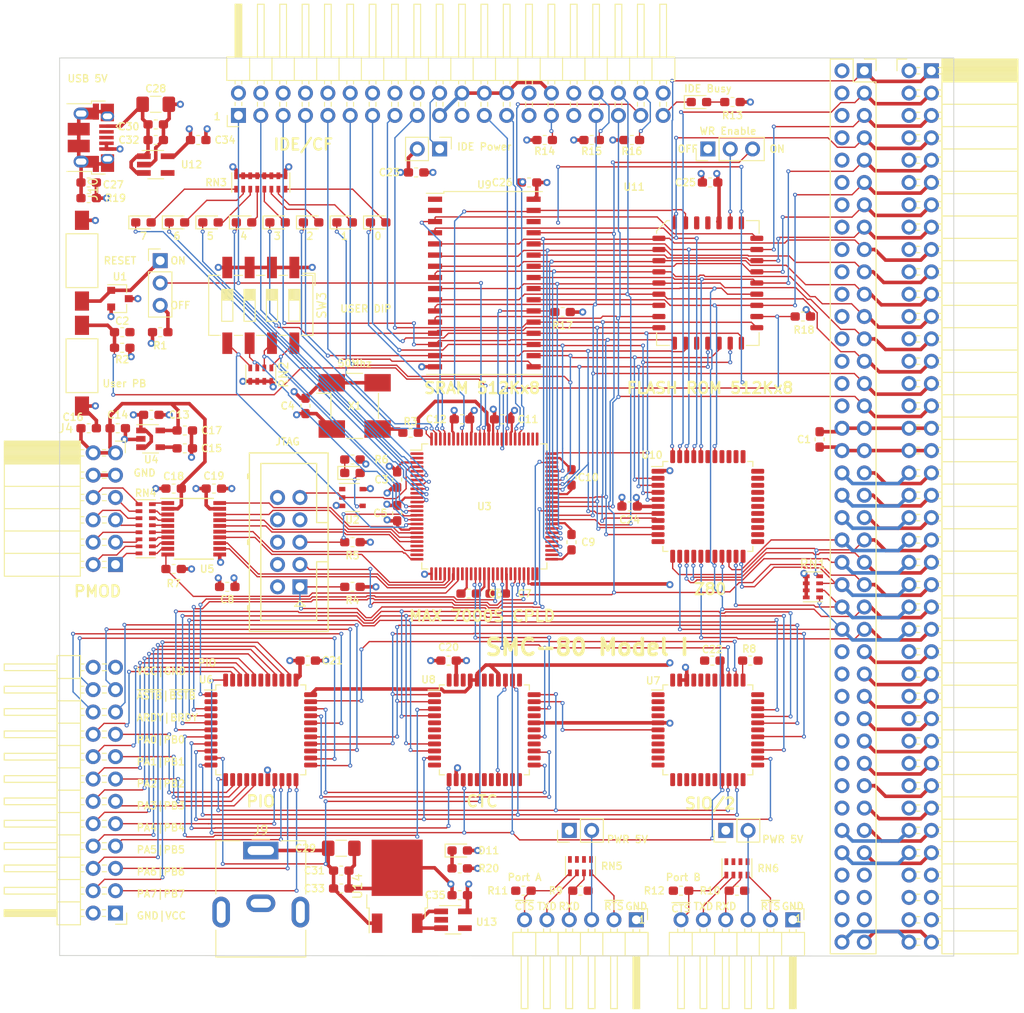
<source format=kicad_pcb>
(kicad_pcb (version 20171130) (host pcbnew "(5.1.6-rc1-2-g675ceb521)")
  (title_block (title SMC-80) (date 2019-08-13) (rev 1.0) (company "Hyiger Designs"))
  (layers (0 F.Cu signal) (1 In1.Cu signal) (2 In2.Cu power) (31 B.Cu signal) (34 B.Paste user hide) (35 F.Paste user hide) (36 B.SilkS user hide) (37 F.SilkS user) (38 B.Mask user hide) (39 F.Mask user hide) (44 Edge.Cuts user))
  (net 0 "")
  (net 1 GND)
  (net 2 /~NMI)
  (net 3 /~WAIT)
  (net 4 /~INT)
  (net 5 /A15)
  (net 6 /A14)
  (net 7 /A13)
  (net 8 /A12)
  (net 9 /A11)
  (net 10 /A10)
  (net 11 /A9)
  (net 12 /A8)
  (net 13 /A7)
  (net 14 /A6)
  (net 15 /A5)
  (net 16 /A4)
  (net 17 /A3)
  (net 18 /A2)
  (net 19 /A1)
  (net 20 /A0)
  (net 21 /D7)
  (net 22 /D2)
  (net 23 /D6)
  (net 24 /D5)
  (net 25 /D3)
  (net 26 /D4)
  (net 27 /~IORQ)
  (net 28 /~RD)
  (net 29 /~WR)
  (net 30 /~MREQ)
  (net 31 /~M1)
  (net 32 /IEO)
  (net 33 /IEI)
  (net 34 /~RESET)
  (net 35 /~HALT)
  (net 36 /RXB)
  (net 37 /TXB)
  (net 38 /RXA)
  (net 39 /TXA)
  (net 40 VCC)
  (net 41 /~PAGE)
  (net 42 /~RFSH)
  (net 43 "Net-(D5-Pad2)")
  (net 44 "Net-(D6-Pad2)")
  (net 45 "Net-(D7-Pad2)")
  (net 46 "Net-(D8-Pad2)")
  (net 47 "Net-(D9-Pad2)")
  (net 48 "Net-(D10-Pad2)")
  (net 49 /CPLD/LED0)
  (net 50 /CPLD/LED1)
  (net 51 /CPLD/LED2)
  (net 52 /CPLD/LED3)
  (net 53 /CPLD/LED4)
  (net 54 /CPLD/LED5)
  (net 55 /CPLD/LED6)
  (net 56 /CPLD/LED7)
  (net 57 /CPLD/TDI)
  (net 58 /CPLD/TMS)
  (net 59 /CPLD/TDO)
  (net 60 /CPLD/TCK)
  (net 61 /Peripherals/~BSTB)
  (net 62 /Peripherals/~ASTB)
  (net 63 /Peripherals/BRDY)
  (net 64 /Peripherals/ARDY)
  (net 65 /Peripherals/PB0)
  (net 66 /Peripherals/PA0)
  (net 67 /Peripherals/PB1)
  (net 68 /Peripherals/PA1)
  (net 69 /Peripherals/PB2)
  (net 70 /Peripherals/PA2)
  (net 71 /Peripherals/PB3)
  (net 72 /Peripherals/PA3)
  (net 73 /Peripherals/PB4)
  (net 74 /Peripherals/PA4)
  (net 75 /Peripherals/PB5)
  (net 76 /Peripherals/PA5)
  (net 77 /Peripherals/PB6)
  (net 78 /Peripherals/PA6)
  (net 79 /Peripherals/PB7)
  (net 80 /Peripherals/PA7)
  (net 81 /CPLD/PMOD1)
  (net 82 /CPLD/PMOD2)
  (net 83 /CPLD/PMOD3)
  (net 84 /CPLD/PMOD4)
  (net 85 /CPLD/PMOD7)
  (net 86 /Peripherals/~RTSB)
  (net 87 /Peripherals/~CTSB)
  (net 88 /Peripherals/~RTSA)
  (net 89 /Peripherals/~CTSA)
  (net 90 /CPLD/SW0)
  (net 91 /CPLD/SW1)
  (net 92 /CPLD/SW2)
  (net 93 /CPLD/SW3)
  (net 94 /CLK)
  (net 95 /IDE_~CE~)
  (net 96 /SIO_~CE)
  (net 97 /PIO_~CE)
  (net 98 /CTC_~CE)
  (net 99 /D1)
  (net 100 /D0)
  (net 101 /~BUSRQ)
  (net 102 /~BUSAK)
  (net 103 /ROM_~CE)
  (net 104 /RAM_~CE)
  (net 105 /Peripherals/IEO_0)
  (net 106 /Peripherals/IEO_1)
  (net 107 +3V3)
  (net 108 /CPLD/OE1)
  (net 109 /CPLD/PMOD/P7)
  (net 110 /CPLD/PMOD/P1)
  (net 111 /CPLD/PMOD/P2)
  (net 112 /CPLD/PMOD/P4)
  (net 113 /CPLD/PMOD/P3)
  (net 114 /CPLD/USER_PB)
  (net 115 /CPLD/PMOD/P8)
  (net 116 /CPLD/PMOD/P9)
  (net 117 /CPLD/PMOD/P10)
  (net 118 /CPLD/PMOD8)
  (net 119 /CPLD/PMOD9)
  (net 120 /CPLD/PMOD10)
  (net 121 /Peripherals/~ACTIVE)
  (net 122 /IEO_2)
  (net 123 /CLK2)
  (net 124 /Peripherals/TB)
  (net 125 /Peripherals/RB)
  (net 126 /Peripherals/TA)
  (net 127 /Peripherals/RA)
  (net 128 /Peripherals/CTB)
  (net 129 /Peripherals/RTB)
  (net 130 /Peripherals/CTA)
  (net 131 /Peripherals/RTA)
  (net 132 "Net-(J7-Pad3)")
  (net 133 /~RST)
  (net 134 "Net-(JP5-Pad2)")
  (net 135 /~IORD)
  (net 136 /CPLD/CLK_50MHZ)
  (net 137 /CPLD/MA15)
  (net 138 /CPLD/MA17)
  (net 139 /CPLD/MA14)
  (net 140 /CPLD/MA16)
  (net 141 /CPLD/MA18)
  (net 142 /~RM1)
  (net 143 /Peripherals/CLK_B)
  (net 144 "Net-(J6-Pad3)")
  (net 145 "Net-(C15-Pad1)")
  (net 146 "Net-(C27-Pad1)")
  (net 147 "Net-(C28-Pad1)")
  (net 148 "Net-(C29-Pad1)")
  (net 149 "Net-(D1-Pad2)")
  (net 150 "Net-(D2-Pad2)")
  (net 151 "Net-(D3-Pad2)")
  (net 152 "Net-(D4-Pad2)")
  (net 153 "Net-(D9-Pad1)")
  (net 154 "Net-(D11-Pad1)")
  (net 155 "Net-(J8-Pad38)")
  (net 156 "Net-(J8-Pad34)")
  (net 157 "Net-(J8-Pad29)")
  (net 158 "Net-(J8-Pad20)")
  (net 159 "Net-(JP1-Pad3)")
  (net 160 "Net-(R3-Pad1)")
  (net 161 "Net-(RN4-Pad10)")
  (net 162 "Net-(RN4-Pad9)")
  (net 163 "Net-(RN4-Pad16)")
  (net 164 "Net-(RN4-Pad15)")
  (net 165 "Net-(RN4-Pad14)")
  (net 166 "Net-(RN4-Pad11)")
  (net 167 "Net-(RN4-Pad12)")
  (net 168 "Net-(RN4-Pad13)")
  (net 169 "Net-(U8-Pad19)")
  (net 170 /~IOWR)
  (net 171 "Net-(J1-Pad78)")
  (net 172 "Net-(J1-Pad77)")
  (net 173 "Net-(J1-Pad76)")
  (net 174 "Net-(J1-Pad75)")
  (net 175 "Net-(J1-Pad74)")
  (net 176 "Net-(J1-Pad73)")
  (net 177 "Net-(J1-Pad68)")
  (net 178 "Net-(J1-Pad66)")
  (net 179 "Net-(J1-Pad64)")
  (net 180 "Net-(J1-Pad62)")
  (net 181 "Net-(J1-Pad60)")
  (net 182 "Net-(J1-Pad58)")
  (net 183 "Net-(J1-Pad56)")
  (net 184 "Net-(J1-Pad54)")
  (net 185 "Net-(J1-Pad26)")
  (net 186 "Net-(J1-Pad24)")
  (net 187 "Net-(J1-Pad22)")
  (net 188 "Net-(J1-Pad20)")
  (net 189 "Net-(J1-Pad18)")
  (net 190 "Net-(J1-Pad16)")
  (net 191 "Net-(J1-Pad14)")
  (net 192 "Net-(J1-Pad12)")
  (net 193 "Net-(J1-Pad10)")
  (net 194 "Net-(J1-Pad8)")
  (net 195 "Net-(J1-Pad6)")
  (net 196 "Net-(J1-Pad4)")
  (net 197 "Net-(J1-Pad2)")
  (net 198 "Net-(J2-Pad78)")
  (net 199 "Net-(J2-Pad77)")
  (net 200 "Net-(J2-Pad76)")
  (net 201 "Net-(J2-Pad75)")
  (net 202 "Net-(J2-Pad74)")
  (net 203 "Net-(J2-Pad73)")
  (net 204 "Net-(J2-Pad68)")
  (net 205 "Net-(J2-Pad66)")
  (net 206 "Net-(J2-Pad64)")
  (net 207 "Net-(J2-Pad62)")
  (net 208 "Net-(J2-Pad60)")
  (net 209 "Net-(J2-Pad58)")
  (net 210 "Net-(J2-Pad56)")
  (net 211 "Net-(J2-Pad54)")
  (net 212 "Net-(J2-Pad26)")
  (net 213 "Net-(J2-Pad24)")
  (net 214 "Net-(J2-Pad22)")
  (net 215 "Net-(J2-Pad20)")
  (net 216 "Net-(J2-Pad18)")
  (net 217 "Net-(J2-Pad16)")
  (net 218 "Net-(J2-Pad14)")
  (net 219 "Net-(J2-Pad12)")
  (net 220 "Net-(J2-Pad10)")
  (net 221 "Net-(J2-Pad8)")
  (net 222 "Net-(J2-Pad6)")
  (net 223 "Net-(J2-Pad4)")
  (net 224 "Net-(J2-Pad2)")
  (net 225 "Net-(J3-Pad8)")
  (net 226 "Net-(J3-Pad7)")
  (net 227 "Net-(J3-Pad6)")
  (net 228 "Net-(J8-Pad32)")
  (net 229 "Net-(J8-Pad31)")
  (net 230 "Net-(J8-Pad28)")
  (net 231 "Net-(J8-Pad27)")
  (net 232 "Net-(J8-Pad21)")
  (net 233 "Net-(J8-Pad18)")
  (net 234 "Net-(J8-Pad16)")
  (net 235 "Net-(J8-Pad14)")
  (net 236 "Net-(J8-Pad12)")
  (net 237 "Net-(J8-Pad10)")
  (net 238 "Net-(J8-Pad8)")
  (net 239 "Net-(J8-Pad6)")
  (net 240 "Net-(J8-Pad4)")
  (net 241 "Net-(J10-Pad3)")
  (net 242 "Net-(J10-Pad2)")
  (net 243 "Net-(U3-Pad90)")
  (net 244 "Net-(U3-Pad78)")
  (net 245 "Net-(U3-Pad77)")
  (net 246 "Net-(U3-Pad72)")
  (net 247 "Net-(U3-Pad70)")
  (net 248 "Net-(U3-Pad55)")
  (net 249 "Net-(U3-Pad53)")
  (net 250 "Net-(U3-Pad50)")
  (net 251 "Net-(U3-Pad49)")
  (net 252 "Net-(U3-Pad28)")
  (net 253 "Net-(U3-Pad27)")
  (net 254 "Net-(U3-Pad24)")
  (net 255 "Net-(U3-Pad22)")
  (net 256 "Net-(U3-Pad7)")
  (net 257 "Net-(U3-Pad5)")
  (net 258 "Net-(U3-Pad2)")
  (net 259 "Net-(U3-Pad1)")
  (net 260 "Net-(U6-Pad39)")
  (net 261 "Net-(U6-Pad28)")
  (net 262 "Net-(U6-Pad2)")
  (net 263 "Net-(U7-Pad40)")
  (net 264 "Net-(U7-Pad39)")
  (net 265 "Net-(U7-Pad38)")
  (net 266 "Net-(U7-Pad28)")
  (net 267 "Net-(U7-Pad17)")
  (net 268 "Net-(U7-Pad16)")
  (net 269 "Net-(U7-Pad15)")
  (net 270 "Net-(U7-Pad10)")
  (net 271 "Net-(U7-Pad1)")
  (net 272 "Net-(U8-Pad44)")
  (net 273 "Net-(U8-Pad42)")
  (net 274 "Net-(U8-Pad39)")
  (net 275 "Net-(U8-Pad38)")
  (net 276 "Net-(U8-Pad34)")
  (net 277 "Net-(U8-Pad30)")
  (net 278 "Net-(U8-Pad28)")
  (net 279 "Net-(U8-Pad26)")
  (net 280 "Net-(U8-Pad24)")
  (net 281 "Net-(U8-Pad20)")
  (net 282 "Net-(U8-Pad17)")
  (net 283 "Net-(U8-Pad15)")
  (net 284 "Net-(U8-Pad11)")
  (net 285 "Net-(U8-Pad7)")
  (net 286 "Net-(U8-Pad6)")
  (net 287 "Net-(U8-Pad5)")
  (net 288 "Net-(U10-Pad39)")
  (net 289 "Net-(U10-Pad33)")
  (net 290 "Net-(U10-Pad17)")
  (net 291 "Net-(U10-Pad11)")
  (net 292 "Net-(U12-Pad4)")
  (net 293 "Net-(U13-Pad4)")
  (net 294 "Net-(U13-Pad1)")
  (net 295 /MA17)
  (net 296 "Net-(J1-Pad32)")
  (net 297 "Net-(J1-Pad30)")
  (net 298 "Net-(J1-Pad28)")
  (net 299 "Net-(J2-Pad32)")
  (net 300 "Net-(J2-Pad30)")
  (net 301 "Net-(J2-Pad28)")
  (module Capacitor_SMD:C_0603_1608Metric_Pad1.05x0.95mm_HandSolder (layer F.Cu) (at 147.066 126.746 180)
    (fp_text reference C35 (at 2.794 0) (layer F.SilkS) (effects (font (size 0.8128 0.8128) (thickness 0.1524))))
    (fp_text value 2.2uF)
    (pad 2 smd roundrect (at 0.875 0 180) (size 1.05 0.95) (layers F.Cu F.Paste F.Mask) (net 1 GND))
    (pad 1 smd roundrect (at -0.875 0 180) (size 1.05 0.95) (layers F.Cu F.Paste F.Mask) (net 40 VCC))
  )
  (module Package_TO_SOT_SMD:TO-252-2 (layer F.Cu) (at 139.954 125.73 90)
    (fp_text reference U14 (at 0 -4.5 90) (layer F.SilkS))
    (fp_text value AZ2940-5.0)
    (pad 2 smd rect (at 2.1 0 90) (size 6.4 5.8) (layers F.Cu F.Mask) (net 1 GND))
    (pad 3 smd rect (at -4.2 2.28 90) (size 2.2 1.2) (layers F.Cu F.Paste F.Mask) (net 294 "Net-(U13-Pad1)"))
    (pad 1 smd rect (at -4.2 -2.28 90) (size 2.2 1.2) (layers F.Cu F.Paste F.Mask) (net 148 "Net-(C29-Pad1)"))
  )
  (module Capacitor_SMD:C_0603_1608Metric_Pad1.05x0.95mm_HandSolder (layer F.Cu) (at 147.32 72.644 180)
    (fp_text reference C12 (at 2.921 0) (layer F.SilkS) (effects (font (size 0.8128 0.8128) (thickness 0.1524))))
    (fp_text value 100nF)
    (pad 2 smd roundrect (at 0.875 0 180) (size 1.05 0.95) (layers F.Cu F.Paste F.Mask) (net 1 GND))
    (pad 1 smd roundrect (at -0.875 0 180) (size 1.05 0.95) (layers F.Cu F.Paste F.Mask) (net 40 VCC))
  )
  (module Connector_PinSocket_2.54mm:PinSocket_2x06_P2.54mm_Horizontal_Top_Bottom (layer F.Cu) (at 107.95 76.454)
    (fp_text reference J4 (at -5.65 -2.77) (layer F.SilkS))
    (fp_text value PMOD)
    (pad 12 thru_hole oval (at -2.54 0) (size 1.7 1.7) (drill 1) (layers *.Cu *.Mask) (net 107 +3V3))
    (pad 11 thru_hole oval (at -2.54 2.54) (size 1.7 1.7) (drill 1) (layers *.Cu *.Mask) (net 1 GND))
    (pad 10 thru_hole oval (at -2.54 5.08) (size 1.7 1.7) (drill 1) (layers *.Cu *.Mask) (net 117 /CPLD/PMOD/P10))
    (pad 9 thru_hole oval (at -2.54 7.62) (size 1.7 1.7) (drill 1) (layers *.Cu *.Mask) (net 116 /CPLD/PMOD/P9))
    (pad 8 thru_hole oval (at -2.54 10.16) (size 1.7 1.7) (drill 1) (layers *.Cu *.Mask) (net 115 /CPLD/PMOD/P8))
    (pad 7 thru_hole oval (at -2.54 12.7) (size 1.7 1.7) (drill 1) (layers *.Cu *.Mask) (net 109 /CPLD/PMOD/P7))
    (pad 6 thru_hole oval (at 0 0) (size 1.7 1.7) (drill 1) (layers *.Cu *.Mask) (net 107 +3V3))
    (pad 5 thru_hole oval (at 0 2.54) (size 1.7 1.7) (drill 1) (layers *.Cu *.Mask) (net 1 GND))
    (pad 4 thru_hole oval (at 0 5.08) (size 1.7 1.7) (drill 1) (layers *.Cu *.Mask) (net 112 /CPLD/PMOD/P4))
    (pad 3 thru_hole oval (at 0 7.62) (size 1.7 1.7) (drill 1) (layers *.Cu *.Mask) (net 113 /CPLD/PMOD/P3))
    (pad 2 thru_hole oval (at 0 10.16) (size 1.7 1.7) (drill 1) (layers *.Cu *.Mask) (net 111 /CPLD/PMOD/P2))
    (pad 1 thru_hole rect (at 0 12.7) (size 1.7 1.7) (drill 1) (layers *.Cu *.Mask) (net 110 /CPLD/PMOD/P1))
  )
  (module Connector_BarrelJack:BarrelJack_CUI_PJ-063AH_Horizontal (layer F.Cu) (at 124.46 121.666)
    (fp_text reference J9 (at 0 -2.3) (layer F.SilkS))
    (fp_text value Jack-DC)
    (pad "" np_thru_hole circle (at 0 9) (size 1.6 1.6) (drill 1.6) (layers *.Cu *.Mask))
    (pad MP thru_hole oval (at 4.5 7) (size 2 3.5) (drill oval 1 2.5) (layers *.Cu *.Mask))
    (pad MP thru_hole oval (at -4.5 7) (size 2 3.5) (drill oval 1 2.5) (layers *.Cu *.Mask))
    (pad 2 thru_hole oval (at 0 6) (size 3.3 2) (drill oval 2.3 1) (layers *.Cu *.Mask) (net 1 GND))
    (pad 1 thru_hole rect (at 0 0) (size 4 2) (drill oval 3 1) (layers *.Cu *.Mask) (net 148 "Net-(C29-Pad1)"))
  )
  (module Package_TO_SOT_SMD:SOT-23-5_HandSoldering (layer F.Cu) (at 146.304 129.54)
    (fp_text reference U13 (at 3.81 0.254) (layer F.SilkS) (effects (font (size 0.8128 0.8128) (thickness 0.1524))))
    (fp_text value MAX40203AUK)
    (pad 5 smd rect (at 1.35 -0.95) (size 1.56 0.65) (layers F.Cu F.Paste F.Mask) (net 40 VCC))
    (pad 4 smd rect (at 1.35 0.95) (size 1.56 0.65) (layers F.Cu F.Paste F.Mask) (net 293 "Net-(U13-Pad4)"))
    (pad 3 smd rect (at -1.35 0.95) (size 1.56 0.65) (layers F.Cu F.Paste F.Mask) (net 294 "Net-(U13-Pad1)"))
    (pad 2 smd rect (at -1.35 0) (size 1.56 0.65) (layers F.Cu F.Paste F.Mask) (net 1 GND))
    (pad 1 smd rect (at -1.35 -0.95) (size 1.56 0.65) (layers F.Cu F.Paste F.Mask) (net 294 "Net-(U13-Pad1)"))
  )
  (module Package_TO_SOT_SMD:SOT-23-5_HandSoldering (layer F.Cu) (at 112.522 43.688)
    (fp_text reference U12 (at 4.064 0) (layer F.SilkS) (effects (font (size 0.8128 0.8128) (thickness 0.1524))))
    (fp_text value MAX40203AUK)
    (pad 5 smd rect (at 1.35 -0.95) (size 1.56 0.65) (layers F.Cu F.Paste F.Mask) (net 40 VCC))
    (pad 4 smd rect (at 1.35 0.95) (size 1.56 0.65) (layers F.Cu F.Paste F.Mask) (net 292 "Net-(U12-Pad4)"))
    (pad 3 smd rect (at -1.35 0.95) (size 1.56 0.65) (layers F.Cu F.Paste F.Mask) (net 147 "Net-(C28-Pad1)"))
    (pad 2 smd rect (at -1.35 0) (size 1.56 0.65) (layers F.Cu F.Paste F.Mask) (net 1 GND))
    (pad 1 smd rect (at -1.35 -0.95) (size 1.56 0.65) (layers F.Cu F.Paste F.Mask) (net 147 "Net-(C28-Pad1)"))
  )
  (module Resistor_SMD:R_0603_1608Metric_Pad1.05x0.95mm_HandSolder (layer F.Cu) (at 147.066 123.698)
    (fp_text reference R20 (at 3.302 0) (layer F.SilkS) (effects (font (size 0.8128 0.8128) (thickness 0.1524))))
    (fp_text value 360R)
    (pad 2 smd roundrect (at 0.875 0) (size 1.05 0.95) (layers F.Cu F.Paste F.Mask) (net 1 GND))
    (pad 1 smd roundrect (at -0.875 0) (size 1.05 0.95) (layers F.Cu F.Paste F.Mask) (net 154 "Net-(D11-Pad1)"))
  )
  (module Resistor_SMD:R_0603_1608Metric_Pad1.05x0.95mm_HandSolder (layer F.Cu) (at 104.902 47.498)
    (fp_text reference R19 (at 3.048 0) (layer F.SilkS) (effects (font (size 0.8128 0.8128) (thickness 0.1524))))
    (fp_text value 1M)
    (pad 2 smd roundrect (at 0.875 0) (size 1.05 0.95) (layers F.Cu F.Paste F.Mask) (net 1 GND))
    (pad 1 smd roundrect (at -0.875 0) (size 1.05 0.95) (layers F.Cu F.Paste F.Mask) (net 146 "Net-(C27-Pad1)"))
  )
  (module Connector_USB:USB_Micro-B_Amphenol_10103594-0001LF_Horizontal (layer F.Cu) (at 105.156 40.64 270)
    (fp_text reference J10 (at 5.842 -0.254 90) (layer F.SilkS))
    (fp_text value USB_B_Micro)
    (pad 6 smd rect (at 0.935 1.385) (size 2.5 1.43) (layers F.Cu F.Paste F.Mask) (net 146 "Net-(C27-Pad1)"))
    (pad 6 smd rect (at -0.985 1.385) (size 2.5 1.43) (layers F.Cu F.Paste F.Mask) (net 146 "Net-(C27-Pad1)"))
    (pad 6 thru_hole oval (at 2.705 1.115) (size 1.7 1.35) (drill oval 1.2 0.7) (layers *.Cu *.Mask) (net 146 "Net-(C27-Pad1)"))
    (pad 6 thru_hole oval (at -2.755 1.115) (size 1.7 1.35) (drill oval 1.2 0.7) (layers *.Cu *.Mask) (net 146 "Net-(C27-Pad1)"))
    (pad 6 thru_hole oval (at 2.395 -1.885) (size 1.5 1.1) (drill oval 1.05 0.65) (layers *.Cu *.Mask) (net 146 "Net-(C27-Pad1)"))
    (pad 6 thru_hole oval (at -2.445 -1.885) (size 1.5 1.1) (drill oval 1.05 0.65) (layers *.Cu *.Mask) (net 146 "Net-(C27-Pad1)"))
    (pad 5 smd rect (at 1.275 -1.765) (size 1.65 0.4) (layers F.Cu F.Paste F.Mask) (net 1 GND))
    (pad 4 smd rect (at 0.625 -1.765) (size 1.65 0.4) (layers F.Cu F.Paste F.Mask) (net 1 GND))
    (pad 3 smd rect (at -0.025 -1.765) (size 1.65 0.4) (layers F.Cu F.Paste F.Mask) (net 241 "Net-(J10-Pad3)"))
    (pad 2 smd rect (at -0.675 -1.765) (size 1.65 0.4) (layers F.Cu F.Paste F.Mask) (net 242 "Net-(J10-Pad2)"))
    (pad 1 smd rect (at -1.325 -1.765) (size 1.65 0.4) (layers F.Cu F.Paste F.Mask) (net 147 "Net-(C28-Pad1)"))
    (pad 6 smd rect (at 2.875 -1.885 270) (size 2 1.5) (layers F.Cu F.Paste F.Mask) (net 146 "Net-(C27-Pad1)"))
    (pad 6 smd rect (at -2.875 -1.865 270) (size 2 1.5) (layers F.Cu F.Paste F.Mask) (net 146 "Net-(C27-Pad1)"))
    (pad 6 smd rect (at 2.975 -0.565 270) (size 1.825 0.7) (layers F.Cu F.Paste F.Mask) (net 146 "Net-(C27-Pad1)"))
    (pad 6 smd rect (at -2.975 -0.565 270) (size 1.825 0.7) (layers F.Cu F.Paste F.Mask) (net 146 "Net-(C27-Pad1)"))
    (pad 6 smd rect (at -2.755 0.185 270) (size 1.35 2) (layers F.Cu F.Paste F.Mask) (net 146 "Net-(C27-Pad1)"))
    (pad 6 smd rect (at 2.725 0.185 270) (size 1.35 2) (layers F.Cu F.Paste F.Mask) (net 146 "Net-(C27-Pad1)"))
  )
  (module LED_SMD:LED_0603_1608Metric_Pad1.05x0.95mm_HandSolder (layer F.Cu) (at 147.066 121.666)
    (fp_text reference D11 (at 3.302 0) (layer F.SilkS) (effects (font (size 0.8128 0.8128) (thickness 0.1524))))
    (fp_text value Blue)
    (pad 2 smd roundrect (at 0.875 0) (size 1.05 0.95) (layers F.Cu F.Paste F.Mask) (net 40 VCC))
    (pad 1 smd roundrect (at -0.875 0) (size 1.05 0.95) (layers F.Cu F.Paste F.Mask) (net 154 "Net-(D11-Pad1)"))
  )
  (module Capacitor_SMD:C_0603_1608Metric_Pad1.05x0.95mm_HandSolder (layer F.Cu) (at 117.348 40.894)
    (fp_text reference C34 (at 3.048 0) (layer F.SilkS) (effects (font (size 0.8128 0.8128) (thickness 0.1524))))
    (fp_text value 2.2uF)
    (pad 2 smd roundrect (at 0.875 0) (size 1.05 0.95) (layers F.Cu F.Paste F.Mask) (net 1 GND))
    (pad 1 smd roundrect (at -0.875 0) (size 1.05 0.95) (layers F.Cu F.Paste F.Mask) (net 40 VCC))
  )
  (module Capacitor_SMD:C_0603_1608Metric_Pad1.05x0.95mm_HandSolder (layer F.Cu) (at 133.604 125.984)
    (fp_text reference C33 (at -3.048 0) (layer F.SilkS) (effects (font (size 0.8128 0.8128) (thickness 0.1524))))
    (fp_text value 100nF)
    (pad 2 smd roundrect (at 0.875 0) (size 1.05 0.95) (layers F.Cu F.Paste F.Mask) (net 1 GND))
    (pad 1 smd roundrect (at -0.875 0) (size 1.05 0.95) (layers F.Cu F.Paste F.Mask) (net 148 "Net-(C29-Pad1)"))
  )
  (module Capacitor_SMD:C_0603_1608Metric_Pad1.05x0.95mm_HandSolder (layer F.Cu) (at 112.522 40.894)
    (fp_text reference C32 (at -3.048 0) (layer F.SilkS) (effects (font (size 0.8128 0.8128) (thickness 0.1524))))
    (fp_text value 100nF)
    (pad 2 smd roundrect (at 0.875 0) (size 1.05 0.95) (layers F.Cu F.Paste F.Mask) (net 1 GND))
    (pad 1 smd roundrect (at -0.875 0) (size 1.05 0.95) (layers F.Cu F.Paste F.Mask) (net 147 "Net-(C28-Pad1)"))
  )
  (module Capacitor_SMD:C_0603_1608Metric_Pad1.05x0.95mm_HandSolder (layer F.Cu) (at 133.604 123.952)
    (fp_text reference C31 (at -3.048 0) (layer F.SilkS) (effects (font (size 0.8128 0.8128) (thickness 0.1524))))
    (fp_text value 2.2uF)
    (pad 2 smd roundrect (at 0.875 0) (size 1.05 0.95) (layers F.Cu F.Paste F.Mask) (net 1 GND))
    (pad 1 smd roundrect (at -0.875 0) (size 1.05 0.95) (layers F.Cu F.Paste F.Mask) (net 148 "Net-(C29-Pad1)"))
  )
  (module Capacitor_SMD:C_0603_1608Metric_Pad1.05x0.95mm_HandSolder (layer F.Cu) (at 112.522 39.116)
    (fp_text reference C30 (at -3.048 0.254) (layer F.SilkS) (effects (font (size 0.8128 0.8128) (thickness 0.1524))))
    (fp_text value 2.2uF)
    (pad 2 smd roundrect (at 0.875 0) (size 1.05 0.95) (layers F.Cu F.Paste F.Mask) (net 1 GND))
    (pad 1 smd roundrect (at -0.875 0) (size 1.05 0.95) (layers F.Cu F.Paste F.Mask) (net 147 "Net-(C28-Pad1)"))
  )
  (module Capacitor_SMD:C_1206_3216Metric_Pad1.42x1.75mm_HandSolder (layer F.Cu) (at 133.604 121.412)
    (fp_text reference C29 (at -4.064 0) (layer F.SilkS) (effects (font (size 0.8128 0.8128) (thickness 0.1524))))
    (fp_text value 100uF)
    (pad 2 smd roundrect (at 1.4875 0) (size 1.425 1.75) (layers F.Cu F.Paste F.Mask) (roundrect_rratio 0.175439) (net 1 GND))
    (pad 1 smd roundrect (at -1.4875 0) (size 1.425 1.75) (layers F.Cu F.Paste F.Mask) (roundrect_rratio 0.175439) (net 148 "Net-(C29-Pad1)"))
  )
  (module Capacitor_SMD:C_1206_3216Metric_Pad1.42x1.75mm_HandSolder (layer F.Cu) (at 112.522 36.83)
    (fp_text reference C28 (at 0 -1.778) (layer F.SilkS) (effects (font (size 0.8128 0.8128) (thickness 0.1524))))
    (fp_text value 100uF)
    (pad 2 smd roundrect (at 1.4875 0) (size 1.425 1.75) (layers F.Cu F.Paste F.Mask) (roundrect_rratio 0.175439) (net 1 GND))
    (pad 1 smd roundrect (at -1.4875 0) (size 1.425 1.75) (layers F.Cu F.Paste F.Mask) (roundrect_rratio 0.175439) (net 147 "Net-(C28-Pad1)"))
  )
  (module Capacitor_SMD:C_0603_1608Metric_Pad1.05x0.95mm_HandSolder (layer F.Cu) (at 104.902 45.72)
    (fp_text reference C27 (at 2.794 0.254) (layer F.SilkS) (effects (font (size 0.8128 0.8128) (thickness 0.1524))))
    (fp_text value 100nF)
    (pad 2 smd roundrect (at 0.875 0) (size 1.05 0.95) (layers F.Cu F.Paste F.Mask) (net 1 GND))
    (pad 1 smd roundrect (at -0.875 0) (size 1.05 0.95) (layers F.Cu F.Paste F.Mask) (net 146 "Net-(C27-Pad1)"))
  )
  (module Button_Switch_SMD:SW_DIP_SPSTx04_Slide_6.7x11.72mm_W8.61mm_P2.54mm_LowProfile (layer F.Cu) (at 124.46 59.69 270)
    (fp_text reference SW3 (at 0 -6.92 90) (layer F.SilkS))
    (fp_text value "User DIP")
    (pad 8 smd rect (at 4.305 -3.81 270) (size 2.44 1.12) (layers F.Cu F.Paste F.Mask) (net 90 /CPLD/SW0))
    (pad 4 smd rect (at -4.305 3.81 270) (size 2.44 1.12) (layers F.Cu F.Paste F.Mask) (net 1 GND))
    (pad 7 smd rect (at 4.305 -1.27 270) (size 2.44 1.12) (layers F.Cu F.Paste F.Mask) (net 91 /CPLD/SW1))
    (pad 3 smd rect (at -4.305 1.27 270) (size 2.44 1.12) (layers F.Cu F.Paste F.Mask) (net 1 GND))
    (pad 6 smd rect (at 4.305 1.27 270) (size 2.44 1.12) (layers F.Cu F.Paste F.Mask) (net 92 /CPLD/SW2))
    (pad 2 smd rect (at -4.305 -1.27 270) (size 2.44 1.12) (layers F.Cu F.Paste F.Mask) (net 1 GND))
    (pad 5 smd rect (at 4.305 3.81 270) (size 2.44 1.12) (layers F.Cu F.Paste F.Mask) (net 93 /CPLD/SW3))
    (pad 1 smd rect (at -4.305 -3.81 270) (size 2.44 1.12) (layers F.Cu F.Paste F.Mask) (net 1 GND))
  )
  (module Resistor_SMD:R_Cat16-4 (layer F.Cu) (at 124.46 67.564 270)
    (fp_text reference RN2 (at 0 -2.6 90) (layer F.SilkS))
    (fp_text value 10K)
    (pad 8 smd rect (at 0.76 -1.2 90) (size 0.76 0.43) (layers F.Cu F.Paste F.Mask) (net 40 VCC))
    (pad 5 smd rect (at 0.76 1.2 90) (size 0.76 0.43) (layers F.Cu F.Paste F.Mask) (net 40 VCC))
    (pad 4 smd rect (at -0.76 1.2 90) (size 0.76 0.43) (layers F.Cu F.Paste F.Mask) (net 93 /CPLD/SW3))
    (pad 1 smd rect (at -0.76 -1.2 90) (size 0.76 0.43) (layers F.Cu F.Paste F.Mask) (net 90 /CPLD/SW0))
    (pad 6 smd rect (at 0.76 0.4 90) (size 0.76 0.43) (layers F.Cu F.Paste F.Mask) (net 40 VCC))
    (pad 3 smd rect (at -0.76 0.4 90) (size 0.76 0.43) (layers F.Cu F.Paste F.Mask) (net 92 /CPLD/SW2))
    (pad 7 smd rect (at 0.76 -0.4 90) (size 0.76 0.43) (layers F.Cu F.Paste F.Mask) (net 40 VCC))
    (pad 2 smd rect (at -0.76 -0.4 90) (size 0.76 0.43) (layers F.Cu F.Paste F.Mask) (net 91 /CPLD/SW1))
  )
  (module Connector_PinHeader_2.54mm:PinHeader_1x06_P2.54mm_Horizontal (layer F.Cu) (at 184.912 129.54 270)
    (fp_text reference J7 hide)
    (fp_text value "Port A")
    (pad 6 thru_hole oval (at 0 12.7 270) (size 1.7 1.7) (drill 1) (layers *.Cu *.Mask) (net 128 /Peripherals/CTB))
    (pad 5 thru_hole oval (at 0 10.16 270) (size 1.7 1.7) (drill 1) (layers *.Cu *.Mask) (net 124 /Peripherals/TB))
    (pad 4 thru_hole oval (at 0 7.62 270) (size 1.7 1.7) (drill 1) (layers *.Cu *.Mask) (net 125 /Peripherals/RB))
    (pad 3 thru_hole oval (at 0 5.08 270) (size 1.7 1.7) (drill 1) (layers *.Cu *.Mask) (net 132 "Net-(J7-Pad3)"))
    (pad 2 thru_hole oval (at 0 2.54 270) (size 1.7 1.7) (drill 1) (layers *.Cu *.Mask) (net 129 /Peripherals/RTB))
    (pad 1 thru_hole rect (at 0 0 270) (size 1.7 1.7) (drill 1) (layers *.Cu *.Mask) (net 1 GND))
  )
  (module Resistor_SMD:R_Cat16-4 (layer F.Cu) (at 178.562 123.698 270)
    (fp_text reference RN6 (at 0 -3.556 180) (layer F.SilkS) (effects (font (size 0.8128 0.8128) (thickness 0.1524))))
    (fp_text value 2K2)
    (pad 8 smd rect (at 0.76 -1.2 90) (size 0.76 0.43) (layers F.Cu F.Paste F.Mask) (net 129 /Peripherals/RTB))
    (pad 5 smd rect (at 0.76 1.2 90) (size 0.76 0.43) (layers F.Cu F.Paste F.Mask) (net 128 /Peripherals/CTB))
    (pad 4 smd rect (at -0.76 1.2 90) (size 0.76 0.43) (layers F.Cu F.Paste F.Mask) (net 87 /Peripherals/~CTSB))
    (pad 1 smd rect (at -0.76 -1.2 90) (size 0.76 0.43) (layers F.Cu F.Paste F.Mask) (net 86 /Peripherals/~RTSB))
    (pad 6 smd rect (at 0.76 0.4 90) (size 0.76 0.43) (layers F.Cu F.Paste F.Mask) (net 124 /Peripherals/TB))
    (pad 3 smd rect (at -0.76 0.4 90) (size 0.76 0.43) (layers F.Cu F.Paste F.Mask) (net 37 /TXB))
    (pad 7 smd rect (at 0.76 -0.4 90) (size 0.76 0.43) (layers F.Cu F.Paste F.Mask) (net 125 /Peripherals/RB))
    (pad 2 smd rect (at -0.76 -0.4 90) (size 0.76 0.43) (layers F.Cu F.Paste F.Mask) (net 36 /RXB))
  )
  (module Resistor_SMD:R_Cat16-4 (layer F.Cu) (at 160.782 123.444 270)
    (fp_text reference RN5 (at 0 -3.556 180) (layer F.SilkS) (effects (font (size 0.8128 0.8128) (thickness 0.1524))))
    (fp_text value 2K2)
    (pad 8 smd rect (at 0.76 -1.2 90) (size 0.76 0.43) (layers F.Cu F.Paste F.Mask) (net 131 /Peripherals/RTA))
    (pad 5 smd rect (at 0.76 1.2 90) (size 0.76 0.43) (layers F.Cu F.Paste F.Mask) (net 130 /Peripherals/CTA))
    (pad 4 smd rect (at -0.76 1.2 90) (size 0.76 0.43) (layers F.Cu F.Paste F.Mask) (net 89 /Peripherals/~CTSA))
    (pad 1 smd rect (at -0.76 -1.2 90) (size 0.76 0.43) (layers F.Cu F.Paste F.Mask) (net 88 /Peripherals/~RTSA))
    (pad 6 smd rect (at 0.76 0.4 90) (size 0.76 0.43) (layers F.Cu F.Paste F.Mask) (net 126 /Peripherals/TA))
    (pad 3 smd rect (at -0.76 0.4 90) (size 0.76 0.43) (layers F.Cu F.Paste F.Mask) (net 39 /TXA))
    (pad 7 smd rect (at 0.76 -0.4 90) (size 0.76 0.43) (layers F.Cu F.Paste F.Mask) (net 127 /Peripherals/RA))
    (pad 2 smd rect (at -0.76 -0.4 90) (size 0.76 0.43) (layers F.Cu F.Paste F.Mask) (net 38 /RXA))
  )
  (module Resistor_SMD:R_Cat16-4 (layer F.Cu) (at 187.198 91.694)
    (fp_text reference RN1 (at 0 -2.6) (layer F.SilkS))
    (fp_text value 10K)
    (pad 8 smd rect (at 0.76 -1.2 180) (size 0.76 0.43) (layers F.Cu F.Paste F.Mask) (net 4 /~INT))
    (pad 5 smd rect (at 0.76 1.2 180) (size 0.76 0.43) (layers F.Cu F.Paste F.Mask) (net 2 /~NMI))
    (pad 4 smd rect (at -0.76 1.2 180) (size 0.76 0.43) (layers F.Cu F.Paste F.Mask) (net 40 VCC))
    (pad 1 smd rect (at -0.76 -1.2 180) (size 0.76 0.43) (layers F.Cu F.Paste F.Mask) (net 40 VCC))
    (pad 6 smd rect (at 0.76 0.4 180) (size 0.76 0.43) (layers F.Cu F.Paste F.Mask) (net 3 /~WAIT))
    (pad 3 smd rect (at -0.76 0.4 180) (size 0.76 0.43) (layers F.Cu F.Paste F.Mask) (net 40 VCC))
    (pad 7 smd rect (at 0.76 -0.4 180) (size 0.76 0.43) (layers F.Cu F.Paste F.Mask) (net 101 /~BUSRQ))
    (pad 2 smd rect (at -0.76 -0.4 180) (size 0.76 0.43) (layers F.Cu F.Paste F.Mask) (net 40 VCC))
  )
  (module Resistor_SMD:R_0603_1608Metric_Pad1.05x0.95mm_HandSolder (layer F.Cu) (at 166.624 40.894)
    (fp_text reference R16 (at 0 1.27) (layer F.SilkS) (effects (font (size 0.8128 0.8128) (thickness 0.1524))))
    (fp_text value 10K)
    (pad 2 smd roundrect (at 0.875 0) (size 1.05 0.95) (layers F.Cu F.Paste F.Mask) (net 155 "Net-(J8-Pad38)"))
    (pad 1 smd roundrect (at -0.875 0) (size 1.05 0.95) (layers F.Cu F.Paste F.Mask) (net 40 VCC))
  )
  (module Connector_PinHeader_2.54mm:PinHeader_2x20_P2.54mm_Horizontal (layer F.Cu) (at 121.92 38.1 90)
    (fp_text reference J8 hide)
    (fp_text value IDE)
    (pad 40 thru_hole oval (at 2.54 48.26 90) (size 1.7 1.7) (drill 1) (layers *.Cu *.Mask) (net 1 GND))
    (pad 39 thru_hole oval (at 0 48.26 90) (size 1.7 1.7) (drill 1) (layers *.Cu *.Mask) (net 121 /Peripherals/~ACTIVE))
    (pad 38 thru_hole oval (at 2.54 45.72 90) (size 1.7 1.7) (drill 1) (layers *.Cu *.Mask) (net 155 "Net-(J8-Pad38)"))
    (pad 37 thru_hole oval (at 0 45.72 90) (size 1.7 1.7) (drill 1) (layers *.Cu *.Mask) (net 95 /IDE_~CE~))
    (pad 36 thru_hole oval (at 2.54 43.18 90) (size 1.7 1.7) (drill 1) (layers *.Cu *.Mask) (net 18 /A2))
    (pad 35 thru_hole oval (at 0 43.18 90) (size 1.7 1.7) (drill 1) (layers *.Cu *.Mask) (net 20 /A0))
    (pad 34 thru_hole oval (at 2.54 40.64 90) (size 1.7 1.7) (drill 1) (layers *.Cu *.Mask) (net 156 "Net-(J8-Pad34)"))
    (pad 33 thru_hole oval (at 0 40.64 90) (size 1.7 1.7) (drill 1) (layers *.Cu *.Mask) (net 19 /A1))
    (pad 32 thru_hole oval (at 2.54 38.1 90) (size 1.7 1.7) (drill 1) (layers *.Cu *.Mask) (net 228 "Net-(J8-Pad32)"))
    (pad 31 thru_hole oval (at 0 38.1 90) (size 1.7 1.7) (drill 1) (layers *.Cu *.Mask) (net 229 "Net-(J8-Pad31)"))
    (pad 30 thru_hole oval (at 2.54 35.56 90) (size 1.7 1.7) (drill 1) (layers *.Cu *.Mask) (net 1 GND))
    (pad 29 thru_hole oval (at 0 35.56 90) (size 1.7 1.7) (drill 1) (layers *.Cu *.Mask) (net 157 "Net-(J8-Pad29)"))
    (pad 28 thru_hole oval (at 2.54 33.02 90) (size 1.7 1.7) (drill 1) (layers *.Cu *.Mask) (net 230 "Net-(J8-Pad28)"))
    (pad 27 thru_hole oval (at 0 33.02 90) (size 1.7 1.7) (drill 1) (layers *.Cu *.Mask) (net 231 "Net-(J8-Pad27)"))
    (pad 26 thru_hole oval (at 2.54 30.48 90) (size 1.7 1.7) (drill 1) (layers *.Cu *.Mask) (net 1 GND))
    (pad 25 thru_hole oval (at 0 30.48 90) (size 1.7 1.7) (drill 1) (layers *.Cu *.Mask) (net 135 /~IORD))
    (pad 24 thru_hole oval (at 2.54 27.94 90) (size 1.7 1.7) (drill 1) (layers *.Cu *.Mask) (net 1 GND))
    (pad 23 thru_hole oval (at 0 27.94 90) (size 1.7 1.7) (drill 1) (layers *.Cu *.Mask) (net 170 /~IOWR))
    (pad 22 thru_hole oval (at 2.54 25.4 90) (size 1.7 1.7) (drill 1) (layers *.Cu *.Mask) (net 1 GND))
    (pad 21 thru_hole oval (at 0 25.4 90) (size 1.7 1.7) (drill 1) (layers *.Cu *.Mask) (net 232 "Net-(J8-Pad21)"))
    (pad 20 thru_hole oval (at 2.54 22.86 90) (size 1.7 1.7) (drill 1) (layers *.Cu *.Mask) (net 158 "Net-(J8-Pad20)"))
    (pad 19 thru_hole oval (at 0 22.86 90) (size 1.7 1.7) (drill 1) (layers *.Cu *.Mask) (net 1 GND))
    (pad 18 thru_hole oval (at 2.54 20.32 90) (size 1.7 1.7) (drill 1) (layers *.Cu *.Mask) (net 233 "Net-(J8-Pad18)"))
    (pad 17 thru_hole oval (at 0 20.32 90) (size 1.7 1.7) (drill 1) (layers *.Cu *.Mask) (net 21 /D7))
    (pad 16 thru_hole oval (at 2.54 17.78 90) (size 1.7 1.7) (drill 1) (layers *.Cu *.Mask) (net 234 "Net-(J8-Pad16)"))
    (pad 15 thru_hole oval (at 0 17.78 90) (size 1.7 1.7) (drill 1) (layers *.Cu *.Mask) (net 23 /D6))
    (pad 14 thru_hole oval (at 2.54 15.24 90) (size 1.7 1.7) (drill 1) (layers *.Cu *.Mask) (net 235 "Net-(J8-Pad14)"))
    (pad 13 thru_hole oval (at 0 15.24 90) (size 1.7 1.7) (drill 1) (layers *.Cu *.Mask) (net 24 /D5))
    (pad 12 thru_hole oval (at 2.54 12.7 90) (size 1.7 1.7) (drill 1) (layers *.Cu *.Mask) (net 236 "Net-(J8-Pad12)"))
    (pad 11 thru_hole oval (at 0 12.7 90) (size 1.7 1.7) (drill 1) (layers *.Cu *.Mask) (net 26 /D4))
    (pad 10 thru_hole oval (at 2.54 10.16 90) (size 1.7 1.7) (drill 1) (layers *.Cu *.Mask) (net 237 "Net-(J8-Pad10)"))
    (pad 9 thru_hole oval (at 0 10.16 90) (size 1.7 1.7) (drill 1) (layers *.Cu *.Mask) (net 25 /D3))
    (pad 8 thru_hole oval (at 2.54 7.62 90) (size 1.7 1.7) (drill 1) (layers *.Cu *.Mask) (net 238 "Net-(J8-Pad8)"))
    (pad 7 thru_hole oval (at 0 7.62 90) (size 1.7 1.7) (drill 1) (layers *.Cu *.Mask) (net 22 /D2))
    (pad 6 thru_hole oval (at 2.54 5.08 90) (size 1.7 1.7) (drill 1) (layers *.Cu *.Mask) (net 239 "Net-(J8-Pad6)"))
    (pad 5 thru_hole oval (at 0 5.08 90) (size 1.7 1.7) (drill 1) (layers *.Cu *.Mask) (net 99 /D1))
    (pad 4 thru_hole oval (at 2.54 2.54 90) (size 1.7 1.7) (drill 1) (layers *.Cu *.Mask) (net 240 "Net-(J8-Pad4)"))
    (pad 3 thru_hole oval (at 0 2.54 90) (size 1.7 1.7) (drill 1) (layers *.Cu *.Mask) (net 100 /D0))
    (pad 2 thru_hole oval (at 2.54 0 90) (size 1.7 1.7) (drill 1) (layers *.Cu *.Mask) (net 1 GND))
    (pad 1 thru_hole rect (at 0 0 90) (size 1.7 1.7) (drill 1) (layers *.Cu *.Mask) (net 34 /~RESET))
  )
  (module Resistor_SMD:R_0603_1608Metric_Pad1.05x0.95mm_HandSolder (layer F.Cu) (at 113.03 62.738)
    (fp_text reference R1 (at 0 1.524) (layer F.SilkS) (effects (font (size 0.8128 0.8128) (thickness 0.1524))))
    (fp_text value 10K)
    (pad 2 smd roundrect (at 0.875 0) (size 1.05 0.95) (layers F.Cu F.Paste F.Mask) (net 159 "Net-(JP1-Pad3)"))
    (pad 1 smd roundrect (at -0.875 0) (size 1.05 0.95) (layers F.Cu F.Paste F.Mask) (net 40 VCC))
  )
  (module Connector_PinHeader_2.54mm:PinHeader_1x03_P2.54mm_Vertical (layer F.Cu) (at 175.26 41.91 90)
    (fp_text reference JP5 hide)
    (fp_text value "WR Ena")
    (pad 3 thru_hole oval (at 0 5.08 90) (size 1.7 1.7) (drill 1) (layers *.Cu *.Mask) (net 29 /~WR))
    (pad 2 thru_hole oval (at 0 2.54 90) (size 1.7 1.7) (drill 1) (layers *.Cu *.Mask) (net 134 "Net-(JP5-Pad2)"))
    (pad 1 thru_hole rect (at 0 0 90) (size 1.7 1.7) (drill 1) (layers *.Cu *.Mask) (net 40 VCC))
  )
  (module Connector_PinHeader_2.54mm:PinHeader_1x03_P2.54mm_Vertical (layer F.Cu) (at 113.03 54.61)
    (fp_text reference JP1 hide)
    (fp_text value "Reset Ena")
    (pad 3 thru_hole oval (at 0 5.08) (size 1.7 1.7) (drill 1) (layers *.Cu *.Mask) (net 159 "Net-(JP1-Pad3)"))
    (pad 2 thru_hole oval (at 0 2.54) (size 1.7 1.7) (drill 1) (layers *.Cu *.Mask) (net 34 /~RESET))
    (pad 1 thru_hole rect (at 0 0) (size 1.7 1.7) (drill 1) (layers *.Cu *.Mask) (net 133 /~RST))
  )
  (module Package_TO_SOT_SMD:SOT-23-5 (layer F.Cu) (at 111.93 74.864)
    (fp_text reference U4 (at 0.084 2.352) (layer F.SilkS) (effects (font (size 0.8128 0.8128) (thickness 0.1524))))
    (fp_text value LP2985-3.3)
    (pad 5 smd rect (at 1.1 -0.95) (size 1.06 0.65) (layers F.Cu F.Paste F.Mask) (net 107 +3V3))
    (pad 4 smd rect (at 1.1 0.95) (size 1.06 0.65) (layers F.Cu F.Paste F.Mask) (net 145 "Net-(C15-Pad1)"))
    (pad 3 smd rect (at -1.1 0.95) (size 1.06 0.65) (layers F.Cu F.Paste F.Mask) (net 40 VCC))
    (pad 2 smd rect (at -1.1 0) (size 1.06 0.65) (layers F.Cu F.Paste F.Mask) (net 1 GND))
    (pad 1 smd rect (at -1.1 -0.95) (size 1.06 0.65) (layers F.Cu F.Paste F.Mask) (net 40 VCC))
  )
  (module Capacitor_SMD:C_0603_1608Metric_Pad1.05x0.95mm_HandSolder (layer F.Cu) (at 115.824 73.914)
    (fp_text reference C17 (at 3.048 0) (layer F.SilkS) (effects (font (size 0.8128 0.8128) (thickness 0.1524))))
    (fp_text value 1uF)
    (pad 2 smd roundrect (at 0.875 0) (size 1.05 0.95) (layers F.Cu F.Paste F.Mask) (net 1 GND))
    (pad 1 smd roundrect (at -0.875 0) (size 1.05 0.95) (layers F.Cu F.Paste F.Mask) (net 107 +3V3))
  )
  (module Package_TO_SOT_SMD:SOT-23 (layer F.Cu) (at 108.458 58.928)
    (fp_text reference U1 (at 0 -2.5) (layer F.SilkS) (effects (font (size 0.8128 0.8128) (thickness 0.1524))))
    (fp_text value DS1813R-5+T&R)
    (pad 3 smd rect (at 1 0) (size 0.9 0.8) (layers F.Cu F.Paste F.Mask) (net 1 GND))
    (pad 2 smd rect (at -1 0.95) (size 0.9 0.8) (layers F.Cu F.Paste F.Mask) (net 40 VCC))
    (pad 1 smd rect (at -1 -0.95) (size 0.9 0.8) (layers F.Cu F.Paste F.Mask) (net 133 /~RST))
  )
  (module Button_Switch_SMD:SW_SPST_FSMSM (layer F.Cu) (at 104.14 54.61 90)
    (fp_text reference SW1 hide)
    (fp_text value Reset)
    (pad 2 smd rect (at 4.59 0 90) (size 2.18 1.6) (layers F.Cu F.Paste F.Mask) (net 1 GND))
    (pad 1 smd rect (at -4.59 0 90) (size 2.18 1.6) (layers F.Cu F.Paste F.Mask) (net 133 /~RST))
  )
  (module Package_LCC:PLCC-32_11.4x14.0mm_P1.27mm (layer F.Cu) (at 175.26 57.15)
    (fp_text reference U11 (at -8.382 -10.922) (layer F.SilkS) (effects (font (size 0.8128 0.8128) (thickness 0.1524))))
    (fp_text value SST39SF040)
    (pad 32 smd roundrect (at 1.27 -6.8375) (size 0.6 1.475) (layers F.Cu F.Paste F.Mask) (net 40 VCC))
    (pad 31 smd roundrect (at 2.54 -6.8375) (size 0.6 1.475) (layers F.Cu F.Paste F.Mask) (net 134 "Net-(JP5-Pad2)"))
    (pad 30 smd roundrect (at 3.81 -6.8375) (size 0.6 1.475) (layers F.Cu F.Paste F.Mask) (net 138 /CPLD/MA17))
    (pad 29 smd roundrect (at 5.5625 -5.08) (size 1.475 0.6) (layers F.Cu F.Paste F.Mask) (net 139 /CPLD/MA14))
    (pad 28 smd roundrect (at 5.5625 -3.81) (size 1.475 0.6) (layers F.Cu F.Paste F.Mask) (net 7 /A13))
    (pad 27 smd roundrect (at 5.5625 -2.54) (size 1.475 0.6) (layers F.Cu F.Paste F.Mask) (net 12 /A8))
    (pad 26 smd roundrect (at 5.5625 -1.27) (size 1.475 0.6) (layers F.Cu F.Paste F.Mask) (net 11 /A9))
    (pad 25 smd roundrect (at 5.5625 0) (size 1.475 0.6) (layers F.Cu F.Paste F.Mask) (net 9 /A11))
    (pad 24 smd roundrect (at 5.5625 1.27) (size 1.475 0.6) (layers F.Cu F.Paste F.Mask) (net 28 /~RD))
    (pad 23 smd roundrect (at 5.5625 2.54) (size 1.475 0.6) (layers F.Cu F.Paste F.Mask) (net 10 /A10))
    (pad 22 smd roundrect (at 5.5625 3.81) (size 1.475 0.6) (layers F.Cu F.Paste F.Mask) (net 103 /ROM_~CE))
    (pad 21 smd roundrect (at 5.5625 5.08) (size 1.475 0.6) (layers F.Cu F.Paste F.Mask) (net 21 /D7))
    (pad 20 smd roundrect (at 3.81 6.8375) (size 0.6 1.475) (layers F.Cu F.Paste F.Mask) (net 23 /D6))
    (pad 19 smd roundrect (at 2.54 6.8375) (size 0.6 1.475) (layers F.Cu F.Paste F.Mask) (net 24 /D5))
    (pad 18 smd roundrect (at 1.27 6.8375) (size 0.6 1.475) (layers F.Cu F.Paste F.Mask) (net 26 /D4))
    (pad 17 smd roundrect (at 0 6.8375) (size 0.6 1.475) (layers F.Cu F.Paste F.Mask) (net 25 /D3))
    (pad 16 smd roundrect (at -1.27 6.8375) (size 0.6 1.475) (layers F.Cu F.Paste F.Mask) (net 1 GND))
    (pad 15 smd roundrect (at -2.54 6.8375) (size 0.6 1.475) (layers F.Cu F.Paste F.Mask) (net 22 /D2))
    (pad 14 smd roundrect (at -3.81 6.8375) (size 0.6 1.475) (layers F.Cu F.Paste F.Mask) (net 99 /D1))
    (pad 13 smd roundrect (at -5.5625 5.08) (size 1.475 0.6) (layers F.Cu F.Paste F.Mask) (net 100 /D0))
    (pad 12 smd roundrect (at -5.5625 3.81) (size 1.475 0.6) (layers F.Cu F.Paste F.Mask) (net 20 /A0))
    (pad 11 smd roundrect (at -5.5625 2.54) (size 1.475 0.6) (layers F.Cu F.Paste F.Mask) (net 19 /A1))
    (pad 10 smd roundrect (at -5.5625 1.27) (size 1.475 0.6) (layers F.Cu F.Paste F.Mask) (net 18 /A2))
    (pad 9 smd roundrect (at -5.5625 0) (size 1.475 0.6) (layers F.Cu F.Paste F.Mask) (net 17 /A3))
    (pad 8 smd roundrect (at -5.5625 -1.27) (size 1.475 0.6) (layers F.Cu F.Paste F.Mask) (net 16 /A4))
    (pad 7 smd roundrect (at -5.5625 -2.54) (size 1.475 0.6) (layers F.Cu F.Paste F.Mask) (net 15 /A5))
    (pad 6 smd roundrect (at -5.5625 -3.81) (size 1.475 0.6) (layers F.Cu F.Paste F.Mask) (net 14 /A6))
    (pad 5 smd roundrect (at -5.5625 -5.08) (size 1.475 0.6) (layers F.Cu F.Paste F.Mask) (net 13 /A7))
    (pad 4 smd roundrect (at -3.81 -6.8375) (size 0.6 1.475) (layers F.Cu F.Paste F.Mask) (net 8 /A12))
    (pad 3 smd roundrect (at -2.54 -6.8375) (size 0.6 1.475) (layers F.Cu F.Paste F.Mask) (net 137 /CPLD/MA15))
    (pad 2 smd roundrect (at -1.27 -6.8375) (size 0.6 1.475) (layers F.Cu F.Paste F.Mask) (net 140 /CPLD/MA16))
    (pad 1 smd roundrect (at 0 -6.8375) (size 0.6 1.475) (layers F.Cu F.Paste F.Mask) (net 141 /CPLD/MA18))
  )
  (module Connector_PinSocket_2.54mm:PinSocket_2x40_P2.54mm_Vertical (layer F.Cu) (at 193.04 33.02)
    (fp_text reference J1 hide)
    (fp_text value "RC80 Bus")
    (pad 80 thru_hole oval (at -2.54 99.06) (size 1.7 1.7) (drill 1) (layers *.Cu *.Mask) (net 32 /IEO))
    (pad 79 thru_hole oval (at 0 99.06) (size 1.7 1.7) (drill 1) (layers *.Cu *.Mask) (net 33 /IEI))
    (pad 78 thru_hole oval (at -2.54 96.52) (size 1.7 1.7) (drill 1) (layers *.Cu *.Mask) (net 171 "Net-(J1-Pad78)"))
    (pad 77 thru_hole oval (at 0 96.52) (size 1.7 1.7) (drill 1) (layers *.Cu *.Mask) (net 172 "Net-(J1-Pad77)"))
    (pad 76 thru_hole oval (at -2.54 93.98) (size 1.7 1.7) (drill 1) (layers *.Cu *.Mask) (net 173 "Net-(J1-Pad76)"))
    (pad 75 thru_hole oval (at 0 93.98) (size 1.7 1.7) (drill 1) (layers *.Cu *.Mask) (net 174 "Net-(J1-Pad75)"))
    (pad 74 thru_hole oval (at -2.54 91.44) (size 1.7 1.7) (drill 1) (layers *.Cu *.Mask) (net 175 "Net-(J1-Pad74)"))
    (pad 73 thru_hole oval (at 0 91.44) (size 1.7 1.7) (drill 1) (layers *.Cu *.Mask) (net 176 "Net-(J1-Pad73)"))
    (pad 72 thru_hole oval (at -2.54 88.9) (size 1.7 1.7) (drill 1) (layers *.Cu *.Mask) (net 36 /RXB))
    (pad 71 thru_hole oval (at 0 88.9) (size 1.7 1.7) (drill 1) (layers *.Cu *.Mask) (net 38 /RXA))
    (pad 70 thru_hole oval (at -2.54 86.36) (size 1.7 1.7) (drill 1) (layers *.Cu *.Mask) (net 37 /TXB))
    (pad 69 thru_hole oval (at 0 86.36) (size 1.7 1.7) (drill 1) (layers *.Cu *.Mask) (net 39 /TXA))
    (pad 68 thru_hole oval (at -2.54 83.82) (size 1.7 1.7) (drill 1) (layers *.Cu *.Mask) (net 177 "Net-(J1-Pad68)"))
    (pad 67 thru_hole oval (at 0 83.82) (size 1.7 1.7) (drill 1) (layers *.Cu *.Mask) (net 21 /D7))
    (pad 66 thru_hole oval (at -2.54 81.28) (size 1.7 1.7) (drill 1) (layers *.Cu *.Mask) (net 178 "Net-(J1-Pad66)"))
    (pad 65 thru_hole oval (at 0 81.28) (size 1.7 1.7) (drill 1) (layers *.Cu *.Mask) (net 23 /D6))
    (pad 64 thru_hole oval (at -2.54 78.74) (size 1.7 1.7) (drill 1) (layers *.Cu *.Mask) (net 179 "Net-(J1-Pad64)"))
    (pad 63 thru_hole oval (at 0 78.74) (size 1.7 1.7) (drill 1) (layers *.Cu *.Mask) (net 24 /D5))
    (pad 62 thru_hole oval (at -2.54 76.2) (size 1.7 1.7) (drill 1) (layers *.Cu *.Mask) (net 180 "Net-(J1-Pad62)"))
    (pad 61 thru_hole oval (at 0 76.2) (size 1.7 1.7) (drill 1) (layers *.Cu *.Mask) (net 26 /D4))
    (pad 60 thru_hole oval (at -2.54 73.66) (size 1.7 1.7) (drill 1) (layers *.Cu *.Mask) (net 181 "Net-(J1-Pad60)"))
    (pad 59 thru_hole oval (at 0 73.66) (size 1.7 1.7) (drill 1) (layers *.Cu *.Mask) (net 25 /D3))
    (pad 58 thru_hole oval (at -2.54 71.12) (size 1.7 1.7) (drill 1) (layers *.Cu *.Mask) (net 182 "Net-(J1-Pad58)"))
    (pad 57 thru_hole oval (at 0 71.12) (size 1.7 1.7) (drill 1) (layers *.Cu *.Mask) (net 22 /D2))
    (pad 56 thru_hole oval (at -2.54 68.58) (size 1.7 1.7) (drill 1) (layers *.Cu *.Mask) (net 183 "Net-(J1-Pad56)"))
    (pad 55 thru_hole oval (at 0 68.58) (size 1.7 1.7) (drill 1) (layers *.Cu *.Mask) (net 99 /D1))
    (pad 54 thru_hole oval (at -2.54 66.04) (size 1.7 1.7) (drill 1) (layers *.Cu *.Mask) (net 184 "Net-(J1-Pad54)"))
    (pad 53 thru_hole oval (at 0 66.04) (size 1.7 1.7) (drill 1) (layers *.Cu *.Mask) (net 100 /D0))
    (pad 52 thru_hole oval (at -2.54 63.5) (size 1.7 1.7) (drill 1) (layers *.Cu *.Mask) (net 2 /~NMI))
    (pad 51 thru_hole oval (at 0 63.5) (size 1.7 1.7) (drill 1) (layers *.Cu *.Mask) (net 27 /~IORQ))
    (pad 50 thru_hole oval (at -2.54 60.96) (size 1.7 1.7) (drill 1) (layers *.Cu *.Mask) (net 3 /~WAIT))
    (pad 49 thru_hole oval (at 0 60.96) (size 1.7 1.7) (drill 1) (layers *.Cu *.Mask) (net 28 /~RD))
    (pad 48 thru_hole oval (at -2.54 58.42) (size 1.7 1.7) (drill 1) (layers *.Cu *.Mask) (net 101 /~BUSRQ))
    (pad 47 thru_hole oval (at 0 58.42) (size 1.7 1.7) (drill 1) (layers *.Cu *.Mask) (net 29 /~WR))
    (pad 46 thru_hole oval (at -2.54 55.88) (size 1.7 1.7) (drill 1) (layers *.Cu *.Mask) (net 35 /~HALT))
    (pad 45 thru_hole oval (at 0 55.88) (size 1.7 1.7) (drill 1) (layers *.Cu *.Mask) (net 30 /~MREQ))
    (pad 44 thru_hole oval (at -2.54 53.34) (size 1.7 1.7) (drill 1) (layers *.Cu *.Mask) (net 102 /~BUSAK))
    (pad 43 thru_hole oval (at 0 53.34) (size 1.7 1.7) (drill 1) (layers *.Cu *.Mask) (net 4 /~INT))
    (pad 42 thru_hole oval (at -2.54 50.8) (size 1.7 1.7) (drill 1) (layers *.Cu *.Mask) (net 123 /CLK2))
    (pad 41 thru_hole oval (at 0 50.8) (size 1.7 1.7) (drill 1) (layers *.Cu *.Mask) (net 94 /CLK))
    (pad 40 thru_hole oval (at -2.54 48.26) (size 1.7 1.7) (drill 1) (layers *.Cu *.Mask) (net 41 /~PAGE))
    (pad 39 thru_hole oval (at 0 48.26) (size 1.7 1.7) (drill 1) (layers *.Cu *.Mask) (net 34 /~RESET))
    (pad 38 thru_hole oval (at -2.54 45.72) (size 1.7 1.7) (drill 1) (layers *.Cu *.Mask) (net 42 /~RFSH))
    (pad 37 thru_hole oval (at 0 45.72) (size 1.7 1.7) (drill 1) (layers *.Cu *.Mask) (net 31 /~M1))
    (pad 36 thru_hole oval (at -2.54 43.18) (size 1.7 1.7) (drill 1) (layers *.Cu *.Mask) (net 40 VCC))
    (pad 35 thru_hole oval (at 0 43.18) (size 1.7 1.7) (drill 1) (layers *.Cu *.Mask) (net 40 VCC))
    (pad 34 thru_hole oval (at -2.54 40.64) (size 1.7 1.7) (drill 1) (layers *.Cu *.Mask) (net 1 GND))
    (pad 33 thru_hole oval (at 0 40.64) (size 1.7 1.7) (drill 1) (layers *.Cu *.Mask) (net 1 GND))
    (pad 32 thru_hole oval (at -2.54 38.1) (size 1.7 1.7) (drill 1) (layers *.Cu *.Mask) (net 296 "Net-(J1-Pad32)"))
    (pad 31 thru_hole oval (at 0 38.1) (size 1.7 1.7) (drill 1) (layers *.Cu *.Mask) (net 20 /A0))
    (pad 30 thru_hole oval (at -2.54 35.56) (size 1.7 1.7) (drill 1) (layers *.Cu *.Mask) (net 297 "Net-(J1-Pad30)"))
    (pad 29 thru_hole oval (at 0 35.56) (size 1.7 1.7) (drill 1) (layers *.Cu *.Mask) (net 19 /A1))
    (pad 28 thru_hole oval (at -2.54 33.02) (size 1.7 1.7) (drill 1) (layers *.Cu *.Mask) (net 298 "Net-(J1-Pad28)"))
    (pad 27 thru_hole oval (at 0 33.02) (size 1.7 1.7) (drill 1) (layers *.Cu *.Mask) (net 18 /A2))
    (pad 26 thru_hole oval (at -2.54 30.48) (size 1.7 1.7) (drill 1) (layers *.Cu *.Mask) (net 185 "Net-(J1-Pad26)"))
    (pad 25 thru_hole oval (at 0 30.48) (size 1.7 1.7) (drill 1) (layers *.Cu *.Mask) (net 17 /A3))
    (pad 24 thru_hole oval (at -2.54 27.94) (size 1.7 1.7) (drill 1) (layers *.Cu *.Mask) (net 186 "Net-(J1-Pad24)"))
    (pad 23 thru_hole oval (at 0 27.94) (size 1.7 1.7) (drill 1) (layers *.Cu *.Mask) (net 16 /A4))
    (pad 22 thru_hole oval (at -2.54 25.4) (size 1.7 1.7) (drill 1) (layers *.Cu *.Mask) (net 187 "Net-(J1-Pad22)"))
    (pad 21 thru_hole oval (at 0 25.4) (size 1.7 1.7) (drill 1) (layers *.Cu *.Mask) (net 15 /A5))
    (pad 20 thru_hole oval (at -2.54 22.86) (size 1.7 1.7) (drill 1) (layers *.Cu *.Mask) (net 188 "Net-(J1-Pad20)"))
    (pad 19 thru_hole oval (at 0 22.86) (size 1.7 1.7) (drill 1) (layers *.Cu *.Mask) (net 14 /A6))
    (pad 18 thru_hole oval (at -2.54 20.32) (size 1.7 1.7) (drill 1) (layers *.Cu *.Mask) (net 189 "Net-(J1-Pad18)"))
    (pad 17 thru_hole oval (at 0 20.32) (size 1.7 1.7) (drill 1) (layers *.Cu *.Mask) (net 13 /A7))
    (pad 16 thru_hole oval (at -2.54 17.78) (size 1.7 1.7) (drill 1) (layers *.Cu *.Mask) (net 190 "Net-(J1-Pad16)"))
    (pad 15 thru_hole oval (at 0 17.78) (size 1.7 1.7) (drill 1) (layers *.Cu *.Mask) (net 12 /A8))
    (pad 14 thru_hole oval (at -2.54 15.24) (size 1.7 1.7) (drill 1) (layers *.Cu *.Mask) (net 191 "Net-(J1-Pad14)"))
    (pad 13 thru_hole oval (at 0 15.24) (size 1.7 1.7) (drill 1) (layers *.Cu *.Mask) (net 11 /A9))
    (pad 12 thru_hole oval (at -2.54 12.7) (size 1.7 1.7) (drill 1) (layers *.Cu *.Mask) (net 192 "Net-(J1-Pad12)"))
    (pad 11 thru_hole oval (at 0 12.7) (size 1.7 1.7) (drill 1) (layers *.Cu *.Mask) (net 10 /A10))
    (pad 10 thru_hole oval (at -2.54 10.16) (size 1.7 1.7) (drill 1) (layers *.Cu *.Mask) (net 193 "Net-(J1-Pad10)"))
    (pad 9 thru_hole oval (at 0 10.16) (size 1.7 1.7) (drill 1) (layers *.Cu *.Mask) (net 9 /A11))
    (pad 8 thru_hole oval (at -2.54 7.62) (size 1.7 1.7) (drill 1) (layers *.Cu *.Mask) (net 194 "Net-(J1-Pad8)"))
    (pad 7 thru_hole oval (at 0 7.62) (size 1.7 1.7) (drill 1) (layers *.Cu *.Mask) (net 8 /A12))
    (pad 6 thru_hole oval (at -2.54 5.08) (size 1.7 1.7) (drill 1) (layers *.Cu *.Mask) (net 195 "Net-(J1-Pad6)"))
    (pad 5 thru_hole oval (at 0 5.08) (size 1.7 1.7) (drill 1) (layers *.Cu *.Mask) (net 7 /A13))
    (pad 4 thru_hole oval (at -2.54 2.54) (size 1.7 1.7) (drill 1) (layers *.Cu *.Mask) (net 196 "Net-(J1-Pad4)"))
    (pad 3 thru_hole oval (at 0 2.54) (size 1.7 1.7) (drill 1) (layers *.Cu *.Mask) (net 6 /A14))
    (pad 2 thru_hole oval (at -2.54 0) (size 1.7 1.7) (drill 1) (layers *.Cu *.Mask) (net 197 "Net-(J1-Pad2)"))
    (pad 1 thru_hole rect (at 0 0) (size 1.7 1.7) (drill 1) (layers *.Cu *.Mask) (net 5 /A15))
  )
  (module Capacitor_SMD:C_0603_1608Metric_Pad1.05x0.95mm_HandSolder (layer F.Cu) (at 187.96 74.93 90)
    (fp_text reference C1 (at 0 -1.778 180) (layer F.SilkS) (effects (font (size 0.8128 0.8128) (thickness 0.1524))))
    (fp_text value 100nF)
    (pad 2 smd roundrect (at 0.875 0 90) (size 1.05 0.95) (layers F.Cu F.Paste F.Mask) (net 1 GND))
    (pad 1 smd roundrect (at -0.875 0 90) (size 1.05 0.95) (layers F.Cu F.Paste F.Mask) (net 40 VCC))
  )
  (module Package_QFP:LQFP-44_10x10mm_P0.8mm (layer F.Cu) (at 175.26 82.55)
    (fp_text reference U10 (at -6.35 -5.842) (layer F.SilkS) (effects (font (size 0.8128 0.8128) (thickness 0.1524))))
    (fp_text value Z84C0010AEG)
    (pad 44 smd roundrect (at -4 -5.6625) (size 0.55 1.475) (layers F.Cu F.Paste F.Mask) (net 5 /A15))
    (pad 43 smd roundrect (at -3.2 -5.6625) (size 0.55 1.475) (layers F.Cu F.Paste F.Mask) (net 6 /A14))
    (pad 42 smd roundrect (at -2.4 -5.6625) (size 0.55 1.475) (layers F.Cu F.Paste F.Mask) (net 7 /A13))
    (pad 41 smd roundrect (at -1.6 -5.6625) (size 0.55 1.475) (layers F.Cu F.Paste F.Mask) (net 8 /A12))
    (pad 40 smd roundrect (at -0.8 -5.6625) (size 0.55 1.475) (layers F.Cu F.Paste F.Mask) (net 9 /A11))
    (pad 39 smd roundrect (at 0 -5.6625) (size 0.55 1.475) (layers F.Cu F.Paste F.Mask) (net 288 "Net-(U10-Pad39)"))
    (pad 38 smd roundrect (at 0.8 -5.6625) (size 0.55 1.475) (layers F.Cu F.Paste F.Mask) (net 10 /A10))
    (pad 37 smd roundrect (at 1.6 -5.6625) (size 0.55 1.475) (layers F.Cu F.Paste F.Mask) (net 11 /A9))
    (pad 36 smd roundrect (at 2.4 -5.6625) (size 0.55 1.475) (layers F.Cu F.Paste F.Mask) (net 12 /A8))
    (pad 35 smd roundrect (at 3.2 -5.6625) (size 0.55 1.475) (layers F.Cu F.Paste F.Mask) (net 13 /A7))
    (pad 34 smd roundrect (at 4 -5.6625) (size 0.55 1.475) (layers F.Cu F.Paste F.Mask) (net 14 /A6))
    (pad 33 smd roundrect (at 5.6625 -4) (size 1.475 0.55) (layers F.Cu F.Paste F.Mask) (net 289 "Net-(U10-Pad33)"))
    (pad 32 smd roundrect (at 5.6625 -3.2) (size 1.475 0.55) (layers F.Cu F.Paste F.Mask) (net 15 /A5))
    (pad 31 smd roundrect (at 5.6625 -2.4) (size 1.475 0.55) (layers F.Cu F.Paste F.Mask) (net 16 /A4))
    (pad 30 smd roundrect (at 5.6625 -1.6) (size 1.475 0.55) (layers F.Cu F.Paste F.Mask) (net 17 /A3))
    (pad 29 smd roundrect (at 5.6625 -0.8) (size 1.475 0.55) (layers F.Cu F.Paste F.Mask) (net 18 /A2))
    (pad 28 smd roundrect (at 5.6625 0) (size 1.475 0.55) (layers F.Cu F.Paste F.Mask) (net 19 /A1))
    (pad 27 smd roundrect (at 5.6625 0.8) (size 1.475 0.55) (layers F.Cu F.Paste F.Mask) (net 20 /A0))
    (pad 26 smd roundrect (at 5.6625 1.6) (size 1.475 0.55) (layers F.Cu F.Paste F.Mask) (net 1 GND))
    (pad 25 smd roundrect (at 5.6625 2.4) (size 1.475 0.55) (layers F.Cu F.Paste F.Mask) (net 42 /~RFSH))
    (pad 24 smd roundrect (at 5.6625 3.2) (size 1.475 0.55) (layers F.Cu F.Paste F.Mask) (net 31 /~M1))
    (pad 23 smd roundrect (at 5.6625 4) (size 1.475 0.55) (layers F.Cu F.Paste F.Mask) (net 34 /~RESET))
    (pad 22 smd roundrect (at 4 5.6625) (size 0.55 1.475) (layers F.Cu F.Paste F.Mask) (net 101 /~BUSRQ))
    (pad 21 smd roundrect (at 3.2 5.6625) (size 0.55 1.475) (layers F.Cu F.Paste F.Mask) (net 3 /~WAIT))
    (pad 20 smd roundrect (at 2.4 5.6625) (size 0.55 1.475) (layers F.Cu F.Paste F.Mask) (net 102 /~BUSAK))
    (pad 19 smd roundrect (at 1.6 5.6625) (size 0.55 1.475) (layers F.Cu F.Paste F.Mask) (net 29 /~WR))
    (pad 18 smd roundrect (at 0.8 5.6625) (size 0.55 1.475) (layers F.Cu F.Paste F.Mask) (net 28 /~RD))
    (pad 17 smd roundrect (at 0 5.6625) (size 0.55 1.475) (layers F.Cu F.Paste F.Mask) (net 290 "Net-(U10-Pad17)"))
    (pad 16 smd roundrect (at -0.8 5.6625) (size 0.55 1.475) (layers F.Cu F.Paste F.Mask) (net 27 /~IORQ))
    (pad 15 smd roundrect (at -1.6 5.6625) (size 0.55 1.475) (layers F.Cu F.Paste F.Mask) (net 30 /~MREQ))
    (pad 14 smd roundrect (at -2.4 5.6625) (size 0.55 1.475) (layers F.Cu F.Paste F.Mask) (net 35 /~HALT))
    (pad 13 smd roundrect (at -3.2 5.6625) (size 0.55 1.475) (layers F.Cu F.Paste F.Mask) (net 2 /~NMI))
    (pad 12 smd roundrect (at -4 5.6625) (size 0.55 1.475) (layers F.Cu F.Paste F.Mask) (net 4 /~INT))
    (pad 11 smd roundrect (at -5.6625 4) (size 1.475 0.55) (layers F.Cu F.Paste F.Mask) (net 291 "Net-(U10-Pad11)"))
    (pad 10 smd roundrect (at -5.6625 3.2) (size 1.475 0.55) (layers F.Cu F.Paste F.Mask) (net 99 /D1))
    (pad 9 smd roundrect (at -5.6625 2.4) (size 1.475 0.55) (layers F.Cu F.Paste F.Mask) (net 100 /D0))
    (pad 8 smd roundrect (at -5.6625 1.6) (size 1.475 0.55) (layers F.Cu F.Paste F.Mask) (net 21 /D7))
    (pad 7 smd roundrect (at -5.6625 0.8) (size 1.475 0.55) (layers F.Cu F.Paste F.Mask) (net 22 /D2))
    (pad 6 smd roundrect (at -5.6625 0) (size 1.475 0.55) (layers F.Cu F.Paste F.Mask) (net 40 VCC))
    (pad 5 smd roundrect (at -5.6625 -0.8) (size 1.475 0.55) (layers F.Cu F.Paste F.Mask) (net 23 /D6))
    (pad 4 smd roundrect (at -5.6625 -1.6) (size 1.475 0.55) (layers F.Cu F.Paste F.Mask) (net 24 /D5))
    (pad 3 smd roundrect (at -5.6625 -2.4) (size 1.475 0.55) (layers F.Cu F.Paste F.Mask) (net 25 /D3))
    (pad 2 smd roundrect (at -5.6625 -3.2) (size 1.475 0.55) (layers F.Cu F.Paste F.Mask) (net 26 /D4))
    (pad 1 smd roundrect (at -5.6625 -4) (size 1.475 0.55) (layers F.Cu F.Paste F.Mask) (net 94 /CLK))
  )
  (module Package_SO:TSOP-II-32_21.0x10.2mm_P1.27mm (layer F.Cu) (at 149.86 57.15)
    (fp_text reference U9 (at 0 -11.176) (layer F.SilkS) (effects (font (size 0.8128 0.8128) (thickness 0.1524))))
    (fp_text value AS6C4008A-55ZIN)
    (pad 32 smd rect (at 5.6 -9.525) (size 1.6 0.6) (layers F.Cu F.Paste F.Mask) (net 40 VCC))
    (pad 31 smd rect (at 5.6 -8.255) (size 1.6 0.6) (layers F.Cu F.Paste F.Mask) (net 137 /CPLD/MA15))
    (pad 30 smd rect (at 5.6 -6.985) (size 1.6 0.6) (layers F.Cu F.Paste F.Mask) (net 138 /CPLD/MA17))
    (pad 29 smd rect (at 5.6 -5.715) (size 1.6 0.6) (layers F.Cu F.Paste F.Mask) (net 29 /~WR))
    (pad 28 smd rect (at 5.6 -4.445) (size 1.6 0.6) (layers F.Cu F.Paste F.Mask) (net 7 /A13))
    (pad 27 smd rect (at 5.6 -3.175) (size 1.6 0.6) (layers F.Cu F.Paste F.Mask) (net 12 /A8))
    (pad 26 smd rect (at 5.6 -1.905) (size 1.6 0.6) (layers F.Cu F.Paste F.Mask) (net 11 /A9))
    (pad 25 smd rect (at 5.6 -0.625) (size 1.6 0.6) (layers F.Cu F.Paste F.Mask) (net 9 /A11))
    (pad 24 smd rect (at 5.6 0.625) (size 1.6 0.6) (layers F.Cu F.Paste F.Mask) (net 28 /~RD))
    (pad 23 smd rect (at 5.6 1.905) (size 1.6 0.6) (layers F.Cu F.Paste F.Mask) (net 10 /A10))
    (pad 22 smd rect (at 5.6 3.175) (size 1.6 0.6) (layers F.Cu F.Paste F.Mask) (net 104 /RAM_~CE))
    (pad 21 smd rect (at 5.6 4.445) (size 1.6 0.6) (layers F.Cu F.Paste F.Mask) (net 21 /D7))
    (pad 20 smd rect (at 5.6 5.715) (size 1.6 0.6) (layers F.Cu F.Paste F.Mask) (net 23 /D6))
    (pad 19 smd rect (at 5.6 6.985) (size 1.6 0.6) (layers F.Cu F.Paste F.Mask) (net 24 /D5))
    (pad 18 smd rect (at 5.6 8.255) (size 1.6 0.6) (layers F.Cu F.Paste F.Mask) (net 26 /D4))
    (pad 17 smd rect (at 5.6 9.525) (size 1.6 0.6) (layers F.Cu F.Paste F.Mask) (net 25 /D3))
    (pad 16 smd rect (at -5.6 9.525) (size 1.6 0.6) (layers F.Cu F.Paste F.Mask) (net 1 GND))
    (pad 15 smd rect (at -5.6 8.255) (size 1.6 0.6) (layers F.Cu F.Paste F.Mask) (net 22 /D2))
    (pad 14 smd rect (at -5.6 6.985) (size 1.6 0.6) (layers F.Cu F.Paste F.Mask) (net 99 /D1))
    (pad 13 smd rect (at -5.6 5.715) (size 1.6 0.6) (layers F.Cu F.Paste F.Mask) (net 100 /D0))
    (pad 12 smd rect (at -5.6 4.445) (size 1.6 0.6) (layers F.Cu F.Paste F.Mask) (net 20 /A0))
    (pad 11 smd rect (at -5.6 3.175) (size 1.6 0.6) (layers F.Cu F.Paste F.Mask) (net 19 /A1))
    (pad 10 smd rect (at -5.6 1.905) (size 1.6 0.6) (layers F.Cu F.Paste F.Mask) (net 18 /A2))
    (pad 9 smd rect (at -5.6 0.625) (size 1.6 0.6) (layers F.Cu F.Paste F.Mask) (net 17 /A3))
    (pad 8 smd rect (at -5.6 -0.625) (size 1.6 0.6) (layers F.Cu F.Paste F.Mask) (net 16 /A4))
    (pad 7 smd rect (at -5.6 -1.905) (size 1.6 0.6) (layers F.Cu F.Paste F.Mask) (net 15 /A5))
    (pad 6 smd rect (at -5.6 -3.175) (size 1.6 0.6) (layers F.Cu F.Paste F.Mask) (net 14 /A6))
    (pad 5 smd rect (at -5.6 -4.445) (size 1.6 0.6) (layers F.Cu F.Paste F.Mask) (net 13 /A7))
    (pad 4 smd rect (at -5.6 -5.715) (size 1.6 0.6) (layers F.Cu F.Paste F.Mask) (net 8 /A12))
    (pad 3 smd rect (at -5.6 -6.985) (size 1.6 0.6) (layers F.Cu F.Paste F.Mask) (net 139 /CPLD/MA14))
    (pad 2 smd rect (at -5.6 -8.255) (size 1.6 0.6) (layers F.Cu F.Paste F.Mask) (net 140 /CPLD/MA16))
    (pad 1 smd rect (at -5.6 -9.525) (size 1.6 0.6) (layers F.Cu F.Paste F.Mask) (net 141 /CPLD/MA18))
  )
  (module Package_SO:TSOP-5_1.65x3.05mm_P0.95mm (layer F.Cu) (at 134.874 81.534)
    (fp_text reference U2 (at 0 2.54) (layer F.SilkS) (effects (font (size 0.8128 0.8128) (thickness 0.1524))))
    (fp_text value 74LVC1G04)
    (pad 5 smd rect (at 1.16 -0.95) (size 0.7 0.51) (layers F.Cu F.Paste F.Mask) (net 40 VCC))
    (pad 4 smd rect (at 1.16 0.95) (size 0.7 0.51) (layers F.Cu F.Paste F.Mask) (net 47 "Net-(D9-Pad2)"))
    (pad 3 smd rect (at -1.16 0.95) (size 0.7 0.51) (layers F.Cu F.Paste F.Mask) (net 1 GND))
    (pad 2 smd rect (at -1.16 0) (size 0.7 0.51) (layers F.Cu F.Paste F.Mask) (net 57 /CPLD/TDI))
    (pad 1 smd rect (at -1.16 -0.95) (size 0.7 0.51) (layers F.Cu F.Paste F.Mask))
  )
  (module Capacitor_SMD:C_0603_1608Metric_Pad1.05x0.95mm_HandSolder (layer F.Cu) (at 120.65 91.694 180)
    (fp_text reference C8 (at 0 -1.43) (layer F.SilkS) (effects (font (size 0.8128 0.8128) (thickness 0.1524))))
    (fp_text value 100nF)
    (pad 2 smd roundrect (at 0.875 0 180) (size 1.05 0.95) (layers F.Cu F.Paste F.Mask) (net 1 GND))
    (pad 1 smd roundrect (at -0.875 0 180) (size 1.05 0.95) (layers F.Cu F.Paste F.Mask) (net 40 VCC))
  )
  (module Capacitor_SMD:C_0603_1608Metric_Pad1.05x0.95mm_HandSolder (layer F.Cu) (at 154.94 45.72 180)
    (fp_text reference C26 (at 3.048 0) (layer F.SilkS) (effects (font (size 0.8128 0.8128) (thickness 0.1524))))
    (fp_text value 100nF)
    (pad 2 smd roundrect (at 0.875 0 180) (size 1.05 0.95) (layers F.Cu F.Paste F.Mask) (net 1 GND))
    (pad 1 smd roundrect (at -0.875 0 180) (size 1.05 0.95) (layers F.Cu F.Paste F.Mask) (net 40 VCC))
  )
  (module Capacitor_SMD:C_0603_1608Metric_Pad1.05x0.95mm_HandSolder (layer F.Cu) (at 175.514 45.72 180)
    (fp_text reference C25 (at 2.794 0) (layer F.SilkS) (effects (font (size 0.8128 0.8128) (thickness 0.1524))))
    (fp_text value 100nF)
    (pad 2 smd roundrect (at 0.875 0 180) (size 1.05 0.95) (layers F.Cu F.Paste F.Mask) (net 1 GND))
    (pad 1 smd roundrect (at -0.875 0 180) (size 1.05 0.95) (layers F.Cu F.Paste F.Mask) (net 40 VCC))
  )
  (module Capacitor_SMD:C_0603_1608Metric_Pad1.05x0.95mm_HandSolder (layer F.Cu) (at 166.37 82.55 180)
    (fp_text reference C24 (at 0 -1.524) (layer F.SilkS) (effects (font (size 0.8128 0.8128) (thickness 0.1524))))
    (fp_text value 100nF)
    (pad 2 smd roundrect (at 0.875 0 180) (size 1.05 0.95) (layers F.Cu F.Paste F.Mask) (net 1 GND))
    (pad 1 smd roundrect (at -0.875 0 180) (size 1.05 0.95) (layers F.Cu F.Paste F.Mask) (net 40 VCC))
  )
  (module Connector_Multicomp:Multicomp_MC9A12-1034_2x05_P2.54mm_Vertical (layer F.Cu) (at 128.905 91.694 90)
    (fp_text reference J3 hide)
    (fp_text value JTAG)
    (pad 10 thru_hole circle (at 10.16 -2.54 90) (size 1.7 1.7) (drill 1) (layers *.Cu *.Mask) (net 1 GND))
    (pad 9 thru_hole circle (at 10.16 0 90) (size 1.7 1.7) (drill 1) (layers *.Cu *.Mask) (net 57 /CPLD/TDI))
    (pad 8 thru_hole circle (at 7.62 -2.54 90) (size 1.7 1.7) (drill 1) (layers *.Cu *.Mask) (net 225 "Net-(J3-Pad8)"))
    (pad 7 thru_hole circle (at 7.62 0 90) (size 1.7 1.7) (drill 1) (layers *.Cu *.Mask) (net 226 "Net-(J3-Pad7)"))
    (pad 6 thru_hole circle (at 5.08 -2.54 90) (size 1.7 1.7) (drill 1) (layers *.Cu *.Mask) (net 227 "Net-(J3-Pad6)"))
    (pad 5 thru_hole circle (at 5.08 0 90) (size 1.7 1.7) (drill 1) (layers *.Cu *.Mask) (net 58 /CPLD/TMS))
    (pad 4 thru_hole circle (at 2.54 -2.54 90) (size 1.7 1.7) (drill 1) (layers *.Cu *.Mask) (net 40 VCC))
    (pad 3 thru_hole circle (at 2.54 0 90) (size 1.7 1.7) (drill 1) (layers *.Cu *.Mask) (net 59 /CPLD/TDO))
    (pad 2 thru_hole circle (at 0 -2.54 90) (size 1.7 1.7) (drill 1) (layers *.Cu *.Mask) (net 1 GND))
    (pad 1 thru_hole rect (at 0 0 90) (size 1.7 1.7) (drill 1) (layers *.Cu *.Mask) (net 60 /CPLD/TCK))
  )
  (module Connector_PinHeader_2.54mm:PinHeader_2x12_P2.54mm_Horizontal (layer F.Cu) (at 107.95 128.778 180)
    (fp_text reference J5 hide)
    (fp_text value "PIO Header")
    (pad 24 thru_hole oval (at 2.54 27.94 180) (size 1.7 1.7) (drill 1) (layers *.Cu *.Mask) (net 40 VCC))
    (pad 23 thru_hole oval (at 0 27.94 180) (size 1.7 1.7) (drill 1) (layers *.Cu *.Mask) (net 1 GND))
    (pad 22 thru_hole oval (at 2.54 25.4 180) (size 1.7 1.7) (drill 1) (layers *.Cu *.Mask) (net 61 /Peripherals/~BSTB))
    (pad 21 thru_hole oval (at 0 25.4 180) (size 1.7 1.7) (drill 1) (layers *.Cu *.Mask) (net 62 /Peripherals/~ASTB))
    (pad 20 thru_hole oval (at 2.54 22.86 180) (size 1.7 1.7) (drill 1) (layers *.Cu *.Mask) (net 63 /Peripherals/BRDY))
    (pad 19 thru_hole oval (at 0 22.86 180) (size 1.7 1.7) (drill 1) (layers *.Cu *.Mask) (net 64 /Peripherals/ARDY))
    (pad 18 thru_hole oval (at 2.54 20.32 180) (size 1.7 1.7) (drill 1) (layers *.Cu *.Mask) (net 79 /Peripherals/PB7))
    (pad 17 thru_hole oval (at 0 20.32 180) (size 1.7 1.7) (drill 1) (layers *.Cu *.Mask) (net 80 /Peripherals/PA7))
    (pad 16 thru_hole oval (at 2.54 17.78 180) (size 1.7 1.7) (drill 1) (layers *.Cu *.Mask) (net 77 /Peripherals/PB6))
    (pad 15 thru_hole oval (at 0 17.78 180) (size 1.7 1.7) (drill 1) (layers *.Cu *.Mask) (net 78 /Peripherals/PA6))
    (pad 14 thru_hole oval (at 2.54 15.24 180) (size 1.7 1.7) (drill 1) (layers *.Cu *.Mask) (net 75 /Peripherals/PB5))
    (pad 13 thru_hole oval (at 0 15.24 180) (size 1.7 1.7) (drill 1) (layers *.Cu *.Mask) (net 76 /Peripherals/PA5))
    (pad 12 thru_hole oval (at 2.54 12.7 180) (size 1.7 1.7) (drill 1) (layers *.Cu *.Mask) (net 73 /Peripherals/PB4))
    (pad 11 thru_hole oval (at 0 12.7 180) (size 1.7 1.7) (drill 1) (layers *.Cu *.Mask) (net 74 /Peripherals/PA4))
    (pad 10 thru_hole oval (at 2.54 10.16 180) (size 1.7 1.7) (drill 1) (layers *.Cu *.Mask) (net 71 /Peripherals/PB3))
    (pad 9 thru_hole oval (at 0 10.16 180) (size 1.7 1.7) (drill 1) (layers *.Cu *.Mask) (net 72 /Peripherals/PA3))
    (pad 8 thru_hole oval (at 2.54 7.62 180) (size 1.7 1.7) (drill 1) (layers *.Cu *.Mask) (net 69 /Peripherals/PB2))
    (pad 7 thru_hole oval (at 0 7.62 180) (size 1.7 1.7) (drill 1) (layers *.Cu *.Mask) (net 70 /Peripherals/PA2))
    (pad 6 thru_hole oval (at 2.54 5.08 180) (size 1.7 1.7) (drill 1) (layers *.Cu *.Mask) (net 67 /Peripherals/PB1))
    (pad 5 thru_hole oval (at 0 5.08 180) (size 1.7 1.7) (drill 1) (layers *.Cu *.Mask) (net 68 /Peripherals/PA1))
    (pad 4 thru_hole oval (at 2.54 2.54 180) (size 1.7 1.7) (drill 1) (layers *.Cu *.Mask) (net 65 /Peripherals/PB0))
    (pad 3 thru_hole oval (at 0 2.54 180) (size 1.7 1.7) (drill 1) (layers *.Cu *.Mask) (net 66 /Peripherals/PA0))
    (pad 2 thru_hole oval (at 2.54 0 180) (size 1.7 1.7) (drill 1) (layers *.Cu *.Mask) (net 1 GND))
    (pad 1 thru_hole rect (at 0 0 180) (size 1.7 1.7) (drill 1) (layers *.Cu *.Mask) (net 40 VCC))
  )
  (module Resistor_SMD:R_0603_1608Metric_Pad1.05x0.95mm_HandSolder (layer F.Cu) (at 172.212 126.238 180)
    (fp_text reference R12 (at 3.048 0) (layer F.SilkS) (effects (font (size 0.8128 0.8128) (thickness 0.1524))))
    (fp_text value 100K)
    (pad 2 smd roundrect (at 0.875 0 180) (size 1.05 0.95) (layers F.Cu F.Paste F.Mask) (net 1 GND))
    (pad 1 smd roundrect (at -0.875 0 180) (size 1.05 0.95) (layers F.Cu F.Paste F.Mask) (net 128 /Peripherals/CTB))
  )
  (module Resistor_SMD:R_0603_1608Metric_Pad1.05x0.95mm_HandSolder (layer F.Cu) (at 178.562 126.238 180)
    (fp_text reference R10 (at 3.048 0) (layer F.SilkS) (effects (font (size 0.8128 0.8128) (thickness 0.1524))))
    (fp_text value 100K)
    (pad 2 smd roundrect (at 0.875 0 180) (size 1.05 0.95) (layers F.Cu F.Paste F.Mask) (net 125 /Peripherals/RB))
    (pad 1 smd roundrect (at -0.875 0 180) (size 1.05 0.95) (layers F.Cu F.Paste F.Mask) (net 40 VCC))
  )
  (module Connector_PinHeader_2.54mm:PinHeader_1x02_P2.54mm_Vertical (layer F.Cu) (at 177.292 119.38 90)
    (fp_text reference JP3 hide)
    (fp_text value 5V)
    (pad 2 thru_hole oval (at 0 2.54 90) (size 1.7 1.7) (drill 1) (layers *.Cu *.Mask) (net 132 "Net-(J7-Pad3)"))
    (pad 1 thru_hole rect (at 0 0 90) (size 1.7 1.7) (drill 1) (layers *.Cu *.Mask) (net 40 VCC))
  )
  (module Resistor_SMD:R_0603_1608Metric_Pad1.05x0.95mm_HandSolder (layer F.Cu) (at 178.054 36.576 180)
    (fp_text reference R13 (at 0 -1.524) (layer F.SilkS) (effects (font (size 0.8128 0.8128) (thickness 0.1524))))
    (fp_text value 1K)
    (pad 2 smd roundrect (at 0.875 0 180) (size 1.05 0.95) (layers F.Cu F.Paste F.Mask) (net 48 "Net-(D10-Pad2)"))
    (pad 1 smd roundrect (at -0.875 0 180) (size 1.05 0.95) (layers F.Cu F.Paste F.Mask) (net 40 VCC))
  )
  (module Resistor_SMD:R_0603_1608Metric_Pad1.05x0.95mm_HandSolder (layer F.Cu) (at 162.052 40.894)
    (fp_text reference R15 (at 0 1.27) (layer F.SilkS) (effects (font (size 0.8128 0.8128) (thickness 0.1524))))
    (fp_text value 10K)
    (pad 2 smd roundrect (at 0.875 0) (size 1.05 0.95) (layers F.Cu F.Paste F.Mask) (net 156 "Net-(J8-Pad34)"))
    (pad 1 smd roundrect (at -0.875 0) (size 1.05 0.95) (layers F.Cu F.Paste F.Mask) (net 40 VCC))
  )
  (module Resistor_SMD:R_0603_1608Metric_Pad1.05x0.95mm_HandSolder (layer F.Cu) (at 156.718 40.894)
    (fp_text reference R14 (at 0 1.27) (layer F.SilkS) (effects (font (size 0.8128 0.8128) (thickness 0.1524))))
    (fp_text value 10K)
    (pad 2 smd roundrect (at 0.875 0) (size 1.05 0.95) (layers F.Cu F.Paste F.Mask) (net 157 "Net-(J8-Pad29)"))
    (pad 1 smd roundrect (at -0.875 0) (size 1.05 0.95) (layers F.Cu F.Paste F.Mask) (net 40 VCC))
  )
  (module Connector_PinHeader_2.54mm:PinHeader_1x02_P2.54mm_Vertical (layer F.Cu) (at 144.78 41.91 270)
    (fp_text reference JP4 hide)
    (fp_text value PWR)
    (pad 2 thru_hole oval (at 0 2.54 270) (size 1.7 1.7) (drill 1) (layers *.Cu *.Mask) (net 40 VCC))
    (pad 1 thru_hole rect (at 0 0 270) (size 1.7 1.7) (drill 1) (layers *.Cu *.Mask) (net 158 "Net-(J8-Pad20)"))
  )
  (module LED_SMD:LED_0603_1608Metric_Pad1.05x0.95mm_HandSolder (layer F.Cu) (at 174.244 36.576)
    (fp_text reference D10 hide)
    (fp_text value Red)
    (pad 2 smd roundrect (at 0.875 0) (size 1.05 0.95) (layers F.Cu F.Paste F.Mask) (net 48 "Net-(D10-Pad2)"))
    (pad 1 smd roundrect (at -0.875 0) (size 1.05 0.95) (layers F.Cu F.Paste F.Mask) (net 121 /Peripherals/~ACTIVE))
  )
  (module Capacitor_SMD:C_0603_1608Metric_Pad1.05x0.95mm_HandSolder (layer F.Cu) (at 142.113 44.577)
    (fp_text reference C23 (at -3.048 0) (layer F.SilkS) (effects (font (size 0.8128 0.8128) (thickness 0.1524))))
    (fp_text value 100nF)
    (pad 2 smd roundrect (at 0.875 0) (size 1.05 0.95) (layers F.Cu F.Paste F.Mask) (net 1 GND))
    (pad 1 smd roundrect (at -0.875 0) (size 1.05 0.95) (layers F.Cu F.Paste F.Mask) (net 40 VCC))
  )
  (module Button_Switch_SMD:SW_SPST_FSMSM (layer F.Cu) (at 104.14 66.548 90)
    (fp_text reference SW2 hide)
    (fp_text value "User PB")
    (pad 2 smd rect (at 4.59 0 90) (size 2.18 1.6) (layers F.Cu F.Paste F.Mask) (net 114 /CPLD/USER_PB))
    (pad 1 smd rect (at -4.59 0 90) (size 2.18 1.6) (layers F.Cu F.Paste F.Mask) (net 1 GND))
  )
  (module Capacitor_SMD:C_0603_1608Metric_Pad1.05x0.95mm_HandSolder (layer F.Cu) (at 108.712 62.738)
    (fp_text reference C2 (at 0 -1.27) (layer F.SilkS) (effects (font (size 0.8128 0.8128) (thickness 0.1524))))
    (fp_text value 100nF)
    (pad 2 smd roundrect (at 0.875 0) (size 1.05 0.95) (layers F.Cu F.Paste F.Mask) (net 1 GND))
    (pad 1 smd roundrect (at -0.875 0) (size 1.05 0.95) (layers F.Cu F.Paste F.Mask) (net 114 /CPLD/USER_PB))
  )
  (module Resistor_SMD:R_0603_1608Metric_Pad1.05x0.95mm_HandSolder (layer F.Cu) (at 186.055 60.96 180)
    (fp_text reference R18 (at -0.127 -1.524) (layer F.SilkS) (effects (font (size 0.8128 0.8128) (thickness 0.1524))))
    (fp_text value 10K)
    (pad 2 smd roundrect (at 0.875 0 180) (size 1.05 0.95) (layers F.Cu F.Paste F.Mask) (net 103 /ROM_~CE))
    (pad 1 smd roundrect (at -0.875 0 180) (size 1.05 0.95) (layers F.Cu F.Paste F.Mask) (net 40 VCC))
  )
  (module Resistor_SMD:R_0603_1608Metric_Pad1.05x0.95mm_HandSolder (layer F.Cu) (at 158.75 60.452 180)
    (fp_text reference R17 (at 0 -1.524) (layer F.SilkS) (effects (font (size 0.8128 0.8128) (thickness 0.1524))))
    (fp_text value 10K)
    (pad 2 smd roundrect (at 0.875 0 180) (size 1.05 0.95) (layers F.Cu F.Paste F.Mask) (net 104 /RAM_~CE))
    (pad 1 smd roundrect (at -0.875 0 180) (size 1.05 0.95) (layers F.Cu F.Paste F.Mask) (net 40 VCC))
  )
  (module Package_SO:TSSOP-20_4.4x6.5mm_P0.65mm (layer F.Cu) (at 116.84 85.09)
    (fp_text reference U5 (at 1.524 4.572) (layer F.SilkS) (effects (font (size 0.8128 0.8128) (thickness 0.1524))))
    (fp_text value TXS0108EPW)
    (pad 20 smd rect (at 2.95 -2.925) (size 1.45 0.45) (layers F.Cu F.Paste F.Mask) (net 120 /CPLD/PMOD10))
    (pad 19 smd rect (at 2.95 -2.275) (size 1.45 0.45) (layers F.Cu F.Paste F.Mask) (net 40 VCC))
    (pad 18 smd rect (at 2.95 -1.625) (size 1.45 0.45) (layers F.Cu F.Paste F.Mask) (net 84 /CPLD/PMOD4))
    (pad 17 smd rect (at 2.95 -0.975) (size 1.45 0.45) (layers F.Cu F.Paste F.Mask) (net 119 /CPLD/PMOD9))
    (pad 16 smd rect (at 2.95 -0.325) (size 1.45 0.45) (layers F.Cu F.Paste F.Mask) (net 83 /CPLD/PMOD3))
    (pad 15 smd rect (at 2.95 0.325) (size 1.45 0.45) (layers F.Cu F.Paste F.Mask) (net 118 /CPLD/PMOD8))
    (pad 14 smd rect (at 2.95 0.975) (size 1.45 0.45) (layers F.Cu F.Paste F.Mask) (net 82 /CPLD/PMOD2))
    (pad 13 smd rect (at 2.95 1.625) (size 1.45 0.45) (layers F.Cu F.Paste F.Mask) (net 85 /CPLD/PMOD7))
    (pad 12 smd rect (at 2.95 2.275) (size 1.45 0.45) (layers F.Cu F.Paste F.Mask) (net 81 /CPLD/PMOD1))
    (pad 11 smd rect (at 2.95 2.925) (size 1.45 0.45) (layers F.Cu F.Paste F.Mask) (net 1 GND))
    (pad 10 smd rect (at -2.95 2.925) (size 1.45 0.45) (layers F.Cu F.Paste F.Mask) (net 108 /CPLD/OE1))
    (pad 9 smd rect (at -2.95 2.275) (size 1.45 0.45) (layers F.Cu F.Paste F.Mask) (net 162 "Net-(RN4-Pad9)"))
    (pad 8 smd rect (at -2.95 1.625) (size 1.45 0.45) (layers F.Cu F.Paste F.Mask) (net 161 "Net-(RN4-Pad10)"))
    (pad 7 smd rect (at -2.95 0.975) (size 1.45 0.45) (layers F.Cu F.Paste F.Mask) (net 166 "Net-(RN4-Pad11)"))
    (pad 6 smd rect (at -2.95 0.325) (size 1.45 0.45) (layers F.Cu F.Paste F.Mask) (net 167 "Net-(RN4-Pad12)"))
    (pad 5 smd rect (at -2.95 -0.325) (size 1.45 0.45) (layers F.Cu F.Paste F.Mask) (net 168 "Net-(RN4-Pad13)"))
    (pad 4 smd rect (at -2.95 -0.975) (size 1.45 0.45) (layers F.Cu F.Paste F.Mask) (net 165 "Net-(RN4-Pad14)"))
    (pad 3 smd rect (at -2.95 -1.625) (size 1.45 0.45) (layers F.Cu F.Paste F.Mask) (net 164 "Net-(RN4-Pad15)"))
    (pad 2 smd rect (at -2.95 -2.275) (size 1.45 0.45) (layers F.Cu F.Paste F.Mask) (net 107 +3V3))
    (pad 1 smd rect (at -2.95 -2.925) (size 1.45 0.45) (layers F.Cu F.Paste F.Mask) (net 163 "Net-(RN4-Pad16)"))
  )
  (module Capacitor_SMD:C_0603_1608Metric_Pad1.05x0.95mm_HandSolder (layer F.Cu) (at 119.126 80.518)
    (fp_text reference C19 (at 0 -1.43) (layer F.SilkS) (effects (font (size 0.8128 0.8128) (thickness 0.1524))))
    (fp_text value 100nF)
    (pad 2 smd roundrect (at 0.875 0) (size 1.05 0.95) (layers F.Cu F.Paste F.Mask) (net 1 GND))
    (pad 1 smd roundrect (at -0.875 0) (size 1.05 0.95) (layers F.Cu F.Paste F.Mask) (net 40 VCC))
  )
  (module Capacitor_SMD:C_0603_1608Metric_Pad1.05x0.95mm_HandSolder (layer F.Cu) (at 114.554 80.518 180)
    (fp_text reference C18 (at 0 1.397) (layer F.SilkS) (effects (font (size 0.8128 0.8128) (thickness 0.1524))))
    (fp_text value 100nF)
    (pad 2 smd roundrect (at 0.875 0 180) (size 1.05 0.95) (layers F.Cu F.Paste F.Mask) (net 1 GND))
    (pad 1 smd roundrect (at -0.875 0 180) (size 1.05 0.95) (layers F.Cu F.Paste F.Mask) (net 107 +3V3))
  )
  (module Resistor_SMD:R_Cat16-8 (layer F.Cu) (at 111.379 85.09)
    (fp_text reference RN4 (at 0 -4.064) (layer F.SilkS) (effects (font (size 0.8128 0.8128) (thickness 0.1524))))
    (fp_text value 200R hide)
    (pad 10 smd rect (at 0.76 2 180) (size 0.76 0.43) (layers F.Cu F.Paste F.Mask) (net 161 "Net-(RN4-Pad10)"))
    (pad 9 smd rect (at 0.76 2.8 180) (size 0.76 0.43) (layers F.Cu F.Paste F.Mask) (net 162 "Net-(RN4-Pad9)"))
    (pad 16 smd rect (at 0.76 -2.8 180) (size 0.76 0.43) (layers F.Cu F.Paste F.Mask) (net 163 "Net-(RN4-Pad16)"))
    (pad 15 smd rect (at 0.76 -2 180) (size 0.76 0.43) (layers F.Cu F.Paste F.Mask) (net 164 "Net-(RN4-Pad15)"))
    (pad 2 smd rect (at -0.76 -2 180) (size 0.76 0.43) (layers F.Cu F.Paste F.Mask) (net 112 /CPLD/PMOD/P4))
    (pad 1 smd rect (at -0.76 -2.8 180) (size 0.76 0.43) (layers F.Cu F.Paste F.Mask) (net 117 /CPLD/PMOD/P10))
    (pad 8 smd rect (at -0.76 2.8 180) (size 0.76 0.43) (layers F.Cu F.Paste F.Mask) (net 110 /CPLD/PMOD/P1))
    (pad 7 smd rect (at -0.76 2 180) (size 0.76 0.43) (layers F.Cu F.Paste F.Mask) (net 109 /CPLD/PMOD/P7))
    (pad 14 smd rect (at 0.76 -1.2 180) (size 0.76 0.43) (layers F.Cu F.Paste F.Mask) (net 165 "Net-(RN4-Pad14)"))
    (pad 11 smd rect (at 0.76 1.2 180) (size 0.76 0.43) (layers F.Cu F.Paste F.Mask) (net 166 "Net-(RN4-Pad11)"))
    (pad 6 smd rect (at -0.76 1.2 180) (size 0.76 0.43) (layers F.Cu F.Paste F.Mask) (net 111 /CPLD/PMOD/P2))
    (pad 3 smd rect (at -0.76 -1.2 180) (size 0.76 0.43) (layers F.Cu F.Paste F.Mask) (net 116 /CPLD/PMOD/P9))
    (pad 12 smd rect (at 0.76 0.4 180) (size 0.76 0.43) (layers F.Cu F.Paste F.Mask) (net 167 "Net-(RN4-Pad12)"))
    (pad 5 smd rect (at -0.76 0.4 180) (size 0.76 0.43) (layers F.Cu F.Paste F.Mask) (net 115 /CPLD/PMOD/P8))
    (pad 13 smd rect (at 0.76 -0.4 180) (size 0.76 0.43) (layers F.Cu F.Paste F.Mask) (net 168 "Net-(RN4-Pad13)"))
    (pad 4 smd rect (at -0.76 -0.4 180) (size 0.76 0.43) (layers F.Cu F.Paste F.Mask) (net 113 /CPLD/PMOD/P3))
  )
  (module Resistor_SMD:R_0603_1608Metric_Pad1.05x0.95mm_HandSolder (layer F.Cu) (at 114.554 89.662)
    (fp_text reference R7 (at 0 1.651) (layer F.SilkS) (effects (font (size 0.8128 0.8128) (thickness 0.1524))))
    (fp_text value 1K)
    (pad 2 smd roundrect (at 0.875 0) (size 1.05 0.95) (layers F.Cu F.Paste F.Mask) (net 1 GND))
    (pad 1 smd roundrect (at -0.875 0) (size 1.05 0.95) (layers F.Cu F.Paste F.Mask) (net 108 /CPLD/OE1))
  )
  (module Capacitor_SMD:C_0603_1608Metric_Pad1.05x0.95mm_HandSolder (layer F.Cu) (at 104.902 73.66)
    (fp_text reference C16 (at -1.778 -1.27) (layer F.SilkS) (effects (font (size 0.8128 0.8128) (thickness 0.1524))))
    (fp_text value 100nF)
    (pad 2 smd roundrect (at 0.875 0) (size 1.05 0.95) (layers F.Cu F.Paste F.Mask) (net 1 GND))
    (pad 1 smd roundrect (at -0.875 0) (size 1.05 0.95) (layers F.Cu F.Paste F.Mask) (net 107 +3V3))
  )
  (module Capacitor_SMD:C_0603_1608Metric_Pad1.05x0.95mm_HandSolder (layer F.Cu) (at 108.204 73.66)
    (fp_text reference C14 (at 0 -1.524) (layer F.SilkS) (effects (font (size 0.8128 0.8128) (thickness 0.1524))))
    (fp_text value 100nF)
    (pad 2 smd roundrect (at 0.875 0) (size 1.05 0.95) (layers F.Cu F.Paste F.Mask) (net 1 GND))
    (pad 1 smd roundrect (at -0.875 0) (size 1.05 0.95) (layers F.Cu F.Paste F.Mask) (net 107 +3V3))
  )
  (module Capacitor_SMD:C_0603_1608Metric_Pad1.05x0.95mm_HandSolder (layer F.Cu) (at 115.824 75.946)
    (fp_text reference C15 (at 3.048 0) (layer F.SilkS) (effects (font (size 0.8128 0.8128) (thickness 0.1524))))
    (fp_text value 10nF)
    (pad 2 smd roundrect (at 0.875 0) (size 1.05 0.95) (layers F.Cu F.Paste F.Mask) (net 1 GND))
    (pad 1 smd roundrect (at -0.875 0) (size 1.05 0.95) (layers F.Cu F.Paste F.Mask) (net 145 "Net-(C15-Pad1)"))
  )
  (module Capacitor_SMD:C_0603_1608Metric_Pad1.05x0.95mm_HandSolder (layer F.Cu) (at 112.014 72.136)
    (fp_text reference C13 (at 3.175 0) (layer F.SilkS) (effects (font (size 0.8128 0.8128) (thickness 0.1524))))
    (fp_text value 1uF)
    (pad 2 smd roundrect (at 0.875 0) (size 1.05 0.95) (layers F.Cu F.Paste F.Mask) (net 1 GND))
    (pad 1 smd roundrect (at -0.875 0) (size 1.05 0.95) (layers F.Cu F.Paste F.Mask) (net 40 VCC))
  )
  (module Package_QFP:TQFP-100_14x14mm_P0.5mm (layer F.Cu) (at 149.86 82.55)
    (fp_text reference U3 (at 0 0) (layer F.SilkS) (effects (font (size 0.8128 0.8128) (thickness 0.1524))))
    (fp_text value EPM7064STC100)
    (pad 100 smd roundrect (at -6 -7.6625) (size 0.3 1.475) (layers F.Cu F.Paste F.Mask) (net 51 /CPLD/LED2))
    (pad 99 smd roundrect (at -5.5 -7.6625) (size 0.3 1.475) (layers F.Cu F.Paste F.Mask) (net 50 /CPLD/LED1))
    (pad 98 smd roundrect (at -5 -7.6625) (size 0.3 1.475) (layers F.Cu F.Paste F.Mask) (net 49 /CPLD/LED0))
    (pad 97 smd roundrect (at -4.5 -7.6625) (size 0.3 1.475) (layers F.Cu F.Paste F.Mask) (net 139 /CPLD/MA14))
    (pad 96 smd roundrect (at -4 -7.6625) (size 0.3 1.475) (layers F.Cu F.Paste F.Mask) (net 140 /CPLD/MA16))
    (pad 95 smd roundrect (at -3.5 -7.6625) (size 0.3 1.475) (layers F.Cu F.Paste F.Mask) (net 1 GND))
    (pad 94 smd roundrect (at -3 -7.6625) (size 0.3 1.475) (layers F.Cu F.Paste F.Mask) (net 141 /CPLD/MA18))
    (pad 93 smd roundrect (at -2.5 -7.6625) (size 0.3 1.475) (layers F.Cu F.Paste F.Mask) (net 137 /CPLD/MA15))
    (pad 92 smd roundrect (at -2 -7.6625) (size 0.3 1.475) (layers F.Cu F.Paste F.Mask) (net 138 /CPLD/MA17))
    (pad 91 smd roundrect (at -1.5 -7.6625) (size 0.3 1.475) (layers F.Cu F.Paste F.Mask) (net 40 VCC))
    (pad 90 smd roundrect (at -1 -7.6625) (size 0.3 1.475) (layers F.Cu F.Paste F.Mask) (net 243 "Net-(U3-Pad90)"))
    (pad 89 smd roundrect (at -0.5 -7.6625) (size 0.3 1.475) (layers F.Cu F.Paste F.Mask) (net 34 /~RESET))
    (pad 88 smd roundrect (at 0 -7.6625) (size 0.3 1.475) (layers F.Cu F.Paste F.Mask) (net 114 /CPLD/USER_PB))
    (pad 87 smd roundrect (at 0.5 -7.6625) (size 0.3 1.475) (layers F.Cu F.Paste F.Mask) (net 136 /CPLD/CLK_50MHZ))
    (pad 86 smd roundrect (at 1 -7.6625) (size 0.3 1.475) (layers F.Cu F.Paste F.Mask) (net 1 GND))
    (pad 85 smd roundrect (at 1.5 -7.6625) (size 0.3 1.475) (layers F.Cu F.Paste F.Mask) (net 104 /RAM_~CE))
    (pad 84 smd roundrect (at 2 -7.6625) (size 0.3 1.475) (layers F.Cu F.Paste F.Mask) (net 103 /ROM_~CE))
    (pad 83 smd roundrect (at 2.5 -7.6625) (size 0.3 1.475) (layers F.Cu F.Paste F.Mask) (net 170 /~IOWR))
    (pad 82 smd roundrect (at 3 -7.6625) (size 0.3 1.475) (layers F.Cu F.Paste F.Mask) (net 40 VCC))
    (pad 81 smd roundrect (at 3.5 -7.6625) (size 0.3 1.475) (layers F.Cu F.Paste F.Mask) (net 135 /~IORD))
    (pad 80 smd roundrect (at 4 -7.6625) (size 0.3 1.475) (layers F.Cu F.Paste F.Mask) (net 95 /IDE_~CE~))
    (pad 79 smd roundrect (at 4.5 -7.6625) (size 0.3 1.475) (layers F.Cu F.Paste F.Mask) (net 3 /~WAIT))
    (pad 78 smd roundrect (at 5 -7.6625) (size 0.3 1.475) (layers F.Cu F.Paste F.Mask) (net 244 "Net-(U3-Pad78)"))
    (pad 77 smd roundrect (at 5.5 -7.6625) (size 0.3 1.475) (layers F.Cu F.Paste F.Mask) (net 245 "Net-(U3-Pad77)"))
    (pad 76 smd roundrect (at 6 -7.6625) (size 0.3 1.475) (layers F.Cu F.Paste F.Mask) (net 21 /D7))
    (pad 75 smd roundrect (at 7.6625 -6) (size 1.475 0.3) (layers F.Cu F.Paste F.Mask) (net 23 /D6))
    (pad 74 smd roundrect (at 7.6625 -5.5) (size 1.475 0.3) (layers F.Cu F.Paste F.Mask) (net 1 GND))
    (pad 73 smd roundrect (at 7.6625 -5) (size 1.475 0.3) (layers F.Cu F.Paste F.Mask) (net 59 /CPLD/TDO))
    (pad 72 smd roundrect (at 7.6625 -4.5) (size 1.475 0.3) (layers F.Cu F.Paste F.Mask) (net 246 "Net-(U3-Pad72)"))
    (pad 71 smd roundrect (at 7.6625 -4) (size 1.475 0.3) (layers F.Cu F.Paste F.Mask) (net 24 /D5))
    (pad 70 smd roundrect (at 7.6625 -3.5) (size 1.475 0.3) (layers F.Cu F.Paste F.Mask) (net 247 "Net-(U3-Pad70)"))
    (pad 69 smd roundrect (at 7.6625 -3) (size 1.475 0.3) (layers F.Cu F.Paste F.Mask) (net 26 /D4))
    (pad 68 smd roundrect (at 7.6625 -2.5) (size 1.475 0.3) (layers F.Cu F.Paste F.Mask) (net 25 /D3))
    (pad 67 smd roundrect (at 7.6625 -2) (size 1.475 0.3) (layers F.Cu F.Paste F.Mask) (net 22 /D2))
    (pad 66 smd roundrect (at 7.6625 -1.5) (size 1.475 0.3) (layers F.Cu F.Paste F.Mask) (net 40 VCC))
    (pad 65 smd roundrect (at 7.6625 -1) (size 1.475 0.3) (layers F.Cu F.Paste F.Mask) (net 99 /D1))
    (pad 64 smd roundrect (at 7.6625 -0.5) (size 1.475 0.3) (layers F.Cu F.Paste F.Mask) (net 100 /D0))
    (pad 63 smd roundrect (at 7.6625 0) (size 1.475 0.3) (layers F.Cu F.Paste F.Mask) (net 20 /A0))
    (pad 62 smd roundrect (at 7.6625 0.5) (size 1.475 0.3) (layers F.Cu F.Paste F.Mask) (net 60 /CPLD/TCK))
    (pad 61 smd roundrect (at 7.6625 1) (size 1.475 0.3) (layers F.Cu F.Paste F.Mask) (net 19 /A1))
    (pad 60 smd roundrect (at 7.6625 1.5) (size 1.475 0.3) (layers F.Cu F.Paste F.Mask) (net 18 /A2))
    (pad 59 smd roundrect (at 7.6625 2) (size 1.475 0.3) (layers F.Cu F.Paste F.Mask) (net 1 GND))
    (pad 58 smd roundrect (at 7.6625 2.5) (size 1.475 0.3) (layers F.Cu F.Paste F.Mask) (net 17 /A3))
    (pad 57 smd roundrect (at 7.6625 3) (size 1.475 0.3) (layers F.Cu F.Paste F.Mask) (net 16 /A4))
    (pad 56 smd roundrect (at 7.6625 3.5) (size 1.475 0.3) (layers F.Cu F.Paste F.Mask) (net 15 /A5))
    (pad 55 smd roundrect (at 7.6625 4) (size 1.475 0.3) (layers F.Cu F.Paste F.Mask) (net 248 "Net-(U3-Pad55)"))
    (pad 54 smd roundrect (at 7.6625 4.5) (size 1.475 0.3) (layers F.Cu F.Paste F.Mask) (net 14 /A6))
    (pad 53 smd roundrect (at 7.6625 5) (size 1.475 0.3) (layers F.Cu F.Paste F.Mask) (net 249 "Net-(U3-Pad53)"))
    (pad 52 smd roundrect (at 7.6625 5.5) (size 1.475 0.3) (layers F.Cu F.Paste F.Mask) (net 13 /A7))
    (pad 51 smd roundrect (at 7.6625 6) (size 1.475 0.3) (layers F.Cu F.Paste F.Mask) (net 40 VCC))
    (pad 50 smd roundrect (at 6 7.6625) (size 0.3 1.475) (layers F.Cu F.Paste F.Mask) (net 250 "Net-(U3-Pad50)"))
    (pad 49 smd roundrect (at 5.5 7.6625) (size 0.3 1.475) (layers F.Cu F.Paste F.Mask) (net 251 "Net-(U3-Pad49)"))
    (pad 48 smd roundrect (at 5 7.6625) (size 0.3 1.475) (layers F.Cu F.Paste F.Mask) (net 94 /CLK))
    (pad 47 smd roundrect (at 4.5 7.6625) (size 0.3 1.475) (layers F.Cu F.Paste F.Mask) (net 142 /~RM1))
    (pad 46 smd roundrect (at 4 7.6625) (size 0.3 1.475) (layers F.Cu F.Paste F.Mask) (net 29 /~WR))
    (pad 45 smd roundrect (at 3.5 7.6625) (size 0.3 1.475) (layers F.Cu F.Paste F.Mask) (net 28 /~RD))
    (pad 44 smd roundrect (at 3 7.6625) (size 0.3 1.475) (layers F.Cu F.Paste F.Mask) (net 96 /SIO_~CE))
    (pad 43 smd roundrect (at 2.5 7.6625) (size 0.3 1.475) (layers F.Cu F.Paste F.Mask) (net 1 GND))
    (pad 42 smd roundrect (at 2 7.6625) (size 0.3 1.475) (layers F.Cu F.Paste F.Mask) (net 31 /~M1))
    (pad 41 smd roundrect (at 1.5 7.6625) (size 0.3 1.475) (layers F.Cu F.Paste F.Mask) (net 30 /~MREQ))
    (pad 40 smd roundrect (at 1 7.6625) (size 0.3 1.475) (layers F.Cu F.Paste F.Mask) (net 27 /~IORQ))
    (pad 39 smd roundrect (at 0.5 7.6625) (size 0.3 1.475) (layers F.Cu F.Paste F.Mask) (net 40 VCC))
    (pad 38 smd roundrect (at 0 7.6625) (size 0.3 1.475) (layers F.Cu F.Paste F.Mask) (net 1 GND))
    (pad 37 smd roundrect (at -0.5 7.6625) (size 0.3 1.475) (layers F.Cu F.Paste F.Mask) (net 97 /PIO_~CE))
    (pad 36 smd roundrect (at -1 7.6625) (size 0.3 1.475) (layers F.Cu F.Paste F.Mask) (net 98 /CTC_~CE))
    (pad 35 smd roundrect (at -1.5 7.6625) (size 0.3 1.475) (layers F.Cu F.Paste F.Mask) (net 32 /IEO))
    (pad 34 smd roundrect (at -2 7.6625) (size 0.3 1.475) (layers F.Cu F.Paste F.Mask) (net 40 VCC))
    (pad 33 smd roundrect (at -2.5 7.6625) (size 0.3 1.475) (layers F.Cu F.Paste F.Mask) (net 122 /IEO_2))
    (pad 32 smd roundrect (at -3 7.6625) (size 0.3 1.475) (layers F.Cu F.Paste F.Mask) (net 108 /CPLD/OE1))
    (pad 31 smd roundrect (at -3.5 7.6625) (size 0.3 1.475) (layers F.Cu F.Paste F.Mask) (net 81 /CPLD/PMOD1))
    (pad 30 smd roundrect (at -4 7.6625) (size 0.3 1.475) (layers F.Cu F.Paste F.Mask) (net 85 /CPLD/PMOD7))
    (pad 29 smd roundrect (at -4.5 7.6625) (size 0.3 1.475) (layers F.Cu F.Paste F.Mask) (net 82 /CPLD/PMOD2))
    (pad 28 smd roundrect (at -5 7.6625) (size 0.3 1.475) (layers F.Cu F.Paste F.Mask) (net 252 "Net-(U3-Pad28)"))
    (pad 27 smd roundrect (at -5.5 7.6625) (size 0.3 1.475) (layers F.Cu F.Paste F.Mask) (net 253 "Net-(U3-Pad27)"))
    (pad 26 smd roundrect (at -6 7.6625) (size 0.3 1.475) (layers F.Cu F.Paste F.Mask) (net 1 GND))
    (pad 25 smd roundrect (at -7.6625 6) (size 1.475 0.3) (layers F.Cu F.Paste F.Mask) (net 118 /CPLD/PMOD8))
    (pad 24 smd roundrect (at -7.6625 5.5) (size 1.475 0.3) (layers F.Cu F.Paste F.Mask) (net 254 "Net-(U3-Pad24)"))
    (pad 23 smd roundrect (at -7.6625 5) (size 1.475 0.3) (layers F.Cu F.Paste F.Mask) (net 83 /CPLD/PMOD3))
    (pad 22 smd roundrect (at -7.6625 4.5) (size 1.475 0.3) (layers F.Cu F.Paste F.Mask) (net 255 "Net-(U3-Pad22)"))
    (pad 21 smd roundrect (at -7.6625 4) (size 1.475 0.3) (layers F.Cu F.Paste F.Mask) (net 119 /CPLD/PMOD9))
    (pad 20 smd roundrect (at -7.6625 3.5) (size 1.475 0.3) (layers F.Cu F.Paste F.Mask) (net 84 /CPLD/PMOD4))
    (pad 19 smd roundrect (at -7.6625 3) (size 1.475 0.3) (layers F.Cu F.Paste F.Mask) (net 120 /CPLD/PMOD10))
    (pad 18 smd roundrect (at -7.6625 2.5) (size 1.475 0.3) (layers F.Cu F.Paste F.Mask) (net 40 VCC))
    (pad 17 smd roundrect (at -7.6625 2) (size 1.475 0.3) (layers F.Cu F.Paste F.Mask) (net 93 /CPLD/SW3))
    (pad 16 smd roundrect (at -7.6625 1.5) (size 1.475 0.3) (layers F.Cu F.Paste F.Mask) (net 92 /CPLD/SW2))
    (pad 15 smd roundrect (at -7.6625 1) (size 1.475 0.3) (layers F.Cu F.Paste F.Mask) (net 58 /CPLD/TMS))
    (pad 14 smd roundrect (at -7.6625 0.5) (size 1.475 0.3) (layers F.Cu F.Paste F.Mask) (net 91 /CPLD/SW1))
    (pad 13 smd roundrect (at -7.6625 0) (size 1.475 0.3) (layers F.Cu F.Paste F.Mask) (net 90 /CPLD/SW0))
    (pad 12 smd roundrect (at -7.6625 -0.5) (size 1.475 0.3) (layers F.Cu F.Paste F.Mask) (net 56 /CPLD/LED7))
    (pad 11 smd roundrect (at -7.6625 -1) (size 1.475 0.3) (layers F.Cu F.Paste F.Mask) (net 1 GND))
    (pad 10 smd roundrect (at -7.6625 -1.5) (size 1.475 0.3) (layers F.Cu F.Paste F.Mask) (net 55 /CPLD/LED6))
    (pad 9 smd roundrect (at -7.6625 -2) (size 1.475 0.3) (layers F.Cu F.Paste F.Mask) (net 54 /CPLD/LED5))
    (pad 8 smd roundrect (at -7.6625 -2.5) (size 1.475 0.3) (layers F.Cu F.Paste F.Mask) (net 53 /CPLD/LED4))
    (pad 7 smd roundrect (at -7.6625 -3) (size 1.475 0.3) (layers F.Cu F.Paste F.Mask) (net 256 "Net-(U3-Pad7)"))
    (pad 6 smd roundrect (at -7.6625 -3.5) (size 1.475 0.3) (layers F.Cu F.Paste F.Mask) (net 52 /CPLD/LED3))
    (pad 5 smd roundrect (at -7.6625 -4) (size 1.475 0.3) (layers F.Cu F.Paste F.Mask) (net 257 "Net-(U3-Pad5)"))
    (pad 4 smd roundrect (at -7.6625 -4.5) (size 1.475 0.3) (layers F.Cu F.Paste F.Mask) (net 57 /CPLD/TDI))
    (pad 3 smd roundrect (at -7.6625 -5) (size 1.475 0.3) (layers F.Cu F.Paste F.Mask) (net 40 VCC))
    (pad 2 smd roundrect (at -7.6625 -5.5) (size 1.475 0.3) (layers F.Cu F.Paste F.Mask) (net 258 "Net-(U3-Pad2)"))
    (pad 1 smd roundrect (at -7.6625 -6) (size 1.475 0.3) (layers F.Cu F.Paste F.Mask) (net 259 "Net-(U3-Pad1)"))
  )
  (module Package_QFP:LQFP-44_10x10mm_P0.8mm (layer F.Cu) (at 149.86 107.95)
    (fp_text reference U8 (at -6.35 -5.715) (layer F.SilkS) (effects (font (size 0.8128 0.8128) (thickness 0.1524))))
    (fp_text value Z84C3010AEG)
    (pad 44 smd roundrect (at -4 -5.6625) (size 0.55 1.475) (layers F.Cu F.Paste F.Mask) (net 272 "Net-(U8-Pad44)"))
    (pad 43 smd roundrect (at -3.2 -5.6625) (size 0.55 1.475) (layers F.Cu F.Paste F.Mask) (net 40 VCC))
    (pad 42 smd roundrect (at -2.4 -5.6625) (size 0.55 1.475) (layers F.Cu F.Paste F.Mask) (net 273 "Net-(U8-Pad42)"))
    (pad 41 smd roundrect (at -1.6 -5.6625) (size 0.55 1.475) (layers F.Cu F.Paste F.Mask) (net 94 /CLK))
    (pad 40 smd roundrect (at -0.8 -5.6625) (size 0.55 1.475) (layers F.Cu F.Paste F.Mask) (net 94 /CLK))
    (pad 39 smd roundrect (at 0 -5.6625) (size 0.55 1.475) (layers F.Cu F.Paste F.Mask) (net 274 "Net-(U8-Pad39)"))
    (pad 38 smd roundrect (at 0.8 -5.6625) (size 0.55 1.475) (layers F.Cu F.Paste F.Mask) (net 275 "Net-(U8-Pad38)"))
    (pad 37 smd roundrect (at 1.6 -5.6625) (size 0.55 1.475) (layers F.Cu F.Paste F.Mask) (net 94 /CLK))
    (pad 36 smd roundrect (at 2.4 -5.6625) (size 0.55 1.475) (layers F.Cu F.Paste F.Mask) (net 169 "Net-(U8-Pad19)"))
    (pad 35 smd roundrect (at 3.2 -5.6625) (size 0.55 1.475) (layers F.Cu F.Paste F.Mask) (net 19 /A1))
    (pad 34 smd roundrect (at 4 -5.6625) (size 0.55 1.475) (layers F.Cu F.Paste F.Mask) (net 276 "Net-(U8-Pad34)"))
    (pad 33 smd roundrect (at 5.6625 -4) (size 1.475 0.55) (layers F.Cu F.Paste F.Mask) (net 20 /A0))
    (pad 32 smd roundrect (at 5.6625 -3.2) (size 1.475 0.55) (layers F.Cu F.Paste F.Mask) (net 34 /~RESET))
    (pad 31 smd roundrect (at 5.6625 -2.4) (size 1.475 0.55) (layers F.Cu F.Paste F.Mask) (net 98 /CTC_~CE))
    (pad 30 smd roundrect (at 5.6625 -1.6) (size 1.475 0.55) (layers F.Cu F.Paste F.Mask) (net 277 "Net-(U8-Pad30)"))
    (pad 29 smd roundrect (at 5.6625 -0.8) (size 1.475 0.55) (layers F.Cu F.Paste F.Mask) (net 94 /CLK))
    (pad 28 smd roundrect (at 5.6625 0) (size 1.475 0.55) (layers F.Cu F.Paste F.Mask) (net 278 "Net-(U8-Pad28)"))
    (pad 27 smd roundrect (at 5.6625 0.8) (size 1.475 0.55) (layers F.Cu F.Paste F.Mask) (net 31 /~M1))
    (pad 26 smd roundrect (at 5.6625 1.6) (size 1.475 0.55) (layers F.Cu F.Paste F.Mask) (net 279 "Net-(U8-Pad26)"))
    (pad 25 smd roundrect (at 5.6625 2.4) (size 1.475 0.55) (layers F.Cu F.Paste F.Mask) (net 106 /Peripherals/IEO_1))
    (pad 24 smd roundrect (at 5.6625 3.2) (size 1.475 0.55) (layers F.Cu F.Paste F.Mask) (net 280 "Net-(U8-Pad24)"))
    (pad 23 smd roundrect (at 5.6625 4) (size 1.475 0.55) (layers F.Cu F.Paste F.Mask) (net 4 /~INT))
    (pad 22 smd roundrect (at 4 5.6625) (size 0.55 1.475) (layers F.Cu F.Paste F.Mask) (net 122 /IEO_2))
    (pad 21 smd roundrect (at 3.2 5.6625) (size 0.55 1.475) (layers F.Cu F.Paste F.Mask) (net 27 /~IORQ))
    (pad 20 smd roundrect (at 2.4 5.6625) (size 0.55 1.475) (layers F.Cu F.Paste F.Mask) (net 281 "Net-(U8-Pad20)"))
    (pad 19 smd roundrect (at 1.6 5.6625) (size 0.55 1.475) (layers F.Cu F.Paste F.Mask) (net 169 "Net-(U8-Pad19)"))
    (pad 18 smd roundrect (at 0.8 5.6625) (size 0.55 1.475) (layers F.Cu F.Paste F.Mask) (net 143 /Peripherals/CLK_B))
    (pad 17 smd roundrect (at 0 5.6625) (size 0.55 1.475) (layers F.Cu F.Paste F.Mask) (net 282 "Net-(U8-Pad17)"))
    (pad 16 smd roundrect (at -0.8 5.6625) (size 0.55 1.475) (layers F.Cu F.Paste F.Mask) (net 123 /CLK2))
    (pad 15 smd roundrect (at -1.6 5.6625) (size 0.55 1.475) (layers F.Cu F.Paste F.Mask) (net 283 "Net-(U8-Pad15)"))
    (pad 14 smd roundrect (at -2.4 5.6625) (size 0.55 1.475) (layers F.Cu F.Paste F.Mask) (net 28 /~RD))
    (pad 13 smd roundrect (at -3.2 5.6625) (size 0.55 1.475) (layers F.Cu F.Paste F.Mask) (net 1 GND))
    (pad 12 smd roundrect (at -4 5.6625) (size 0.55 1.475) (layers F.Cu F.Paste F.Mask) (net 21 /D7))
    (pad 11 smd roundrect (at -5.6625 4) (size 1.475 0.55) (layers F.Cu F.Paste F.Mask) (net 284 "Net-(U8-Pad11)"))
    (pad 10 smd roundrect (at -5.6625 3.2) (size 1.475 0.55) (layers F.Cu F.Paste F.Mask) (net 23 /D6))
    (pad 9 smd roundrect (at -5.6625 2.4) (size 1.475 0.55) (layers F.Cu F.Paste F.Mask) (net 24 /D5))
    (pad 8 smd roundrect (at -5.6625 1.6) (size 1.475 0.55) (layers F.Cu F.Paste F.Mask) (net 26 /D4))
    (pad 7 smd roundrect (at -5.6625 0.8) (size 1.475 0.55) (layers F.Cu F.Paste F.Mask) (net 285 "Net-(U8-Pad7)"))
    (pad 6 smd roundrect (at -5.6625 0) (size 1.475 0.55) (layers F.Cu F.Paste F.Mask) (net 286 "Net-(U8-Pad6)"))
    (pad 5 smd roundrect (at -5.6625 -0.8) (size 1.475 0.55) (layers F.Cu F.Paste F.Mask) (net 287 "Net-(U8-Pad5)"))
    (pad 4 smd roundrect (at -5.6625 -1.6) (size 1.475 0.55) (layers F.Cu F.Paste F.Mask) (net 25 /D3))
    (pad 3 smd roundrect (at -5.6625 -2.4) (size 1.475 0.55) (layers F.Cu F.Paste F.Mask) (net 22 /D2))
    (pad 2 smd roundrect (at -5.6625 -3.2) (size 1.475 0.55) (layers F.Cu F.Paste F.Mask) (net 99 /D1))
    (pad 1 smd roundrect (at -5.6625 -4) (size 1.475 0.55) (layers F.Cu F.Paste F.Mask) (net 100 /D0))
  )
  (module Package_QFP:LQFP-44_10x10mm_P0.8mm (layer F.Cu) (at 175.26 107.95)
    (fp_text reference U7 (at -6.223 -5.588) (layer F.SilkS) (effects (font (size 0.8128 0.8128) (thickness 0.1524))))
    (fp_text value Z84C4310AEG)
    (pad 44 smd roundrect (at -4 -5.6625) (size 0.55 1.475) (layers F.Cu F.Paste F.Mask) (net 39 /TXA))
    (pad 43 smd roundrect (at -3.2 -5.6625) (size 0.55 1.475) (layers F.Cu F.Paste F.Mask) (net 123 /CLK2))
    (pad 42 smd roundrect (at -2.4 -5.6625) (size 0.55 1.475) (layers F.Cu F.Paste F.Mask) (net 123 /CLK2))
    (pad 41 smd roundrect (at -1.6 -5.6625) (size 0.55 1.475) (layers F.Cu F.Paste F.Mask) (net 38 /RXA))
    (pad 40 smd roundrect (at -0.8 -5.6625) (size 0.55 1.475) (layers F.Cu F.Paste F.Mask) (net 263 "Net-(U7-Pad40)"))
    (pad 39 smd roundrect (at 0 -5.6625) (size 0.55 1.475) (layers F.Cu F.Paste F.Mask) (net 264 "Net-(U7-Pad39)"))
    (pad 38 smd roundrect (at 0.8 -5.6625) (size 0.55 1.475) (layers F.Cu F.Paste F.Mask) (net 265 "Net-(U7-Pad38)"))
    (pad 37 smd roundrect (at 1.6 -5.6625) (size 0.55 1.475) (layers F.Cu F.Paste F.Mask) (net 40 VCC))
    (pad 36 smd roundrect (at 2.4 -5.6625) (size 0.55 1.475) (layers F.Cu F.Paste F.Mask) (net 31 /~M1))
    (pad 35 smd roundrect (at 3.2 -5.6625) (size 0.55 1.475) (layers F.Cu F.Paste F.Mask) (net 105 /Peripherals/IEO_0))
    (pad 34 smd roundrect (at 4 -5.6625) (size 0.55 1.475) (layers F.Cu F.Paste F.Mask) (net 33 /IEI))
    (pad 33 smd roundrect (at 5.6625 -4) (size 1.475 0.55) (layers F.Cu F.Paste F.Mask) (net 4 /~INT))
    (pad 32 smd roundrect (at 5.6625 -3.2) (size 1.475 0.55) (layers F.Cu F.Paste F.Mask) (net 21 /D7))
    (pad 31 smd roundrect (at 5.6625 -2.4) (size 1.475 0.55) (layers F.Cu F.Paste F.Mask) (net 24 /D5))
    (pad 30 smd roundrect (at 5.6625 -1.6) (size 1.475 0.55) (layers F.Cu F.Paste F.Mask) (net 25 /D3))
    (pad 29 smd roundrect (at 5.6625 -0.8) (size 1.475 0.55) (layers F.Cu F.Paste F.Mask) (net 99 /D1))
    (pad 28 smd roundrect (at 5.6625 0) (size 1.475 0.55) (layers F.Cu F.Paste F.Mask) (net 266 "Net-(U7-Pad28)"))
    (pad 27 smd roundrect (at 5.6625 0.8) (size 1.475 0.55) (layers F.Cu F.Paste F.Mask) (net 100 /D0))
    (pad 26 smd roundrect (at 5.6625 1.6) (size 1.475 0.55) (layers F.Cu F.Paste F.Mask) (net 22 /D2))
    (pad 25 smd roundrect (at 5.6625 2.4) (size 1.475 0.55) (layers F.Cu F.Paste F.Mask) (net 26 /D4))
    (pad 24 smd roundrect (at 5.6625 3.2) (size 1.475 0.55) (layers F.Cu F.Paste F.Mask) (net 23 /D6))
    (pad 23 smd roundrect (at 5.6625 4) (size 1.475 0.55) (layers F.Cu F.Paste F.Mask) (net 27 /~IORQ))
    (pad 22 smd roundrect (at 4 5.6625) (size 0.55 1.475) (layers F.Cu F.Paste F.Mask) (net 96 /SIO_~CE))
    (pad 21 smd roundrect (at 3.2 5.6625) (size 0.55 1.475) (layers F.Cu F.Paste F.Mask) (net 19 /A1))
    (pad 20 smd roundrect (at 2.4 5.6625) (size 0.55 1.475) (layers F.Cu F.Paste F.Mask) (net 20 /A0))
    (pad 19 smd roundrect (at 1.6 5.6625) (size 0.55 1.475) (layers F.Cu F.Paste F.Mask) (net 28 /~RD))
    (pad 18 smd roundrect (at 0.8 5.6625) (size 0.55 1.475) (layers F.Cu F.Paste F.Mask) (net 1 GND))
    (pad 17 smd roundrect (at 0 5.6625) (size 0.55 1.475) (layers F.Cu F.Paste F.Mask) (net 267 "Net-(U7-Pad17)"))
    (pad 16 smd roundrect (at -0.8 5.6625) (size 0.55 1.475) (layers F.Cu F.Paste F.Mask) (net 268 "Net-(U7-Pad16)"))
    (pad 15 smd roundrect (at -1.6 5.6625) (size 0.55 1.475) (layers F.Cu F.Paste F.Mask) (net 269 "Net-(U7-Pad15)"))
    (pad 14 smd roundrect (at -2.4 5.6625) (size 0.55 1.475) (layers F.Cu F.Paste F.Mask) (net 36 /RXB))
    (pad 13 smd roundrect (at -3.2 5.6625) (size 0.55 1.475) (layers F.Cu F.Paste F.Mask) (net 143 /Peripherals/CLK_B))
    (pad 12 smd roundrect (at -4 5.6625) (size 0.55 1.475) (layers F.Cu F.Paste F.Mask) (net 143 /Peripherals/CLK_B))
    (pad 11 smd roundrect (at -5.6625 4) (size 1.475 0.55) (layers F.Cu F.Paste F.Mask) (net 37 /TXB))
    (pad 10 smd roundrect (at -5.6625 3.2) (size 1.475 0.55) (layers F.Cu F.Paste F.Mask) (net 270 "Net-(U7-Pad10)"))
    (pad 9 smd roundrect (at -5.6625 2.4) (size 1.475 0.55) (layers F.Cu F.Paste F.Mask) (net 86 /Peripherals/~RTSB))
    (pad 8 smd roundrect (at -5.6625 1.6) (size 1.475 0.55) (layers F.Cu F.Paste F.Mask) (net 87 /Peripherals/~CTSB))
    (pad 7 smd roundrect (at -5.6625 0.8) (size 1.475 0.55) (layers F.Cu F.Paste F.Mask) (net 1 GND))
    (pad 6 smd roundrect (at -5.6625 0) (size 1.475 0.55) (layers F.Cu F.Paste F.Mask) (net 34 /~RESET))
    (pad 5 smd roundrect (at -5.6625 -0.8) (size 1.475 0.55) (layers F.Cu F.Paste F.Mask) (net 94 /CLK))
    (pad 4 smd roundrect (at -5.6625 -1.6) (size 1.475 0.55) (layers F.Cu F.Paste F.Mask) (net 1 GND))
    (pad 3 smd roundrect (at -5.6625 -2.4) (size 1.475 0.55) (layers F.Cu F.Paste F.Mask) (net 89 /Peripherals/~CTSA))
    (pad 2 smd roundrect (at -5.6625 -3.2) (size 1.475 0.55) (layers F.Cu F.Paste F.Mask) (net 88 /Peripherals/~RTSA))
    (pad 1 smd roundrect (at -5.6625 -4) (size 1.475 0.55) (layers F.Cu F.Paste F.Mask) (net 271 "Net-(U7-Pad1)"))
  )
  (module Package_QFP:LQFP-44_10x10mm_P0.8mm (layer F.Cu) (at 124.46 107.95)
    (fp_text reference U6 (at -6.223 -5.715) (layer F.SilkS) (effects (font (size 0.8128 0.8128) (thickness 0.1524))))
    (fp_text value Z84C2010AEG)
    (pad 44 smd roundrect (at -4 -5.6625) (size 0.55 1.475) (layers F.Cu F.Paste F.Mask) (net 28 /~RD))
    (pad 43 smd roundrect (at -3.2 -5.6625) (size 0.55 1.475) (layers F.Cu F.Paste F.Mask) (net 79 /Peripherals/PB7))
    (pad 42 smd roundrect (at -2.4 -5.6625) (size 0.55 1.475) (layers F.Cu F.Paste F.Mask) (net 77 /Peripherals/PB6))
    (pad 41 smd roundrect (at -1.6 -5.6625) (size 0.55 1.475) (layers F.Cu F.Paste F.Mask) (net 75 /Peripherals/PB5))
    (pad 40 smd roundrect (at -0.8 -5.6625) (size 0.55 1.475) (layers F.Cu F.Paste F.Mask) (net 73 /Peripherals/PB4))
    (pad 39 smd roundrect (at 0 -5.6625) (size 0.55 1.475) (layers F.Cu F.Paste F.Mask) (net 260 "Net-(U6-Pad39)"))
    (pad 38 smd roundrect (at 0.8 -5.6625) (size 0.55 1.475) (layers F.Cu F.Paste F.Mask) (net 71 /Peripherals/PB3))
    (pad 37 smd roundrect (at 1.6 -5.6625) (size 0.55 1.475) (layers F.Cu F.Paste F.Mask) (net 69 /Peripherals/PB2))
    (pad 36 smd roundrect (at 2.4 -5.6625) (size 0.55 1.475) (layers F.Cu F.Paste F.Mask) (net 67 /Peripherals/PB1))
    (pad 35 smd roundrect (at 3.2 -5.6625) (size 0.55 1.475) (layers F.Cu F.Paste F.Mask) (net 65 /Peripherals/PB0))
    (pad 34 smd roundrect (at 4 -5.6625) (size 0.55 1.475) (layers F.Cu F.Paste F.Mask) (net 40 VCC))
    (pad 33 smd roundrect (at 5.6625 -4) (size 1.475 0.55) (layers F.Cu F.Paste F.Mask) (net 94 /CLK))
    (pad 32 smd roundrect (at 5.6625 -3.2) (size 1.475 0.55) (layers F.Cu F.Paste F.Mask) (net 105 /Peripherals/IEO_0))
    (pad 31 smd roundrect (at 5.6625 -2.4) (size 1.475 0.55) (layers F.Cu F.Paste F.Mask) (net 4 /~INT))
    (pad 30 smd roundrect (at 5.6625 -1.6) (size 1.475 0.55) (layers F.Cu F.Paste F.Mask) (net 106 /Peripherals/IEO_1))
    (pad 29 smd roundrect (at 5.6625 -0.8) (size 1.475 0.55) (layers F.Cu F.Paste F.Mask) (net 63 /Peripherals/BRDY))
    (pad 28 smd roundrect (at 5.6625 0) (size 1.475 0.55) (layers F.Cu F.Paste F.Mask) (net 261 "Net-(U6-Pad28)"))
    (pad 27 smd roundrect (at 5.6625 0.8) (size 1.475 0.55) (layers F.Cu F.Paste F.Mask) (net 99 /D1))
    (pad 26 smd roundrect (at 5.6625 1.6) (size 1.475 0.55) (layers F.Cu F.Paste F.Mask) (net 100 /D0))
    (pad 25 smd roundrect (at 5.6625 2.4) (size 1.475 0.55) (layers F.Cu F.Paste F.Mask) (net 64 /Peripherals/ARDY))
    (pad 24 smd roundrect (at 5.6625 3.2) (size 1.475 0.55) (layers F.Cu F.Paste F.Mask) (net 61 /Peripherals/~BSTB))
    (pad 23 smd roundrect (at 5.6625 4) (size 1.475 0.55) (layers F.Cu F.Paste F.Mask) (net 62 /Peripherals/~ASTB))
    (pad 22 smd roundrect (at 4 5.6625) (size 0.55 1.475) (layers F.Cu F.Paste F.Mask) (net 66 /Peripherals/PA0))
    (pad 21 smd roundrect (at 3.2 5.6625) (size 0.55 1.475) (layers F.Cu F.Paste F.Mask) (net 68 /Peripherals/PA1))
    (pad 20 smd roundrect (at 2.4 5.6625) (size 0.55 1.475) (layers F.Cu F.Paste F.Mask) (net 70 /Peripherals/PA2))
    (pad 19 smd roundrect (at 1.6 5.6625) (size 0.55 1.475) (layers F.Cu F.Paste F.Mask) (net 72 /Peripherals/PA3))
    (pad 18 smd roundrect (at 0.8 5.6625) (size 0.55 1.475) (layers F.Cu F.Paste F.Mask) (net 1 GND))
    (pad 17 smd roundrect (at 0 5.6625) (size 0.55 1.475) (layers F.Cu F.Paste F.Mask))
    (pad 16 smd roundrect (at -0.8 5.6625) (size 0.55 1.475) (layers F.Cu F.Paste F.Mask) (net 74 /Peripherals/PA4))
    (pad 15 smd roundrect (at -1.6 5.6625) (size 0.55 1.475) (layers F.Cu F.Paste F.Mask) (net 76 /Peripherals/PA5))
    (pad 14 smd roundrect (at -2.4 5.6625) (size 0.55 1.475) (layers F.Cu F.Paste F.Mask) (net 78 /Peripherals/PA6))
    (pad 13 smd roundrect (at -3.2 5.6625) (size 0.55 1.475) (layers F.Cu F.Paste F.Mask) (net 80 /Peripherals/PA7))
    (pad 12 smd roundrect (at -4 5.6625) (size 0.55 1.475) (layers F.Cu F.Paste F.Mask) (net 20 /A0))
    (pad 11 smd roundrect (at -5.6625 4) (size 1.475 0.55) (layers F.Cu F.Paste F.Mask) (net 19 /A1))
    (pad 10 smd roundrect (at -5.6625 3.2) (size 1.475 0.55) (layers F.Cu F.Paste F.Mask) (net 97 /PIO_~CE))
    (pad 9 smd roundrect (at -5.6625 2.4) (size 1.475 0.55) (layers F.Cu F.Paste F.Mask) (net 23 /D6))
    (pad 8 smd roundrect (at -5.6625 1.6) (size 1.475 0.55) (layers F.Cu F.Paste F.Mask) (net 21 /D7))
    (pad 7 smd roundrect (at -5.6625 0.8) (size 1.475 0.55) (layers F.Cu F.Paste F.Mask) (net 22 /D2))
    (pad 6 smd roundrect (at -5.6625 0) (size 1.475 0.55) (layers F.Cu F.Paste F.Mask) (net 25 /D3))
    (pad 5 smd roundrect (at -5.6625 -0.8) (size 1.475 0.55) (layers F.Cu F.Paste F.Mask) (net 26 /D4))
    (pad 4 smd roundrect (at -5.6625 -1.6) (size 1.475 0.55) (layers F.Cu F.Paste F.Mask) (net 24 /D5))
    (pad 3 smd roundrect (at -5.6625 -2.4) (size 1.475 0.55) (layers F.Cu F.Paste F.Mask) (net 142 /~RM1))
    (pad 2 smd roundrect (at -5.6625 -3.2) (size 1.475 0.55) (layers F.Cu F.Paste F.Mask) (net 262 "Net-(U6-Pad2)"))
    (pad 1 smd roundrect (at -5.6625 -4) (size 1.475 0.55) (layers F.Cu F.Paste F.Mask) (net 27 /~IORQ))
  )
  (module Resistor_SMD:R_0603_1608Metric_Pad1.05x0.95mm_HandSolder (layer F.Cu) (at 180.086 100.076 180)
    (fp_text reference R8 (at 0.127 1.3335 180) (layer F.SilkS) (effects (font (size 0.8128 0.8128) (thickness 0.1524))))
    (fp_text value 10K)
    (pad 2 smd roundrect (at 0.875 0 180) (size 1.05 0.95) (layers F.Cu F.Paste F.Mask) (net 33 /IEI))
    (pad 1 smd roundrect (at -0.875 0 180) (size 1.05 0.95) (layers F.Cu F.Paste F.Mask) (net 40 VCC))
  )
  (module Resistor_SMD:R_0603_1608Metric_Pad1.05x0.95mm_HandSolder (layer F.Cu) (at 108.712 64.516)
    (fp_text reference R2 (at 0 1.3335) (layer F.SilkS) (effects (font (size 0.8128 0.8128) (thickness 0.1524))))
    (fp_text value 10K)
    (pad 2 smd roundrect (at 0.875 0) (size 1.05 0.95) (layers F.Cu F.Paste F.Mask) (net 40 VCC))
    (pad 1 smd roundrect (at -0.875 0) (size 1.05 0.95) (layers F.Cu F.Paste F.Mask) (net 114 /CPLD/USER_PB))
  )
  (module Capacitor_SMD:C_0603_1608Metric_Pad1.05x0.95mm_HandSolder (layer F.Cu) (at 175.768 100.076 180)
    (fp_text reference C22 (at 0 1.27) (layer F.SilkS) (effects (font (size 0.8128 0.8128) (thickness 0.1524))))
    (fp_text value 100nF)
    (pad 2 smd roundrect (at 0.875 0 180) (size 1.05 0.95) (layers F.Cu F.Paste F.Mask) (net 1 GND))
    (pad 1 smd roundrect (at -0.875 0 180) (size 1.05 0.95) (layers F.Cu F.Paste F.Mask) (net 40 VCC))
  )
  (module Capacitor_SMD:C_0603_1608Metric_Pad1.05x0.95mm_HandSolder (layer F.Cu) (at 129.794 100.076)
    (fp_text reference C21 (at 2.794 0) (layer F.SilkS) (effects (font (size 0.8128 0.8128) (thickness 0.1524))))
    (fp_text value 100nF)
    (pad 2 smd roundrect (at 0.875 0) (size 1.05 0.95) (layers F.Cu F.Paste F.Mask) (net 1 GND))
    (pad 1 smd roundrect (at -0.875 0) (size 1.05 0.95) (layers F.Cu F.Paste F.Mask) (net 40 VCC))
  )
  (module Capacitor_SMD:C_0603_1608Metric_Pad1.05x0.95mm_HandSolder (layer F.Cu) (at 145.796 100.076 180)
    (fp_text reference C20 (at 0 1.524) (layer F.SilkS) (effects (font (size 0.8128 0.8128) (thickness 0.1524))))
    (fp_text value 100nF)
    (pad 2 smd roundrect (at 0.875 0 180) (size 1.05 0.95) (layers F.Cu F.Paste F.Mask) (net 1 GND))
    (pad 1 smd roundrect (at -0.875 0 180) (size 1.05 0.95) (layers F.Cu F.Paste F.Mask) (net 40 VCC))
  )
  (module Capacitor_SMD:C_0603_1608Metric_Pad1.05x0.95mm_HandSolder (layer F.Cu) (at 151.892 72.644 180)
    (fp_text reference C11 (at -2.921 0) (layer F.SilkS) (effects (font (size 0.8128 0.8128) (thickness 0.1524))))
    (fp_text value 100nF)
    (pad 2 smd roundrect (at 0.875 0 180) (size 1.05 0.95) (layers F.Cu F.Paste F.Mask) (net 1 GND))
    (pad 1 smd roundrect (at -0.875 0 180) (size 1.05 0.95) (layers F.Cu F.Paste F.Mask) (net 40 VCC))
  )
  (module Capacitor_SMD:C_0603_1608Metric_Pad1.05x0.95mm_HandSolder (layer F.Cu) (at 159.766 79.248 90)
    (fp_text reference C10 (at 0 1.905 180) (layer F.SilkS) (effects (font (size 0.8128 0.8128) (thickness 0.1524))))
    (fp_text value 100nF)
    (pad 2 smd roundrect (at 0.875 0 90) (size 1.05 0.95) (layers F.Cu F.Paste F.Mask) (net 1 GND))
    (pad 1 smd roundrect (at -0.875 0 90) (size 1.05 0.95) (layers F.Cu F.Paste F.Mask) (net 40 VCC))
  )
  (module Capacitor_SMD:C_0603_1608Metric_Pad1.05x0.95mm_HandSolder (layer F.Cu) (at 159.766 86.614 90)
    (fp_text reference C9 (at 0 1.905 180) (layer F.SilkS) (effects (font (size 0.8128 0.8128) (thickness 0.1524))))
    (fp_text value 100nF)
    (pad 2 smd roundrect (at 0.875 0 90) (size 1.05 0.95) (layers F.Cu F.Paste F.Mask) (net 1 GND))
    (pad 1 smd roundrect (at -0.875 0 90) (size 1.05 0.95) (layers F.Cu F.Paste F.Mask) (net 40 VCC))
  )
  (module Capacitor_SMD:C_0603_1608Metric_Pad1.05x0.95mm_HandSolder (layer F.Cu) (at 151.384 92.456)
    (fp_text reference C7 (at 3.048 0) (layer F.SilkS) (effects (font (size 0.8128 0.8128) (thickness 0.1524))))
    (fp_text value 100nF)
    (pad 2 smd roundrect (at 0.875 0) (size 1.05 0.95) (layers F.Cu F.Paste F.Mask) (net 1 GND))
    (pad 1 smd roundrect (at -0.875 0) (size 1.05 0.95) (layers F.Cu F.Paste F.Mask) (net 40 VCC))
  )
  (module Capacitor_SMD:C_0603_1608Metric_Pad1.05x0.95mm_HandSolder (layer F.Cu) (at 148.082 92.456)
    (fp_text reference C6 (at 3.048 0) (layer F.SilkS) (effects (font (size 0.8128 0.8128) (thickness 0.1524))))
    (fp_text value 100nF)
    (pad 2 smd roundrect (at 0.875 0) (size 1.05 0.95) (layers F.Cu F.Paste F.Mask) (net 1 GND))
    (pad 1 smd roundrect (at -0.875 0) (size 1.05 0.95) (layers F.Cu F.Paste F.Mask) (net 40 VCC))
  )
  (module Capacitor_SMD:C_0603_1608Metric_Pad1.05x0.95mm_HandSolder (layer F.Cu) (at 139.954 83.312 90)
    (fp_text reference C5 (at 0 -1.905 180) (layer F.SilkS) (effects (font (size 0.8128 0.8128) (thickness 0.1524))))
    (fp_text value 100nF)
    (pad 2 smd roundrect (at 0.875 0 90) (size 1.05 0.95) (layers F.Cu F.Paste F.Mask) (net 1 GND))
    (pad 1 smd roundrect (at -0.875 0 90) (size 1.05 0.95) (layers F.Cu F.Paste F.Mask) (net 40 VCC))
  )
  (module Capacitor_SMD:C_0603_1608Metric_Pad1.05x0.95mm_HandSolder (layer F.Cu) (at 139.954 79.502 270)
    (fp_text reference C3 (at 0 1.778 180) (layer F.SilkS) (effects (font (size 0.8128 0.8128) (thickness 0.1524))))
    (fp_text value 100nF)
    (pad 2 smd roundrect (at 0.875 0 270) (size 1.05 0.95) (layers F.Cu F.Paste F.Mask) (net 1 GND))
    (pad 1 smd roundrect (at -0.875 0 270) (size 1.05 0.95) (layers F.Cu F.Paste F.Mask) (net 40 VCC))
  )
  (module Connector_PinSocket_2.54mm:PinSocket_2x40_P2.54mm_Horizontal (layer F.Cu) (at 200.66 33.02)
    (fp_text reference J2 hide)
    (fp_text value "RC80 Expansion")
    (pad 80 thru_hole oval (at -2.54 99.06) (size 1.7 1.7) (drill 1) (layers *.Cu *.Mask) (net 32 /IEO))
    (pad 79 thru_hole oval (at 0 99.06) (size 1.7 1.7) (drill 1) (layers *.Cu *.Mask) (net 33 /IEI))
    (pad 78 thru_hole oval (at -2.54 96.52) (size 1.7 1.7) (drill 1) (layers *.Cu *.Mask) (net 198 "Net-(J2-Pad78)"))
    (pad 77 thru_hole oval (at 0 96.52) (size 1.7 1.7) (drill 1) (layers *.Cu *.Mask) (net 199 "Net-(J2-Pad77)"))
    (pad 76 thru_hole oval (at -2.54 93.98) (size 1.7 1.7) (drill 1) (layers *.Cu *.Mask) (net 200 "Net-(J2-Pad76)"))
    (pad 75 thru_hole oval (at 0 93.98) (size 1.7 1.7) (drill 1) (layers *.Cu *.Mask) (net 201 "Net-(J2-Pad75)"))
    (pad 74 thru_hole oval (at -2.54 91.44) (size 1.7 1.7) (drill 1) (layers *.Cu *.Mask) (net 202 "Net-(J2-Pad74)"))
    (pad 73 thru_hole oval (at 0 91.44) (size 1.7 1.7) (drill 1) (layers *.Cu *.Mask) (net 203 "Net-(J2-Pad73)"))
    (pad 72 thru_hole oval (at -2.54 88.9) (size 1.7 1.7) (drill 1) (layers *.Cu *.Mask) (net 36 /RXB))
    (pad 71 thru_hole oval (at 0 88.9) (size 1.7 1.7) (drill 1) (layers *.Cu *.Mask) (net 38 /RXA))
    (pad 70 thru_hole oval (at -2.54 86.36) (size 1.7 1.7) (drill 1) (layers *.Cu *.Mask) (net 37 /TXB))
    (pad 69 thru_hole oval (at 0 86.36) (size 1.7 1.7) (drill 1) (layers *.Cu *.Mask) (net 39 /TXA))
    (pad 68 thru_hole oval (at -2.54 83.82) (size 1.7 1.7) (drill 1) (layers *.Cu *.Mask) (net 204 "Net-(J2-Pad68)"))
    (pad 67 thru_hole oval (at 0 83.82) (size 1.7 1.7) (drill 1) (layers *.Cu *.Mask) (net 21 /D7))
    (pad 66 thru_hole oval (at -2.54 81.28) (size 1.7 1.7) (drill 1) (layers *.Cu *.Mask) (net 205 "Net-(J2-Pad66)"))
    (pad 65 thru_hole oval (at 0 81.28) (size 1.7 1.7) (drill 1) (layers *.Cu *.Mask) (net 23 /D6))
    (pad 64 thru_hole oval (at -2.54 78.74) (size 1.7 1.7) (drill 1) (layers *.Cu *.Mask) (net 206 "Net-(J2-Pad64)"))
    (pad 63 thru_hole oval (at 0 78.74) (size 1.7 1.7) (drill 1) (layers *.Cu *.Mask) (net 24 /D5))
    (pad 62 thru_hole oval (at -2.54 76.2) (size 1.7 1.7) (drill 1) (layers *.Cu *.Mask) (net 207 "Net-(J2-Pad62)"))
    (pad 61 thru_hole oval (at 0 76.2) (size 1.7 1.7) (drill 1) (layers *.Cu *.Mask) (net 26 /D4))
    (pad 60 thru_hole oval (at -2.54 73.66) (size 1.7 1.7) (drill 1) (layers *.Cu *.Mask) (net 208 "Net-(J2-Pad60)"))
    (pad 59 thru_hole oval (at 0 73.66) (size 1.7 1.7) (drill 1) (layers *.Cu *.Mask) (net 25 /D3))
    (pad 58 thru_hole oval (at -2.54 71.12) (size 1.7 1.7) (drill 1) (layers *.Cu *.Mask) (net 209 "Net-(J2-Pad58)"))
    (pad 57 thru_hole oval (at 0 71.12) (size 1.7 1.7) (drill 1) (layers *.Cu *.Mask) (net 22 /D2))
    (pad 56 thru_hole oval (at -2.54 68.58) (size 1.7 1.7) (drill 1) (layers *.Cu *.Mask) (net 210 "Net-(J2-Pad56)"))
    (pad 55 thru_hole oval (at 0 68.58) (size 1.7 1.7) (drill 1) (layers *.Cu *.Mask) (net 99 /D1))
    (pad 54 thru_hole oval (at -2.54 66.04) (size 1.7 1.7) (drill 1) (layers *.Cu *.Mask) (net 211 "Net-(J2-Pad54)"))
    (pad 53 thru_hole oval (at 0 66.04) (size 1.7 1.7) (drill 1) (layers *.Cu *.Mask) (net 100 /D0))
    (pad 52 thru_hole oval (at -2.54 63.5) (size 1.7 1.7) (drill 1) (layers *.Cu *.Mask) (net 2 /~NMI))
    (pad 51 thru_hole oval (at 0 63.5) (size 1.7 1.7) (drill 1) (layers *.Cu *.Mask) (net 27 /~IORQ))
    (pad 50 thru_hole oval (at -2.54 60.96) (size 1.7 1.7) (drill 1) (layers *.Cu *.Mask) (net 3 /~WAIT))
    (pad 49 thru_hole oval (at 0 60.96) (size 1.7 1.7) (drill 1) (layers *.Cu *.Mask) (net 28 /~RD))
    (pad 48 thru_hole oval (at -2.54 58.42) (size 1.7 1.7) (drill 1) (layers *.Cu *.Mask) (net 101 /~BUSRQ))
    (pad 47 thru_hole oval (at 0 58.42) (size 1.7 1.7) (drill 1) (layers *.Cu *.Mask) (net 29 /~WR))
    (pad 46 thru_hole oval (at -2.54 55.88) (size 1.7 1.7) (drill 1) (layers *.Cu *.Mask) (net 35 /~HALT))
    (pad 45 thru_hole oval (at 0 55.88) (size 1.7 1.7) (drill 1) (layers *.Cu *.Mask) (net 30 /~MREQ))
    (pad 44 thru_hole oval (at -2.54 53.34) (size 1.7 1.7) (drill 1) (layers *.Cu *.Mask) (net 102 /~BUSAK))
    (pad 43 thru_hole oval (at 0 53.34) (size 1.7 1.7) (drill 1) (layers *.Cu *.Mask) (net 4 /~INT))
    (pad 42 thru_hole oval (at -2.54 50.8) (size 1.7 1.7) (drill 1) (layers *.Cu *.Mask) (net 123 /CLK2))
    (pad 41 thru_hole oval (at 0 50.8) (size 1.7 1.7) (drill 1) (layers *.Cu *.Mask) (net 94 /CLK))
    (pad 40 thru_hole oval (at -2.54 48.26) (size 1.7 1.7) (drill 1) (layers *.Cu *.Mask) (net 41 /~PAGE))
    (pad 39 thru_hole oval (at 0 48.26) (size 1.7 1.7) (drill 1) (layers *.Cu *.Mask) (net 34 /~RESET))
    (pad 38 thru_hole oval (at -2.54 45.72) (size 1.7 1.7) (drill 1) (layers *.Cu *.Mask) (net 42 /~RFSH))
    (pad 37 thru_hole oval (at 0 45.72) (size 1.7 1.7) (drill 1) (layers *.Cu *.Mask) (net 31 /~M1))
    (pad 36 thru_hole oval (at -2.54 43.18) (size 1.7 1.7) (drill 1) (layers *.Cu *.Mask) (net 40 VCC))
    (pad 35 thru_hole oval (at 0 43.18) (size 1.7 1.7) (drill 1) (layers *.Cu *.Mask) (net 40 VCC))
    (pad 34 thru_hole oval (at -2.54 40.64) (size 1.7 1.7) (drill 1) (layers *.Cu *.Mask) (net 1 GND))
    (pad 33 thru_hole oval (at 0 40.64) (size 1.7 1.7) (drill 1) (layers *.Cu *.Mask) (net 1 GND))
    (pad 32 thru_hole oval (at -2.54 38.1) (size 1.7 1.7) (drill 1) (layers *.Cu *.Mask) (net 299 "Net-(J2-Pad32)"))
    (pad 31 thru_hole oval (at 0 38.1) (size 1.7 1.7) (drill 1) (layers *.Cu *.Mask) (net 20 /A0))
    (pad 30 thru_hole oval (at -2.54 35.56) (size 1.7 1.7) (drill 1) (layers *.Cu *.Mask) (net 300 "Net-(J2-Pad30)"))
    (pad 29 thru_hole oval (at 0 35.56) (size 1.7 1.7) (drill 1) (layers *.Cu *.Mask) (net 19 /A1))
    (pad 28 thru_hole oval (at -2.54 33.02) (size 1.7 1.7) (drill 1) (layers *.Cu *.Mask) (net 301 "Net-(J2-Pad28)"))
    (pad 27 thru_hole oval (at 0 33.02) (size 1.7 1.7) (drill 1) (layers *.Cu *.Mask) (net 18 /A2))
    (pad 26 thru_hole oval (at -2.54 30.48) (size 1.7 1.7) (drill 1) (layers *.Cu *.Mask) (net 212 "Net-(J2-Pad26)"))
    (pad 25 thru_hole oval (at 0 30.48) (size 1.7 1.7) (drill 1) (layers *.Cu *.Mask) (net 17 /A3))
    (pad 24 thru_hole oval (at -2.54 27.94) (size 1.7 1.7) (drill 1) (layers *.Cu *.Mask) (net 213 "Net-(J2-Pad24)"))
    (pad 23 thru_hole oval (at 0 27.94) (size 1.7 1.7) (drill 1) (layers *.Cu *.Mask) (net 16 /A4))
    (pad 22 thru_hole oval (at -2.54 25.4) (size 1.7 1.7) (drill 1) (layers *.Cu *.Mask) (net 214 "Net-(J2-Pad22)"))
    (pad 21 thru_hole oval (at 0 25.4) (size 1.7 1.7) (drill 1) (layers *.Cu *.Mask) (net 15 /A5))
    (pad 20 thru_hole oval (at -2.54 22.86) (size 1.7 1.7) (drill 1) (layers *.Cu *.Mask) (net 215 "Net-(J2-Pad20)"))
    (pad 19 thru_hole oval (at 0 22.86) (size 1.7 1.7) (drill 1) (layers *.Cu *.Mask) (net 14 /A6))
    (pad 18 thru_hole oval (at -2.54 20.32) (size 1.7 1.7) (drill 1) (layers *.Cu *.Mask) (net 216 "Net-(J2-Pad18)"))
    (pad 17 thru_hole oval (at 0 20.32) (size 1.7 1.7) (drill 1) (layers *.Cu *.Mask) (net 13 /A7))
    (pad 16 thru_hole oval (at -2.54 17.78) (size 1.7 1.7) (drill 1) (layers *.Cu *.Mask) (net 217 "Net-(J2-Pad16)"))
    (pad 15 thru_hole oval (at 0 17.78) (size 1.7 1.7) (drill 1) (layers *.Cu *.Mask) (net 12 /A8))
    (pad 14 thru_hole oval (at -2.54 15.24) (size 1.7 1.7) (drill 1) (layers *.Cu *.Mask) (net 218 "Net-(J2-Pad14)"))
    (pad 13 thru_hole oval (at 0 15.24) (size 1.7 1.7) (drill 1) (layers *.Cu *.Mask) (net 11 /A9))
    (pad 12 thru_hole oval (at -2.54 12.7) (size 1.7 1.7) (drill 1) (layers *.Cu *.Mask) (net 219 "Net-(J2-Pad12)"))
    (pad 11 thru_hole oval (at 0 12.7) (size 1.7 1.7) (drill 1) (layers *.Cu *.Mask) (net 10 /A10))
    (pad 10 thru_hole oval (at -2.54 10.16) (size 1.7 1.7) (drill 1) (layers *.Cu *.Mask) (net 220 "Net-(J2-Pad10)"))
    (pad 9 thru_hole oval (at 0 10.16) (size 1.7 1.7) (drill 1) (layers *.Cu *.Mask) (net 9 /A11))
    (pad 8 thru_hole oval (at -2.54 7.62) (size 1.7 1.7) (drill 1) (layers *.Cu *.Mask) (net 221 "Net-(J2-Pad8)"))
    (pad 7 thru_hole oval (at 0 7.62) (size 1.7 1.7) (drill 1) (layers *.Cu *.Mask) (net 8 /A12))
    (pad 6 thru_hole oval (at -2.54 5.08) (size 1.7 1.7) (drill 1) (layers *.Cu *.Mask) (net 222 "Net-(J2-Pad6)"))
    (pad 5 thru_hole oval (at 0 5.08) (size 1.7 1.7) (drill 1) (layers *.Cu *.Mask) (net 7 /A13))
    (pad 4 thru_hole oval (at -2.54 2.54) (size 1.7 1.7) (drill 1) (layers *.Cu *.Mask) (net 223 "Net-(J2-Pad4)"))
    (pad 3 thru_hole oval (at 0 2.54) (size 1.7 1.7) (drill 1) (layers *.Cu *.Mask) (net 6 /A14))
    (pad 2 thru_hole oval (at -2.54 0) (size 1.7 1.7) (drill 1) (layers *.Cu *.Mask) (net 224 "Net-(J2-Pad2)"))
    (pad 1 thru_hole rect (at 0 0) (size 1.7 1.7) (drill 1) (layers *.Cu *.Mask) (net 5 /A15))
  )
  (module Resistor_SMD:R_Cat16-8 (layer F.Cu) (at 124.46 45.72 90)
    (fp_text reference RN3 (at 0 -5.08 180) (layer F.SilkS) (effects (font (size 0.8128 0.8128) (thickness 0.1524))))
    (fp_text value 680R hide)
    (pad 10 smd rect (at 0.76 2 270) (size 0.76 0.43) (layers F.Cu F.Paste F.Mask) (net 40 VCC))
    (pad 9 smd rect (at 0.76 2.8 270) (size 0.76 0.43) (layers F.Cu F.Paste F.Mask) (net 40 VCC))
    (pad 16 smd rect (at 0.76 -2.8 270) (size 0.76 0.43) (layers F.Cu F.Paste F.Mask) (net 40 VCC))
    (pad 15 smd rect (at 0.76 -2 270) (size 0.76 0.43) (layers F.Cu F.Paste F.Mask) (net 40 VCC))
    (pad 2 smd rect (at -0.76 -2 270) (size 0.76 0.43) (layers F.Cu F.Paste F.Mask) (net 150 "Net-(D2-Pad2)"))
    (pad 1 smd rect (at -0.76 -2.8 270) (size 0.76 0.43) (layers F.Cu F.Paste F.Mask) (net 149 "Net-(D1-Pad2)"))
    (pad 8 smd rect (at -0.76 2.8 270) (size 0.76 0.43) (layers F.Cu F.Paste F.Mask) (net 46 "Net-(D8-Pad2)"))
    (pad 7 smd rect (at -0.76 2 270) (size 0.76 0.43) (layers F.Cu F.Paste F.Mask) (net 45 "Net-(D7-Pad2)"))
    (pad 14 smd rect (at 0.76 -1.2 270) (size 0.76 0.43) (layers F.Cu F.Paste F.Mask) (net 40 VCC))
    (pad 11 smd rect (at 0.76 1.2 270) (size 0.76 0.43) (layers F.Cu F.Paste F.Mask) (net 40 VCC))
    (pad 6 smd rect (at -0.76 1.2 270) (size 0.76 0.43) (layers F.Cu F.Paste F.Mask) (net 44 "Net-(D6-Pad2)"))
    (pad 3 smd rect (at -0.76 -1.2 270) (size 0.76 0.43) (layers F.Cu F.Paste F.Mask) (net 151 "Net-(D3-Pad2)"))
    (pad 12 smd rect (at 0.76 0.4 270) (size 0.76 0.43) (layers F.Cu F.Paste F.Mask) (net 40 VCC))
    (pad 5 smd rect (at -0.76 0.4 270) (size 0.76 0.43) (layers F.Cu F.Paste F.Mask) (net 43 "Net-(D5-Pad2)"))
    (pad 13 smd rect (at 0.76 -0.4 270) (size 0.76 0.43) (layers F.Cu F.Paste F.Mask) (net 40 VCC))
    (pad 4 smd rect (at -0.76 -0.4 270) (size 0.76 0.43) (layers F.Cu F.Paste F.Mask) (net 152 "Net-(D4-Pad2)"))
  )
  (module Oscillator:Oscillator_SMD_SeikoEpson_SG8002CA-4Pin_7.0x5.0mm_HandSoldering (layer F.Cu) (at 135.128 71.12 270)
    (fp_text reference X1 (at 0 0 180) (layer F.SilkS) (effects (font (size 0.8128 0.8128) (thickness 0.1524))))
    (fp_text value "CFPS-72 50mhz")
    (pad 4 smd rect (at -2.63 -2.6 270) (size 1.98 3) (layers F.Cu F.Paste F.Mask) (net 40 VCC))
    (pad 3 smd rect (at 2.63 -2.6 270) (size 1.98 3) (layers F.Cu F.Paste F.Mask) (net 160 "Net-(R3-Pad1)"))
    (pad 2 smd rect (at 2.63 2.6 270) (size 1.98 3) (layers F.Cu F.Paste F.Mask) (net 1 GND))
    (pad 1 smd rect (at -2.63 2.6 270) (size 1.98 3) (layers F.Cu F.Paste F.Mask) (net 40 VCC))
  )
  (module Resistor_SMD:R_0603_1608Metric_Pad1.05x0.95mm_HandSolder (layer F.Cu) (at 154.305 126.238 180)
    (fp_text reference R11 (at 2.921 0 180) (layer F.SilkS) (effects (font (size 0.8128 0.8128) (thickness 0.1524))))
    (fp_text value 100K)
    (pad 2 smd roundrect (at 0.875 0 180) (size 1.05 0.95) (layers F.Cu F.Paste F.Mask) (net 1 GND))
    (pad 1 smd roundrect (at -0.875 0 180) (size 1.05 0.95) (layers F.Cu F.Paste F.Mask) (net 130 /Peripherals/CTA))
  )
  (module Resistor_SMD:R_0603_1608Metric_Pad1.05x0.95mm_HandSolder (layer F.Cu) (at 160.782 126.238 180)
    (fp_text reference R9 (at 2.794 0) (layer F.SilkS) (effects (font (size 0.8128 0.8128) (thickness 0.1524))))
    (fp_text value 100K)
    (pad 2 smd roundrect (at 0.875 0 180) (size 1.05 0.95) (layers F.Cu F.Paste F.Mask) (net 127 /Peripherals/RA))
    (pad 1 smd roundrect (at -0.875 0 180) (size 1.05 0.95) (layers F.Cu F.Paste F.Mask) (net 40 VCC))
  )
  (module Resistor_SMD:R_0603_1608Metric_Pad1.05x0.95mm_HandSolder (layer F.Cu) (at 134.874 77.216)
    (fp_text reference R6 (at 3.302 0) (layer F.SilkS) (effects (font (size 0.8128 0.8128) (thickness 0.1524))))
    (fp_text value 360R)
    (pad 2 smd roundrect (at 0.875 0) (size 1.05 0.95) (layers F.Cu F.Paste F.Mask) (net 1 GND))
    (pad 1 smd roundrect (at -0.875 0) (size 1.05 0.95) (layers F.Cu F.Paste F.Mask) (net 153 "Net-(D9-Pad1)"))
  )
  (module Resistor_SMD:R_0603_1608Metric_Pad1.05x0.95mm_HandSolder (layer F.Cu) (at 134.874 86.614 180)
    (fp_text reference R5 (at 0 -1.524) (layer F.SilkS) (effects (font (size 0.8128 0.8128) (thickness 0.1524))))
    (fp_text value 10K)
    (pad 2 smd roundrect (at 0.875 0 180) (size 1.05 0.95) (layers F.Cu F.Paste F.Mask) (net 58 /CPLD/TMS))
    (pad 1 smd roundrect (at -0.875 0 180) (size 1.05 0.95) (layers F.Cu F.Paste F.Mask) (net 40 VCC))
  )
  (module Resistor_SMD:R_0603_1608Metric_Pad1.05x0.95mm_HandSolder (layer F.Cu) (at 134.874 91.694 180)
    (fp_text reference R4 (at 0 -1.524) (layer F.SilkS) (effects (font (size 0.8128 0.8128) (thickness 0.1524))))
    (fp_text value 1K)
    (pad 2 smd roundrect (at 0.875 0 180) (size 1.05 0.95) (layers F.Cu F.Paste F.Mask) (net 60 /CPLD/TCK))
    (pad 1 smd roundrect (at -0.875 0 180) (size 1.05 0.95) (layers F.Cu F.Paste F.Mask) (net 1 GND))
  )
  (module Resistor_SMD:R_0603_1608Metric_Pad1.05x0.95mm_HandSolder (layer F.Cu) (at 141.478 74.168)
    (fp_text reference R3 (at 0 -1.27) (layer F.SilkS) (effects (font (size 0.8128 0.8128) (thickness 0.1524))))
    (fp_text value 33R)
    (pad 2 smd roundrect (at 0.875 0) (size 1.05 0.95) (layers F.Cu F.Paste F.Mask) (net 136 /CPLD/CLK_50MHZ))
    (pad 1 smd roundrect (at -0.875 0) (size 1.05 0.95) (layers F.Cu F.Paste F.Mask) (net 160 "Net-(R3-Pad1)"))
  )
  (module Connector_PinHeader_2.54mm:PinHeader_1x02_P2.54mm_Vertical (layer F.Cu) (at 159.512 119.38 90)
    (fp_text reference JP2 hide)
    (fp_text value 5V)
    (pad 2 thru_hole oval (at 0 2.54 90) (size 1.7 1.7) (drill 1) (layers *.Cu *.Mask) (net 144 "Net-(J6-Pad3)"))
    (pad 1 thru_hole rect (at 0 0 90) (size 1.7 1.7) (drill 1) (layers *.Cu *.Mask) (net 40 VCC))
  )
  (module Connector_PinHeader_2.54mm:PinHeader_1x06_P2.54mm_Horizontal (layer F.Cu) (at 167.132 129.54 270)
    (fp_text reference J6 hide)
    (fp_text value "Port A")
    (pad 6 thru_hole oval (at 0 12.7 270) (size 1.7 1.7) (drill 1) (layers *.Cu *.Mask) (net 130 /Peripherals/CTA))
    (pad 5 thru_hole oval (at 0 10.16 270) (size 1.7 1.7) (drill 1) (layers *.Cu *.Mask) (net 126 /Peripherals/TA))
    (pad 4 thru_hole oval (at 0 7.62 270) (size 1.7 1.7) (drill 1) (layers *.Cu *.Mask) (net 127 /Peripherals/RA))
    (pad 3 thru_hole oval (at 0 5.08 270) (size 1.7 1.7) (drill 1) (layers *.Cu *.Mask) (net 144 "Net-(J6-Pad3)"))
    (pad 2 thru_hole oval (at 0 2.54 270) (size 1.7 1.7) (drill 1) (layers *.Cu *.Mask) (net 131 /Peripherals/RTA))
    (pad 1 thru_hole rect (at 0 0 270) (size 1.7 1.7) (drill 1) (layers *.Cu *.Mask) (net 1 GND))
  )
  (module LED_SMD:LED_0603_1608Metric_Pad1.05x0.95mm_HandSolder (layer F.Cu) (at 137.795 50.26)
    (fp_text reference D8 hide)
    (fp_text value Green)
    (pad 2 smd roundrect (at 0.875 0) (size 1.05 0.95) (layers F.Cu F.Paste F.Mask) (net 46 "Net-(D8-Pad2)"))
    (pad 1 smd roundrect (at -0.875 0) (size 1.05 0.95) (layers F.Cu F.Paste F.Mask) (net 49 /CPLD/LED0))
  )
  (module LED_SMD:LED_0603_1608Metric_Pad1.05x0.95mm_HandSolder (layer F.Cu) (at 133.985 50.26)
    (fp_text reference D7 hide)
    (fp_text value Green)
    (pad 2 smd roundrect (at 0.875 0) (size 1.05 0.95) (layers F.Cu F.Paste F.Mask) (net 45 "Net-(D7-Pad2)"))
    (pad 1 smd roundrect (at -0.875 0) (size 1.05 0.95) (layers F.Cu F.Paste F.Mask) (net 50 /CPLD/LED1))
  )
  (module LED_SMD:LED_0603_1608Metric_Pad1.05x0.95mm_HandSolder (layer F.Cu) (at 130.175 50.26)
    (fp_text reference D6 hide)
    (fp_text value Green)
    (pad 2 smd roundrect (at 0.875 0) (size 1.05 0.95) (layers F.Cu F.Paste F.Mask) (net 44 "Net-(D6-Pad2)"))
    (pad 1 smd roundrect (at -0.875 0) (size 1.05 0.95) (layers F.Cu F.Paste F.Mask) (net 51 /CPLD/LED2))
  )
  (module LED_SMD:LED_0603_1608Metric_Pad1.05x0.95mm_HandSolder (layer F.Cu) (at 126.365 50.26)
    (fp_text reference D5 hide)
    (fp_text value Green)
    (pad 2 smd roundrect (at 0.875 0) (size 1.05 0.95) (layers F.Cu F.Paste F.Mask) (net 43 "Net-(D5-Pad2)"))
    (pad 1 smd roundrect (at -0.875 0) (size 1.05 0.95) (layers F.Cu F.Paste F.Mask) (net 52 /CPLD/LED3))
  )
  (module LED_SMD:LED_0603_1608Metric_Pad1.05x0.95mm_HandSolder (layer F.Cu) (at 122.555 50.26)
    (fp_text reference D4 hide)
    (fp_text value Green)
    (pad 2 smd roundrect (at 0.875 0) (size 1.05 0.95) (layers F.Cu F.Paste F.Mask) (net 152 "Net-(D4-Pad2)"))
    (pad 1 smd roundrect (at -0.875 0) (size 1.05 0.95) (layers F.Cu F.Paste F.Mask) (net 53 /CPLD/LED4))
  )
  (module LED_SMD:LED_0603_1608Metric_Pad1.05x0.95mm_HandSolder (layer F.Cu) (at 118.745 50.26)
    (fp_text reference D3 hide)
    (fp_text value Green)
    (pad 2 smd roundrect (at 0.875 0) (size 1.05 0.95) (layers F.Cu F.Paste F.Mask) (net 151 "Net-(D3-Pad2)"))
    (pad 1 smd roundrect (at -0.875 0) (size 1.05 0.95) (layers F.Cu F.Paste F.Mask) (net 54 /CPLD/LED5))
  )
  (module LED_SMD:LED_0603_1608Metric_Pad1.05x0.95mm_HandSolder (layer F.Cu) (at 114.935 50.26)
    (fp_text reference D2 hide)
    (fp_text value Green)
    (pad 2 smd roundrect (at 0.875 0) (size 1.05 0.95) (layers F.Cu F.Paste F.Mask) (net 150 "Net-(D2-Pad2)"))
    (pad 1 smd roundrect (at -0.875 0) (size 1.05 0.95) (layers F.Cu F.Paste F.Mask) (net 55 /CPLD/LED6))
  )
  (module LED_SMD:LED_0603_1608Metric_Pad1.05x0.95mm_HandSolder (layer F.Cu) (at 111.125 50.26)
    (fp_text reference D1 hide)
    (fp_text value Green)
    (pad 2 smd roundrect (at 0.875 0) (size 1.05 0.95) (layers F.Cu F.Paste F.Mask) (net 149 "Net-(D1-Pad2)"))
    (pad 1 smd roundrect (at -0.875 0) (size 1.05 0.95) (layers F.Cu F.Paste F.Mask) (net 56 /CPLD/LED7))
  )
  (module LED_SMD:LED_0603_1608Metric_Pad1.05x0.95mm_HandSolder (layer F.Cu) (at 134.874 78.74)
    (fp_text reference D9 hide)
    (fp_text value Red)
    (pad 2 smd roundrect (at 0.875 0) (size 1.05 0.95) (layers F.Cu F.Paste F.Mask) (net 47 "Net-(D9-Pad2)"))
    (pad 1 smd roundrect (at -0.875 0) (size 1.05 0.95) (layers F.Cu F.Paste F.Mask) (net 153 "Net-(D9-Pad1)"))
  )
  (module Capacitor_SMD:C_0603_1608Metric_Pad1.05x0.95mm_HandSolder (layer F.Cu) (at 129.54 71.12 270)
    (fp_text reference C4 (at 0 2.032) (layer F.SilkS) (effects (font (size 0.8128 0.8128) (thickness 0.1524))))
    (fp_text value 2.2uF)
    (pad 2 smd roundrect (at 0.875 0 270) (size 1.05 0.95) (layers F.Cu F.Paste F.Mask) (net 1 GND))
    (pad 1 smd roundrect (at -0.875 0 270) (size 1.05 0.95) (layers F.Cu F.Paste F.Mask) (net 40 VCC))
  )
  (gr_text "MAX 7000S CPLD" (at 149.606 94.996) (layer F.SilkS) (effects (font (size 1.27 1.27) (thickness 0.254))))
  (gr_text "FLASH ROM 512Kx8" (at 175.514 69.088) (layer F.SilkS) (effects (font (size 1.27 1.27) (thickness 0.254))))
  (gr_text ON (at 115.062 54.61) (layer F.SilkS) (effects (font (size 0.8128 0.8128) (thickness 0.1524))))
  (gr_text OFF (at 115.316 59.69) (layer F.SilkS) (effects (font (size 0.8128 0.8128) (thickness 0.1524))))
  (gr_text ON (at 183.134 41.91) (layer F.SilkS) (effects (font (size 0.8128 0.8128) (thickness 0.1524))))
  (gr_text OFF (at 172.974 41.91) (layer F.SilkS) (effects (font (size 0.8128 0.8128) (thickness 0.1524))))
  (gr_text "WR Enable" (at 177.546 39.878) (layer F.SilkS) (effects (font (size 0.8128 0.8128) (thickness 0.1524))))
  (gr_text ~CTS (at 154.432 128.016) (layer F.SilkS) (effects (font (size 0.8128 0.8128) (thickness 0.1524))))
  (gr_text ~CTS (at 172.212 128.27) (layer F.SilkS) (effects (font (size 0.8128 0.8128) (thickness 0.1524))))
  (gr_text GND|VCC (at 113.157 129.0828) (layer F.SilkS) (effects (font (size 0.8128 0.8128) (thickness 0.1524))))
  (gr_text ARDY|BRDY (at 113.834333 106.5603) (layer F.SilkS) (effects (font (size 0.8128 0.8128) (thickness 0.1524))))
  (gr_text PA7|PB7 (at 113.098942 126.5803) (layer F.SilkS) (effects (font (size 0.8128 0.8128) (thickness 0.1524))))
  (gr_text PA6|PB6 (at 113.098942 124.0778) (layer F.SilkS) (effects (font (size 0.8128 0.8128) (thickness 0.1524))))
  (gr_text PA5|PB5 (at 113.098942 121.5753) (layer F.SilkS) (effects (font (size 0.8128 0.8128) (thickness 0.1524))))
  (gr_text PA4|PB4 (at 113.098942 119.0728) (layer F.SilkS) (effects (font (size 0.8128 0.8128) (thickness 0.1524))))
  (gr_text PA3|PB3 (at 113.098942 116.5703) (layer F.SilkS) (effects (font (size 0.8128 0.8128) (thickness 0.1524))))
  (gr_text PA2|PB2 (at 113.098942 114.0678) (layer F.SilkS) (effects (font (size 0.8128 0.8128) (thickness 0.1524))))
  (gr_text PA1|PB1 (at 113.098942 111.5653) (layer F.SilkS) (effects (font (size 0.8128 0.8128) (thickness 0.1524))))
  (gr_text PA0|PB0 (at 113.098942 109.0628) (layer F.SilkS) (effects (font (size 0.8128 0.8128) (thickness 0.1524))))
  (gr_text ~ASTB~|~BSTB~ (at 113.718219 104.0578) (layer F.SilkS) (effects (font (size 0.8128 0.8128) (thickness 0.1524))))
  (gr_text VCC|GND (at 113.157 101.2698) (layer F.SilkS) (effects (font (size 0.8128 0.8128) (thickness 0.1524))))
  (gr_text "USER DIP" (at 136.398 60.071) (layer F.SilkS) (effects (font (size 0.8128 0.8128) (thickness 0.1524))))
  (gr_text 1 (at 119.507 38.227) (layer F.SilkS) (effects (font (size 0.8128 0.8128) (thickness 0.1524))))
  (gr_text "USB 5V" (at 104.775 33.909) (layer F.SilkS) (effects (font (size 0.8128 0.8128) (thickness 0.1524))))
  (gr_text "User PB" (at 108.966 68.58) (layer F.SilkS) (effects (font (size 0.8128 0.8128) (thickness 0.1524))))
  (gr_text GND (at 111.252 78.74) (layer F.SilkS) (effects (font (size 0.8128 0.8128) (thickness 0.1524))))
  (gr_text "PWR 5V" (at 183.769 120.396) (layer F.SilkS) (effects (font (size 0.8128 0.8128) (thickness 0.1524))))
  (gr_text "PWR 5V" (at 166.116 120.396) (layer F.SilkS) (effects (font (size 0.8128 0.8128) (thickness 0.1524))))
  (gr_text "Port B" (at 172.466 124.714) (layer F.SilkS) (effects (font (size 0.8128 0.8128) (thickness 0.1524))))
  (gr_text 1 (at 167.767 129.54) (layer F.SilkS) (effects (font (size 0.8128 0.8128) (thickness 0.1524))))
  (gr_text PIO (at 118.364 100.33) (layer F.SilkS) (effects (font (size 0.8128 0.8128) (thickness 0.1524))))
  (gr_text PMOD (at 105.918 92.202) (layer F.SilkS) (effects (font (size 1.27 1.27) (thickness 0.254))))
  (gr_text "IDE Power" (at 149.86 41.656) (layer F.SilkS) (effects (font (size 0.8128 0.8128) (thickness 0.1524))))
  (gr_text IDE/CF (at 129.286 41.402) (layer F.SilkS) (effects (font (size 1.27 1.27) (thickness 0.254))))
  (gr_text 50Mhz (at 135.128 66.294) (layer F.SilkS) (effects (font (size 0.8128 0.8128) (thickness 0.1524))))
  (gr_text PIO (at 124.46 116.078) (layer F.SilkS) (effects (font (size 1.27 1.27) (thickness 0.254))))
  (gr_text "SRAM 512Kx8" (at 149.606 69.088) (layer F.SilkS) (effects (font (size 1.27 1.27) (thickness 0.254))))
  (gr_text 0 (at 137.77075 51.816) (layer F.SilkS) (effects (font (size 0.8128 0.8128) (thickness 0.1524))))
  (gr_text 1 (at 133.96075 51.816) (layer F.SilkS) (effects (font (size 0.8128 0.8128) (thickness 0.1524))))
  (gr_text 2 (at 130.039 51.816) (layer F.SilkS) (effects (font (size 0.8128 0.8128) (thickness 0.1524))))
  (gr_text 3 (at 126.34075 51.816) (layer F.SilkS) (effects (font (size 0.8128 0.8128) (thickness 0.1524))))
  (gr_text 4 (at 122.53075 51.816) (layer F.SilkS) (effects (font (size 0.8128 0.8128) (thickness 0.1524))))
  (gr_text 5 (at 118.72075 51.816) (layer F.SilkS) (effects (font (size 0.8128 0.8128) (thickness 0.1524))))
  (gr_text 6 (at 114.935 51.816) (layer F.SilkS) (effects (font (size 0.8128 0.8128) (thickness 0.1524))))
  (gr_text 7 (at 111.125 51.816) (layer F.SilkS) (effects (font (size 0.8128 0.8128) (thickness 0.1524))))
  (gr_text "IDE Busy" (at 175.26 35.052) (layer F.SilkS) (effects (font (size 0.8128 0.8128) (thickness 0.1524))))
  (gr_text "SMC-80 Model I" (at 161.544 98.552) (layer F.SilkS) (effects (font (size 1.8288 1.8288) (thickness 0.4064))))
  (gr_text GND (at 184.912 128.016) (layer F.SilkS) (effects (font (size 0.8128 0.8128) (thickness 0.1524))))
  (gr_text ~RTS (at 182.372 128.016) (layer F.SilkS) (effects (font (size 0.8128 0.8128) (thickness 0.1524))))
  (gr_text RXD (at 177.292 128.016) (layer F.SilkS) (effects (font (size 0.8128 0.8128) (thickness 0.1524))))
  (gr_text TXD (at 174.752 128.016) (layer F.SilkS) (effects (font (size 0.8128 0.8128) (thickness 0.1524))))
  (gr_text 1 (at 185.547 129.413) (layer F.SilkS) (effects (font (size 0.8128 0.8128) (thickness 0.1524))))
  (gr_text "Port A" (at 154.432 124.714) (layer F.SilkS) (effects (font (size 0.8128 0.8128) (thickness 0.1524))))
  (gr_text TXD (at 156.972 128.016) (layer F.SilkS) (effects (font (size 0.8128 0.8128) (thickness 0.1524))))
  (gr_text RXD (at 159.512 128.016) (layer F.SilkS) (effects (font (size 0.8128 0.8128) (thickness 0.1524))))
  (gr_text ~RTS (at 164.592 128.016) (layer F.SilkS) (effects (font (size 0.8128 0.8128) (thickness 0.1524))))
  (gr_text GND (at 167.132 128.016) (layer F.SilkS) (effects (font (size 0.8128 0.8128) (thickness 0.1524))))
  (gr_text JTAG (at 127.508 75.184) (layer F.SilkS) (effects (font (size 0.8128 0.8128) (thickness 0.1524))))
  (gr_text RESET (at 108.458 54.61) (layer F.SilkS) (effects (font (size 0.8128 0.8128) (thickness 0.1524))))
  (gr_text CTC (at 149.606 116.078) (layer F.SilkS) (effects (font (size 1.27 1.27) (thickness 0.254))))
  (gr_text Z80 (at 175.514 91.948) (layer F.SilkS) (effects (font (size 1.27 1.27) (thickness 0.254))))
  (gr_text SIO/2 (at 175.514 116.332) (layer F.SilkS) (effects (font (size 1.27 1.27) (thickness 0.254))))
  (gr_line (start 101.6 31.5595) (end 203.2 31.5595) (layer Edge.Cuts) (width 0.1))
  (gr_line (start 203.2 133.6675) (end 101.6 133.604) (layer Edge.Cuts) (width 0.1))
  (gr_line (start 203.2 31.5595) (end 203.2 133.6675) (layer Edge.Cuts) (width 0.1016))
  (gr_line (start 101.6 133.604) (end 101.6 31.5595) (layer Edge.Cuts) (width 0.1))
  (segment (start 113.397 40.894) (end 113.397 39.116) (width 0.4064) (layer F.Cu) (net 1))
  (segment (start 118.223 39.765) (end 118.364 39.624) (width 0.4064) (layer F.Cu) (net 1))
  (via (at 118.364 39.624) (size 0.8128) (drill 0.4064) (layers F.Cu B.Cu) (net 1))
  (segment (start 118.223 40.894) (end 118.223 39.765) (width 0.4064) (layer F.Cu) (net 1))
  (segment (start 114.046 36.8665) (end 114.0095 36.83) (width 0.4064) (layer F.Cu) (net 1))
  (segment (start 114.046 38.467) (end 114.046 36.8665) (width 0.4064) (layer F.Cu) (net 1))
  (segment (start 113.397 39.116) (end 114.046 38.467) (width 0.4064) (layer F.Cu) (net 1))
  (via (at 115.316 36.83) (size 0.8128) (drill 0.4064) (layers F.Cu B.Cu) (net 1))
  (segment (start 114.0095 36.83) (end 115.316 36.83) (width 0.4064) (layer F.Cu) (net 1))
  (segment (start 105.777 45.72) (end 105.777 47.498) (width 0.4064) (layer F.Cu) (net 1))
  (segment (start 106.921 41.265) (end 106.921 41.915) (width 0.4064) (layer F.Cu) (net 1))
  (via (at 108.458 41.91) (size 0.8128) (drill 0.4064) (layers F.Cu B.Cu) (net 1))
  (segment (start 108.453 41.915) (end 108.458 41.91) (width 0.4064) (layer F.Cu) (net 1))
  (segment (start 106.921 41.915) (end 108.453 41.915) (width 0.4064) (layer F.Cu) (net 1))
  (via (at 106.934 47.498) (size 0.8128) (drill 0.4064) (layers F.Cu B.Cu) (net 1))
  (segment (start 105.777 47.498) (end 106.934 47.498) (width 0.4064) (layer F.Cu) (net 1))
  (segment (start 105.646 50.02) (end 105.664 50.038) (width 0.4064) (layer F.Cu) (net 1))
  (via (at 105.664 50.038) (size 0.8128) (drill 0.4064) (layers F.Cu B.Cu) (net 1))
  (segment (start 104.14 50.02) (end 105.646 50.02) (width 0.4064) (layer F.Cu) (net 1))
  (segment (start 112.522 41.769) (end 113.397 40.894) (width 0.4064) (layer F.Cu) (net 1))
  (segment (start 112.522 43.133082) (end 112.522 41.769) (width 0.4064) (layer F.Cu) (net 1))
  (segment (start 111.967082 43.688) (end 112.522 43.133082) (width 0.4064) (layer F.Cu) (net 1))
  (segment (start 111.172 43.688) (end 111.967082 43.688) (width 0.4064) (layer F.Cu) (net 1))
  (via (at 149.098 123.698) (size 0.8128) (drill 0.4064) (layers F.Cu B.Cu) (net 1))
  (segment (start 147.941 123.698) (end 149.098 123.698) (width 0.4064) (layer F.Cu) (net 1))
  (segment (start 135.0915 123.3395) (end 134.479 123.952) (width 0.4064) (layer F.Cu) (net 1))
  (segment (start 135.0915 121.412) (end 135.0915 123.3395) (width 0.4064) (layer F.Cu) (net 1))
  (segment (start 134.479 123.952) (end 134.479 125.984) (width 0.4064) (layer F.Cu) (net 1))
  (via (at 110.49 58.928) (size 0.8128) (drill 0.4064) (layers F.Cu B.Cu) (net 1))
  (segment (start 109.458 58.928) (end 110.49 58.928) (width 0.4064) (layer F.Cu) (net 1))
  (via (at 112.522 80.518) (size 0.8128) (drill 0.4064) (layers F.Cu B.Cu) (net 1))
  (segment (start 113.679 80.518) (end 112.522 80.518) (width 0.4064) (layer F.Cu) (net 1))
  (via (at 121.158 80.518) (size 0.8128) (drill 0.4064) (layers F.Cu B.Cu) (net 1))
  (segment (start 120.001 80.518) (end 121.158 80.518) (width 0.4064) (layer F.Cu) (net 1))
  (via (at 119.888 88.9) (size 0.8128) (drill 0.4064) (layers F.Cu B.Cu) (net 1))
  (segment (start 119.79 88.802) (end 119.888 88.9) (width 0.4064) (layer F.Cu) (net 1))
  (segment (start 119.79 88.015) (end 119.79 88.802) (width 0.4064) (layer F.Cu) (net 1))
  (via (at 116.586 89.662) (size 0.8128) (drill 0.4064) (layers F.Cu B.Cu) (net 1))
  (segment (start 115.429 89.662) (end 116.586 89.662) (width 0.4064) (layer F.Cu) (net 1))
  (via (at 119.634 90.678) (size 0.8128) (drill 0.4064) (layers F.Cu B.Cu) (net 1))
  (segment (start 119.775 90.819) (end 119.634 90.678) (width 0.4064) (layer F.Cu) (net 1))
  (segment (start 119.775 91.694) (end 119.775 90.819) (width 0.4064) (layer F.Cu) (net 1))
  (via (at 116.586 76.962) (size 0.8128) (drill 0.4064) (layers F.Cu B.Cu) (net 1))
  (segment (start 105.41 78.994) (end 107.95 78.994) (width 0.4064) (layer F.Cu) (net 1))
  (segment (start 105.777 72.775) (end 104.14 71.138) (width 0.4064) (layer F.Cu) (net 1))
  (segment (start 105.777 73.66) (end 105.777 72.775) (width 0.4064) (layer F.Cu) (net 1))
  (via (at 105.664 71.12) (size 0.8128) (drill 0.4064) (layers F.Cu B.Cu) (net 1))
  (segment (start 105.646 71.138) (end 105.664 71.12) (width 0.4064) (layer F.Cu) (net 1))
  (segment (start 104.14 71.138) (end 105.646 71.138) (width 0.4064) (layer F.Cu) (net 1))
  (via (at 108.966 74.93) (size 0.8128) (drill 0.4064) (layers F.Cu B.Cu) (net 1))
  (segment (start 109.079 74.817) (end 108.966 74.93) (width 0.4064) (layer F.Cu) (net 1))
  (segment (start 109.079 73.66) (end 109.079 74.817) (width 0.4064) (layer F.Cu) (net 1))
  (segment (start 110.764 74.93) (end 110.83 74.864) (width 0.4064) (layer F.Cu) (net 1))
  (segment (start 108.966 74.93) (end 110.764 74.93) (width 0.4064) (layer F.Cu) (net 1))
  (via (at 114.046 72.136) (size 0.8128) (drill 0.4064) (layers F.Cu B.Cu) (net 1))
  (segment (start 112.889 72.136) (end 114.046 72.136) (width 0.4064) (layer F.Cu) (net 1))
  (segment (start 116.586 74.055) (end 116.445 73.914) (width 0.4064) (layer F.Cu) (net 1))
  (segment (start 116.586 76.962) (end 116.586 74.055) (width 0.4064) (layer F.Cu) (net 1))
  (segment (start 130.773 71.995) (end 132.528 73.75) (width 0.4064) (layer F.Cu) (net 1))
  (segment (start 129.54 71.995) (end 130.773 71.995) (width 0.4064) (layer F.Cu) (net 1))
  (segment (start 120.65 55.385) (end 128.27 55.385) (width 0.4064) (layer F.Cu) (net 1))
  (via (at 119.634 55.372) (size 0.8128) (drill 0.4064) (layers F.Cu B.Cu) (net 1))
  (segment (start 119.647 55.385) (end 119.634 55.372) (width 0.4064) (layer F.Cu) (net 1))
  (segment (start 120.65 55.385) (end 119.647 55.385) (width 0.4064) (layer F.Cu) (net 1))
  (segment (start 144.78 38.1) (end 147.32 35.56) (width 0.4064) (layer B.Cu) (net 1))
  (segment (start 147.32 35.56) (end 149.86 35.56) (width 0.4064) (layer F.Cu) (net 1))
  (segment (start 149.86 35.56) (end 152.4 35.56) (width 0.4064) (layer F.Cu) (net 1))
  (segment (start 156.274399 34.354399) (end 157.48 35.56) (width 0.4064) (layer F.Cu) (net 1))
  (segment (start 153.605601 34.354399) (end 156.274399 34.354399) (width 0.4064) (layer F.Cu) (net 1))
  (segment (start 152.4 35.56) (end 153.605601 34.354399) (width 0.4064) (layer F.Cu) (net 1))
  (segment (start 146.445 72.644) (end 146.445 71.64201) (width 0.4064) (layer F.Cu) (net 1))
  (via (at 146.43099 71.628) (size 0.8128) (drill 0.4064) (layers F.Cu B.Cu) (net 1))
  (segment (start 146.445 71.64201) (end 146.43099 71.628) (width 0.4064) (layer F.Cu) (net 1))
  (segment (start 146.445 72.644) (end 146.202385 72.886615) (width 0.254) (layer F.Cu) (net 1))
  (segment (start 146.202385 73.992385) (end 146.36 74.15) (width 0.254) (layer F.Cu) (net 1))
  (segment (start 146.202385 72.886615) (end 146.202385 73.992385) (width 0.254) (layer F.Cu) (net 1))
  (segment (start 146.36 74.15) (end 146.36 74.8875) (width 0.254) (layer F.Cu) (net 1))
  (segment (start 158.443 77.05) (end 157.5225 77.05) (width 0.254) (layer F.Cu) (net 1))
  (segment (start 159.766 78.373) (end 158.443 77.05) (width 0.254) (layer F.Cu) (net 1))
  (segment (start 140.841 81.55) (end 142.1975 81.55) (width 0.254) (layer F.Cu) (net 1))
  (segment (start 139.954 82.437) (end 140.841 81.55) (width 0.254) (layer F.Cu) (net 1))
  (via (at 133.038217 82.43311) (size 0.8128) (drill 0.4064) (layers F.Cu B.Cu) (net 1))
  (segment (start 133.714 82.484) (end 133.089107 82.484) (width 0.4064) (layer F.Cu) (net 1))
  (segment (start 133.089107 82.484) (end 133.038217 82.43311) (width 0.4064) (layer F.Cu) (net 1))
  (via (at 131.826 100.076) (size 0.8128) (drill 0.4064) (layers F.Cu B.Cu) (net 1))
  (segment (start 130.669 100.076) (end 131.826 100.076) (width 0.4064) (layer F.Cu) (net 1))
  (via (at 143.764 100.076) (size 0.8128) (drill 0.4064) (layers F.Cu B.Cu) (net 1))
  (segment (start 144.921 100.076) (end 143.764 100.076) (width 0.4064) (layer F.Cu) (net 1))
  (segment (start 190.5 73.66) (end 200.66 73.66) (width 0.4064) (layer F.Cu) (net 1))
  (segment (start 190.105 74.055) (end 190.5 73.66) (width 0.4064) (layer F.Cu) (net 1))
  (segment (start 187.96 74.055) (end 190.105 74.055) (width 0.4064) (layer F.Cu) (net 1))
  (via (at 125.222 112.522) (size 0.8128) (drill 0.4064) (layers F.Cu B.Cu) (net 1))
  (segment (start 125.26 112.56) (end 125.222 112.522) (width 0.4064) (layer F.Cu) (net 1))
  (segment (start 125.26 113.6125) (end 125.26 112.56) (width 0.4064) (layer F.Cu) (net 1))
  (segment (start 146.66 112.42) (end 146.812 112.268) (width 0.4064) (layer F.Cu) (net 1))
  (via (at 146.812 112.268) (size 0.8128) (drill 0.4064) (layers F.Cu B.Cu) (net 1))
  (segment (start 146.66 113.6125) (end 146.66 112.42) (width 0.4064) (layer F.Cu) (net 1))
  (segment (start 152.259 92.456) (end 152.400001 92.314999) (width 0.254) (layer F.Cu) (net 1))
  (segment (start 152.400001 92.314999) (end 152.400001 90.252501) (width 0.254) (layer F.Cu) (net 1))
  (segment (start 152.400001 90.252501) (end 152.36 90.2125) (width 0.254) (layer F.Cu) (net 1))
  (segment (start 174.639 44.845) (end 174.498 44.704) (width 0.4064) (layer F.Cu) (net 1))
  (via (at 174.498 44.704) (size 0.8128) (drill 0.4064) (layers F.Cu B.Cu) (net 1))
  (segment (start 174.639 45.72) (end 174.639 44.845) (width 0.4064) (layer F.Cu) (net 1))
  (segment (start 154.1336 45.6514) (end 154.211477 45.6514) (width 0.4064) (layer F.Cu) (net 1))
  (via (at 154.211477 45.6514) (size 0.8128) (drill 0.4064) (layers F.Cu B.Cu) (net 1))
  (segment (start 154.065 45.72) (end 154.1336 45.6514) (width 0.4064) (layer F.Cu) (net 1))
  (segment (start 137.6 125.984) (end 139.954 123.63) (width 0.4064) (layer F.Cu) (net 1))
  (segment (start 134.479 125.984) (end 137.6 125.984) (width 0.4064) (layer F.Cu) (net 1))
  (via (at 146.05 125.476) (size 0.8128) (drill 0.4064) (layers F.Cu B.Cu) (net 1))
  (segment (start 146.191 125.617) (end 146.05 125.476) (width 0.4064) (layer F.Cu) (net 1))
  (segment (start 146.191 126.746) (end 146.191 125.617) (width 0.4064) (layer F.Cu) (net 1))
  (segment (start 144.204 123.63) (end 146.05 125.476) (width 0.4064) (layer F.Cu) (net 1))
  (segment (start 139.954 123.63) (end 144.204 123.63) (width 0.4064) (layer F.Cu) (net 1))
  (via (at 144.018 44.577) (size 0.8128) (drill 0.4064) (layers F.Cu B.Cu) (net 1))
  (segment (start 142.988 44.577) (end 144.018 44.577) (width 0.4064) (layer F.Cu) (net 1))
  (segment (start 130.289 55.385) (end 130.302 55.372) (width 0.4064) (layer F.Cu) (net 1))
  (segment (start 128.27 55.385) (end 130.289 55.385) (width 0.4064) (layer F.Cu) (net 1))
  (via (at 130.302 55.372) (size 0.8128) (drill 0.4064) (layers F.Cu B.Cu) (net 1))
  (via (at 137.541 91.694) (size 0.8128) (drill 0.4064) (layers F.Cu B.Cu) (net 1))
  (segment (start 135.749 91.694) (end 137.541 91.694) (width 0.4064) (layer F.Cu) (net 1))
  (via (at 143.07082 90.257484) (size 0.8128) (drill 0.4064) (layers F.Cu B.Cu) (net 1))
  (segment (start 143.86 90.2125) (end 143.115804 90.2125) (width 0.254) (layer F.Cu) (net 1))
  (segment (start 143.115804 90.2125) (end 143.07082 90.257484) (width 0.254) (layer F.Cu) (net 1))
  (segment (start 129.54 71.995) (end 128.665 71.995) (width 0.4064) (layer F.Cu) (net 1))
  (segment (start 128.665 71.995) (end 128.52852 72.13148) (width 0.4064) (layer F.Cu) (net 1))
  (via (at 128.52852 72.13148) (size 0.8128) (drill 0.4064) (layers F.Cu B.Cu) (net 1))
  (segment (start 135.749 77.216) (end 135.88096 77.216) (width 0.4064) (layer F.Cu) (net 1))
  (via (at 136.393481 77.728521) (size 0.8128) (drill 0.4064) (layers F.Cu B.Cu) (net 1))
  (segment (start 135.88096 77.216) (end 136.393481 77.728521) (width 0.4064) (layer F.Cu) (net 1))
  (segment (start 151.017 72.644) (end 151.017 71.637485) (width 0.4064) (layer F.Cu) (net 1))
  (segment (start 151.017 71.637485) (end 150.87599 71.496475) (width 0.4064) (layer F.Cu) (net 1))
  (via (at 150.87599 71.496475) (size 0.8128) (drill 0.4064) (layers F.Cu B.Cu) (net 1))
  (via (at 142.748 66.675) (size 0.8128) (drill 0.4064) (layers F.Cu B.Cu) (net 1))
  (segment (start 144.26 66.675) (end 142.748 66.675) (width 0.4064) (layer F.Cu) (net 1))
  (segment (start 150.858417 72.802583) (end 150.858417 74.885917) (width 0.254) (layer F.Cu) (net 1))
  (segment (start 150.858417 74.885917) (end 150.86 74.8875) (width 0.254) (layer F.Cu) (net 1))
  (segment (start 151.017 72.644) (end 150.858417 72.802583) (width 0.254) (layer F.Cu) (net 1))
  (segment (start 139.954 80.377) (end 139.459966 80.377) (width 0.4064) (layer F.Cu) (net 1))
  (via (at 138.789085 82.295978) (size 0.8128) (drill 0.4064) (layers F.Cu B.Cu) (net 1))
  (segment (start 139.954 82.437) (end 138.930107 82.437) (width 0.4064) (layer F.Cu) (net 1))
  (segment (start 138.930107 82.437) (end 138.789085 82.295978) (width 0.4064) (layer F.Cu) (net 1))
  (via (at 138.811 81.025966) (size 0.8128) (drill 0.4064) (layers F.Cu B.Cu) (net 1))
  (segment (start 139.459966 80.377) (end 138.811 81.025966) (width 0.4064) (layer F.Cu) (net 1))
  (segment (start 149.087842 92.456) (end 149.86 91.683842) (width 0.254) (layer F.Cu) (net 1))
  (segment (start 149.86 91.683842) (end 149.86 90.2125) (width 0.254) (layer F.Cu) (net 1))
  (segment (start 148.957 92.456) (end 149.087842 92.456) (width 0.254) (layer F.Cu) (net 1))
  (via (at 165.498196 81.509942) (size 0.8128) (drill 0.4064) (layers F.Cu B.Cu) (net 1))
  (segment (start 165.495 81.513138) (end 165.498196 81.509942) (width 0.4064) (layer F.Cu) (net 1))
  (segment (start 165.495 82.55) (end 165.495 81.513138) (width 0.4064) (layer F.Cu) (net 1))
  (segment (start 158.361647 84.449567) (end 158.331804 84.47941) (width 0.254) (layer F.Cu) (net 1))
  (segment (start 158.331804 84.47941) (end 157.59309 84.47941) (width 0.254) (layer F.Cu) (net 1))
  (segment (start 159.766 85.214) (end 159.001567 84.449567) (width 0.254) (layer F.Cu) (net 1))
  (segment (start 157.59309 84.47941) (end 157.5225 84.55) (width 0.254) (layer F.Cu) (net 1))
  (segment (start 159.766 85.739) (end 159.766 85.214) (width 0.254) (layer F.Cu) (net 1))
  (segment (start 159.001567 84.449567) (end 158.361647 84.449567) (width 0.254) (layer F.Cu) (net 1))
  (segment (start 196.914399 97.725601) (end 198.12 96.52) (width 0.4064) (layer B.Cu) (net 2))
  (segment (start 191.705601 97.725601) (end 196.914399 97.725601) (width 0.4064) (layer B.Cu) (net 2))
  (segment (start 190.5 96.52) (end 191.705601 97.725601) (width 0.4064) (layer B.Cu) (net 2))
  (via (at 187.942418 93.52279) (size 0.4572) (drill 0.2286) (layers F.Cu B.Cu) (net 2))
  (segment (start 187.958 92.894) (end 187.958 93.507208) (width 0.1524) (layer F.Cu) (net 2))
  (segment (start 187.958 93.507208) (end 187.942418 93.52279) (width 0.1524) (layer F.Cu) (net 2))
  (segment (start 190.5 96.52) (end 187.942418 93.962418) (width 0.1524) (layer B.Cu) (net 2))
  (segment (start 187.942418 93.962418) (end 187.942418 93.52279) (width 0.1524) (layer B.Cu) (net 2))
  (via (at 172.085 96.52) (size 0.4572) (drill 0.2286) (layers F.Cu B.Cu) (net 2))
  (segment (start 190.5 96.52) (end 172.085 96.52) (width 0.1524) (layer F.Cu) (net 2))
  (via (at 172.085 89.281) (size 0.4572) (drill 0.2286) (layers F.Cu B.Cu) (net 2))
  (segment (start 172.085 96.52) (end 172.085 89.281) (width 0.1524) (layer B.Cu) (net 2))
  (segment (start 172.085 88.2375) (end 172.06 88.2125) (width 0.1524) (layer F.Cu) (net 2))
  (segment (start 172.085 89.281) (end 172.085 88.2375) (width 0.1524) (layer F.Cu) (net 2))
  (segment (start 190.3764 93.98) (end 190.5 93.98) (width 0.1524) (layer F.Cu) (net 3))
  (segment (start 188.4904 92.094) (end 190.3764 93.98) (width 0.1524) (layer F.Cu) (net 3))
  (segment (start 187.958 92.094) (end 188.4904 92.094) (width 0.1524) (layer F.Cu) (net 3))
  (segment (start 191.705601 95.185601) (end 196.914399 95.185601) (width 0.4064) (layer B.Cu) (net 3))
  (segment (start 196.914399 95.185601) (end 198.12 93.98) (width 0.4064) (layer B.Cu) (net 3))
  (segment (start 190.5 93.98) (end 191.705601 95.185601) (width 0.4064) (layer B.Cu) (net 3))
  (segment (start 187.502067 93.98) (end 187.298857 93.77679) (width 0.1524) (layer F.Cu) (net 3))
  (segment (start 187.298857 93.77679) (end 178.435 93.77679) (width 0.1524) (layer F.Cu) (net 3))
  (via (at 178.435 93.77679) (size 0.4572) (drill 0.2286) (layers F.Cu B.Cu) (net 3))
  (segment (start 190.5 93.98) (end 187.502067 93.98) (width 0.1524) (layer F.Cu) (net 3))
  (via (at 178.435 89.280979) (size 0.4572) (drill 0.2286) (layers F.Cu B.Cu) (net 3))
  (segment (start 178.435 93.77679) (end 178.435 89.280979) (width 0.1524) (layer B.Cu) (net 3))
  (segment (start 178.46 88.2125) (end 178.46 89.255979) (width 0.1524) (layer F.Cu) (net 3))
  (segment (start 178.46 89.255979) (end 178.435 89.280979) (width 0.1524) (layer F.Cu) (net 3))
  (segment (start 200.66 86.36) (end 199.454399 87.565601) (width 0.4064) (layer F.Cu) (net 4))
  (segment (start 199.454399 87.565601) (end 195.447682 87.565601) (width 0.4064) (layer F.Cu) (net 4))
  (segment (start 195.447682 87.565601) (end 194.242081 86.36) (width 0.4064) (layer F.Cu) (net 4))
  (segment (start 194.242081 86.36) (end 193.04 86.36) (width 0.4064) (layer F.Cu) (net 4))
  (via (at 131.826 105.664) (size 0.4572) (drill 0.2286) (layers F.Cu B.Cu) (net 4))
  (segment (start 131.712 105.55) (end 131.826 105.664) (width 0.1524) (layer F.Cu) (net 4))
  (segment (start 130.1225 105.55) (end 131.712 105.55) (width 0.1524) (layer F.Cu) (net 4))
  (via (at 131.826 115.062) (size 0.4572) (drill 0.2286) (layers F.Cu B.Cu) (net 4))
  (segment (start 131.826 105.664) (end 131.826 115.062) (width 0.1524) (layer B.Cu) (net 4))
  (via (at 156.718 115.062) (size 0.4572) (drill 0.2286) (layers F.Cu B.Cu) (net 4))
  (segment (start 131.826 115.062) (end 156.718 115.062) (width 0.1524) (layer F.Cu) (net 4))
  (via (at 156.718 112.014) (size 0.4572) (drill 0.2286) (layers F.Cu B.Cu) (net 4))
  (segment (start 156.718 115.062) (end 156.718 112.014) (width 0.1524) (layer B.Cu) (net 4))
  (segment (start 155.5865 112.014) (end 155.5225 111.95) (width 0.1524) (layer F.Cu) (net 4))
  (segment (start 156.718 112.014) (end 155.5865 112.014) (width 0.1524) (layer F.Cu) (net 4))
  (segment (start 187.958 90.494) (end 187.692647 90.228647) (width 0.1524) (layer F.Cu) (net 4))
  (segment (start 187.692647 90.228647) (end 187.503811 90.228647) (width 0.1524) (layer F.Cu) (net 4))
  (via (at 187.503811 90.228647) (size 0.4572) (drill 0.2286) (layers F.Cu B.Cu) (net 4))
  (via (at 187.598129 87.548069) (size 0.4572) (drill 0.2286) (layers F.Cu B.Cu) (net 4))
  (segment (start 171.26 88.2125) (end 171.26 89.599) (width 0.1524) (layer F.Cu) (net 4))
  (segment (start 187.503811 87.642387) (end 187.598129 87.548069) (width 0.1524) (layer B.Cu) (net 4))
  (segment (start 193.04 86.36) (end 191.915448 87.484552) (width 0.1524) (layer F.Cu) (net 4))
  (segment (start 191.915448 87.484552) (end 187.661646 87.484552) (width 0.1524) (layer F.Cu) (net 4))
  (segment (start 187.661646 87.484552) (end 187.598129 87.548069) (width 0.1524) (layer F.Cu) (net 4))
  (segment (start 187.503811 90.228647) (end 187.503811 87.642387) (width 0.1524) (layer B.Cu) (net 4))
  (segment (start 171.26 89.599) (end 171.958 90.297) (width 0.1524) (layer F.Cu) (net 4))
  (segment (start 171.958 90.297) (end 178.973066 90.297) (width 0.1524) (layer F.Cu) (net 4))
  (segment (start 181.950596 87.31947) (end 187.36953 87.31947) (width 0.1524) (layer F.Cu) (net 4))
  (segment (start 178.973066 90.297) (end 181.950596 87.31947) (width 0.1524) (layer F.Cu) (net 4))
  (segment (start 187.36953 87.31947) (end 187.598129 87.548069) (width 0.1524) (layer F.Cu) (net 4))
  (segment (start 194.245601 34.225601) (end 193.04 33.02) (width 0.4064) (layer F.Cu) (net 5))
  (segment (start 199.454399 34.225601) (end 194.245601 34.225601) (width 0.4064) (layer F.Cu) (net 5))
  (segment (start 200.66 33.02) (end 199.454399 34.225601) (width 0.4064) (layer F.Cu) (net 5))
  (via (at 171.196 75.692) (size 0.4572) (drill 0.2286) (layers F.Cu B.Cu) (net 5))
  (segment (start 171.26 75.756) (end 171.196 75.692) (width 0.1524) (layer F.Cu) (net 5))
  (segment (start 171.26 76.8875) (end 171.26 75.756) (width 0.1524) (layer F.Cu) (net 5))
  (via (at 171.196 34.163) (size 0.4572) (drill 0.2286) (layers F.Cu B.Cu) (net 5))
  (segment (start 171.258601 34.225601) (end 171.196 34.163) (width 0.1524) (layer B.Cu) (net 5))
  (segment (start 171.258601 38.617729) (end 171.258601 34.225601) (width 0.1524) (layer B.Cu) (net 5))
  (segment (start 171.196 38.68033) (end 171.258601 38.617729) (width 0.1524) (layer B.Cu) (net 5))
  (segment (start 171.196 75.692) (end 171.196 38.68033) (width 0.1524) (layer B.Cu) (net 5))
  (segment (start 191.897 34.163) (end 193.04 33.02) (width 0.1524) (layer F.Cu) (net 5))
  (segment (start 171.196 34.163) (end 191.897 34.163) (width 0.1524) (layer F.Cu) (net 5))
  (segment (start 194.245601 36.765601) (end 193.04 35.56) (width 0.4064) (layer F.Cu) (net 6))
  (segment (start 199.454399 36.765601) (end 194.245601 36.765601) (width 0.4064) (layer F.Cu) (net 6))
  (segment (start 200.66 35.56) (end 199.454399 36.765601) (width 0.4064) (layer F.Cu) (net 6))
  (via (at 172.085 75.692) (size 0.4572) (drill 0.2286) (layers F.Cu B.Cu) (net 6))
  (segment (start 172.06 75.717) (end 172.085 75.692) (width 0.1524) (layer F.Cu) (net 6))
  (segment (start 172.06 76.8875) (end 172.06 75.717) (width 0.1524) (layer F.Cu) (net 6))
  (via (at 172.212 37.719) (size 0.4572) (drill 0.2286) (layers F.Cu B.Cu) (net 6))
  (segment (start 193.04 35.56) (end 191.961399 36.638601) (width 0.1524) (layer F.Cu) (net 6))
  (segment (start 191.961399 36.638601) (end 190.365069 36.638601) (width 0.1524) (layer F.Cu) (net 6))
  (segment (start 190.365069 36.638601) (end 189.28467 37.719) (width 0.1524) (layer F.Cu) (net 6))
  (segment (start 189.28467 37.719) (end 172.212 37.719) (width 0.1524) (layer F.Cu) (net 6))
  (segment (start 172.085 75.692) (end 172.440599 75.336401) (width 0.1524) (layer B.Cu) (net 6))
  (segment (start 172.440599 37.947599) (end 172.212 37.719) (width 0.1524) (layer B.Cu) (net 6))
  (segment (start 172.440599 75.336401) (end 172.440599 37.947599) (width 0.1524) (layer B.Cu) (net 6))
  (segment (start 194.245601 39.305601) (end 193.04 38.1) (width 0.4064) (layer F.Cu) (net 7))
  (segment (start 199.454399 39.305601) (end 194.245601 39.305601) (width 0.4064) (layer F.Cu) (net 7))
  (segment (start 200.66 38.1) (end 199.454399 39.305601) (width 0.4064) (layer F.Cu) (net 7))
  (via (at 182.753 53.34) (size 0.4572) (drill 0.2286) (layers F.Cu B.Cu) (net 7))
  (segment (start 180.8225 53.34) (end 182.753 53.34) (width 0.1524) (layer F.Cu) (net 7))
  (via (at 182.753 39.37) (size 0.4572) (drill 0.2286) (layers F.Cu B.Cu) (net 7))
  (segment (start 182.753 53.34) (end 182.753 39.37) (width 0.1524) (layer B.Cu) (net 7))
  (segment (start 191.77 39.37) (end 193.04 38.1) (width 0.1524) (layer F.Cu) (net 7))
  (segment (start 182.753 39.37) (end 191.77 39.37) (width 0.1524) (layer F.Cu) (net 7))
  (segment (start 171.018933 53.34) (end 180.8225 53.34) (width 0.1524) (layer F.Cu) (net 7))
  (segment (start 170.383933 52.705) (end 171.018933 53.34) (width 0.1524) (layer F.Cu) (net 7))
  (segment (start 155.46 52.705) (end 170.383933 52.705) (width 0.1524) (layer F.Cu) (net 7))
  (via (at 172.847 75.692) (size 0.4572) (drill 0.2286) (layers F.Cu B.Cu) (net 7))
  (segment (start 172.86 75.705) (end 172.847 75.692) (width 0.1524) (layer F.Cu) (net 7))
  (segment (start 172.86 76.8875) (end 172.86 75.705) (width 0.1524) (layer F.Cu) (net 7))
  (via (at 173.101 53.34) (size 0.4572) (drill 0.2286) (layers F.Cu B.Cu) (net 7))
  (segment (start 173.101 75.438) (end 173.101 53.34) (width 0.1524) (layer B.Cu) (net 7))
  (segment (start 172.847 75.692) (end 173.101 75.438) (width 0.1524) (layer B.Cu) (net 7))
  (segment (start 194.245601 41.845601) (end 193.04 40.64) (width 0.4064) (layer F.Cu) (net 8))
  (segment (start 199.454399 41.845601) (end 194.245601 41.845601) (width 0.4064) (layer F.Cu) (net 8))
  (segment (start 200.66 40.64) (end 199.454399 41.845601) (width 0.4064) (layer F.Cu) (net 8))
  (via (at 171.65321 49.276) (size 0.4572) (drill 0.2286) (layers F.Cu B.Cu) (net 8))
  (segment (start 171.329921 52.01323) (end 171.65321 52.01323) (width 0.1524) (layer F.Cu) (net 8))
  (segment (start 189.982271 41.718601) (end 188.90367 40.64) (width 0.1524) (layer F.Cu) (net 8))
  (segment (start 171.45 50.3125) (end 171.45 49.47921) (width 0.1524) (layer F.Cu) (net 8))
  (segment (start 144.336201 50.906399) (end 170.22309 50.906399) (width 0.1524) (layer F.Cu) (net 8))
  (segment (start 171.45 49.47921) (end 171.65321 49.276) (width 0.1524) (layer F.Cu) (net 8))
  (segment (start 171.65321 52.01323) (end 171.65321 49.276) (width 0.1524) (layer B.Cu) (net 8))
  (segment (start 144.26 51.435) (end 144.26 50.9826) (width 0.1524) (layer F.Cu) (net 8))
  (segment (start 171.65321 49.276) (end 171.65321 48.952711) (width 0.1524) (layer B.Cu) (net 8))
  (via (at 171.65321 40.64) (size 0.4572) (drill 0.2286) (layers F.Cu B.Cu) (net 8))
  (segment (start 170.22309 50.906399) (end 171.329921 52.01323) (width 0.1524) (layer F.Cu) (net 8))
  (segment (start 191.961399 41.718601) (end 189.982271 41.718601) (width 0.1524) (layer F.Cu) (net 8))
  (segment (start 144.26 50.9826) (end 144.336201 50.906399) (width 0.1524) (layer F.Cu) (net 8))
  (segment (start 193.04 40.64) (end 191.961399 41.718601) (width 0.1524) (layer F.Cu) (net 8))
  (via (at 171.65321 52.01323) (size 0.4572) (drill 0.2286) (layers F.Cu B.Cu) (net 8))
  (segment (start 171.65321 48.952711) (end 171.65321 40.64) (width 0.1524) (layer B.Cu) (net 8))
  (segment (start 188.90367 40.64) (end 171.65321 40.64) (width 0.1524) (layer F.Cu) (net 8))
  (segment (start 173.66 75.768) (end 173.736 75.692) (width 0.1524) (layer F.Cu) (net 8))
  (via (at 173.736 75.692) (size 0.4572) (drill 0.2286) (layers F.Cu B.Cu) (net 8))
  (segment (start 173.66 76.8875) (end 173.66 75.768) (width 0.1524) (layer F.Cu) (net 8))
  (via (at 173.99 52.07) (size 0.4572) (drill 0.2286) (layers F.Cu B.Cu) (net 8))
  (segment (start 173.99 75.438) (end 173.99 52.07) (width 0.1524) (layer B.Cu) (net 8))
  (segment (start 173.736 75.692) (end 173.99 75.438) (width 0.1524) (layer B.Cu) (net 8))
  (segment (start 171.70998 52.07) (end 171.65321 52.01323) (width 0.1524) (layer F.Cu) (net 8))
  (segment (start 173.99 52.07) (end 171.70998 52.07) (width 0.1524) (layer F.Cu) (net 8))
  (segment (start 194.245601 44.385601) (end 193.04 43.18) (width 0.4064) (layer F.Cu) (net 9))
  (segment (start 199.454399 44.385601) (end 194.245601 44.385601) (width 0.4064) (layer F.Cu) (net 9))
  (segment (start 200.66 43.18) (end 199.454399 44.385601) (width 0.4064) (layer F.Cu) (net 9))
  (via (at 184.404 57.15) (size 0.4572) (drill 0.2286) (layers F.Cu B.Cu) (net 9))
  (segment (start 180.8225 57.15) (end 184.404 57.15) (width 0.1524) (layer F.Cu) (net 9))
  (via (at 184.404 44.45) (size 0.4572) (drill 0.2286) (layers F.Cu B.Cu) (net 9))
  (segment (start 184.404 57.15) (end 184.404 44.45) (width 0.1524) (layer B.Cu) (net 9))
  (segment (start 191.77 44.45) (end 193.04 43.18) (width 0.1524) (layer F.Cu) (net 9))
  (segment (start 184.404 44.45) (end 191.77 44.45) (width 0.1524) (layer F.Cu) (net 9))
  (segment (start 155.46 56.525) (end 171.282934 56.525) (width 0.1524) (layer F.Cu) (net 9))
  (segment (start 180.5225 56.85) (end 180.8225 57.15) (width 0.1524) (layer F.Cu) (net 9))
  (segment (start 180.390689 56.718189) (end 180.5225 56.85) (width 0.1524) (layer F.Cu) (net 9))
  (segment (start 171.476123 56.718189) (end 180.390689 56.718189) (width 0.1524) (layer F.Cu) (net 9))
  (segment (start 171.282934 56.525) (end 171.476123 56.718189) (width 0.1524) (layer F.Cu) (net 9))
  (via (at 174.498 75.692) (size 0.4572) (drill 0.2286) (layers F.Cu B.Cu) (net 9))
  (segment (start 174.46 75.73) (end 174.498 75.692) (width 0.1524) (layer F.Cu) (net 9))
  (segment (start 174.46 76.8875) (end 174.46 75.73) (width 0.1524) (layer F.Cu) (net 9))
  (via (at 174.574189 56.718189) (size 0.4572) (drill 0.2286) (layers F.Cu B.Cu) (net 9))
  (segment (start 174.498 75.692) (end 174.498 56.794378) (width 0.1524) (layer B.Cu) (net 9))
  (segment (start 174.498 56.794378) (end 174.574189 56.718189) (width 0.1524) (layer B.Cu) (net 9))
  (segment (start 194.245601 46.925601) (end 193.04 45.72) (width 0.4064) (layer F.Cu) (net 10))
  (segment (start 199.454399 46.925601) (end 194.245601 46.925601) (width 0.4064) (layer F.Cu) (net 10))
  (segment (start 200.66 45.72) (end 199.454399 46.925601) (width 0.4064) (layer F.Cu) (net 10))
  (via (at 185.166 59.69) (size 0.4572) (drill 0.2286) (layers F.Cu B.Cu) (net 10))
  (segment (start 180.8225 59.69) (end 185.166 59.69) (width 0.1524) (layer F.Cu) (net 10))
  (via (at 185.166 47.117) (size 0.4572) (drill 0.2286) (layers F.Cu B.Cu) (net 10))
  (segment (start 185.166 59.69) (end 185.166 47.117) (width 0.1524) (layer B.Cu) (net 10))
  (segment (start 191.643 47.117) (end 193.04 45.72) (width 0.1524) (layer F.Cu) (net 10))
  (segment (start 185.166 47.117) (end 191.643 47.117) (width 0.1524) (layer F.Cu) (net 10))
  (segment (start 170.335437 59.055) (end 170.970437 59.69) (width 0.1524) (layer F.Cu) (net 10))
  (segment (start 155.46 59.055) (end 170.335437 59.055) (width 0.1524) (layer F.Cu) (net 10))
  (segment (start 176.06 75.73) (end 176.022 75.692) (width 0.1524) (layer F.Cu) (net 10))
  (segment (start 176.06 76.8875) (end 176.06 75.73) (width 0.1524) (layer F.Cu) (net 10))
  (via (at 176.022 75.692) (size 0.4572) (drill 0.2286) (layers F.Cu B.Cu) (net 10))
  (via (at 176.022 59.69) (size 0.4572) (drill 0.2286) (layers F.Cu B.Cu) (net 10))
  (segment (start 176.022 59.69) (end 180.8225 59.69) (width 0.1524) (layer F.Cu) (net 10))
  (segment (start 170.970437 59.69) (end 176.022 59.69) (width 0.1524) (layer F.Cu) (net 10))
  (segment (start 176.022 75.692) (end 176.250599 75.463401) (width 0.1524) (layer B.Cu) (net 10))
  (segment (start 176.250599 75.463401) (end 176.250599 59.918599) (width 0.1524) (layer B.Cu) (net 10))
  (segment (start 176.250599 59.918599) (end 176.022 59.69) (width 0.1524) (layer B.Cu) (net 10))
  (segment (start 199.454399 49.465601) (end 194.245601 49.465601) (width 0.4064) (layer F.Cu) (net 11))
  (segment (start 194.245601 49.465601) (end 193.04 48.26) (width 0.4064) (layer F.Cu) (net 11))
  (segment (start 200.66 48.26) (end 199.454399 49.465601) (width 0.4064) (layer F.Cu) (net 11))
  (via (at 183.769 55.88) (size 0.4572) (drill 0.2286) (layers F.Cu B.Cu) (net 11))
  (segment (start 180.8225 55.88) (end 183.769 55.88) (width 0.1524) (layer F.Cu) (net 11))
  (via (at 183.769 49.657) (size 0.4572) (drill 0.2286) (layers F.Cu B.Cu) (net 11))
  (segment (start 183.769 55.88) (end 183.769 49.657) (width 0.1524) (layer B.Cu) (net 11))
  (segment (start 191.643 49.657) (end 193.04 48.26) (width 0.1524) (layer F.Cu) (net 11))
  (segment (start 183.769 49.657) (end 191.643 49.657) (width 0.1524) (layer F.Cu) (net 11))
  (segment (start 180.085 55.88) (end 180.8225 55.88) (width 0.1524) (layer F.Cu) (net 11))
  (segment (start 155.46 55.245) (end 171.399934 55.245) (width 0.1524) (layer F.Cu) (net 11))
  (segment (start 179.145191 54.940191) (end 180.085 55.88) (width 0.1524) (layer F.Cu) (net 11))
  (segment (start 171.704743 54.940191) (end 179.145191 54.940191) (width 0.1524) (layer F.Cu) (net 11))
  (segment (start 171.399934 55.245) (end 171.704743 54.940191) (width 0.1524) (layer F.Cu) (net 11))
  (segment (start 194.245601 52.005601) (end 193.04 50.8) (width 0.4064) (layer F.Cu) (net 12))
  (segment (start 199.454399 52.005601) (end 194.245601 52.005601) (width 0.4064) (layer F.Cu) (net 12))
  (segment (start 200.66 50.8) (end 199.454399 52.005601) (width 0.4064) (layer F.Cu) (net 12))
  (via (at 183.261 54.61) (size 0.4572) (drill 0.2286) (layers F.Cu B.Cu) (net 12))
  (segment (start 180.8225 54.61) (end 183.261 54.61) (width 0.1524) (layer F.Cu) (net 12))
  (via (at 183.261 52.12079) (size 0.4572) (drill 0.2286) (layers F.Cu B.Cu) (net 12))
  (segment (start 193.04 50.8) (end 191.883412 51.956588) (width 0.1524) (layer F.Cu) (net 12))
  (segment (start 183.425202 51.956588) (end 183.261 52.12079) (width 0.1524) (layer F.Cu) (net 12))
  (segment (start 191.883412 51.956588) (end 183.425202 51.956588) (width 0.1524) (layer F.Cu) (net 12))
  (segment (start 183.261 54.61) (end 183.261 52.12079) (width 0.1524) (layer B.Cu) (net 12))
  (segment (start 179.67582 54.305189) (end 179.980631 54.61) (width 0.1524) (layer F.Cu) (net 12))
  (segment (start 170.665625 54.305189) (end 179.67582 54.305189) (width 0.1524) (layer F.Cu) (net 12))
  (segment (start 155.46 53.975) (end 170.335436 53.975) (width 0.1524) (layer F.Cu) (net 12))
  (segment (start 179.980631 54.61) (end 180.8225 54.61) (width 0.1524) (layer F.Cu) (net 12))
  (segment (start 170.335436 53.975) (end 170.665625 54.305189) (width 0.1524) (layer F.Cu) (net 12))
  (segment (start 194.242081 53.34) (end 193.04 53.34) (width 0.4064) (layer F.Cu) (net 13))
  (segment (start 195.447682 54.545601) (end 194.242081 53.34) (width 0.4064) (layer F.Cu) (net 13))
  (segment (start 200.66 53.34) (end 199.454399 54.545601) (width 0.4064) (layer F.Cu) (net 13))
  (segment (start 199.454399 54.545601) (end 195.447682 54.545601) (width 0.4064) (layer F.Cu) (net 13))
  (segment (start 154.325601 52.176399) (end 169.591101 52.176399) (width 0.1524) (layer F.Cu) (net 13))
  (segment (start 169.591101 52.176399) (end 169.6975 52.07) (width 0.1524) (layer F.Cu) (net 13))
  (segment (start 153.797 52.705) (end 154.325601 52.176399) (width 0.1524) (layer F.Cu) (net 13))
  (segment (start 144.26 52.705) (end 153.797 52.705) (width 0.1524) (layer F.Cu) (net 13))
  (segment (start 193.04 53.34) (end 191.961399 52.261399) (width 0.1524) (layer F.Cu) (net 13))
  (segment (start 191.961399 52.261399) (end 184.339601 52.261399) (width 0.1524) (layer F.Cu) (net 13))
  (segment (start 184.00239 52.59861) (end 171.42939 52.59861) (width 0.1524) (layer F.Cu) (net 13))
  (segment (start 184.339601 52.261399) (end 184.00239 52.59861) (width 0.1524) (layer F.Cu) (net 13))
  (segment (start 171.42939 52.59861) (end 170.90078 52.07) (width 0.1524) (layer F.Cu) (net 13))
  (segment (start 170.90078 52.07) (end 169.6975 52.07) (width 0.1524) (layer F.Cu) (net 13))
  (via (at 158.496 88.011) (size 0.4572) (drill 0.2286) (layers F.Cu B.Cu) (net 13))
  (segment (start 158.457 88.05) (end 158.496 88.011) (width 0.1524) (layer F.Cu) (net 13))
  (segment (start 157.5225 88.05) (end 158.457 88.05) (width 0.1524) (layer F.Cu) (net 13))
  (segment (start 158.496 88.011) (end 156.591 86.106) (width 0.1524) (layer B.Cu) (net 13))
  (via (at 156.527021 52.133224) (size 0.4572) (drill 0.2286) (layers F.Cu B.Cu) (net 13))
  (segment (start 156.591 52.197203) (end 156.527021 52.133224) (width 0.1524) (layer B.Cu) (net 13))
  (segment (start 156.591 86.106) (end 156.591 52.197203) (width 0.1524) (layer B.Cu) (net 13))
  (segment (start 194.034012 55.88) (end 193.04 55.88) (width 0.4064) (layer F.Cu) (net 14))
  (segment (start 195.239613 57.085601) (end 194.034012 55.88) (width 0.4064) (layer F.Cu) (net 14))
  (segment (start 199.454399 57.085601) (end 195.239613 57.085601) (width 0.4064) (layer F.Cu) (net 14))
  (segment (start 200.66 55.88) (end 199.454399 57.085601) (width 0.4064) (layer F.Cu) (net 14))
  (segment (start 169.591101 53.446399) (end 169.6975 53.34) (width 0.1524) (layer F.Cu) (net 14))
  (segment (start 154.325601 53.446399) (end 169.591101 53.446399) (width 0.1524) (layer F.Cu) (net 14))
  (segment (start 153.67 54.102) (end 154.325601 53.446399) (width 0.1524) (layer F.Cu) (net 14))
  (segment (start 144.387 54.102) (end 153.67 54.102) (width 0.1524) (layer F.Cu) (net 14))
  (segment (start 144.26 53.975) (end 144.387 54.102) (width 0.1524) (layer F.Cu) (net 14))
  (segment (start 170.435 53.34) (end 169.6975 53.34) (width 0.1524) (layer F.Cu) (net 14))
  (segment (start 193.04 55.88) (end 191.961399 54.801399) (width 0.1524) (layer F.Cu) (net 14))
  (segment (start 191.961399 54.801399) (end 185.230399 54.801399) (width 0.1524) (layer F.Cu) (net 14))
  (segment (start 185.230399 54.801399) (end 184.50562 54.07662) (width 0.1524) (layer F.Cu) (net 14))
  (segment (start 184.50562 54.07662) (end 179.878318 54.07662) (width 0.1524) (layer F.Cu) (net 14))
  (segment (start 179.802076 54.000378) (end 171.095378 54.000378) (width 0.1524) (layer F.Cu) (net 14))
  (segment (start 179.878318 54.07662) (end 179.802076 54.000378) (width 0.1524) (layer F.Cu) (net 14))
  (segment (start 171.095378 54.000378) (end 170.435 53.34) (width 0.1524) (layer F.Cu) (net 14))
  (via (at 158.496 87.122) (size 0.4572) (drill 0.2286) (layers F.Cu B.Cu) (net 14))
  (segment (start 158.424 87.05) (end 158.496 87.122) (width 0.1524) (layer F.Cu) (net 14))
  (segment (start 157.5225 87.05) (end 158.424 87.05) (width 0.1524) (layer F.Cu) (net 14))
  (segment (start 158.496 87.122) (end 156.972 85.598) (width 0.1524) (layer B.Cu) (net 14))
  (via (at 157.04821 53.446399) (size 0.4572) (drill 0.2286) (layers F.Cu B.Cu) (net 14))
  (segment (start 156.972 85.598) (end 156.972 53.522609) (width 0.1524) (layer B.Cu) (net 14))
  (segment (start 156.972 53.522609) (end 157.04821 53.446399) (width 0.1524) (layer B.Cu) (net 14))
  (segment (start 194.979305 59.625601) (end 193.773704 58.42) (width 0.4064) (layer F.Cu) (net 15))
  (segment (start 199.454399 59.625601) (end 194.979305 59.625601) (width 0.4064) (layer F.Cu) (net 15))
  (segment (start 193.773704 58.42) (end 193.04 58.42) (width 0.4064) (layer F.Cu) (net 15))
  (segment (start 200.66 58.42) (end 199.454399 59.625601) (width 0.4064) (layer F.Cu) (net 15))
  (segment (start 169.591101 54.716399) (end 169.6975 54.61) (width 0.1524) (layer F.Cu) (net 15))
  (segment (start 154.325601 54.716399) (end 169.591101 54.716399) (width 0.1524) (layer F.Cu) (net 15))
  (segment (start 153.797 55.245) (end 154.325601 54.716399) (width 0.1524) (layer F.Cu) (net 15))
  (segment (start 144.26 55.245) (end 153.797 55.245) (width 0.1524) (layer F.Cu) (net 15))
  (segment (start 191.961399 57.341399) (end 186.373399 57.341399) (width 0.1524) (layer F.Cu) (net 15))
  (segment (start 193.04 58.42) (end 191.961399 57.341399) (width 0.1524) (layer F.Cu) (net 15))
  (segment (start 179.549564 54.61) (end 169.6975 54.61) (width 0.1524) (layer F.Cu) (net 15))
  (segment (start 180.078174 55.13861) (end 179.549564 54.61) (width 0.1524) (layer F.Cu) (net 15))
  (segment (start 184.17061 55.13861) (end 180.078174 55.13861) (width 0.1524) (layer F.Cu) (net 15))
  (segment (start 186.373399 57.341399) (end 184.17061 55.13861) (width 0.1524) (layer F.Cu) (net 15))
  (via (at 158.549632 86.201313) (size 0.4572) (drill 0.2286) (layers F.Cu B.Cu) (net 15))
  (segment (start 157.5225 86.05) (end 158.398319 86.05) (width 0.1524) (layer F.Cu) (net 15))
  (segment (start 158.398319 86.05) (end 158.549632 86.201313) (width 0.1524) (layer F.Cu) (net 15))
  (segment (start 157.276811 54.945008) (end 157.50542 54.716399) (width 0.1524) (layer B.Cu) (net 15))
  (segment (start 157.276811 85.251781) (end 157.276811 54.945008) (width 0.1524) (layer B.Cu) (net 15))
  (segment (start 158.549632 86.201313) (end 158.226343 86.201313) (width 0.1524) (layer B.Cu) (net 15))
  (via (at 157.50542 54.716399) (size 0.4572) (drill 0.2286) (layers F.Cu B.Cu) (net 15))
  (segment (start 158.226343 86.201313) (end 157.276811 85.251781) (width 0.1524) (layer B.Cu) (net 15))
  (segment (start 193.455323 60.96) (end 193.04 60.96) (width 0.4064) (layer F.Cu) (net 16))
  (segment (start 194.660924 62.165601) (end 193.455323 60.96) (width 0.4064) (layer F.Cu) (net 16))
  (segment (start 200.66 60.96) (end 199.454399 62.165601) (width 0.4064) (layer F.Cu) (net 16))
  (segment (start 199.454399 62.165601) (end 194.660924 62.165601) (width 0.4064) (layer F.Cu) (net 16))
  (segment (start 187.450514 58.69938) (end 186.892446 58.69938) (width 0.1524) (layer F.Cu) (net 16))
  (segment (start 174.20711 56.40861) (end 171.59761 56.40861) (width 0.1524) (layer F.Cu) (net 16))
  (segment (start 193.04 60.96) (end 191.592191 59.512191) (width 0.1524) (layer F.Cu) (net 16))
  (segment (start 184.601676 56.40861) (end 174.941268 56.40861) (width 0.1524) (layer F.Cu) (net 16))
  (segment (start 174.793646 56.260988) (end 174.354732 56.260988) (width 0.1524) (layer F.Cu) (net 16))
  (segment (start 171.59761 56.40861) (end 171.069 55.88) (width 0.1524) (layer F.Cu) (net 16))
  (segment (start 186.892446 58.69938) (end 184.601676 56.40861) (width 0.1524) (layer F.Cu) (net 16))
  (segment (start 191.592191 59.512191) (end 188.263325 59.512191) (width 0.1524) (layer F.Cu) (net 16))
  (segment (start 174.354732 56.260988) (end 174.20711 56.40861) (width 0.1524) (layer F.Cu) (net 16))
  (segment (start 188.263325 59.512191) (end 187.450514 58.69938) (width 0.1524) (layer F.Cu) (net 16))
  (segment (start 174.941268 56.40861) (end 174.793646 56.260988) (width 0.1524) (layer F.Cu) (net 16))
  (segment (start 171.069 55.88) (end 169.6975 55.88) (width 0.1524) (layer F.Cu) (net 16))
  (via (at 158.495653 85.594096) (size 0.4572) (drill 0.2286) (layers F.Cu B.Cu) (net 16))
  (segment (start 157.5225 85.55) (end 158.451557 85.55) (width 0.1524) (layer F.Cu) (net 16))
  (segment (start 158.451557 85.55) (end 158.495653 85.594096) (width 0.1524) (layer F.Cu) (net 16))
  (segment (start 144.26 56.525) (end 144.26 56.0726) (width 0.1524) (layer F.Cu) (net 16))
  (segment (start 157.766643 55.810032) (end 157.784338 55.827727) (width 0.1524) (layer F.Cu) (net 16))
  (segment (start 157.615591 84.714034) (end 157.615591 55.996474) (width 0.1524) (layer B.Cu) (net 16))
  (segment (start 157.836611 55.88) (end 157.784338 55.827727) (width 0.1524) (layer F.Cu) (net 16))
  (segment (start 144.522568 55.810032) (end 157.766643 55.810032) (width 0.1524) (layer F.Cu) (net 16))
  (segment (start 169.6975 55.88) (end 157.836611 55.88) (width 0.1524) (layer F.Cu) (net 16))
  (via (at 157.784338 55.827727) (size 0.4572) (drill 0.2286) (layers F.Cu B.Cu) (net 16))
  (segment (start 157.615591 55.996474) (end 157.784338 55.827727) (width 0.1524) (layer B.Cu) (net 16))
  (segment (start 158.495653 85.594096) (end 157.615591 84.714034) (width 0.1524) (layer B.Cu) (net 16))
  (segment (start 144.26 56.0726) (end 144.522568 55.810032) (width 0.1524) (layer F.Cu) (net 16))
  (segment (start 200.66 63.5) (end 199.454399 64.705601) (width 0.4064) (layer F.Cu) (net 17))
  (segment (start 199.454399 64.705601) (end 195.447682 64.705601) (width 0.4064) (layer F.Cu) (net 17))
  (segment (start 194.242081 63.5) (end 193.04 63.5) (width 0.4064) (layer F.Cu) (net 17))
  (segment (start 195.447682 64.705601) (end 194.242081 63.5) (width 0.4064) (layer F.Cu) (net 17))
  (segment (start 169.601101 57.246399) (end 169.6975 57.15) (width 0.1524) (layer F.Cu) (net 17))
  (segment (start 153.807 57.775) (end 154.335601 57.246399) (width 0.1524) (layer F.Cu) (net 17))
  (segment (start 144.26 57.775) (end 153.807 57.775) (width 0.1524) (layer F.Cu) (net 17))
  (segment (start 170.46039 57.17539) (end 170.435 57.15) (width 0.1524) (layer F.Cu) (net 17))
  (segment (start 174.793646 57.17539) (end 170.46039 57.17539) (width 0.1524) (layer F.Cu) (net 17))
  (segment (start 193.04 63.5) (end 191.961399 62.421399) (width 0.1524) (layer F.Cu) (net 17))
  (segment (start 170.435 57.15) (end 169.6975 57.15) (width 0.1524) (layer F.Cu) (net 17))
  (segment (start 191.961399 62.421399) (end 190.360466 62.421399) (width 0.1524) (layer F.Cu) (net 17))
  (segment (start 186.943258 59.004191) (end 186.589439 59.004191) (width 0.1524) (layer F.Cu) (net 17))
  (segment (start 185.263858 57.67861) (end 177.18561 57.67861) (width 0.1524) (layer F.Cu) (net 17))
  (segment (start 190.360466 62.421399) (end 186.943258 59.004191) (width 0.1524) (layer F.Cu) (net 17))
  (segment (start 177.18561 57.67861) (end 176.657 57.15) (width 0.1524) (layer F.Cu) (net 17))
  (segment (start 174.819036 57.15) (end 174.793646 57.17539) (width 0.1524) (layer F.Cu) (net 17))
  (segment (start 186.589439 59.004191) (end 185.263858 57.67861) (width 0.1524) (layer F.Cu) (net 17))
  (segment (start 176.657 57.15) (end 174.819036 57.15) (width 0.1524) (layer F.Cu) (net 17))
  (segment (start 158.145601 57.246399) (end 169.601101 57.246399) (width 0.1524) (layer F.Cu) (net 17))
  (via (at 158.145601 57.246399) (size 0.4572) (drill 0.2286) (layers F.Cu B.Cu) (net 17))
  (segment (start 154.335601 57.246399) (end 158.145601 57.246399) (width 0.1524) (layer F.Cu) (net 17))
  (via (at 158.505719 84.957568) (size 0.4572) (drill 0.2286) (layers F.Cu B.Cu) (net 17))
  (segment (start 157.5225 85.05) (end 158.413287 85.05) (width 0.1524) (layer F.Cu) (net 17))
  (segment (start 158.413287 85.05) (end 158.505719 84.957568) (width 0.1524) (layer F.Cu) (net 17))
  (segment (start 158.27712 84.728969) (end 158.505719 84.957568) (width 0.1524) (layer B.Cu) (net 17))
  (segment (start 158.27712 78.37092) (end 158.27712 84.728969) (width 0.1524) (layer B.Cu) (net 17))
  (segment (start 158.145601 78.239401) (end 158.27712 78.37092) (width 0.1524) (layer B.Cu) (net 17))
  (segment (start 158.145601 57.246399) (end 158.145601 78.239401) (width 0.1524) (layer B.Cu) (net 17))
  (segment (start 193.519704 66.04) (end 193.04 66.04) (width 0.4064) (layer F.Cu) (net 18))
  (segment (start 194.725305 67.245601) (end 193.519704 66.04) (width 0.4064) (layer F.Cu) (net 18))
  (segment (start 199.454399 67.245601) (end 194.725305 67.245601) (width 0.4064) (layer F.Cu) (net 18))
  (segment (start 200.66 66.04) (end 199.454399 67.245601) (width 0.4064) (layer F.Cu) (net 18))
  (segment (start 153.797 59.055) (end 154.432 58.42) (width 0.1524) (layer F.Cu) (net 18))
  (segment (start 144.26 59.055) (end 153.797 59.055) (width 0.1524) (layer F.Cu) (net 18))
  (segment (start 166.178601 36.638601) (end 166.178601 58.357399) (width 0.1524) (layer B.Cu) (net 18))
  (segment (start 165.1 35.56) (end 166.178601 36.638601) (width 0.1524) (layer B.Cu) (net 18))
  (via (at 166.116 58.42) (size 0.4572) (drill 0.2286) (layers F.Cu B.Cu) (net 18))
  (segment (start 166.178601 58.357399) (end 166.116 58.42) (width 0.1524) (layer B.Cu) (net 18))
  (segment (start 166.116 58.42) (end 169.6975 58.42) (width 0.1524) (layer F.Cu) (net 18))
  (segment (start 154.432 58.42) (end 166.116 58.42) (width 0.1524) (layer F.Cu) (net 18))
  (segment (start 187.68361 60.529428) (end 186.082182 58.928) (width 0.1524) (layer F.Cu) (net 18))
  (segment (start 187.68361 62.27994) (end 187.68361 60.529428) (width 0.1524) (layer F.Cu) (net 18))
  (segment (start 190.365069 64.961399) (end 187.68361 62.27994) (width 0.1524) (layer F.Cu) (net 18))
  (segment (start 193.04 66.04) (end 191.961399 64.961399) (width 0.1524) (layer F.Cu) (net 18))
  (segment (start 191.961399 64.961399) (end 190.365069 64.961399) (width 0.1524) (layer F.Cu) (net 18))
  (segment (start 170.131503 58.42) (end 169.6975 58.42) (width 0.1524) (layer F.Cu) (net 18))
  (segment (start 170.660113 58.94861) (end 170.131503 58.42) (width 0.1524) (layer F.Cu) (net 18))
  (segment (start 186.061572 58.94861) (end 170.660113 58.94861) (width 0.1524) (layer F.Cu) (net 18))
  (segment (start 186.082182 58.928) (end 186.061572 58.94861) (width 0.1524) (layer F.Cu) (net 18))
  (via (at 166.497 84.49279) (size 0.4572) (drill 0.2286) (layers F.Cu B.Cu) (net 18))
  (segment (start 166.497 58.801) (end 166.497 84.49279) (width 0.1524) (layer B.Cu) (net 18))
  (segment (start 166.116 58.42) (end 166.497 58.801) (width 0.1524) (layer B.Cu) (net 18))
  (segment (start 166.344601 84.645189) (end 166.497 84.49279) (width 0.1524) (layer F.Cu) (net 18))
  (segment (start 157.5225 84.05) (end 162.45066 84.05) (width 0.1524) (layer F.Cu) (net 18))
  (segment (start 163.045849 84.645189) (end 166.344601 84.645189) (width 0.1524) (layer F.Cu) (net 18))
  (segment (start 162.45066 84.05) (end 163.045849 84.645189) (width 0.1524) (layer F.Cu) (net 18))
  (segment (start 200.66 68.58) (end 199.454399 69.785601) (width 0.4064) (layer F.Cu) (net 19))
  (segment (start 199.454399 69.785601) (end 194.280169 69.785601) (width 0.4064) (layer F.Cu) (net 19))
  (segment (start 194.280169 69.785601) (end 193.074568 68.58) (width 0.4064) (layer F.Cu) (net 19))
  (segment (start 193.074568 68.58) (end 193.04 68.58) (width 0.4064) (layer F.Cu) (net 19))
  (via (at 117.602 112.014) (size 0.4572) (drill 0.2286) (layers F.Cu B.Cu) (net 19))
  (segment (start 117.666 111.95) (end 117.602 112.014) (width 0.1524) (layer F.Cu) (net 19))
  (segment (start 118.7975 111.95) (end 117.666 111.95) (width 0.1524) (layer F.Cu) (net 19))
  (via (at 117.856 117.602) (size 0.4572) (drill 0.2286) (layers F.Cu B.Cu) (net 19))
  (segment (start 117.856 112.268) (end 117.856 117.602) (width 0.1524) (layer B.Cu) (net 19))
  (segment (start 117.602 112.014) (end 117.856 112.268) (width 0.1524) (layer B.Cu) (net 19))
  (via (at 178.562 117.602) (size 0.4572) (drill 0.2286) (layers F.Cu B.Cu) (net 19))
  (via (at 178.562 114.808) (size 0.4572) (drill 0.2286) (layers F.Cu B.Cu) (net 19))
  (segment (start 178.46 113.6125) (end 178.46 114.706) (width 0.1524) (layer F.Cu) (net 19))
  (segment (start 178.562 117.602) (end 178.562 114.808) (width 0.1524) (layer B.Cu) (net 19))
  (segment (start 178.46 114.706) (end 178.562 114.808) (width 0.1524) (layer F.Cu) (net 19))
  (via (at 153.67 117.602) (size 0.4572) (drill 0.2286) (layers F.Cu B.Cu) (net 19))
  (segment (start 153.67 117.602) (end 178.562 117.602) (width 0.1524) (layer F.Cu) (net 19))
  (segment (start 117.856 117.602) (end 153.67 117.602) (width 0.1524) (layer F.Cu) (net 19))
  (segment (start 169.591101 59.583601) (end 169.6975 59.69) (width 0.1524) (layer F.Cu) (net 19))
  (segment (start 162.56 59.477202) (end 162.453601 59.583601) (width 0.1524) (layer B.Cu) (net 19))
  (segment (start 162.453601 59.583601) (end 169.591101 59.583601) (width 0.1524) (layer F.Cu) (net 19))
  (via (at 162.453601 59.583601) (size 0.4572) (drill 0.2286) (layers F.Cu B.Cu) (net 19))
  (segment (start 162.56 38.1) (end 162.56 59.477202) (width 0.1524) (layer B.Cu) (net 19))
  (via (at 153.49221 103.378) (size 0.4572) (drill 0.2286) (layers F.Cu B.Cu) (net 19))
  (segment (start 153.67 103.55579) (end 153.49221 103.378) (width 0.1524) (layer B.Cu) (net 19))
  (segment (start 153.06 102.2875) (end 153.06 102.94579) (width 0.1524) (layer F.Cu) (net 19))
  (segment (start 153.06 102.94579) (end 153.49221 103.378) (width 0.1524) (layer F.Cu) (net 19))
  (segment (start 153.67 117.602) (end 153.67 103.55579) (width 0.1524) (layer B.Cu) (net 19))
  (segment (start 144.548999 59.583601) (end 162.453601 59.583601) (width 0.1524) (layer F.Cu) (net 19))
  (segment (start 144.26 60.325) (end 144.26 59.8726) (width 0.1524) (layer F.Cu) (net 19))
  (segment (start 144.26 59.8726) (end 144.548999 59.583601) (width 0.1524) (layer F.Cu) (net 19))
  (via (at 162.22979 67.437) (size 0.4572) (drill 0.2286) (layers F.Cu B.Cu) (net 19))
  (segment (start 193.04 68.58) (end 191.897 67.437) (width 0.1524) (layer F.Cu) (net 19))
  (segment (start 162.225002 59.8122) (end 162.225002 67.432212) (width 0.1524) (layer B.Cu) (net 19))
  (segment (start 162.453601 59.583601) (end 162.225002 59.8122) (width 0.1524) (layer B.Cu) (net 19))
  (segment (start 191.897 67.437) (end 162.22979 67.437) (width 0.1524) (layer F.Cu) (net 19))
  (segment (start 162.225002 67.432212) (end 162.22979 67.437) (width 0.1524) (layer B.Cu) (net 19))
  (via (at 162.179 83.566) (size 0.4572) (drill 0.2286) (layers F.Cu B.Cu) (net 19))
  (segment (start 162.163 83.55) (end 162.179 83.566) (width 0.1524) (layer F.Cu) (net 19))
  (segment (start 157.5225 83.55) (end 162.163 83.55) (width 0.1524) (layer F.Cu) (net 19))
  (segment (start 162.179 67.48779) (end 162.22979 67.437) (width 0.1524) (layer B.Cu) (net 19))
  (segment (start 162.179 83.566) (end 162.179 67.48779) (width 0.1524) (layer B.Cu) (net 19))
  (segment (start 194.245601 72.325601) (end 193.04 71.12) (width 0.4064) (layer F.Cu) (net 20))
  (segment (start 199.454399 72.325601) (end 194.245601 72.325601) (width 0.4064) (layer F.Cu) (net 20))
  (segment (start 200.66 71.12) (end 199.454399 72.325601) (width 0.4064) (layer F.Cu) (net 20))
  (via (at 119.634 113.538) (size 0.4572) (drill 0.2286) (layers F.Cu B.Cu) (net 20))
  (segment (start 119.7085 113.6125) (end 119.634 113.538) (width 0.1524) (layer F.Cu) (net 20))
  (segment (start 120.46 113.6125) (end 119.7085 113.6125) (width 0.1524) (layer F.Cu) (net 20))
  (via (at 119.634 117.094) (size 0.4572) (drill 0.2286) (layers F.Cu B.Cu) (net 20))
  (segment (start 119.634 113.538) (end 119.634 117.094) (width 0.1524) (layer B.Cu) (net 20))
  (via (at 177.546 117.094) (size 0.4572) (drill 0.2286) (layers F.Cu B.Cu) (net 20))
  (via (at 177.546 114.808) (size 0.4572) (drill 0.2286) (layers F.Cu B.Cu) (net 20))
  (segment (start 177.546 117.094) (end 177.546 114.808) (width 0.1524) (layer B.Cu) (net 20))
  (segment (start 177.546 113.7265) (end 177.66 113.6125) (width 0.1524) (layer F.Cu) (net 20))
  (segment (start 177.546 114.808) (end 177.546 113.7265) (width 0.1524) (layer F.Cu) (net 20))
  (via (at 157.988 103.886) (size 0.4572) (drill 0.2286) (layers F.Cu B.Cu) (net 20))
  (segment (start 157.924 103.95) (end 157.988 103.886) (width 0.1524) (layer F.Cu) (net 20))
  (segment (start 155.5225 103.95) (end 157.924 103.95) (width 0.1524) (layer F.Cu) (net 20))
  (segment (start 157.988 103.886) (end 157.988 117.094) (width 0.1524) (layer B.Cu) (net 20))
  (via (at 157.988 117.094) (size 0.4572) (drill 0.2286) (layers F.Cu B.Cu) (net 20))
  (segment (start 157.988 117.094) (end 177.546 117.094) (width 0.1524) (layer F.Cu) (net 20))
  (segment (start 119.634 117.094) (end 157.988 117.094) (width 0.1524) (layer F.Cu) (net 20))
  (via (at 165.04921 61.15561) (size 0.4572) (drill 0.2286) (layers F.Cu B.Cu) (net 20))
  (segment (start 169.6975 60.96) (end 165.24482 60.96) (width 0.1524) (layer F.Cu) (net 20))
  (segment (start 165.24482 60.96) (end 165.04921 61.15561) (width 0.1524) (layer F.Cu) (net 20))
  (segment (start 165.277809 51.444149) (end 165.277809 60.927011) (width 0.1524) (layer B.Cu) (net 20))
  (segment (start 165.277809 60.927011) (end 165.04921 61.15561) (width 0.1524) (layer B.Cu) (net 20))
  (segment (start 165.1 38.1) (end 165.1 51.26634) (width 0.1524) (layer B.Cu) (net 20))
  (segment (start 165.1 51.26634) (end 165.277809 51.444149) (width 0.1524) (layer B.Cu) (net 20))
  (via (at 165.1 70.104) (size 0.4572) (drill 0.2286) (layers F.Cu B.Cu) (net 20))
  (segment (start 165.162601 70.041399) (end 165.1 70.104) (width 0.1524) (layer F.Cu) (net 20))
  (segment (start 191.961399 70.041399) (end 165.162601 70.041399) (width 0.1524) (layer F.Cu) (net 20))
  (segment (start 193.04 71.12) (end 191.961399 70.041399) (width 0.1524) (layer F.Cu) (net 20))
  (segment (start 165.1 61.2064) (end 165.04921 61.15561) (width 0.1524) (layer B.Cu) (net 20))
  (segment (start 165.1 70.104) (end 165.1 61.2064) (width 0.1524) (layer B.Cu) (net 20))
  (segment (start 163.313331 60.927011) (end 164.820611 60.927011) (width 0.1524) (layer F.Cu) (net 20))
  (segment (start 144.26 61.1426) (end 144.4426 60.96) (width 0.1524) (layer F.Cu) (net 20))
  (segment (start 157.198818 60.96) (end 157.394428 61.15561) (width 0.1524) (layer F.Cu) (net 20))
  (segment (start 144.26 61.595) (end 144.26 61.1426) (width 0.1524) (layer F.Cu) (net 20))
  (segment (start 157.394428 61.15561) (end 163.084732 61.15561) (width 0.1524) (layer F.Cu) (net 20))
  (segment (start 144.4426 60.96) (end 157.198818 60.96) (width 0.1524) (layer F.Cu) (net 20))
  (segment (start 163.084732 61.15561) (end 163.313331 60.927011) (width 0.1524) (layer F.Cu) (net 20))
  (segment (start 164.820611 60.927011) (end 165.04921 61.15561) (width 0.1524) (layer F.Cu) (net 20))
  (segment (start 165.1 70.104) (end 164.465021 70.738979) (width 0.1524) (layer B.Cu) (net 20))
  (segment (start 164.465021 70.738979) (end 164.465021 82.55) (width 0.1524) (layer B.Cu) (net 20))
  (via (at 164.465021 82.55) (size 0.4572) (drill 0.2286) (layers F.Cu B.Cu) (net 20))
  (segment (start 157.5225 82.55) (end 164.465021 82.55) (width 0.1524) (layer F.Cu) (net 20))
  (segment (start 193.519694 116.84) (end 193.04 116.84) (width 0.4064) (layer F.Cu) (net 21))
  (segment (start 200.66 116.84) (end 199.454399 118.045601) (width 0.4064) (layer F.Cu) (net 21))
  (segment (start 199.454399 118.045601) (end 194.725295 118.045601) (width 0.4064) (layer F.Cu) (net 21))
  (segment (start 194.725295 118.045601) (end 193.519694 116.84) (width 0.4064) (layer F.Cu) (net 21))
  (via (at 116.586 109.474) (size 0.4572) (drill 0.2286) (layers F.Cu B.Cu) (net 21))
  (segment (start 116.662 109.55) (end 116.586 109.474) (width 0.1524) (layer F.Cu) (net 21))
  (segment (start 118.7975 109.55) (end 116.662 109.55) (width 0.1524) (layer F.Cu) (net 21))
  (via (at 116.586 119.126) (size 0.4572) (drill 0.2286) (layers F.Cu B.Cu) (net 21))
  (segment (start 116.586 109.474) (end 116.586 119.126) (width 0.1524) (layer B.Cu) (net 21))
  (via (at 145.796 118.872) (size 0.4572) (drill 0.2286) (layers F.Cu B.Cu) (net 21))
  (segment (start 145.567401 119.100599) (end 145.796 118.872) (width 0.1524) (layer F.Cu) (net 21))
  (segment (start 119.269257 119.100599) (end 145.567401 119.100599) (width 0.1524) (layer F.Cu) (net 21))
  (segment (start 119.243856 119.126) (end 119.269257 119.100599) (width 0.1524) (layer F.Cu) (net 21))
  (segment (start 116.586 119.126) (end 119.243856 119.126) (width 0.1524) (layer F.Cu) (net 21))
  (via (at 145.796 114.60479) (size 0.4572) (drill 0.2286) (layers F.Cu B.Cu) (net 21))
  (segment (start 145.796 118.872) (end 145.796 114.60479) (width 0.1524) (layer B.Cu) (net 21))
  (segment (start 145.86 114.54079) (end 145.796 114.60479) (width 0.1524) (layer F.Cu) (net 21))
  (segment (start 145.86 113.6125) (end 145.86 114.54079) (width 0.1524) (layer F.Cu) (net 21))
  (segment (start 155.46 61.595) (end 164.804342 61.595) (width 0.1524) (layer F.Cu) (net 21))
  (segment (start 164.804342 61.595) (end 164.822153 61.612811) (width 0.1524) (layer F.Cu) (net 21))
  (segment (start 180.205311 61.612811) (end 180.5225 61.93) (width 0.1524) (layer F.Cu) (net 21))
  (segment (start 164.822153 61.612811) (end 180.205311 61.612811) (width 0.1524) (layer F.Cu) (net 21))
  (segment (start 180.5225 61.93) (end 180.8225 62.23) (width 0.1524) (layer F.Cu) (net 21))
  (segment (start 142.24 38.1) (end 139.7 40.64) (width 0.1524) (layer B.Cu) (net 21))
  (via (at 139.7 62.23) (size 0.4572) (drill 0.2286) (layers F.Cu B.Cu) (net 21))
  (segment (start 139.7 40.64) (end 139.7 62.23) (width 0.1524) (layer B.Cu) (net 21))
  (segment (start 154.787451 61.595) (end 155.46 61.595) (width 0.1524) (layer F.Cu) (net 21))
  (segment (start 154.152451 62.23) (end 154.787451 61.595) (width 0.1524) (layer F.Cu) (net 21))
  (segment (start 139.7 62.23) (end 154.152451 62.23) (width 0.1524) (layer F.Cu) (net 21))
  (via (at 163.322 61.595) (size 0.4572) (drill 0.2286) (layers F.Cu B.Cu) (net 21))
  (segment (start 163.322 61.595) (end 163.322 81.170455) (width 0.1524) (layer B.Cu) (net 21))
  (segment (start 163.322 81.170455) (end 163.245769 81.246686) (width 0.1524) (layer B.Cu) (net 21))
  (segment (start 169.3225 83.875) (end 163.558748 83.875) (width 0.1524) (layer F.Cu) (net 21))
  (segment (start 163.245769 81.246686) (end 163.245769 84.187979) (width 0.1524) (layer B.Cu) (net 21))
  (via (at 163.245769 84.187979) (size 0.4572) (drill 0.2286) (layers F.Cu B.Cu) (net 21))
  (segment (start 169.5975 84.15) (end 169.3225 83.875) (width 0.1524) (layer F.Cu) (net 21))
  (segment (start 163.558748 83.875) (end 163.245769 84.187979) (width 0.1524) (layer F.Cu) (net 21))
  (segment (start 200.66 104.14) (end 199.454399 105.345601) (width 0.4064) (layer F.Cu) (net 22))
  (segment (start 199.454399 105.345601) (end 194.280169 105.345601) (width 0.4064) (layer F.Cu) (net 22))
  (segment (start 194.280169 105.345601) (end 193.074568 104.14) (width 0.4064) (layer F.Cu) (net 22))
  (segment (start 193.074568 104.14) (end 193.04 104.14) (width 0.4064) (layer F.Cu) (net 22))
  (via (at 115.824 108.712) (size 0.4572) (drill 0.2286) (layers F.Cu B.Cu) (net 22))
  (segment (start 115.862 108.75) (end 115.824 108.712) (width 0.1524) (layer F.Cu) (net 22))
  (segment (start 118.7975 108.75) (end 115.862 108.75) (width 0.1524) (layer F.Cu) (net 22))
  (via (at 115.824 119.888) (size 0.4572) (drill 0.2286) (layers F.Cu B.Cu) (net 22))
  (segment (start 115.824 108.712) (end 115.824 119.888) (width 0.1524) (layer B.Cu) (net 22))
  (via (at 142.24 105.664) (size 0.4572) (drill 0.2286) (layers F.Cu B.Cu) (net 22))
  (segment (start 144.0835 105.664) (end 144.1975 105.55) (width 0.1524) (layer F.Cu) (net 22))
  (segment (start 142.24 105.664) (end 144.0835 105.664) (width 0.1524) (layer F.Cu) (net 22))
  (via (at 142.24 120.09121) (size 0.4572) (drill 0.2286) (layers F.Cu B.Cu) (net 22))
  (segment (start 142.24 105.664) (end 142.24 120.09121) (width 0.1524) (layer B.Cu) (net 22))
  (segment (start 115.824 119.888) (end 116.052599 120.116599) (width 0.1524) (layer F.Cu) (net 22))
  (segment (start 116.052599 120.116599) (end 119.066059 120.116599) (width 0.1524) (layer F.Cu) (net 22))
  (segment (start 119.066059 120.116599) (end 119.243847 119.938811) (width 0.1524) (layer F.Cu) (net 22))
  (segment (start 119.243847 119.938811) (end 142.087601 119.938811) (width 0.1524) (layer F.Cu) (net 22))
  (segment (start 142.087601 119.938811) (end 142.24 120.09121) (width 0.1524) (layer F.Cu) (net 22))
  (segment (start 172.49139 64.95361) (end 172.72 64.725) (width 0.1524) (layer F.Cu) (net 22))
  (segment (start 171.143174 64.95361) (end 172.49139 64.95361) (width 0.1524) (layer F.Cu) (net 22))
  (segment (start 171.065963 64.876399) (end 171.143174 64.95361) (width 0.1524) (layer F.Cu) (net 22))
  (segment (start 172.72 64.725) (end 172.72 63.9875) (width 0.1524) (layer F.Cu) (net 22))
  (segment (start 153.797 65.405) (end 154.325601 64.876399) (width 0.1524) (layer F.Cu) (net 22))
  (segment (start 144.26 65.405) (end 153.797 65.405) (width 0.1524) (layer F.Cu) (net 22))
  (via (at 132.08 65.405) (size 0.4572) (drill 0.2286) (layers F.Cu B.Cu) (net 22))
  (segment (start 129.54 38.1) (end 129.54 62.865) (width 0.1524) (layer B.Cu) (net 22))
  (segment (start 129.54 62.865) (end 132.08 65.405) (width 0.1524) (layer B.Cu) (net 22))
  (segment (start 132.08 65.405) (end 144.26 65.405) (width 0.1524) (layer F.Cu) (net 22))
  (via (at 158.75 80.645) (size 0.4572) (drill 0.2286) (layers F.Cu B.Cu) (net 22))
  (segment (start 157.5225 80.55) (end 158.655 80.55) (width 0.1524) (layer F.Cu) (net 22))
  (segment (start 158.655 80.55) (end 158.75 80.645) (width 0.1524) (layer F.Cu) (net 22))
  (segment (start 158.75 80.645) (end 161.650399 77.744601) (width 0.1524) (layer B.Cu) (net 22))
  (via (at 161.650399 64.876399) (size 0.4572) (drill 0.2286) (layers F.Cu B.Cu) (net 22))
  (segment (start 161.650399 64.876399) (end 171.065963 64.876399) (width 0.1524) (layer F.Cu) (net 22))
  (segment (start 154.325601 64.876399) (end 161.650399 64.876399) (width 0.1524) (layer F.Cu) (net 22))
  (segment (start 161.650399 77.576399) (end 161.650399 64.876399) (width 0.1524) (layer B.Cu) (net 22))
  (segment (start 161.650399 77.744601) (end 161.650399 77.576399) (width 0.1524) (layer B.Cu) (net 22))
  (segment (start 161.671 77.597) (end 161.671 83.09279) (width 0.1524) (layer B.Cu) (net 22))
  (segment (start 169.5975 83.35) (end 162.636202 83.35) (width 0.1524) (layer F.Cu) (net 22))
  (segment (start 162.378992 83.09279) (end 161.671 83.09279) (width 0.1524) (layer F.Cu) (net 22))
  (segment (start 161.650399 77.576399) (end 161.671 77.597) (width 0.1524) (layer B.Cu) (net 22))
  (via (at 161.671 83.09279) (size 0.4572) (drill 0.2286) (layers F.Cu B.Cu) (net 22))
  (segment (start 162.636202 83.35) (end 162.378992 83.09279) (width 0.1524) (layer F.Cu) (net 22))
  (via (at 168.402 81.788) (size 0.4572) (drill 0.2286) (layers F.Cu B.Cu) (net 23))
  (segment (start 168.44 81.75) (end 168.402 81.788) (width 0.1524) (layer F.Cu) (net 23))
  (segment (start 169.5975 81.75) (end 168.44 81.75) (width 0.1524) (layer F.Cu) (net 23))
  (via (at 168.402 76.454) (size 0.4572) (drill 0.2286) (layers F.Cu B.Cu) (net 23))
  (segment (start 168.402 81.788) (end 168.402 76.454) (width 0.1524) (layer B.Cu) (net 23))
  (segment (start 157.6185 76.454) (end 157.5225 76.55) (width 0.1524) (layer F.Cu) (net 23))
  (segment (start 168.402 76.454) (end 157.6185 76.454) (width 0.1524) (layer F.Cu) (net 23))
  (segment (start 179.07 63.25) (end 179.07 63.9875) (width 0.1524) (layer F.Cu) (net 23))
  (segment (start 178.685 62.865) (end 179.07 63.25) (width 0.1524) (layer F.Cu) (net 23))
  (via (at 168.275 62.865) (size 0.4572) (drill 0.2286) (layers F.Cu B.Cu) (net 23))
  (segment (start 168.402 62.992) (end 168.275 62.865) (width 0.1524) (layer B.Cu) (net 23))
  (segment (start 168.402 76.454) (end 168.402 62.992) (width 0.1524) (layer B.Cu) (net 23))
  (segment (start 168.275 62.865) (end 178.685 62.865) (width 0.1524) (layer F.Cu) (net 23))
  (segment (start 155.46 62.865) (end 168.275 62.865) (width 0.1524) (layer F.Cu) (net 23))
  (segment (start 194.242081 114.3) (end 193.04 114.3) (width 0.4064) (layer F.Cu) (net 23))
  (segment (start 199.454399 115.505601) (end 195.447682 115.505601) (width 0.4064) (layer F.Cu) (net 23))
  (segment (start 200.66 114.3) (end 199.454399 115.505601) (width 0.4064) (layer F.Cu) (net 23))
  (segment (start 195.447682 115.505601) (end 194.242081 114.3) (width 0.4064) (layer F.Cu) (net 23))
  (via (at 117.094 110.49) (size 0.4572) (drill 0.2286) (layers F.Cu B.Cu) (net 23))
  (segment (start 117.234 110.35) (end 117.094 110.49) (width 0.1524) (layer F.Cu) (net 23))
  (segment (start 118.7975 110.35) (end 117.234 110.35) (width 0.1524) (layer F.Cu) (net 23))
  (via (at 117.094 118.11) (size 0.4572) (drill 0.2286) (layers F.Cu B.Cu) (net 23))
  (segment (start 117.094 110.49) (end 117.094 118.11) (width 0.1524) (layer B.Cu) (net 23))
  (via (at 182.372 118.11) (size 0.4572) (drill 0.2286) (layers F.Cu B.Cu) (net 23))
  (segment (start 117.094 118.11) (end 182.372 118.11) (width 0.1524) (layer F.Cu) (net 23))
  (via (at 182.372 111.252) (size 0.4572) (drill 0.2286) (layers F.Cu B.Cu) (net 23))
  (segment (start 182.372 118.11) (end 182.372 111.252) (width 0.1524) (layer B.Cu) (net 23))
  (segment (start 181.0245 111.252) (end 180.9225 111.15) (width 0.1524) (layer F.Cu) (net 23))
  (segment (start 182.372 111.252) (end 181.0245 111.252) (width 0.1524) (layer F.Cu) (net 23))
  (via (at 143.002 111.252) (size 0.4572) (drill 0.2286) (layers F.Cu B.Cu) (net 23))
  (segment (start 143.104 111.15) (end 143.002 111.252) (width 0.1524) (layer F.Cu) (net 23))
  (segment (start 144.1975 111.15) (end 143.104 111.15) (width 0.1524) (layer F.Cu) (net 23))
  (via (at 143.002 118.11) (size 0.4572) (drill 0.2286) (layers F.Cu B.Cu) (net 23))
  (segment (start 143.002 111.252) (end 143.002 118.11) (width 0.1524) (layer B.Cu) (net 23))
  (via (at 140.589 63.754) (size 0.4572) (drill 0.2286) (layers F.Cu B.Cu) (net 23))
  (segment (start 145.771482 62.865) (end 155.46 62.865) (width 0.1524) (layer F.Cu) (net 23))
  (segment (start 140.949399 63.393601) (end 145.242881 63.393601) (width 0.1524) (layer F.Cu) (net 23))
  (segment (start 145.242881 63.393601) (end 145.771482 62.865) (width 0.1524) (layer F.Cu) (net 23))
  (segment (start 140.589 63.754) (end 140.949399 63.393601) (width 0.1524) (layer F.Cu) (net 23))
  (segment (start 139.7 38.1) (end 138.850001 38.949999) (width 0.1524) (layer B.Cu) (net 23))
  (segment (start 138.850001 38.949999) (end 138.850001 62.33829) (width 0.1524) (layer B.Cu) (net 23))
  (segment (start 138.850001 62.33829) (end 140.265711 63.754) (width 0.1524) (layer B.Cu) (net 23))
  (segment (start 140.265711 63.754) (end 140.589 63.754) (width 0.1524) (layer B.Cu) (net 23))
  (via (at 158.75 78.486) (size 0.4572) (drill 0.2286) (layers F.Cu B.Cu) (net 24))
  (segment (start 158.686 78.55) (end 158.75 78.486) (width 0.1524) (layer F.Cu) (net 24))
  (segment (start 157.5225 78.55) (end 158.686 78.55) (width 0.1524) (layer F.Cu) (net 24))
  (via (at 158.75 64.262) (size 0.4572) (drill 0.2286) (layers F.Cu B.Cu) (net 24))
  (segment (start 155.587 64.262) (end 155.46 64.135) (width 0.1524) (layer F.Cu) (net 24))
  (segment (start 158.75 64.262) (end 155.587 64.262) (width 0.1524) (layer F.Cu) (net 24))
  (via (at 167.894 81.026) (size 0.4572) (drill 0.2286) (layers F.Cu B.Cu) (net 24))
  (segment (start 167.97 80.95) (end 167.894 81.026) (width 0.1524) (layer F.Cu) (net 24))
  (segment (start 169.5975 80.95) (end 167.97 80.95) (width 0.1524) (layer F.Cu) (net 24))
  (segment (start 167.894 81.026) (end 167.894 75.946) (width 0.1524) (layer B.Cu) (net 24))
  (segment (start 158.75 75.946) (end 158.75 64.262) (width 0.1524) (layer B.Cu) (net 24))
  (segment (start 158.75 78.486) (end 158.75 75.946) (width 0.1524) (layer B.Cu) (net 24))
  (segment (start 194.245601 112.965601) (end 193.04 111.76) (width 0.4064) (layer F.Cu) (net 24))
  (segment (start 199.454399 112.965601) (end 194.245601 112.965601) (width 0.4064) (layer F.Cu) (net 24))
  (segment (start 200.66 111.76) (end 199.454399 112.965601) (width 0.4064) (layer F.Cu) (net 24))
  (via (at 183.134 105.664) (size 0.4572) (drill 0.2286) (layers F.Cu B.Cu) (net 24))
  (segment (start 181.0365 105.664) (end 180.9225 105.55) (width 0.1524) (layer F.Cu) (net 24))
  (segment (start 183.134 105.664) (end 181.0365 105.664) (width 0.1524) (layer F.Cu) (net 24))
  (segment (start 183.134 95.522507) (end 183.064703 95.45321) (width 0.1524) (layer B.Cu) (net 24))
  (via (at 183.064703 95.45321) (size 0.4572) (drill 0.2286) (layers F.Cu B.Cu) (net 24))
  (segment (start 183.134 105.664) (end 183.134 95.522507) (width 0.1524) (layer B.Cu) (net 24))
  (via (at 116.332 106.426) (size 0.4572) (drill 0.2286) (layers F.Cu B.Cu) (net 24))
  (segment (start 118.7975 106.35) (end 116.408 106.35) (width 0.1524) (layer F.Cu) (net 24))
  (segment (start 116.408 106.35) (end 116.332 106.426) (width 0.1524) (layer F.Cu) (net 24))
  (via (at 116.332 95.504) (size 0.4572) (drill 0.2286) (layers F.Cu B.Cu) (net 24))
  (segment (start 116.332 106.426) (end 116.332 95.504) (width 0.1524) (layer B.Cu) (net 24))
  (segment (start 183.064703 95.45321) (end 182.836104 95.681809) (width 0.1524) (layer F.Cu) (net 24))
  (segment (start 150.253814 95.681809) (end 150.076005 95.504) (width 0.1524) (layer F.Cu) (net 24))
  (segment (start 182.836104 95.681809) (end 150.253814 95.681809) (width 0.1524) (layer F.Cu) (net 24))
  (via (at 141.478 110.236) (size 0.4572) (drill 0.2286) (layers F.Cu B.Cu) (net 24))
  (segment (start 141.592 110.35) (end 141.478 110.236) (width 0.1524) (layer F.Cu) (net 24))
  (segment (start 144.1975 110.35) (end 141.592 110.35) (width 0.1524) (layer F.Cu) (net 24))
  (via (at 141.478 95.504) (size 0.4572) (drill 0.2286) (layers F.Cu B.Cu) (net 24))
  (segment (start 141.478 110.236) (end 141.478 95.504) (width 0.1524) (layer B.Cu) (net 24))
  (segment (start 150.076005 95.504) (end 141.478 95.504) (width 0.1524) (layer F.Cu) (net 24))
  (segment (start 137.16 38.1) (end 137.16 61.722) (width 0.1524) (layer B.Cu) (net 24))
  (segment (start 137.16 61.722) (end 140.208 64.77) (width 0.1524) (layer B.Cu) (net 24))
  (via (at 140.208 64.77) (size 0.4572) (drill 0.2286) (layers F.Cu B.Cu) (net 24))
  (segment (start 145.771482 64.135) (end 155.46 64.135) (width 0.1524) (layer F.Cu) (net 24))
  (segment (start 140.208 64.77) (end 145.136482 64.77) (width 0.1524) (layer F.Cu) (net 24))
  (segment (start 145.136482 64.77) (end 145.771482 64.135) (width 0.1524) (layer F.Cu) (net 24))
  (segment (start 136.053774 96.113635) (end 135.444139 95.504) (width 0.1524) (layer F.Cu) (net 24))
  (segment (start 141.478 95.504) (end 137.986861 95.504) (width 0.1524) (layer F.Cu) (net 24))
  (segment (start 137.377226 96.113635) (end 136.053774 96.113635) (width 0.1524) (layer F.Cu) (net 24))
  (segment (start 137.986861 95.504) (end 137.377226 96.113635) (width 0.1524) (layer F.Cu) (net 24))
  (segment (start 135.444139 95.504) (end 116.332 95.504) (width 0.1524) (layer F.Cu) (net 24))
  (via (at 167.894 66.167) (size 0.4572) (drill 0.2286) (layers F.Cu B.Cu) (net 24))
  (segment (start 167.894 75.946) (end 167.894 66.167) (width 0.1524) (layer B.Cu) (net 24))
  (via (at 177.8 66.167) (size 0.4572) (drill 0.2286) (layers F.Cu B.Cu) (net 24))
  (segment (start 167.894 66.167) (end 177.8 66.167) (width 0.1524) (layer F.Cu) (net 24))
  (via (at 177.8 65.024) (size 0.4572) (drill 0.2286) (layers F.Cu B.Cu) (net 24))
  (segment (start 177.8 66.167) (end 177.8 65.024) (width 0.1524) (layer B.Cu) (net 24))
  (segment (start 177.8 65.024) (end 177.8 63.9875) (width 0.1524) (layer F.Cu) (net 24))
  (via (at 167.894 64.262) (size 0.4572) (drill 0.2286) (layers F.Cu B.Cu) (net 24))
  (segment (start 158.75 64.262) (end 167.894 64.262) (width 0.1524) (layer F.Cu) (net 24))
  (segment (start 167.894 64.262) (end 167.894 66.167) (width 0.1524) (layer B.Cu) (net 24))
  (segment (start 194.245601 107.885601) (end 193.04 106.68) (width 0.4064) (layer F.Cu) (net 25))
  (segment (start 199.454399 107.885601) (end 194.245601 107.885601) (width 0.4064) (layer F.Cu) (net 25))
  (segment (start 200.66 106.68) (end 199.454399 107.885601) (width 0.4064) (layer F.Cu) (net 25))
  (via (at 184.658 106.426) (size 0.4572) (drill 0.2286) (layers F.Cu B.Cu) (net 25))
  (segment (start 180.9985 106.426) (end 180.9225 106.35) (width 0.1524) (layer F.Cu) (net 25))
  (segment (start 184.658 106.426) (end 180.9985 106.426) (width 0.1524) (layer F.Cu) (net 25))
  (segment (start 118.7975 107.95) (end 114.808 107.95) (width 0.1524) (layer F.Cu) (net 25))
  (via (at 114.808 107.95) (size 0.4572) (drill 0.2286) (layers F.Cu B.Cu) (net 25))
  (segment (start 114.808 107.95) (end 114.808 94.488) (width 0.1524) (layer B.Cu) (net 25))
  (via (at 114.808 94.488) (size 0.4572) (drill 0.2286) (layers F.Cu B.Cu) (net 25))
  (via (at 140.462 106.426) (size 0.4572) (drill 0.2286) (layers F.Cu B.Cu) (net 25))
  (segment (start 140.538 106.35) (end 140.462 106.426) (width 0.1524) (layer F.Cu) (net 25))
  (segment (start 144.1975 106.35) (end 140.538 106.35) (width 0.1524) (layer F.Cu) (net 25))
  (via (at 140.462 94.488) (size 0.4572) (drill 0.2286) (layers F.Cu B.Cu) (net 25))
  (segment (start 140.462 106.426) (end 140.462 94.488) (width 0.1524) (layer B.Cu) (net 25))
  (via (at 167.386 80.264) (size 0.4572) (drill 0.2286) (layers F.Cu B.Cu) (net 25))
  (segment (start 167.5 80.15) (end 167.386 80.264) (width 0.1524) (layer F.Cu) (net 25))
  (segment (start 169.5975 80.15) (end 167.5 80.15) (width 0.1524) (layer F.Cu) (net 25))
  (segment (start 132.08 64.643) (end 133.477 66.04) (width 0.1524) (layer B.Cu) (net 25))
  (via (at 133.477 66.04) (size 0.4572) (drill 0.2286) (layers F.Cu B.Cu) (net 25))
  (segment (start 132.08 38.1) (end 132.08 64.643) (width 0.1524) (layer B.Cu) (net 25))
  (via (at 160.655 66.675) (size 0.4572) (drill 0.2286) (layers F.Cu B.Cu) (net 25))
  (segment (start 155.46 66.675) (end 160.655 66.675) (width 0.1524) (layer F.Cu) (net 25))
  (segment (start 133.477 66.04) (end 133.705599 65.811401) (width 0.1524) (layer F.Cu) (net 25))
  (segment (start 139.369067 66.04) (end 154.825 66.04) (width 0.1524) (layer F.Cu) (net 25))
  (segment (start 139.140468 65.811401) (end 139.369067 66.04) (width 0.1524) (layer F.Cu) (net 25))
  (segment (start 154.825 66.04) (end 155.46 66.675) (width 0.1524) (layer F.Cu) (net 25))
  (segment (start 133.705599 65.811401) (end 139.140468 65.811401) (width 0.1524) (layer F.Cu) (net 25))
  (segment (start 140.462 94.488) (end 138.140727 94.488) (width 0.1524) (layer F.Cu) (net 25))
  (segment (start 115.131289 94.488) (end 114.808 94.488) (width 0.1524) (layer F.Cu) (net 25))
  (segment (start 136.306286 95.504013) (end 135.417307 94.615034) (width 0.1524) (layer F.Cu) (net 25))
  (segment (start 128.812542 94.615034) (end 128.685542 94.488034) (width 0.1524) (layer F.Cu) (net 25))
  (segment (start 137.124714 95.504013) (end 136.306286 95.504013) (width 0.1524) (layer F.Cu) (net 25))
  (segment (start 115.131323 94.488034) (end 115.131289 94.488) (width 0.1524) (layer F.Cu) (net 25))
  (segment (start 135.417307 94.615034) (end 128.812542 94.615034) (width 0.1524) (layer F.Cu) (net 25))
  (segment (start 138.140727 94.488) (end 137.124714 95.504013) (width 0.1524) (layer F.Cu) (net 25))
  (segment (start 128.685542 94.488034) (end 115.131323 94.488034) (width 0.1524) (layer F.Cu) (net 25))
  (via (at 184.658 94.69121) (size 0.4572) (drill 0.2286) (layers F.Cu B.Cu) (net 25))
  (segment (start 184.658 106.426) (end 184.658 94.69121) (width 0.1524) (layer B.Cu) (net 25))
  (segment (start 184.505601 94.538811) (end 184.658 94.69121) (width 0.1524) (layer F.Cu) (net 25))
  (segment (start 149.92214 94.488) (end 150.117279 94.683139) (width 0.1524) (layer F.Cu) (net 25))
  (segment (start 140.462 94.488) (end 149.92214 94.488) (width 0.1524) (layer F.Cu) (net 25))
  (segment (start 150.117279 94.683139) (end 151.690748 94.683139) (width 0.1524) (layer F.Cu) (net 25))
  (segment (start 151.690748 94.683139) (end 151.885887 94.488) (width 0.1524) (layer F.Cu) (net 25))
  (segment (start 176.48834 94.488) (end 176.691542 94.691202) (width 0.1524) (layer F.Cu) (net 25))
  (segment (start 176.691542 94.691202) (end 177.130458 94.691202) (width 0.1524) (layer F.Cu) (net 25))
  (segment (start 177.130458 94.691202) (end 177.282849 94.538811) (width 0.1524) (layer F.Cu) (net 25))
  (segment (start 151.885887 94.488) (end 176.48834 94.488) (width 0.1524) (layer F.Cu) (net 25))
  (segment (start 177.282849 94.538811) (end 184.505601 94.538811) (width 0.1524) (layer F.Cu) (net 25))
  (via (at 175.26 66.675) (size 0.4572) (drill 0.2286) (layers F.Cu B.Cu) (net 25))
  (segment (start 175.26 66.675) (end 175.26 65.024) (width 0.1524) (layer B.Cu) (net 25))
  (via (at 175.26 65.024) (size 0.4572) (drill 0.2286) (layers F.Cu B.Cu) (net 25))
  (segment (start 175.26 65.024) (end 175.26 63.9875) (width 0.1524) (layer F.Cu) (net 25))
  (segment (start 167.386 66.675) (end 175.26 66.675) (width 0.1524) (layer F.Cu) (net 25))
  (via (at 167.386 66.675) (size 0.4572) (drill 0.2286) (layers F.Cu B.Cu) (net 25))
  (segment (start 160.655 66.675) (end 167.386 66.675) (width 0.1524) (layer F.Cu) (net 25))
  (segment (start 157.5225 80.05) (end 158.698407 80.05) (width 0.1524) (layer F.Cu) (net 25))
  (segment (start 160.655 66.675) (end 160.655 78.308934) (width 0.1524) (layer B.Cu) (net 25))
  (via (at 158.738719 80.009688) (size 0.4572) (drill 0.2286) (layers F.Cu B.Cu) (net 25))
  (segment (start 158.698407 80.05) (end 158.738719 80.009688) (width 0.1524) (layer F.Cu) (net 25))
  (segment (start 160.655 78.308934) (end 158.954246 80.009688) (width 0.1524) (layer B.Cu) (net 25))
  (segment (start 158.954246 80.009688) (end 158.738719 80.009688) (width 0.1524) (layer B.Cu) (net 25))
  (segment (start 167.386 66.998289) (end 167.386 66.675) (width 0.1524) (layer B.Cu) (net 25))
  (segment (start 167.386 80.264) (end 167.411412 80.238588) (width 0.1524) (layer B.Cu) (net 25))
  (segment (start 167.411412 80.238588) (end 167.411412 67.023701) (width 0.1524) (layer B.Cu) (net 25))
  (segment (start 167.411412 67.023701) (end 167.386 66.998289) (width 0.1524) (layer B.Cu) (net 25))
  (segment (start 194.245601 110.425601) (end 193.04 109.22) (width 0.4064) (layer F.Cu) (net 26))
  (segment (start 199.454399 110.425601) (end 194.245601 110.425601) (width 0.4064) (layer F.Cu) (net 26))
  (segment (start 200.66 109.22) (end 199.454399 110.425601) (width 0.4064) (layer F.Cu) (net 26))
  (via (at 183.896 110.236) (size 0.4572) (drill 0.2286) (layers F.Cu B.Cu) (net 26))
  (segment (start 181.0365 110.236) (end 180.9225 110.35) (width 0.1524) (layer F.Cu) (net 26))
  (segment (start 183.896 110.236) (end 181.0365 110.236) (width 0.1524) (layer F.Cu) (net 26))
  (via (at 115.57 107.188) (size 0.4572) (drill 0.2286) (layers F.Cu B.Cu) (net 26))
  (segment (start 118.7975 107.15) (end 115.608 107.15) (width 0.1524) (layer F.Cu) (net 26))
  (segment (start 115.608 107.15) (end 115.57 107.188) (width 0.1524) (layer F.Cu) (net 26))
  (via (at 115.57 94.996) (size 0.4572) (drill 0.2286) (layers F.Cu B.Cu) (net 26))
  (segment (start 115.57 107.188) (end 115.57 94.996) (width 0.1524) (layer B.Cu) (net 26))
  (via (at 140.97 109.474) (size 0.4572) (drill 0.2286) (layers F.Cu B.Cu) (net 26))
  (segment (start 141.046 109.55) (end 140.97 109.474) (width 0.1524) (layer F.Cu) (net 26))
  (segment (start 144.1975 109.55) (end 141.046 109.55) (width 0.1524) (layer F.Cu) (net 26))
  (segment (start 140.97 109.474) (end 140.97 94.996) (width 0.1524) (layer B.Cu) (net 26))
  (via (at 140.97 94.996) (size 0.4572) (drill 0.2286) (layers F.Cu B.Cu) (net 26))
  (via (at 159.639 65.405) (size 0.4572) (drill 0.2286) (layers F.Cu B.Cu) (net 26))
  (segment (start 155.46 65.405) (end 159.639 65.405) (width 0.1524) (layer F.Cu) (net 26))
  (segment (start 137.25097 95.808824) (end 136.18003 95.808824) (width 0.1524) (layer F.Cu) (net 26))
  (segment (start 138.063794 94.996) (end 137.25097 95.808824) (width 0.1524) (layer F.Cu) (net 26))
  (segment (start 140.97 94.996) (end 138.063794 94.996) (width 0.1524) (layer F.Cu) (net 26))
  (segment (start 135.367206 94.996) (end 115.57 94.996) (width 0.1524) (layer F.Cu) (net 26))
  (segment (start 136.18003 95.808824) (end 135.367206 94.996) (width 0.1524) (layer F.Cu) (net 26))
  (via (at 159.639 68.453) (size 0.4572) (drill 0.2286) (layers F.Cu B.Cu) (net 26))
  (segment (start 159.639 65.405) (end 159.639 68.453) (width 0.1524) (layer B.Cu) (net 26))
  (via (at 134.874 66.34479) (size 0.4572) (drill 0.2286) (layers F.Cu B.Cu) (net 26))
  (segment (start 134.62 38.1) (end 134.62 66.09079) (width 0.1524) (layer B.Cu) (net 26))
  (segment (start 134.62 66.09079) (end 134.874 66.34479) (width 0.1524) (layer B.Cu) (net 26))
  (segment (start 139.89556 66.497189) (end 135.026399 66.497189) (width 0.1524) (layer F.Cu) (net 26))
  (segment (start 158.953189 67.767189) (end 141.165559 67.767189) (width 0.1524) (layer F.Cu) (net 26))
  (segment (start 159.639 68.453) (end 158.953189 67.767189) (width 0.1524) (layer F.Cu) (net 26))
  (segment (start 141.165559 67.767189) (end 139.89556 66.497189) (width 0.1524) (layer F.Cu) (net 26))
  (segment (start 135.026399 66.497189) (end 134.874 66.34479) (width 0.1524) (layer F.Cu) (net 26))
  (via (at 183.896 94.996021) (size 0.4572) (drill 0.2286) (layers F.Cu B.Cu) (net 26))
  (segment (start 177.256714 94.996013) (end 177.256727 94.996) (width 0.1524) (layer F.Cu) (net 26))
  (segment (start 183.895979 94.996) (end 183.896 94.996021) (width 0.1524) (layer F.Cu) (net 26))
  (segment (start 176.565273 94.996) (end 176.565286 94.996013) (width 0.1524) (layer F.Cu) (net 26))
  (segment (start 183.896 110.236) (end 183.896 94.996021) (width 0.1524) (layer B.Cu) (net 26))
  (segment (start 140.97 94.996) (end 149.999072 94.996) (width 0.1524) (layer F.Cu) (net 26))
  (segment (start 149.999072 94.996) (end 150.151518 95.148446) (width 0.1524) (layer F.Cu) (net 26))
  (segment (start 151.752928 94.996) (end 176.565273 94.996) (width 0.1524) (layer F.Cu) (net 26))
  (segment (start 176.565286 94.996013) (end 177.256714 94.996013) (width 0.1524) (layer F.Cu) (net 26))
  (segment (start 150.151518 95.148446) (end 151.600482 95.148446) (width 0.1524) (layer F.Cu) (net 26))
  (segment (start 151.600482 95.148446) (end 151.752928 94.996) (width 0.1524) (layer F.Cu) (net 26))
  (segment (start 177.256727 94.996) (end 183.895979 94.996) (width 0.1524) (layer F.Cu) (net 26))
  (segment (start 176.53 64.725) (end 176.53 63.9875) (width 0.1524) (layer F.Cu) (net 26))
  (segment (start 159.639 65.405) (end 159.867599 65.633599) (width 0.1524) (layer F.Cu) (net 26))
  (segment (start 159.867599 65.633599) (end 175.621401 65.633599) (width 0.1524) (layer F.Cu) (net 26))
  (segment (start 175.621401 65.633599) (end 176.53 64.725) (width 0.1524) (layer F.Cu) (net 26))
  (segment (start 157.5225 79.55) (end 158.598588 79.55) (width 0.1524) (layer F.Cu) (net 26))
  (segment (start 159.639 78.509588) (end 158.748434 79.400154) (width 0.1524) (layer B.Cu) (net 26))
  (via (at 158.748434 79.400154) (size 0.4572) (drill 0.2286) (layers F.Cu B.Cu) (net 26))
  (segment (start 158.598588 79.55) (end 158.748434 79.400154) (width 0.1524) (layer F.Cu) (net 26))
  (segment (start 159.639 68.453) (end 159.639 78.509588) (width 0.1524) (layer B.Cu) (net 26))
  (segment (start 169.5975 79.35) (end 167.10621 79.35) (width 0.1524) (layer F.Cu) (net 26))
  (segment (start 167.10621 79.35) (end 166.95421 79.502) (width 0.1524) (layer F.Cu) (net 26))
  (via (at 166.95421 79.502) (size 0.4572) (drill 0.2286) (layers F.Cu B.Cu) (net 26))
  (segment (start 166.916649 65.637697) (end 166.95421 65.600136) (width 0.1524) (layer B.Cu) (net 26))
  (via (at 166.95421 65.600136) (size 0.4572) (drill 0.2286) (layers F.Cu B.Cu) (net 26))
  (segment (start 166.916649 79.464439) (end 166.916649 65.637697) (width 0.1524) (layer B.Cu) (net 26))
  (segment (start 166.95421 79.502) (end 166.916649 79.464439) (width 0.1524) (layer B.Cu) (net 26))
  (segment (start 193.77369 96.52) (end 193.04 96.52) (width 0.4064) (layer F.Cu) (net 27))
  (segment (start 194.979291 97.725601) (end 193.77369 96.52) (width 0.4064) (layer F.Cu) (net 27))
  (segment (start 199.454399 97.725601) (end 194.979291 97.725601) (width 0.4064) (layer F.Cu) (net 27))
  (segment (start 200.66 96.52) (end 199.454399 97.725601) (width 0.4064) (layer F.Cu) (net 27))
  (via (at 117.602 103.886) (size 0.4572) (drill 0.2286) (layers F.Cu B.Cu) (net 27))
  (segment (start 117.666 103.95) (end 117.602 103.886) (width 0.1524) (layer F.Cu) (net 27))
  (segment (start 118.7975 103.95) (end 117.666 103.95) (width 0.1524) (layer F.Cu) (net 27))
  (via (at 151.092522 93.311504) (size 0.4572) (drill 0.2286) (layers F.Cu B.Cu) (net 27))
  (via (at 150.876 91.44) (size 0.4572) (drill 0.2286) (layers F.Cu B.Cu) (net 27))
  (segment (start 151.092522 91.656522) (end 150.876 91.44) (width 0.1524) (layer B.Cu) (net 27))
  (segment (start 151.092522 93.311504) (end 151.092522 91.656522) (width 0.1524) (layer B.Cu) (net 27))
  (segment (start 150.876 90.2285) (end 150.86 90.2125) (width 0.1524) (layer F.Cu) (net 27))
  (segment (start 150.876 91.44) (end 150.876 90.2285) (width 0.1524) (layer F.Cu) (net 27))
  (via (at 117.602 93.726) (size 0.4572) (drill 0.2286) (layers F.Cu B.Cu) (net 27))
  (segment (start 117.602 103.886) (end 117.602 93.726) (width 0.1524) (layer B.Cu) (net 27))
  (segment (start 137.378713 92.709988) (end 136.560287 92.709988) (width 0.1524) (layer F.Cu) (net 27))
  (segment (start 118.250588 93.077412) (end 117.602 93.726) (width 0.1524) (layer F.Cu) (net 27))
  (segment (start 150.940628 93.15961) (end 146.726428 93.15961) (width 0.1524) (layer F.Cu) (net 27))
  (segment (start 136.433275 92.837) (end 130.304549 92.837) (width 0.1524) (layer F.Cu) (net 27))
  (segment (start 146.403818 92.837) (end 137.505725 92.837) (width 0.1524) (layer F.Cu) (net 27))
  (segment (start 151.092522 93.311504) (end 150.940628 93.15961) (width 0.1524) (layer F.Cu) (net 27))
  (segment (start 130.304549 92.837) (end 130.064137 93.077412) (width 0.1524) (layer F.Cu) (net 27))
  (segment (start 130.064137 93.077412) (end 118.250588 93.077412) (width 0.1524) (layer F.Cu) (net 27))
  (segment (start 146.726428 93.15961) (end 146.403818 92.837) (width 0.1524) (layer F.Cu) (net 27))
  (segment (start 136.560287 92.709988) (end 136.433275 92.837) (width 0.1524) (layer F.Cu) (net 27))
  (segment (start 137.505725 92.837) (end 137.378713 92.709988) (width 0.1524) (layer F.Cu) (net 27))
  (via (at 174.498 89.281) (size 0.4572) (drill 0.2286) (layers F.Cu B.Cu) (net 27))
  (segment (start 174.498 88.2505) (end 174.46 88.2125) (width 0.1524) (layer F.Cu) (net 27))
  (segment (start 174.498 89.281) (end 174.498 88.2505) (width 0.1524) (layer F.Cu) (net 27))
  (via (at 174.498 97.45979) (size 0.4572) (drill 0.2286) (layers F.Cu B.Cu) (net 27))
  (segment (start 174.498 89.281) (end 174.498 97.45979) (width 0.1524) (layer B.Cu) (net 27))
  (segment (start 193.04 96.52) (end 191.961399 97.598601) (width 0.1524) (layer F.Cu) (net 27))
  (segment (start 178.527448 97.45979) (end 174.498 97.45979) (width 0.1524) (layer F.Cu) (net 27))
  (segment (start 191.961399 97.598601) (end 178.666259 97.598601) (width 0.1524) (layer F.Cu) (net 27))
  (segment (start 178.666259 97.598601) (end 178.527448 97.45979) (width 0.1524) (layer F.Cu) (net 27))
  (segment (start 194.979301 95.185601) (end 193.7737 93.98) (width 0.4064) (layer F.Cu) (net 28))
  (segment (start 193.7737 93.98) (end 193.04 93.98) (width 0.4064) (layer F.Cu) (net 28))
  (segment (start 199.454399 95.185601) (end 194.979301 95.185601) (width 0.4064) (layer F.Cu) (net 28))
  (segment (start 200.66 93.98) (end 199.454399 95.185601) (width 0.4064) (layer F.Cu) (net 28))
  (via (at 118.872 119.634) (size 0.4572) (drill 0.2286) (layers F.Cu B.Cu) (net 28))
  (via (at 147.574 119.634) (size 0.4572) (drill 0.2286) (layers F.Cu B.Cu) (net 28))
  (segment (start 118.872 119.634) (end 147.574 119.634) (width 0.1524) (layer F.Cu) (net 28))
  (via (at 118.871999 102.362001) (size 0.4572) (drill 0.2286) (layers F.Cu B.Cu) (net 28))
  (segment (start 120.46 102.2875) (end 118.9465 102.2875) (width 0.1524) (layer F.Cu) (net 28))
  (segment (start 118.9465 102.2875) (end 118.871999 102.362001) (width 0.1524) (layer F.Cu) (net 28))
  (segment (start 118.872 119.634) (end 118.871999 119.31071) (width 0.1524) (layer B.Cu) (net 28))
  (segment (start 118.871999 119.31071) (end 118.871999 102.362001) (width 0.1524) (layer B.Cu) (net 28))
  (via (at 147.574 114.60479) (size 0.4572) (drill 0.2286) (layers F.Cu B.Cu) (net 28))
  (segment (start 147.46 114.49079) (end 147.574 114.60479) (width 0.1524) (layer F.Cu) (net 28))
  (segment (start 147.574 119.634) (end 147.574 114.60479) (width 0.1524) (layer B.Cu) (net 28))
  (segment (start 147.46 113.6125) (end 147.46 114.49079) (width 0.1524) (layer F.Cu) (net 28))
  (via (at 153.035 91.44) (size 0.4572) (drill 0.2286) (layers F.Cu B.Cu) (net 28))
  (segment (start 153.36 90.2125) (end 153.36 91.115) (width 0.1524) (layer F.Cu) (net 28))
  (segment (start 153.36 91.115) (end 153.035 91.44) (width 0.1524) (layer F.Cu) (net 28))
  (segment (start 153.035 91.44) (end 153.035 119.634) (width 0.1524) (layer B.Cu) (net 28))
  (via (at 153.035 119.634) (size 0.4572) (drill 0.2286) (layers F.Cu B.Cu) (net 28))
  (segment (start 153.035 119.634) (end 147.574 119.634) (width 0.1524) (layer F.Cu) (net 28))
  (via (at 175.768 120.269) (size 0.4572) (drill 0.2286) (layers F.Cu B.Cu) (net 28))
  (segment (start 175.578399 120.458601) (end 175.768 120.269) (width 0.1524) (layer F.Cu) (net 28))
  (segment (start 153.859601 120.458601) (end 175.578399 120.458601) (width 0.1524) (layer F.Cu) (net 28))
  (segment (start 153.035 119.634) (end 153.859601 120.458601) (width 0.1524) (layer F.Cu) (net 28))
  (via (at 176.911 114.808) (size 0.4572) (drill 0.2286) (layers F.Cu B.Cu) (net 28))
  (segment (start 175.768 115.951) (end 176.911 114.808) (width 0.1524) (layer B.Cu) (net 28))
  (segment (start 175.768 120.269) (end 175.768 115.951) (width 0.1524) (layer B.Cu) (net 28))
  (segment (start 176.911 113.6635) (end 176.86 113.6125) (width 0.1524) (layer F.Cu) (net 28))
  (segment (start 176.911 114.808) (end 176.911 113.6635) (width 0.1524) (layer F.Cu) (net 28))
  (via (at 176.022 89.281) (size 0.4572) (drill 0.2286) (layers F.Cu B.Cu) (net 28))
  (segment (start 176.022 91.948) (end 176.022 89.281) (width 0.1524) (layer B.Cu) (net 28))
  (segment (start 176.911 92.837) (end 176.022 91.948) (width 0.1524) (layer B.Cu) (net 28))
  (segment (start 176.022 88.2505) (end 176.06 88.2125) (width 0.1524) (layer F.Cu) (net 28))
  (segment (start 176.022 89.281) (end 176.022 88.2505) (width 0.1524) (layer F.Cu) (net 28))
  (via (at 176.012 57.775) (size 0.4572) (drill 0.2286) (layers F.Cu B.Cu) (net 28))
  (segment (start 155.46 57.775) (end 172.044934 57.775) (width 0.1524) (layer F.Cu) (net 28))
  (segment (start 172.044934 57.775) (end 172.085743 57.734191) (width 0.1524) (layer F.Cu) (net 28))
  (segment (start 176.810125 57.734191) (end 177.495934 58.42) (width 0.1524) (layer F.Cu) (net 28))
  (segment (start 172.085743 57.734191) (end 176.810125 57.734191) (width 0.1524) (layer F.Cu) (net 28))
  (segment (start 177.495934 58.42) (end 180.8225 58.42) (width 0.1524) (layer F.Cu) (net 28))
  (segment (start 191.961399 95.058601) (end 188.149601 95.058601) (width 0.1524) (layer F.Cu) (net 28))
  (segment (start 193.04 93.98) (end 191.961399 95.058601) (width 0.1524) (layer F.Cu) (net 28))
  (via (at 176.911 94.234) (size 0.4572) (drill 0.2286) (layers F.Cu B.Cu) (net 28))
  (segment (start 187.325 94.234) (end 176.911 94.234) (width 0.1524) (layer F.Cu) (net 28))
  (segment (start 188.149601 95.058601) (end 187.325 94.234) (width 0.1524) (layer F.Cu) (net 28))
  (segment (start 176.911 94.234) (end 176.911 92.837) (width 0.1524) (layer B.Cu) (net 28))
  (segment (start 176.911 114.808) (end 176.682401 114.579401) (width 0.1524) (layer B.Cu) (net 28))
  (segment (start 176.682401 114.579401) (end 176.682401 94.462599) (width 0.1524) (layer B.Cu) (net 28))
  (segment (start 176.682401 94.462599) (end 176.911 94.234) (width 0.1524) (layer B.Cu) (net 28))
  (segment (start 175.564799 58.222201) (end 175.783401 58.003599) (width 0.1524) (layer B.Cu) (net 28))
  (segment (start 175.717202 64.804542) (end 175.564799 64.652139) (width 0.1524) (layer B.Cu) (net 28))
  (segment (start 175.783401 58.003599) (end 176.012 57.775) (width 0.1524) (layer B.Cu) (net 28))
  (segment (start 175.564799 88.823799) (end 175.564799 67.046859) (width 0.1524) (layer B.Cu) (net 28))
  (segment (start 176.022 89.281) (end 175.564799 88.823799) (width 0.1524) (layer B.Cu) (net 28))
  (segment (start 175.564799 64.652139) (end 175.564799 58.222201) (width 0.1524) (layer B.Cu) (net 28))
  (segment (start 175.717202 66.894456) (end 175.717202 64.804542) (width 0.1524) (layer B.Cu) (net 28))
  (segment (start 175.564799 67.046859) (end 175.717202 66.894456) (width 0.1524) (layer B.Cu) (net 28))
  (segment (start 199.454399 92.645601) (end 195.447682 92.645601) (width 0.4064) (layer F.Cu) (net 29))
  (segment (start 195.447682 92.645601) (end 194.242081 91.44) (width 0.4064) (layer F.Cu) (net 29))
  (segment (start 200.66 91.44) (end 199.454399 92.645601) (width 0.4064) (layer F.Cu) (net 29))
  (segment (start 194.242081 91.44) (end 193.04 91.44) (width 0.4064) (layer F.Cu) (net 29))
  (via (at 164.592 92.329) (size 0.4572) (drill 0.2286) (layers F.Cu B.Cu) (net 29))
  (via (at 176.911002 89.408) (size 0.4572) (drill 0.2286) (layers F.Cu B.Cu) (net 29))
  (segment (start 176.911002 88.263502) (end 176.86 88.2125) (width 0.1524) (layer F.Cu) (net 29))
  (segment (start 176.911002 89.408) (end 176.911002 88.263502) (width 0.1524) (layer F.Cu) (net 29))
  (via (at 153.67 92.583) (size 0.4572) (drill 0.2286) (layers F.Cu B.Cu) (net 29))
  (segment (start 164.338 92.583) (end 164.592 92.329) (width 0.1524) (layer F.Cu) (net 29))
  (segment (start 153.67 92.583) (end 164.338 92.583) (width 0.1524) (layer F.Cu) (net 29))
  (via (at 153.675662 91.445931) (size 0.4572) (drill 0.2286) (layers F.Cu B.Cu) (net 29))
  (segment (start 153.86 90.2125) (end 153.86 91.261593) (width 0.1524) (layer F.Cu) (net 29))
  (segment (start 153.67 92.583) (end 153.67 91.451593) (width 0.1524) (layer B.Cu) (net 29))
  (segment (start 153.67 91.451593) (end 153.675662 91.445931) (width 0.1524) (layer B.Cu) (net 29))
  (segment (start 153.86 91.261593) (end 153.675662 91.445931) (width 0.1524) (layer F.Cu) (net 29))
  (segment (start 164.592 92.329) (end 176.911 92.329) (width 0.1524) (layer F.Cu) (net 29))
  (via (at 176.980297 92.259703) (size 0.4572) (drill 0.2286) (layers F.Cu B.Cu) (net 29))
  (segment (start 176.911 92.329) (end 176.980297 92.259703) (width 0.1524) (layer F.Cu) (net 29))
  (segment (start 176.911002 89.408) (end 176.911002 92.190408) (width 0.1524) (layer B.Cu) (net 29))
  (segment (start 176.911002 92.190408) (end 176.980297 92.259703) (width 0.1524) (layer B.Cu) (net 29))
  (via (at 164.592002 51.562) (size 0.4572) (drill 0.2286) (layers F.Cu B.Cu) (net 29))
  (segment (start 164.465002 51.435) (end 164.592002 51.562) (width 0.1524) (layer F.Cu) (net 29))
  (segment (start 155.46 51.435) (end 164.465002 51.435) (width 0.1524) (layer F.Cu) (net 29))
  (segment (start 164.592002 43.561002) (end 164.465 43.434) (width 0.1524) (layer B.Cu) (net 29))
  (segment (start 164.592002 51.562) (end 164.592002 43.561002) (width 0.1524) (layer B.Cu) (net 29))
  (segment (start 180.34 41.91) (end 178.816 43.434) (width 0.1524) (layer F.Cu) (net 29))
  (via (at 164.465 43.434) (size 0.4572) (drill 0.2286) (layers F.Cu B.Cu) (net 29))
  (segment (start 178.816 43.434) (end 164.465 43.434) (width 0.1524) (layer F.Cu) (net 29))
  (segment (start 180.337766 91.211433) (end 178.813767 91.211433) (width 0.1524) (layer F.Cu) (net 29))
  (segment (start 191.961399 90.361399) (end 189.262947 90.361399) (width 0.1524) (layer F.Cu) (net 29))
  (segment (start 178.813767 91.211433) (end 177.765497 92.259703) (width 0.1524) (layer F.Cu) (net 29))
  (segment (start 189.262947 90.361399) (end 188.055548 89.154) (width 0.1524) (layer F.Cu) (net 29))
  (segment (start 182.395199 89.154) (end 180.337766 91.211433) (width 0.1524) (layer F.Cu) (net 29))
  (segment (start 193.04 91.44) (end 191.961399 90.361399) (width 0.1524) (layer F.Cu) (net 29))
  (segment (start 177.765497 92.259703) (end 176.980297 92.259703) (width 0.1524) (layer F.Cu) (net 29))
  (segment (start 188.055548 89.154) (end 182.395199 89.154) (width 0.1524) (layer F.Cu) (net 29))
  (segment (start 164.007811 82.068123) (end 164.160189 81.915745) (width 0.1524) (layer B.Cu) (net 29))
  (segment (start 164.592002 70.180932) (end 164.592002 51.885289) (width 0.1524) (layer B.Cu) (net 29))
  (segment (start 164.592002 51.885289) (end 164.592002 51.562) (width 0.1524) (layer B.Cu) (net 29))
  (segment (start 164.160189 81.915745) (end 164.160189 70.612744) (width 0.1524) (layer B.Cu) (net 29))
  (segment (start 164.160189 70.612744) (end 164.592002 70.180932) (width 0.1524) (layer B.Cu) (net 29))
  (segment (start 164.592 92.329) (end 164.592 83.388933) (width 0.1524) (layer B.Cu) (net 29))
  (segment (start 164.592 83.388933) (end 164.007811 82.804744) (width 0.1524) (layer B.Cu) (net 29))
  (segment (start 164.007811 82.804744) (end 164.007811 82.068123) (width 0.1524) (layer B.Cu) (net 29))
  (segment (start 199.454399 90.105601) (end 194.280169 90.105601) (width 0.4064) (layer F.Cu) (net 30))
  (segment (start 194.280169 90.105601) (end 193.074568 88.9) (width 0.4064) (layer F.Cu) (net 30))
  (segment (start 200.66 88.9) (end 199.454399 90.105601) (width 0.4064) (layer F.Cu) (net 30))
  (segment (start 193.074568 88.9) (end 193.04 88.9) (width 0.4064) (layer F.Cu) (net 30))
  (via (at 173.609 89.281) (size 0.4572) (drill 0.2286) (layers F.Cu B.Cu) (net 30))
  (segment (start 173.609 88.2635) (end 173.66 88.2125) (width 0.1524) (layer F.Cu) (net 30))
  (segment (start 173.609 89.281) (end 173.609 88.2635) (width 0.1524) (layer F.Cu) (net 30))
  (segment (start 173.484823 90.675177) (end 173.484823 90.75421) (width 0.1524) (layer B.Cu) (net 30))
  (via (at 173.484823 90.75421) (size 0.4572) (drill 0.2286) (layers F.Cu B.Cu) (net 30))
  (segment (start 173.609 89.281) (end 173.609 90.551) (width 0.1524) (layer B.Cu) (net 30))
  (segment (start 173.609 90.551) (end 173.484823 90.675177) (width 0.1524) (layer B.Cu) (net 30))
  (segment (start 179.099322 90.601811) (end 173.637222 90.601811) (width 0.1524) (layer F.Cu) (net 30))
  (segment (start 173.637222 90.601811) (end 173.484823 90.75421) (width 0.1524) (layer F.Cu) (net 30))
  (segment (start 191.961399 87.821399) (end 188.001459 87.821399) (width 0.1524) (layer F.Cu) (net 30))
  (segment (start 193.04 88.9) (end 191.961399 87.821399) (width 0.1524) (layer F.Cu) (net 30))
  (segment (start 187.817587 88.005271) (end 187.378671 88.005271) (width 0.1524) (layer F.Cu) (net 30))
  (segment (start 188.001459 87.821399) (end 187.817587 88.005271) (width 0.1524) (layer F.Cu) (net 30))
  (segment (start 187.378671 88.005271) (end 187.194799 87.821399) (width 0.1524) (layer F.Cu) (net 30))
  (segment (start 187.194799 87.821399) (end 181.879734 87.821399) (width 0.1524) (layer F.Cu) (net 30))
  (segment (start 181.879734 87.821399) (end 179.099322 90.601811) (width 0.1524) (layer F.Cu) (net 30))
  (segment (start 194.242081 78.74) (end 193.04 78.74) (width 0.4064) (layer F.Cu) (net 31))
  (segment (start 200.66 78.74) (end 199.454399 79.945601) (width 0.4064) (layer F.Cu) (net 31))
  (segment (start 199.454399 79.945601) (end 195.447682 79.945601) (width 0.4064) (layer F.Cu) (net 31))
  (segment (start 195.447682 79.945601) (end 194.242081 78.74) (width 0.4064) (layer F.Cu) (net 31))
  (via (at 177.546 101.092) (size 0.4572) (drill 0.2286) (layers F.Cu B.Cu) (net 31))
  (segment (start 177.66 101.206) (end 177.546 101.092) (width 0.1524) (layer F.Cu) (net 31))
  (segment (start 177.66 102.2875) (end 177.66 101.206) (width 0.1524) (layer F.Cu) (net 31))
  (via (at 151.892 91.44) (size 0.4572) (drill 0.2286) (layers F.Cu B.Cu) (net 31))
  (segment (start 151.892 90.2445) (end 151.86 90.2125) (width 0.1524) (layer F.Cu) (net 31))
  (segment (start 151.892 91.44) (end 151.892 90.2445) (width 0.1524) (layer F.Cu) (net 31))
  (segment (start 156.68 108.75) (end 156.718 108.712) (width 0.1524) (layer F.Cu) (net 31))
  (via (at 156.718 108.712) (size 0.4572) (drill 0.2286) (layers F.Cu B.Cu) (net 31))
  (segment (start 155.5225 108.75) (end 156.68 108.75) (width 0.1524) (layer F.Cu) (net 31))
  (via (at 151.892 98.62821) (size 0.4572) (drill 0.2286) (layers F.Cu B.Cu) (net 31))
  (segment (start 156.718 108.712) (end 156.718 98.62821) (width 0.1524) (layer B.Cu) (net 31))
  (segment (start 151.892 91.44) (end 151.892 98.62821) (width 0.1524) (layer B.Cu) (net 31))
  (via (at 156.718 98.62821) (size 0.4572) (drill 0.2286) (layers F.Cu B.Cu) (net 31))
  (segment (start 156.394711 98.62821) (end 156.064501 98.298) (width 0.1524) (layer F.Cu) (net 31))
  (segment (start 152.22221 98.298) (end 151.892 98.62821) (width 0.1524) (layer F.Cu) (net 31))
  (segment (start 156.064501 98.298) (end 152.22221 98.298) (width 0.1524) (layer F.Cu) (net 31))
  (segment (start 156.718 98.62821) (end 156.394711 98.62821) (width 0.1524) (layer F.Cu) (net 31))
  (via (at 177.546 98.551996) (size 0.4572) (drill 0.2286) (layers F.Cu B.Cu) (net 31))
  (segment (start 177.546 101.092) (end 177.546 98.551996) (width 0.1524) (layer B.Cu) (net 31))
  (segment (start 156.718 98.62821) (end 177.469786 98.62821) (width 0.1524) (layer F.Cu) (net 31))
  (segment (start 177.469786 98.62821) (end 177.546 98.551996) (width 0.1524) (layer F.Cu) (net 31))
  (segment (start 191.705601 130.874399) (end 190.5 132.08) (width 0.4064) (layer B.Cu) (net 32))
  (segment (start 196.914399 130.874399) (end 191.705601 130.874399) (width 0.4064) (layer B.Cu) (net 32))
  (segment (start 198.12 132.08) (end 196.914399 130.874399) (width 0.4064) (layer B.Cu) (net 32))
  (segment (start 199.454399 130.874399) (end 194.245601 130.874399) (width 0.4064) (layer F.Cu) (net 33))
  (segment (start 194.245601 130.874399) (end 193.04 132.08) (width 0.4064) (layer F.Cu) (net 33))
  (segment (start 200.66 132.08) (end 199.454399 130.874399) (width 0.4064) (layer F.Cu) (net 33))
  (segment (start 179.211 102.2385) (end 179.26 102.2875) (width 0.1524) (layer F.Cu) (net 33))
  (segment (start 179.211 100.076) (end 179.211 102.2385) (width 0.1524) (layer F.Cu) (net 33))
  (segment (start 200.66 81.28) (end 199.454399 82.485601) (width 0.4064) (layer F.Cu) (net 34))
  (segment (start 194.034012 81.28) (end 193.04 81.28) (width 0.4064) (layer F.Cu) (net 34))
  (segment (start 199.454399 82.485601) (end 195.239613 82.485601) (width 0.4064) (layer F.Cu) (net 34))
  (segment (start 195.239613 82.485601) (end 194.034012 81.28) (width 0.4064) (layer F.Cu) (net 34))
  (segment (start 121.92 38.1) (end 121.92 57.15) (width 0.1524) (layer B.Cu) (net 34))
  (via (at 121.92 57.15) (size 0.4572) (drill 0.2286) (layers F.Cu B.Cu) (net 34))
  (via (at 158.75 104.902) (size 0.4572) (drill 0.2286) (layers F.Cu B.Cu) (net 34))
  (segment (start 158.598 104.75) (end 158.75 104.902) (width 0.1524) (layer F.Cu) (net 34))
  (segment (start 155.5225 104.75) (end 158.598 104.75) (width 0.1524) (layer F.Cu) (net 34))
  (via (at 158.75 107.95) (size 0.4572) (drill 0.2286) (layers F.Cu B.Cu) (net 34))
  (segment (start 158.75 104.902) (end 158.75 107.95) (width 0.1524) (layer B.Cu) (net 34))
  (segment (start 158.75 107.95) (end 169.5975 107.95) (width 0.1524) (layer F.Cu) (net 34))
  (via (at 149.479 57.15) (size 0.4572) (drill 0.2286) (layers F.Cu B.Cu) (net 34))
  (segment (start 113.03 57.15) (end 149.479 57.15) (width 0.1524) (layer F.Cu) (net 34))
  (segment (start 149.36 74.8875) (end 149.36 73.864374) (width 0.1524) (layer F.Cu) (net 34))
  (segment (start 149.36 73.864374) (end 149.186434 73.690808) (width 0.1524) (layer F.Cu) (net 34))
  (via (at 149.186434 73.690808) (size 0.4572) (drill 0.2286) (layers F.Cu B.Cu) (net 34))
  (segment (start 149.479 73.2548) (end 149.186434 73.547366) (width 0.1524) (layer B.Cu) (net 34))
  (segment (start 149.479 57.15) (end 149.479 73.2548) (width 0.1524) (layer B.Cu) (net 34))
  (segment (start 149.186434 73.547366) (end 149.186434 73.690808) (width 0.1524) (layer B.Cu) (net 34))
  (segment (start 196.914399 90.105601) (end 198.12 88.9) (width 0.4064) (layer B.Cu) (net 35))
  (segment (start 191.705601 90.105601) (end 196.914399 90.105601) (width 0.4064) (layer B.Cu) (net 35))
  (segment (start 190.5 88.9) (end 191.705601 90.105601) (width 0.4064) (layer B.Cu) (net 35))
  (via (at 172.847 89.281) (size 0.4572) (drill 0.2286) (layers F.Cu B.Cu) (net 35))
  (segment (start 172.847 88.2255) (end 172.86 88.2125) (width 0.1524) (layer F.Cu) (net 35))
  (segment (start 172.847 89.281) (end 172.847 88.2255) (width 0.1524) (layer F.Cu) (net 35))
  (segment (start 172.847 90.735693) (end 172.828483 90.75421) (width 0.1524) (layer B.Cu) (net 35))
  (segment (start 173.285685 91.211412) (end 172.828483 90.75421) (width 0.1524) (layer F.Cu) (net 35))
  (via (at 172.828483 90.75421) (size 0.4572) (drill 0.2286) (layers F.Cu B.Cu) (net 35))
  (segment (start 172.847 89.281) (end 172.847 90.735693) (width 0.1524) (layer B.Cu) (net 35))
  (segment (start 189.297919 88.9) (end 188.891539 88.49362) (width 0.1524) (layer F.Cu) (net 35))
  (segment (start 188.891539 88.49362) (end 181.63858 88.49362) (width 0.1524) (layer F.Cu) (net 35))
  (segment (start 179.225578 90.906622) (end 174.009071 90.906622) (width 0.1524) (layer F.Cu) (net 35))
  (segment (start 190.5 88.9) (end 189.297919 88.9) (width 0.1524) (layer F.Cu) (net 35))
  (segment (start 173.704281 91.211412) (end 173.285685 91.211412) (width 0.1524) (layer F.Cu) (net 35))
  (segment (start 181.63858 88.49362) (end 179.225578 90.906622) (width 0.1524) (layer F.Cu) (net 35))
  (segment (start 174.009071 90.906622) (end 173.704281 91.211412) (width 0.1524) (layer F.Cu) (net 35))
  (segment (start 191.705601 123.125601) (end 196.914399 123.125601) (width 0.4064) (layer B.Cu) (net 36))
  (segment (start 196.914399 123.125601) (end 198.12 121.92) (width 0.4064) (layer B.Cu) (net 36))
  (segment (start 190.5 121.92) (end 191.705601 123.125601) (width 0.4064) (layer B.Cu) (net 36))
  (segment (start 191.705601 120.585601) (end 196.914399 120.585601) (width 0.4064) (layer B.Cu) (net 37))
  (segment (start 196.914399 120.585601) (end 198.12 119.38) (width 0.4064) (layer B.Cu) (net 37))
  (segment (start 190.5 119.38) (end 191.705601 120.585601) (width 0.4064) (layer B.Cu) (net 37))
  (segment (start 194.245601 123.125601) (end 193.04 121.92) (width 0.4064) (layer F.Cu) (net 38))
  (segment (start 199.454399 123.125601) (end 194.245601 123.125601) (width 0.4064) (layer F.Cu) (net 38))
  (segment (start 200.66 121.92) (end 199.454399 123.125601) (width 0.4064) (layer F.Cu) (net 38))
  (segment (start 193.773688 119.38) (end 193.04 119.38) (width 0.4064) (layer F.Cu) (net 39))
  (segment (start 200.66 119.38) (end 199.454399 120.585601) (width 0.4064) (layer F.Cu) (net 39))
  (segment (start 194.979289 120.585601) (end 193.773688 119.38) (width 0.4064) (layer F.Cu) (net 39))
  (segment (start 199.454399 120.585601) (end 194.979289 120.585601) (width 0.4064) (layer F.Cu) (net 39))
  (segment (start 114.629 42.738) (end 116.473 40.894) (width 0.4064) (layer F.Cu) (net 40))
  (segment (start 113.872 42.738) (end 114.629 42.738) (width 0.4064) (layer F.Cu) (net 40))
  (via (at 116.332 39.624) (size 0.8128) (drill 0.4064) (layers F.Cu B.Cu) (net 40))
  (segment (start 116.473 39.765) (end 116.332 39.624) (width 0.4064) (layer F.Cu) (net 40))
  (segment (start 116.473 40.894) (end 116.473 39.765) (width 0.4064) (layer F.Cu) (net 40))
  (segment (start 147.941 121.666) (end 149.098 121.666) (width 0.4064) (layer F.Cu) (net 40))
  (via (at 149.098 121.666) (size 0.8128) (drill 0.4064) (layers F.Cu B.Cu) (net 40))
  (via (at 107.442 60.96) (size 0.8128) (drill 0.4064) (layers F.Cu B.Cu) (net 40))
  (segment (start 107.458 60.944) (end 107.442 60.96) (width 0.4064) (layer F.Cu) (net 40))
  (segment (start 107.458 59.878) (end 107.458 60.944) (width 0.4064) (layer F.Cu) (net 40))
  (via (at 112.014 64.008) (size 0.8128) (drill 0.4064) (layers F.Cu B.Cu) (net 40))
  (segment (start 112.155 63.867) (end 112.014 64.008) (width 0.4064) (layer F.Cu) (net 40))
  (segment (start 112.155 62.738) (end 112.155 63.867) (width 0.4064) (layer F.Cu) (net 40))
  (via (at 109.728 65.532) (size 0.8128) (drill 0.4064) (layers F.Cu B.Cu) (net 40))
  (segment (start 109.587 65.391) (end 109.728 65.532) (width 0.4064) (layer F.Cu) (net 40))
  (segment (start 109.587 64.516) (end 109.587 65.391) (width 0.4064) (layer F.Cu) (net 40))
  (segment (start 118.251 82.4074) (end 118.251 80.518) (width 0.4064) (layer F.Cu) (net 40))
  (segment (start 118.6586 82.815) (end 118.251 82.4074) (width 0.4064) (layer F.Cu) (net 40))
  (segment (start 119.79 82.815) (end 118.6586 82.815) (width 0.4064) (layer F.Cu) (net 40))
  (via (at 121.412 90.678) (size 0.8128) (drill 0.4064) (layers F.Cu B.Cu) (net 40))
  (segment (start 121.525 90.791) (end 121.412 90.678) (width 0.4064) (layer F.Cu) (net 40))
  (segment (start 121.525 91.694) (end 121.525 90.791) (width 0.4064) (layer F.Cu) (net 40))
  (segment (start 110.83 72.445) (end 111.139 72.136) (width 0.4064) (layer F.Cu) (net 40))
  (segment (start 110.83 73.914) (end 110.83 72.445) (width 0.4064) (layer F.Cu) (net 40))
  (via (at 109.982 72.136) (size 0.8128) (drill 0.4064) (layers F.Cu B.Cu) (net 40))
  (segment (start 111.139 72.136) (end 109.982 72.136) (width 0.4064) (layer F.Cu) (net 40))
  (segment (start 111.375082 73.914) (end 110.83 73.914) (width 0.4064) (layer F.Cu) (net 40))
  (segment (start 112.014 75.175082) (end 112.014 74.552918) (width 0.4064) (layer F.Cu) (net 40))
  (segment (start 111.375082 75.814) (end 112.014 75.175082) (width 0.4064) (layer F.Cu) (net 40))
  (segment (start 112.014 74.552918) (end 111.375082 73.914) (width 0.4064) (layer F.Cu) (net 40))
  (segment (start 110.83 75.814) (end 111.375082 75.814) (width 0.4064) (layer F.Cu) (net 40))
  (segment (start 137.728 68.49) (end 132.528 68.49) (width 0.4064) (layer F.Cu) (net 40))
  (segment (start 131.295 68.49) (end 129.54 70.245) (width 0.4064) (layer F.Cu) (net 40))
  (segment (start 132.528 68.49) (end 131.295 68.49) (width 0.4064) (layer F.Cu) (net 40))
  (segment (start 122.43 68.324) (end 122.428 68.326) (width 0.4064) (layer F.Cu) (net 40))
  (via (at 122.428 68.326) (size 0.8128) (drill 0.4064) (layers F.Cu B.Cu) (net 40))
  (segment (start 125.66 68.324) (end 122.43 68.324) (width 0.4064) (layer F.Cu) (net 40))
  (segment (start 121.66 44.96) (end 127.26 44.96) (width 0.4064) (layer F.Cu) (net 40))
  (segment (start 148.437079 72.886079) (end 148.437079 74.072921) (width 0.254) (layer F.Cu) (net 40))
  (segment (start 148.195 72.644) (end 148.437079 72.886079) (width 0.254) (layer F.Cu) (net 40))
  (segment (start 148.36 74.15) (end 148.36 74.8875) (width 0.254) (layer F.Cu) (net 40))
  (segment (start 148.437079 74.072921) (end 148.36 74.15) (width 0.254) (layer F.Cu) (net 40))
  (segment (start 148.195 72.14999) (end 148.71699 71.628) (width 0.4064) (layer F.Cu) (net 40))
  (via (at 148.71699 71.628) (size 0.8128) (drill 0.4064) (layers F.Cu B.Cu) (net 40))
  (segment (start 148.195 72.644) (end 148.195 72.14999) (width 0.4064) (layer F.Cu) (net 40))
  (segment (start 167.245 82.55) (end 169.5975 82.55) (width 0.4064) (layer F.Cu) (net 40))
  (segment (start 158.705 88.55) (end 157.5225 88.55) (width 0.254) (layer F.Cu) (net 40))
  (segment (start 159.766 87.489) (end 158.705 88.55) (width 0.254) (layer F.Cu) (net 40))
  (segment (start 150.36 92.307) (end 150.36 90.2125) (width 0.254) (layer F.Cu) (net 40))
  (segment (start 150.509 92.456) (end 150.36 92.307) (width 0.254) (layer F.Cu) (net 40))
  (segment (start 147.86 91.803) (end 147.86 90.2125) (width 0.254) (layer F.Cu) (net 40))
  (segment (start 147.207 92.456) (end 147.86 91.803) (width 0.254) (layer F.Cu) (net 40))
  (via (at 180.086 36.576) (size 0.8128) (drill 0.4064) (layers F.Cu B.Cu) (net 40))
  (segment (start 178.929 36.576) (end 180.086 36.576) (width 0.4064) (layer F.Cu) (net 40))
  (via (at 136.906 80.518) (size 0.8128) (drill 0.4064) (layers F.Cu B.Cu) (net 40))
  (segment (start 136.84 80.584) (end 136.906 80.518) (width 0.4064) (layer F.Cu) (net 40))
  (segment (start 136.034 80.584) (end 136.84 80.584) (width 0.4064) (layer F.Cu) (net 40))
  (segment (start 140.506 77.55) (end 142.1975 77.55) (width 0.254) (layer F.Cu) (net 40))
  (segment (start 139.954 78.627) (end 139.954 78.102) (width 0.254) (layer F.Cu) (net 40))
  (segment (start 139.954 78.102) (end 140.506 77.55) (width 0.254) (layer F.Cu) (net 40))
  (via (at 136.906 86.614) (size 0.8128) (drill 0.4064) (layers F.Cu B.Cu) (net 40))
  (segment (start 135.749 86.614) (end 136.906 86.614) (width 0.4064) (layer F.Cu) (net 40))
  (via (at 117.094 80.518) (size 0.8128) (drill 0.4064) (layers F.Cu B.Cu) (net 40))
  (segment (start 118.251 80.518) (end 117.094 80.518) (width 0.4064) (layer F.Cu) (net 40))
  (segment (start 128.919 101.8285) (end 128.46 102.2875) (width 0.4064) (layer F.Cu) (net 40))
  (segment (start 128.919 100.076) (end 128.919 101.8285) (width 0.4064) (layer F.Cu) (net 40))
  (via (at 127.762 100.076) (size 0.8128) (drill 0.4064) (layers F.Cu B.Cu) (net 40))
  (segment (start 128.919 100.076) (end 127.762 100.076) (width 0.4064) (layer F.Cu) (net 40))
  (segment (start 146.671 102.2765) (end 146.66 102.2875) (width 0.4064) (layer F.Cu) (net 40))
  (segment (start 146.671 100.076) (end 146.671 102.2765) (width 0.4064) (layer F.Cu) (net 40))
  (via (at 147.828 100.076) (size 0.8128) (drill 0.4064) (layers F.Cu B.Cu) (net 40))
  (segment (start 146.671 100.076) (end 147.828 100.076) (width 0.4064) (layer F.Cu) (net 40))
  (segment (start 190.5 76.2) (end 200.66 76.2) (width 0.4064) (layer F.Cu) (net 40))
  (segment (start 190.105 75.805) (end 190.5 76.2) (width 0.4064) (layer F.Cu) (net 40))
  (segment (start 187.96 75.805) (end 190.105 75.805) (width 0.4064) (layer F.Cu) (net 40))
  (via (at 121.28499 43.942) (size 0.8128) (drill 0.4064) (layers F.Cu B.Cu) (net 40))
  (segment (start 121.66 44.96) (end 121.66 44.31701) (width 0.4064) (layer F.Cu) (net 40))
  (segment (start 121.66 44.31701) (end 121.28499 43.942) (width 0.4064) (layer F.Cu) (net 40))
  (segment (start 176.86 100.293) (end 176.86 102.2875) (width 0.4064) (layer F.Cu) (net 40))
  (segment (start 176.643 100.076) (end 176.86 100.293) (width 0.4064) (layer F.Cu) (net 40))
  (via (at 167.132 81.534) (size 0.8128) (drill 0.4064) (layers F.Cu B.Cu) (net 40))
  (segment (start 167.245 81.647) (end 167.132 81.534) (width 0.4064) (layer F.Cu) (net 40))
  (segment (start 167.245 82.55) (end 167.245 81.647) (width 0.4064) (layer F.Cu) (net 40))
  (segment (start 155.815 47.27) (end 155.46 47.625) (width 0.4064) (layer F.Cu) (net 40))
  (segment (start 155.815 45.72) (end 155.815 47.27) (width 0.4064) (layer F.Cu) (net 40))
  (via (at 156.972 45.72) (size 0.8128) (drill 0.4064) (layers F.Cu B.Cu) (net 40))
  (segment (start 155.815 45.72) (end 156.972 45.72) (width 0.4064) (layer F.Cu) (net 40))
  (via (at 160.02 40.894) (size 0.8128) (drill 0.4064) (layers F.Cu B.Cu) (net 40))
  (segment (start 161.177 40.894) (end 160.02 40.894) (width 0.4064) (layer F.Cu) (net 40))
  (via (at 154.686 40.894) (size 0.8128) (drill 0.4064) (layers F.Cu B.Cu) (net 40))
  (segment (start 155.843 40.894) (end 154.686 40.894) (width 0.4064) (layer F.Cu) (net 40))
  (segment (start 176.389 50.1715) (end 176.53 50.3125) (width 0.4064) (layer F.Cu) (net 40))
  (via (at 176.276 44.704) (size 0.8128) (drill 0.4064) (layers F.Cu B.Cu) (net 40))
  (segment (start 176.389 44.817) (end 176.276 44.704) (width 0.4064) (layer F.Cu) (net 40))
  (segment (start 176.389 45.72) (end 176.389 44.817) (width 0.4064) (layer F.Cu) (net 40))
  (segment (start 176.53 45.861) (end 176.389 45.72) (width 0.4064) (layer F.Cu) (net 40))
  (segment (start 176.53 50.3125) (end 176.53 45.861) (width 0.4064) (layer F.Cu) (net 40))
  (via (at 161.036 60.452) (size 0.8128) (drill 0.4064) (layers F.Cu B.Cu) (net 40))
  (segment (start 159.625 60.452) (end 161.036 60.452) (width 0.4064) (layer F.Cu) (net 40))
  (via (at 164.46499 40.894) (size 0.8128) (drill 0.4064) (layers F.Cu B.Cu) (net 40))
  (segment (start 165.749 40.894) (end 164.46499 40.894) (width 0.4064) (layer F.Cu) (net 40))
  (segment (start 147.941 128.303) (end 147.654 128.59) (width 0.4064) (layer F.Cu) (net 40))
  (segment (start 147.941 126.746) (end 147.941 128.303) (width 0.4064) (layer F.Cu) (net 40))
  (via (at 148.082 125.476) (size 0.8128) (drill 0.4064) (layers F.Cu B.Cu) (net 40))
  (segment (start 147.941 125.617) (end 148.082 125.476) (width 0.4064) (layer F.Cu) (net 40))
  (segment (start 147.941 126.746) (end 147.941 125.617) (width 0.4064) (layer F.Cu) (net 40))
  (segment (start 141.238 42.912) (end 142.24 41.91) (width 0.4064) (layer F.Cu) (net 40))
  (segment (start 141.238 44.577) (end 141.238 42.912) (width 0.4064) (layer F.Cu) (net 40))
  (via (at 127.63501 43.942) (size 0.8128) (drill 0.4064) (layers F.Cu B.Cu) (net 40))
  (segment (start 127.26 44.31701) (end 127.63501 43.942) (width 0.4064) (layer F.Cu) (net 40))
  (segment (start 127.26 44.96) (end 127.26 44.31701) (width 0.4064) (layer F.Cu) (net 40))
  (segment (start 141.238 44.577) (end 140.33501 44.577) (width 0.4064) (layer F.Cu) (net 40))
  (via (at 140.33501 44.577) (size 0.8128) (drill 0.4064) (layers F.Cu B.Cu) (net 40))
  (via (at 125.865913 68.952087) (size 0.8128) (drill 0.4064) (layers F.Cu B.Cu) (net 40))
  (segment (start 125.66 68.324) (end 125.865913 68.529913) (width 0.4064) (layer F.Cu) (net 40))
  (segment (start 125.865913 68.529913) (end 125.865913 68.952087) (width 0.4064) (layer F.Cu) (net 40))
  (segment (start 129.54 70.245) (end 128.986892 70.245) (width 0.4064) (layer F.Cu) (net 40))
  (via (at 128.240446 69.498554) (size 0.8128) (drill 0.4064) (layers F.Cu B.Cu) (net 40))
  (segment (start 128.986892 70.245) (end 128.240446 69.498554) (width 0.4064) (layer F.Cu) (net 40))
  (segment (start 139.305 77.978) (end 139.065 77.978) (width 0.4064) (layer F.Cu) (net 40))
  (via (at 139.065 77.978) (size 0.8128) (drill 0.4064) (layers F.Cu B.Cu) (net 40))
  (segment (start 139.954 78.627) (end 139.305 77.978) (width 0.4064) (layer F.Cu) (net 40))
  (segment (start 152.767 72.644) (end 152.984212 72.861212) (width 0.254) (layer F.Cu) (net 40))
  (segment (start 152.984212 72.861212) (end 152.984212 74.025788) (width 0.254) (layer F.Cu) (net 40))
  (via (at 153.28901 71.635888) (size 0.8128) (drill 0.4064) (layers F.Cu B.Cu) (net 40))
  (segment (start 152.86 74.15) (end 152.86 74.8875) (width 0.254) (layer F.Cu) (net 40))
  (segment (start 152.767 72.157898) (end 153.28901 71.635888) (width 0.4064) (layer F.Cu) (net 40))
  (segment (start 152.767 72.644) (end 152.767 72.157898) (width 0.4064) (layer F.Cu) (net 40))
  (segment (start 152.984212 74.025788) (end 152.86 74.15) (width 0.254) (layer F.Cu) (net 40))
  (via (at 186.429277 60.173135) (size 0.8128) (drill 0.4064) (layers F.Cu B.Cu) (net 40))
  (segment (start 186.93 60.96) (end 186.93 60.673858) (width 0.4064) (layer F.Cu) (net 40))
  (segment (start 186.93 60.673858) (end 186.429277 60.173135) (width 0.4064) (layer F.Cu) (net 40))
  (via (at 138.811002 84.074) (size 0.8128) (drill 0.4064) (layers F.Cu B.Cu) (net 40))
  (segment (start 139.954 84.187) (end 138.924002 84.187) (width 0.4064) (layer F.Cu) (net 40))
  (segment (start 138.924002 84.187) (end 138.811002 84.074) (width 0.4064) (layer F.Cu) (net 40))
  (segment (start 140.433634 85.191634) (end 141.318366 85.191634) (width 0.254) (layer F.Cu) (net 40))
  (segment (start 141.46 85.05) (end 142.1975 85.05) (width 0.254) (layer F.Cu) (net 40))
  (segment (start 139.954 84.712) (end 140.433634 85.191634) (width 0.254) (layer F.Cu) (net 40))
  (segment (start 139.954 84.187) (end 139.954 84.712) (width 0.254) (layer F.Cu) (net 40))
  (segment (start 141.318366 85.191634) (end 141.46 85.05) (width 0.254) (layer F.Cu) (net 40))
  (via (at 186.173496 90.169106) (size 0.8128) (drill 0.4064) (layers F.Cu B.Cu) (net 40))
  (segment (start 186.438 90.43361) (end 186.173496 90.169106) (width 0.4064) (layer F.Cu) (net 40))
  (segment (start 186.438 92.894) (end 186.438 90.43361) (width 0.4064) (layer F.Cu) (net 40))
  (segment (start 158.363002 81.153002) (end 158.26 81.05) (width 0.254) (layer F.Cu) (net 40))
  (segment (start 159.260998 81.153002) (end 158.363002 81.153002) (width 0.254) (layer F.Cu) (net 40))
  (segment (start 159.766 80.648) (end 159.260998 81.153002) (width 0.254) (layer F.Cu) (net 40))
  (segment (start 158.26 81.05) (end 157.5225 81.05) (width 0.254) (layer F.Cu) (net 40))
  (segment (start 159.766 80.123) (end 159.766 80.648) (width 0.254) (layer F.Cu) (net 40))
  (segment (start 196.914399 82.485601) (end 198.12 81.28) (width 0.4064) (layer B.Cu) (net 41))
  (segment (start 191.705601 82.485601) (end 196.914399 82.485601) (width 0.4064) (layer B.Cu) (net 41))
  (segment (start 190.5 81.28) (end 191.705601 82.485601) (width 0.4064) (layer B.Cu) (net 41))
  (segment (start 196.914399 79.945601) (end 198.12 78.74) (width 0.4064) (layer B.Cu) (net 42))
  (segment (start 191.705601 79.945601) (end 196.914399 79.945601) (width 0.4064) (layer B.Cu) (net 42))
  (segment (start 190.5 78.74) (end 191.705601 79.945601) (width 0.4064) (layer B.Cu) (net 42))
  (segment (start 124.86 47.88) (end 124.86 46.48) (width 0.1524) (layer F.Cu) (net 43))
  (segment (start 127.24 50.26) (end 124.86 47.88) (width 0.1524) (layer F.Cu) (net 43))
  (segment (start 131.05 50.26) (end 129.558 48.768) (width 0.1524) (layer F.Cu) (net 44))
  (segment (start 125.66 47.0124) (end 125.66 46.48) (width 0.1524) (layer F.Cu) (net 44))
  (segment (start 127.4156 48.768) (end 125.66 47.0124) (width 0.1524) (layer F.Cu) (net 44))
  (segment (start 129.558 48.768) (end 127.4156 48.768) (width 0.1524) (layer F.Cu) (net 44))
  (segment (start 134.86 50.26) (end 132.86 48.26) (width 0.1524) (layer F.Cu) (net 45))
  (segment (start 126.46 47.0124) (end 126.46 46.48) (width 0.1524) (layer F.Cu) (net 45))
  (segment (start 127.7076 48.26) (end 126.46 47.0124) (width 0.1524) (layer F.Cu) (net 45))
  (segment (start 132.86 48.26) (end 127.7076 48.26) (width 0.1524) (layer F.Cu) (net 45))
  (segment (start 134.89 46.48) (end 127.26 46.48) (width 0.1524) (layer F.Cu) (net 46))
  (segment (start 138.67 50.26) (end 134.89 46.48) (width 0.1524) (layer F.Cu) (net 46))
  (segment (start 135.749 78.74) (end 135.455399 79.033601) (width 0.1524) (layer F.Cu) (net 47))
  (segment (start 135.448 82.484) (end 135.382 82.55) (width 0.1524) (layer F.Cu) (net 47))
  (via (at 135.382 82.55) (size 0.4572) (drill 0.2286) (layers F.Cu B.Cu) (net 47))
  (segment (start 136.034 82.484) (end 135.448 82.484) (width 0.1524) (layer F.Cu) (net 47))
  (segment (start 135.128 82.296) (end 135.128 79.502) (width 0.1524) (layer B.Cu) (net 47))
  (via (at 135.128 79.502) (size 0.4572) (drill 0.2286) (layers F.Cu B.Cu) (net 47))
  (segment (start 135.382 82.55) (end 135.128 82.296) (width 0.1524) (layer B.Cu) (net 47))
  (segment (start 135.128 79.361) (end 135.749 78.74) (width 0.1524) (layer F.Cu) (net 47))
  (segment (start 135.128 79.502) (end 135.128 79.361) (width 0.1524) (layer F.Cu) (net 47))
  (segment (start 175.119 36.576) (end 177.179 36.576) (width 0.1524) (layer F.Cu) (net 48))
  (segment (start 144.476245 73.724283) (end 144.476245 73.68634) (width 0.1524) (layer F.Cu) (net 49))
  (segment (start 144.86 74.8875) (end 144.86 74.108038) (width 0.1524) (layer F.Cu) (net 49))
  (segment (start 144.86 74.108038) (end 144.476245 73.724283) (width 0.1524) (layer F.Cu) (net 49))
  (via (at 144.476245 73.68634) (size 0.4572) (drill 0.2286) (layers F.Cu B.Cu) (net 49))
  (via (at 136.70279 51.377297) (size 0.4572) (drill 0.2286) (layers F.Cu B.Cu) (net 49))
  (segment (start 136.92 50.26) (end 136.92 51.160087) (width 0.1524) (layer F.Cu) (net 49))
  (segment (start 136.92 51.160087) (end 136.70279 51.377297) (width 0.1524) (layer F.Cu) (net 49))
  (segment (start 144.476245 73.68634) (end 144.476245 73.363051) (width 0.1524) (layer B.Cu) (net 49))
  (segment (start 144.602201 73.237095) (end 144.602201 69.763926) (width 0.1524) (layer B.Cu) (net 49))
  (segment (start 144.476245 73.363051) (end 144.602201 73.237095) (width 0.1524) (layer B.Cu) (net 49))
  (segment (start 144.602201 69.763926) (end 140.065477 65.227202) (width 0.1524) (layer B.Cu) (net 49))
  (segment (start 140.065477 65.227202) (end 139.988542 65.227202) (width 0.1524) (layer B.Cu) (net 49))
  (segment (start 139.988542 65.227202) (end 136.70279 61.94145) (width 0.1524) (layer B.Cu) (net 49))
  (segment (start 136.70279 61.94145) (end 136.70279 51.377297) (width 0.1524) (layer B.Cu) (net 49))
  (via (at 133.096 51.308) (size 0.4572) (drill 0.2286) (layers F.Cu B.Cu) (net 50))
  (segment (start 133.096 50.274) (end 133.11 50.26) (width 0.1524) (layer F.Cu) (net 50))
  (segment (start 133.096 51.308) (end 133.096 50.274) (width 0.1524) (layer F.Cu) (net 50))
  (segment (start 144.36 74.22063) (end 143.866661 73.727291) (width 0.1524) (layer F.Cu) (net 50))
  (segment (start 144.36 74.8875) (end 144.36 74.22063) (width 0.1524) (layer F.Cu) (net 50))
  (segment (start 143.866661 73.727291) (end 143.866661 73.680543) (width 0.1524) (layer F.Cu) (net 50))
  (via (at 143.866661 73.680543) (size 0.4572) (drill 0.2286) (layers F.Cu B.Cu) (net 50))
  (segment (start 143.866661 73.357254) (end 143.866661 73.680543) (width 0.1524) (layer B.Cu) (net 50))
  (segment (start 143.661407 73.152) (end 143.866661 73.357254) (width 0.1524) (layer B.Cu) (net 50))
  (segment (start 139.7 73.152) (end 143.661407 73.152) (width 0.1524) (layer B.Cu) (net 50))
  (segment (start 134.162798 67.614798) (end 139.7 73.152) (width 0.1524) (layer B.Cu) (net 50))
  (segment (start 134.162798 52.374798) (end 134.162798 67.614798) (width 0.1524) (layer B.Cu) (net 50))
  (segment (start 133.096 51.308) (end 134.162798 52.374798) (width 0.1524) (layer B.Cu) (net 50))
  (segment (start 143.86 74.8875) (end 143.25705 74.28455) (width 0.1524) (layer F.Cu) (net 51))
  (segment (start 143.25705 74.28455) (end 143.25705 73.681692) (width 0.1524) (layer F.Cu) (net 51))
  (via (at 143.25705 73.681692) (size 0.4572) (drill 0.2286) (layers F.Cu B.Cu) (net 51))
  (via (at 129.08279 51.313797) (size 0.4572) (drill 0.2286) (layers F.Cu B.Cu) (net 51))
  (segment (start 139.680032 73.681692) (end 129.08279 63.08445) (width 0.1524) (layer B.Cu) (net 51))
  (segment (start 129.3 50.26) (end 129.3 51.096587) (width 0.1524) (layer F.Cu) (net 51))
  (segment (start 129.3 51.096587) (end 129.08279 51.313797) (width 0.1524) (layer F.Cu) (net 51))
  (segment (start 143.25705 73.681692) (end 139.680032 73.681692) (width 0.1524) (layer B.Cu) (net 51))
  (segment (start 129.08279 63.08445) (end 129.08279 51.313797) (width 0.1524) (layer B.Cu) (net 51))
  (via (at 143.256 78.994) (size 0.4572) (drill 0.2286) (layers F.Cu B.Cu) (net 52))
  (segment (start 143.2 79.05) (end 143.256 78.994) (width 0.1524) (layer F.Cu) (net 52))
  (segment (start 142.1975 79.05) (end 143.2 79.05) (width 0.1524) (layer F.Cu) (net 52))
  (via (at 125.476 51.308) (size 0.4572) (drill 0.2286) (layers F.Cu B.Cu) (net 52))
  (segment (start 125.476 50.274) (end 125.49 50.26) (width 0.1524) (layer F.Cu) (net 52))
  (segment (start 125.476 51.308) (end 125.476 50.274) (width 0.1524) (layer F.Cu) (net 52))
  (segment (start 125.476 60.568416) (end 125.476 51.308) (width 0.1524) (layer B.Cu) (net 52))
  (segment (start 143.256 78.670711) (end 126.683161 62.097872) (width 0.1524) (layer B.Cu) (net 52))
  (segment (start 126.683161 61.775577) (end 125.476 60.568416) (width 0.1524) (layer B.Cu) (net 52))
  (segment (start 126.683161 62.097872) (end 126.683161 61.775577) (width 0.1524) (layer B.Cu) (net 52))
  (segment (start 143.256 78.994) (end 143.256 78.670711) (width 0.1524) (layer B.Cu) (net 52))
  (segment (start 121.68 50.26) (end 121.68 51.09079) (width 0.1524) (layer F.Cu) (net 53))
  (segment (start 121.68 51.09079) (end 121.46279 51.308) (width 0.1524) (layer F.Cu) (net 53))
  (via (at 121.46279 51.308) (size 0.4572) (drill 0.2286) (layers F.Cu B.Cu) (net 53))
  (via (at 143.556743 79.741083) (size 0.4572) (drill 0.2286) (layers F.Cu B.Cu) (net 53))
  (segment (start 141.592296 78.099925) (end 143.233454 79.741083) (width 0.1524) (layer B.Cu) (net 53))
  (segment (start 140.726431 76.893536) (end 141.592296 77.759401) (width 0.1524) (layer B.Cu) (net 53))
  (segment (start 121.46279 51.308) (end 121.46279 57.862656) (width 0.1524) (layer B.Cu) (net 53))
  (segment (start 143.233454 79.741083) (end 143.556743 79.741083) (width 0.1524) (layer B.Cu) (net 53))
  (segment (start 141.592296 77.759401) (end 141.592296 78.099925) (width 0.1524) (layer B.Cu) (net 53))
  (segment (start 121.46279 57.862656) (end 140.49367 76.893536) (width 0.1524) (layer B.Cu) (net 53))
  (segment (start 140.49367 76.893536) (end 140.726431 76.893536) (width 0.1524) (layer B.Cu) (net 53))
  (segment (start 142.1975 80.05) (end 142.935 80.05) (width 0.1524) (layer F.Cu) (net 53))
  (segment (start 142.935 80.05) (end 143.243917 79.741083) (width 0.1524) (layer F.Cu) (net 53))
  (segment (start 143.243917 79.741083) (end 143.556743 79.741083) (width 0.1524) (layer F.Cu) (net 53))
  (via (at 117.856 51.308) (size 0.4572) (drill 0.2286) (layers F.Cu B.Cu) (net 54))
  (segment (start 117.856 50.274) (end 117.87 50.26) (width 0.1524) (layer F.Cu) (net 54))
  (segment (start 117.856 51.308) (end 117.856 50.274) (width 0.1524) (layer F.Cu) (net 54))
  (segment (start 141.287485 78.118419) (end 141.287485 78.486485) (width 0.1524) (layer B.Cu) (net 54))
  (segment (start 117.856 54.686934) (end 141.287485 78.118419) (width 0.1524) (layer B.Cu) (net 54))
  (via (at 143.351 80.55) (size 0.4572) (drill 0.2286) (layers F.Cu B.Cu) (net 54))
  (segment (start 117.856 51.308) (end 117.856 54.686934) (width 0.1524) (layer B.Cu) (net 54))
  (segment (start 142.1975 80.55) (end 143.351 80.55) (width 0.1524) (layer F.Cu) (net 54))
  (segment (start 141.287485 78.486485) (end 143.351 80.55) (width 0.1524) (layer B.Cu) (net 54))
  (via (at 114.046 51.308) (size 0.4572) (drill 0.2286) (layers F.Cu B.Cu) (net 55))
  (segment (start 114.06 51.294) (end 114.046 51.308) (width 0.1524) (layer F.Cu) (net 55))
  (segment (start 114.06 50.26) (end 114.06 51.294) (width 0.1524) (layer F.Cu) (net 55))
  (segment (start 140.982674 79.048332) (end 142.960342 81.026) (width 0.1524) (layer B.Cu) (net 55))
  (segment (start 142.1975 81.05) (end 143.171381 81.05) (width 0.1524) (layer F.Cu) (net 55))
  (segment (start 143.171381 81.05) (end 143.278548 81.157167) (width 0.1524) (layer F.Cu) (net 55))
  (via (at 143.278548 81.157167) (size 0.4572) (drill 0.2286) (layers F.Cu B.Cu) (net 55))
  (segment (start 142.960342 81.026) (end 143.256 81.026) (width 0.1524) (layer B.Cu) (net 55))
  (segment (start 140.982674 78.244674) (end 140.982674 79.048332) (width 0.1524) (layer B.Cu) (net 55))
  (segment (start 114.046 51.308) (end 140.982674 78.244674) (width 0.1524) (layer B.Cu) (net 55))
  (via (at 110.236 51.308) (size 0.4572) (drill 0.2286) (layers F.Cu B.Cu) (net 56))
  (segment (start 110.236 50.274) (end 110.25 50.26) (width 0.1524) (layer F.Cu) (net 56))
  (segment (start 110.236 51.308) (end 110.236 50.274) (width 0.1524) (layer F.Cu) (net 56))
  (via (at 143.277488 81.820293) (size 0.4572) (drill 0.2286) (layers F.Cu B.Cu) (net 56))
  (segment (start 142.1975 82.05) (end 142.935 82.05) (width 0.1524) (layer F.Cu) (net 56))
  (segment (start 142.935 82.05) (end 143.164707 81.820293) (width 0.1524) (layer F.Cu) (net 56))
  (segment (start 143.164707 81.820293) (end 143.277488 81.820293) (width 0.1524) (layer F.Cu) (net 56))
  (segment (start 139.505841 77.469999) (end 139.750801 77.469999) (width 0.1524) (layer B.Cu) (net 56))
  (segment (start 140.677863 79.220668) (end 143.277488 81.820293) (width 0.1524) (layer B.Cu) (net 56))
  (segment (start 113.343842 51.308) (end 139.505841 77.469999) (width 0.1524) (layer B.Cu) (net 56))
  (segment (start 139.750801 77.469999) (end 140.677863 78.397061) (width 0.1524) (layer B.Cu) (net 56))
  (segment (start 110.236 51.308) (end 113.343842 51.308) (width 0.1524) (layer B.Cu) (net 56))
  (segment (start 140.677863 78.397061) (end 140.677863 79.220668) (width 0.1524) (layer B.Cu) (net 56))
  (segment (start 133.206 81.026) (end 133.714 81.534) (width 0.1524) (layer F.Cu) (net 57))
  (segment (start 128.905 81.026) (end 133.206 81.026) (width 0.1524) (layer F.Cu) (net 57))
  (segment (start 138.379196 81.534) (end 138.506172 81.660976) (width 0.1524) (layer F.Cu) (net 57))
  (segment (start 140.97 78.54) (end 141.46 78.05) (width 0.1524) (layer F.Cu) (net 57))
  (segment (start 139.854206 81.660976) (end 140.97 80.545182) (width 0.1524) (layer F.Cu) (net 57))
  (segment (start 140.97 80.545182) (end 140.97 78.54) (width 0.1524) (layer F.Cu) (net 57))
  (segment (start 138.506172 81.660976) (end 139.854206 81.660976) (width 0.1524) (layer F.Cu) (net 57))
  (segment (start 133.714 81.534) (end 138.379196 81.534) (width 0.1524) (layer F.Cu) (net 57))
  (segment (start 141.46 78.05) (end 142.1975 78.05) (width 0.1524) (layer F.Cu) (net 57))
  (segment (start 129.413 86.614) (end 128.905 86.106) (width 0.1524) (layer F.Cu) (net 58))
  (segment (start 133.999 86.614) (end 129.413 86.614) (width 0.1524) (layer F.Cu) (net 58))
  (via (at 133.858 83.43339) (size 0.4572) (drill 0.2286) (layers F.Cu B.Cu) (net 58))
  (segment (start 133.858 83.43339) (end 133.858 86.08741) (width 0.1524) (layer B.Cu) (net 58))
  (via (at 133.875365 86.104775) (size 0.4572) (drill 0.2286) (layers F.Cu B.Cu) (net 58))
  (segment (start 133.858 86.08741) (end 133.875365 86.104775) (width 0.1524) (layer B.Cu) (net 58))
  (segment (start 133.999 86.614) (end 133.999 86.22841) (width 0.1524) (layer F.Cu) (net 58))
  (segment (start 133.999 86.22841) (end 133.875365 86.104775) (width 0.1524) (layer F.Cu) (net 58))
  (segment (start 140.541732 83.43339) (end 133.858 83.43339) (width 0.1524) (layer F.Cu) (net 58))
  (segment (start 142.1975 83.55) (end 142.130688 83.616812) (width 0.1524) (layer F.Cu) (net 58))
  (segment (start 140.725154 83.616812) (end 140.541732 83.43339) (width 0.1524) (layer F.Cu) (net 58))
  (segment (start 142.130688 83.616812) (end 140.725154 83.616812) (width 0.1524) (layer F.Cu) (net 58))
  (segment (start 129.971809 89.712809) (end 128.905 88.646) (width 0.1524) (layer F.Cu) (net 59))
  (segment (start 136.855191 89.712809) (end 129.971809 89.712809) (width 0.1524) (layer F.Cu) (net 59))
  (via (at 136.906 89.662) (size 0.4572) (drill 0.2286) (layers F.Cu B.Cu) (net 59))
  (segment (start 136.855191 89.712809) (end 136.906 89.662) (width 0.1524) (layer F.Cu) (net 59))
  (segment (start 140.716 93.472) (end 140.208 93.472) (width 0.1524) (layer F.Cu) (net 59))
  (via (at 136.906006 93.853) (size 0.4572) (drill 0.2286) (layers F.Cu B.Cu) (net 59))
  (segment (start 136.906 93.852994) (end 136.906006 93.853) (width 0.1524) (layer B.Cu) (net 59))
  (segment (start 136.906 89.662) (end 136.906 93.852994) (width 0.1524) (layer B.Cu) (net 59))
  (segment (start 140.716 93.472) (end 137.287006 93.472) (width 0.1524) (layer F.Cu) (net 59))
  (segment (start 137.287006 93.472) (end 136.906006 93.853) (width 0.1524) (layer F.Cu) (net 59))
  (segment (start 140.716 93.472) (end 146.176685 93.472) (width 0.1524) (layer F.Cu) (net 59))
  (segment (start 151.438236 94.073517) (end 151.963551 93.548202) (width 0.1524) (layer F.Cu) (net 59))
  (segment (start 146.473915 93.769231) (end 150.065505 93.769232) (width 0.1524) (layer F.Cu) (net 59))
  (segment (start 151.963551 93.548202) (end 155.651202 93.548202) (width 0.1524) (layer F.Cu) (net 59))
  (segment (start 146.176685 93.472) (end 146.473915 93.769231) (width 0.1524) (layer F.Cu) (net 59))
  (via (at 155.651202 93.548202) (size 0.4572) (drill 0.2286) (layers F.Cu B.Cu) (net 59))
  (segment (start 150.065505 93.769232) (end 150.36979 94.073517) (width 0.1524) (layer F.Cu) (net 59))
  (segment (start 150.36979 94.073517) (end 151.438236 94.073517) (width 0.1524) (layer F.Cu) (net 59))
  (segment (start 156.21379 77.55) (end 156.13379 77.47) (width 0.1524) (layer F.Cu) (net 59))
  (segment (start 155.651202 93.548202) (end 155.651202 77.952588) (width 0.1524) (layer B.Cu) (net 59))
  (via (at 156.13379 77.47) (size 0.4572) (drill 0.2286) (layers F.Cu B.Cu) (net 59))
  (segment (start 157.5225 77.55) (end 156.21379 77.55) (width 0.1524) (layer F.Cu) (net 59))
  (segment (start 155.651202 77.952588) (end 156.13379 77.47) (width 0.1524) (layer B.Cu) (net 59))
  (via (at 156.464 93.98) (size 0.4572) (drill 0.2286) (layers F.Cu B.Cu) (net 60))
  (segment (start 133.999 91.694) (end 128.905 91.694) (width 0.1524) (layer F.Cu) (net 60))
  (via (at 129.032 94.157832) (size 0.4572) (drill 0.2286) (layers F.Cu B.Cu) (net 60))
  (segment (start 128.905 91.694) (end 128.905 94.030832) (width 0.1524) (layer B.Cu) (net 60))
  (segment (start 128.905 94.030832) (end 129.032 94.157832) (width 0.1524) (layer B.Cu) (net 60))
  (segment (start 136.998458 95.199202) (end 136.432542 95.199202) (width 0.1524) (layer F.Cu) (net 60))
  (segment (start 151.564492 94.378328) (end 150.243534 94.378328) (width 0.1524) (layer F.Cu) (net 60))
  (segment (start 150.243534 94.378328) (end 149.939249 94.074043) (width 0.1524) (layer F.Cu) (net 60))
  (segment (start 151.962819 93.98) (end 151.564492 94.378328) (width 0.1524) (layer F.Cu) (net 60))
  (segment (start 156.464 93.98) (end 156.438596 94.005404) (width 0.1524) (layer F.Cu) (net 60))
  (segment (start 135.391172 94.157832) (end 129.032 94.157832) (width 0.1524) (layer F.Cu) (net 60))
  (segment (start 136.432542 95.199202) (end 135.391172 94.157832) (width 0.1524) (layer F.Cu) (net 60))
  (segment (start 146.34766 94.074043) (end 146.253617 93.98) (width 0.1524) (layer F.Cu) (net 60))
  (segment (start 146.253617 93.98) (end 138.21766 93.98) (width 0.1524) (layer F.Cu) (net 60))
  (segment (start 155.40634 94.005404) (end 155.380936 93.98) (width 0.1524) (layer F.Cu) (net 60))
  (segment (start 155.380936 93.98) (end 151.962819 93.98) (width 0.1524) (layer F.Cu) (net 60))
  (segment (start 156.438596 94.005404) (end 155.40634 94.005404) (width 0.1524) (layer F.Cu) (net 60))
  (segment (start 138.21766 93.98) (end 136.998458 95.199202) (width 0.1524) (layer F.Cu) (net 60))
  (segment (start 149.939249 94.074043) (end 146.34766 94.074043) (width 0.1524) (layer F.Cu) (net 60))
  (via (at 156.13379 82.862324) (size 0.4572) (drill 0.2286) (layers F.Cu B.Cu) (net 60))
  (segment (start 156.464 93.98) (end 156.13379 93.64979) (width 0.1524) (layer B.Cu) (net 60))
  (segment (start 157.5225 83.05) (end 156.321466 83.05) (width 0.1524) (layer F.Cu) (net 60))
  (segment (start 156.321466 83.05) (end 156.13379 82.862324) (width 0.1524) (layer F.Cu) (net 60))
  (segment (start 156.13379 93.64979) (end 156.13379 82.862324) (width 0.1524) (layer B.Cu) (net 60))
  (via (at 132.842 97.536) (size 0.4572) (drill 0.2286) (layers F.Cu B.Cu) (net 61))
  (via (at 132.842 111.252) (size 0.4572) (drill 0.2286) (layers F.Cu B.Cu) (net 61))
  (segment (start 132.842 97.536) (end 132.842 111.252) (width 0.1524) (layer B.Cu) (net 61))
  (segment (start 130.2245 111.252) (end 130.1225 111.15) (width 0.1524) (layer F.Cu) (net 61))
  (segment (start 132.842 111.252) (end 130.2245 111.252) (width 0.1524) (layer F.Cu) (net 61))
  (segment (start 132.842 97.536) (end 103.885976 97.536) (width 0.1524) (layer F.Cu) (net 61))
  (via (at 103.885976 97.536) (size 0.4572) (drill 0.2286) (layers F.Cu B.Cu) (net 61))
  (segment (start 105.41 103.378) (end 103.885976 101.853976) (width 0.1524) (layer B.Cu) (net 61))
  (segment (start 103.885976 101.853976) (end 103.885976 97.536) (width 0.1524) (layer B.Cu) (net 61))
  (via (at 106.934 96.52) (size 0.4572) (drill 0.2286) (layers F.Cu B.Cu) (net 62))
  (segment (start 106.871399 96.582601) (end 106.934 96.52) (width 0.1524) (layer B.Cu) (net 62))
  (segment (start 106.871399 102.299399) (end 106.871399 96.582601) (width 0.1524) (layer B.Cu) (net 62))
  (segment (start 107.95 103.378) (end 106.871399 102.299399) (width 0.1524) (layer B.Cu) (net 62))
  (via (at 134.62 96.52) (size 0.4572) (drill 0.2286) (layers F.Cu B.Cu) (net 62))
  (segment (start 106.934 96.52) (end 134.62 96.52) (width 0.1524) (layer F.Cu) (net 62))
  (via (at 134.62 112.014) (size 0.4572) (drill 0.2286) (layers F.Cu B.Cu) (net 62))
  (segment (start 134.62 96.52) (end 134.62 112.014) (width 0.1524) (layer B.Cu) (net 62))
  (segment (start 130.1865 112.014) (end 130.1225 111.95) (width 0.1524) (layer F.Cu) (net 62))
  (segment (start 134.62 112.014) (end 130.1865 112.014) (width 0.1524) (layer F.Cu) (net 62))
  (via (at 103.124 97.028) (size 0.4572) (drill 0.2286) (layers F.Cu B.Cu) (net 63))
  (segment (start 103.124 103.632) (end 103.124 97.028) (width 0.1524) (layer B.Cu) (net 63))
  (segment (start 105.41 105.918) (end 103.124 103.632) (width 0.1524) (layer B.Cu) (net 63))
  (via (at 133.604 97.028) (size 0.4572) (drill 0.2286) (layers F.Cu B.Cu) (net 63))
  (segment (start 103.124 97.028) (end 133.604 97.028) (width 0.1524) (layer F.Cu) (net 63))
  (via (at 133.604 107.188) (size 0.4572) (drill 0.2286) (layers F.Cu B.Cu) (net 63))
  (segment (start 133.604 97.028) (end 133.604 107.188) (width 0.1524) (layer B.Cu) (net 63))
  (segment (start 130.1605 107.188) (end 130.1225 107.15) (width 0.1524) (layer F.Cu) (net 63))
  (segment (start 133.604 107.188) (end 130.1605 107.188) (width 0.1524) (layer F.Cu) (net 63))
  (via (at 108.966 96.012) (size 0.4572) (drill 0.2286) (layers F.Cu B.Cu) (net 64))
  (segment (start 109.028601 96.074601) (end 108.966 96.012) (width 0.1524) (layer B.Cu) (net 64))
  (segment (start 109.028601 104.839399) (end 109.028601 96.074601) (width 0.1524) (layer B.Cu) (net 64))
  (segment (start 107.95 105.918) (end 109.028601 104.839399) (width 0.1524) (layer B.Cu) (net 64))
  (via (at 135.382 110.236) (size 0.4572) (drill 0.2286) (layers F.Cu B.Cu) (net 64))
  (segment (start 130.2365 110.236) (end 130.1225 110.35) (width 0.1524) (layer F.Cu) (net 64))
  (segment (start 135.382 110.236) (end 130.2365 110.236) (width 0.1524) (layer F.Cu) (net 64))
  (segment (start 135.382 96.088454) (end 135.343773 96.050227) (width 0.1524) (layer B.Cu) (net 64))
  (segment (start 135.305546 96.012) (end 135.343773 96.050227) (width 0.1524) (layer F.Cu) (net 64))
  (segment (start 108.966 96.012) (end 135.305546 96.012) (width 0.1524) (layer F.Cu) (net 64))
  (segment (start 135.382 110.236) (end 135.382 96.088454) (width 0.1524) (layer B.Cu) (net 64))
  (via (at 135.343773 96.050227) (size 0.4572) (drill 0.2286) (layers F.Cu B.Cu) (net 64))
  (via (at 113.284 124.714) (size 0.4572) (drill 0.2286) (layers F.Cu B.Cu) (net 65))
  (segment (start 106.705401 124.942599) (end 105.41 126.238) (width 0.1524) (layer F.Cu) (net 65))
  (segment (start 113.055401 124.942599) (end 106.705401 124.942599) (width 0.1524) (layer F.Cu) (net 65))
  (segment (start 113.284 124.714) (end 113.055401 124.942599) (width 0.1524) (layer F.Cu) (net 65))
  (via (at 113.284 97.99321) (size 0.4572) (drill 0.2286) (layers F.Cu B.Cu) (net 65))
  (segment (start 127.66 101.55) (end 124.10321 97.99321) (width 0.1524) (layer F.Cu) (net 65))
  (segment (start 113.284 124.714) (end 113.284 97.99321) (width 0.1524) (layer B.Cu) (net 65))
  (segment (start 127.66 102.2875) (end 127.66 101.55) (width 0.1524) (layer F.Cu) (net 65))
  (segment (start 124.10321 97.99321) (end 113.284 97.99321) (width 0.1524) (layer F.Cu) (net 65))
  (segment (start 128.46 114.254518) (end 128.46 113.6125) (width 0.1524) (layer F.Cu) (net 66))
  (segment (start 107.95 126.238) (end 128.524 126.238) (width 0.1524) (layer F.Cu) (net 66))
  (via (at 128.524 126.238) (size 0.4572) (drill 0.2286) (layers F.Cu B.Cu) (net 66))
  (via (at 128.524 114.808) (size 0.4572) (drill 0.2286) (layers F.Cu B.Cu) (net 66))
  (segment (start 128.524 126.238) (end 128.524 114.808) (width 0.1524) (layer B.Cu) (net 66))
  (segment (start 128.524 113.6765) (end 128.46 113.6125) (width 0.1524) (layer F.Cu) (net 66))
  (segment (start 128.524 114.808) (end 128.524 113.6765) (width 0.1524) (layer F.Cu) (net 66))
  (via (at 112.776 122.428) (size 0.4572) (drill 0.2286) (layers F.Cu B.Cu) (net 67))
  (segment (start 106.68 122.428) (end 105.41 123.698) (width 0.1524) (layer F.Cu) (net 67))
  (segment (start 112.776 122.428) (end 106.68 122.428) (width 0.1524) (layer F.Cu) (net 67))
  (via (at 112.761257 98.306845) (size 0.4572) (drill 0.2286) (layers F.Cu B.Cu) (net 67))
  (segment (start 126.86 101.55) (end 123.760412 98.450412) (width 0.1524) (layer F.Cu) (net 67))
  (segment (start 112.776 98.321588) (end 112.761257 98.306845) (width 0.1524) (layer B.Cu) (net 67))
  (segment (start 126.86 102.2875) (end 126.86 101.55) (width 0.1524) (layer F.Cu) (net 67))
  (segment (start 112.776 122.428) (end 112.776 98.321588) (width 0.1524) (layer B.Cu) (net 67))
  (segment (start 123.760412 98.450412) (end 112.904824 98.450412) (width 0.1524) (layer F.Cu) (net 67))
  (segment (start 112.904824 98.450412) (end 112.761257 98.306845) (width 0.1524) (layer F.Cu) (net 67))
  (segment (start 127.66 114.623452) (end 127.66 113.6125) (width 0.1524) (layer F.Cu) (net 68))
  (segment (start 107.95 123.698) (end 127.508 123.698) (width 0.1524) (layer F.Cu) (net 68))
  (via (at 127.508 123.698) (size 0.4572) (drill 0.2286) (layers F.Cu B.Cu) (net 68))
  (segment (start 127.508 115.062) (end 127.762 114.808) (width 0.1524) (layer B.Cu) (net 68))
  (via (at 127.762 114.808) (size 0.4572) (drill 0.2286) (layers F.Cu B.Cu) (net 68))
  (segment (start 127.508 123.698) (end 127.508 115.062) (width 0.1524) (layer B.Cu) (net 68))
  (via (at 112.268 98.806) (size 0.4572) (drill 0.2286) (layers F.Cu B.Cu) (net 69))
  (segment (start 123.316 98.806) (end 112.268 98.806) (width 0.1524) (layer F.Cu) (net 69))
  (segment (start 126.06 101.55) (end 123.316 98.806) (width 0.1524) (layer F.Cu) (net 69))
  (segment (start 126.06 102.2875) (end 126.06 101.55) (width 0.1524) (layer F.Cu) (net 69))
  (via (at 112.268 119.888) (size 0.4572) (drill 0.2286) (layers F.Cu B.Cu) (net 69))
  (segment (start 112.268 98.806) (end 112.268 119.888) (width 0.1524) (layer B.Cu) (net 69))
  (segment (start 106.68 119.888) (end 105.41 121.158) (width 0.1524) (layer F.Cu) (net 69))
  (segment (start 112.268 119.888) (end 106.68 119.888) (width 0.1524) (layer F.Cu) (net 69))
  (via (at 126.746 114.808) (size 0.4572) (drill 0.2286) (layers F.Cu B.Cu) (net 70))
  (segment (start 126.746 113.7265) (end 126.86 113.6125) (width 0.1524) (layer F.Cu) (net 70))
  (segment (start 126.746 114.808) (end 126.746 113.7265) (width 0.1524) (layer F.Cu) (net 70))
  (via (at 126.746 120.396021) (size 0.4572) (drill 0.2286) (layers F.Cu B.Cu) (net 70))
  (segment (start 107.95 121.158) (end 108.670601 120.437399) (width 0.1524) (layer F.Cu) (net 70))
  (segment (start 126.746 114.808) (end 126.746 120.396021) (width 0.1524) (layer B.Cu) (net 70))
  (segment (start 126.704622 120.437399) (end 126.746 120.396021) (width 0.1524) (layer F.Cu) (net 70))
  (segment (start 108.670601 120.437399) (end 126.704622 120.437399) (width 0.1524) (layer F.Cu) (net 70))
  (segment (start 125.26 101.55) (end 123.024 99.314) (width 0.1524) (layer F.Cu) (net 71))
  (via (at 111.76 99.314) (size 0.4572) (drill 0.2286) (layers F.Cu B.Cu) (net 71))
  (segment (start 123.024 99.314) (end 111.76 99.314) (width 0.1524) (layer F.Cu) (net 71))
  (segment (start 125.26 102.2875) (end 125.26 101.55) (width 0.1524) (layer F.Cu) (net 71))
  (via (at 111.76 117.094) (size 0.4572) (drill 0.2286) (layers F.Cu B.Cu) (net 71))
  (segment (start 111.76 99.314) (end 111.76 117.094) (width 0.1524) (layer B.Cu) (net 71))
  (segment (start 111.531401 117.322599) (end 106.705401 117.322599) (width 0.1524) (layer F.Cu) (net 71))
  (segment (start 106.705401 117.322599) (end 105.41 118.618) (width 0.1524) (layer F.Cu) (net 71))
  (segment (start 111.76 117.094) (end 111.531401 117.322599) (width 0.1524) (layer F.Cu) (net 71))
  (segment (start 126.06 114.35) (end 126.06 113.6125) (width 0.1524) (layer F.Cu) (net 72))
  (via (at 125.984 118.618) (size 0.4572) (drill 0.2286) (layers F.Cu B.Cu) (net 72))
  (via (at 125.984 114.808) (size 0.4572) (drill 0.2286) (layers F.Cu B.Cu) (net 72))
  (segment (start 125.984 118.618) (end 125.984 114.808) (width 0.1524) (layer B.Cu) (net 72))
  (segment (start 125.984 113.6885) (end 126.06 113.6125) (width 0.1524) (layer F.Cu) (net 72))
  (segment (start 125.984 114.808) (end 125.984 113.6885) (width 0.1524) (layer F.Cu) (net 72))
  (segment (start 118.526275 118.618) (end 118.526287 118.617988) (width 0.1524) (layer F.Cu) (net 72))
  (segment (start 118.526287 118.617988) (end 125.660699 118.617988) (width 0.1524) (layer F.Cu) (net 72))
  (segment (start 125.660699 118.617988) (end 125.660711 118.618) (width 0.1524) (layer F.Cu) (net 72))
  (segment (start 125.660711 118.618) (end 125.984 118.618) (width 0.1524) (layer F.Cu) (net 72))
  (segment (start 107.95 118.618) (end 118.526275 118.618) (width 0.1524) (layer F.Cu) (net 72))
  (via (at 111.252 99.822) (size 0.4572) (drill 0.2286) (layers F.Cu B.Cu) (net 73))
  (segment (start 121.932 99.822) (end 111.252 99.822) (width 0.1524) (layer F.Cu) (net 73))
  (segment (start 123.66 101.55) (end 121.932 99.822) (width 0.1524) (layer F.Cu) (net 73))
  (segment (start 123.66 102.2875) (end 123.66 101.55) (width 0.1524) (layer F.Cu) (net 73))
  (via (at 111.252 114.554) (size 0.4572) (drill 0.2286) (layers F.Cu B.Cu) (net 73))
  (segment (start 111.252 99.822) (end 111.252 114.554) (width 0.1524) (layer B.Cu) (net 73))
  (segment (start 106.705401 114.782599) (end 105.41 116.078) (width 0.1524) (layer F.Cu) (net 73))
  (segment (start 111.023401 114.782599) (end 106.705401 114.782599) (width 0.1524) (layer F.Cu) (net 73))
  (segment (start 111.252 114.554) (end 111.023401 114.782599) (width 0.1524) (layer F.Cu) (net 73))
  (segment (start 123.66 114.35) (end 123.66 113.6125) (width 0.1524) (layer F.Cu) (net 74))
  (segment (start 121.424 116.586) (end 123.66 114.35) (width 0.1524) (layer F.Cu) (net 74))
  (segment (start 108.458 116.586) (end 121.424 116.586) (width 0.1524) (layer F.Cu) (net 74))
  (segment (start 107.95 116.078) (end 108.458 116.586) (width 0.1524) (layer F.Cu) (net 74))
  (via (at 110.744 100.33) (size 0.4572) (drill 0.2286) (layers F.Cu B.Cu) (net 75))
  (segment (start 121.64 100.33) (end 110.744 100.33) (width 0.1524) (layer F.Cu) (net 75))
  (segment (start 122.86 101.55) (end 121.64 100.33) (width 0.1524) (layer F.Cu) (net 75))
  (segment (start 122.86 102.2875) (end 122.86 101.55) (width 0.1524) (layer F.Cu) (net 75))
  (via (at 110.744 112.268) (size 0.4572) (drill 0.2286) (layers F.Cu B.Cu) (net 75))
  (segment (start 110.744 100.33) (end 110.744 112.268) (width 0.1524) (layer B.Cu) (net 75))
  (segment (start 106.68 112.268) (end 105.41 113.538) (width 0.1524) (layer F.Cu) (net 75))
  (segment (start 110.744 112.268) (end 106.68 112.268) (width 0.1524) (layer F.Cu) (net 75))
  (via (at 115.062 113.538) (size 0.4572) (drill 0.2286) (layers F.Cu B.Cu) (net 76))
  (segment (start 107.95 113.538) (end 115.062 113.538) (width 0.1524) (layer F.Cu) (net 76))
  (via (at 115.062 116.078) (size 0.4572) (drill 0.2286) (layers F.Cu B.Cu) (net 76))
  (segment (start 115.062 113.538) (end 115.062 116.078) (width 0.1524) (layer B.Cu) (net 76))
  (segment (start 121.132 116.078) (end 122.86 114.35) (width 0.1524) (layer F.Cu) (net 76))
  (segment (start 122.86 114.35) (end 122.86 113.6125) (width 0.1524) (layer F.Cu) (net 76))
  (segment (start 115.062 116.078) (end 121.132 116.078) (width 0.1524) (layer F.Cu) (net 76))
  (segment (start 121.348 100.838) (end 110.236 100.838) (width 0.1524) (layer F.Cu) (net 77))
  (via (at 110.236 100.838) (size 0.4572) (drill 0.2286) (layers F.Cu B.Cu) (net 77))
  (segment (start 122.06 101.55) (end 121.348 100.838) (width 0.1524) (layer F.Cu) (net 77))
  (segment (start 122.06 102.2875) (end 122.06 101.55) (width 0.1524) (layer F.Cu) (net 77))
  (via (at 109.982 109.728) (size 0.4572) (drill 0.2286) (layers F.Cu B.Cu) (net 77))
  (segment (start 110.236 109.474) (end 109.982 109.728) (width 0.1524) (layer B.Cu) (net 77))
  (segment (start 110.236 100.838) (end 110.236 109.474) (width 0.1524) (layer B.Cu) (net 77))
  (segment (start 106.68 109.728) (end 105.41 110.998) (width 0.1524) (layer F.Cu) (net 77))
  (segment (start 109.982 109.728) (end 106.68 109.728) (width 0.1524) (layer F.Cu) (net 77))
  (via (at 114.554 110.998) (size 0.4572) (drill 0.2286) (layers F.Cu B.Cu) (net 78))
  (segment (start 107.95 110.998) (end 114.554 110.998) (width 0.1524) (layer F.Cu) (net 78))
  (via (at 114.554 115.57) (size 0.4572) (drill 0.2286) (layers F.Cu B.Cu) (net 78))
  (segment (start 114.554 110.998) (end 114.554 115.57) (width 0.1524) (layer B.Cu) (net 78))
  (segment (start 122.06 114.35) (end 122.06 113.6125) (width 0.1524) (layer F.Cu) (net 78))
  (segment (start 120.84 115.57) (end 122.06 114.35) (width 0.1524) (layer F.Cu) (net 78))
  (segment (start 114.554 115.57) (end 120.84 115.57) (width 0.1524) (layer F.Cu) (net 78))
  (via (at 109.22 107.442) (size 0.4572) (drill 0.2286) (layers F.Cu B.Cu) (net 79))
  (segment (start 106.654599 107.213401) (end 105.41 108.458) (width 0.1524) (layer F.Cu) (net 79))
  (segment (start 108.991401 107.213401) (end 106.654599 107.213401) (width 0.1524) (layer F.Cu) (net 79))
  (segment (start 109.22 107.442) (end 108.991401 107.213401) (width 0.1524) (layer F.Cu) (net 79))
  (segment (start 121.26 102.2875) (end 121.26 101.55) (width 0.1524) (layer F.Cu) (net 79))
  (segment (start 109.510166 101.32139) (end 109.485811 101.345745) (width 0.1524) (layer F.Cu) (net 79))
  (via (at 109.485811 101.345745) (size 0.4572) (drill 0.2286) (layers F.Cu B.Cu) (net 79))
  (segment (start 109.22 107.442) (end 109.485811 107.176189) (width 0.1524) (layer B.Cu) (net 79))
  (segment (start 121.03139 101.32139) (end 109.510166 101.32139) (width 0.1524) (layer F.Cu) (net 79))
  (segment (start 121.26 101.55) (end 121.03139 101.32139) (width 0.1524) (layer F.Cu) (net 79))
  (segment (start 109.485811 107.176189) (end 109.485811 101.345745) (width 0.1524) (layer B.Cu) (net 79))
  (via (at 114.046 108.458) (size 0.4572) (drill 0.2286) (layers F.Cu B.Cu) (net 80))
  (segment (start 107.95 108.458) (end 114.046 108.458) (width 0.1524) (layer F.Cu) (net 80))
  (via (at 114.046 115.062) (size 0.4572) (drill 0.2286) (layers F.Cu B.Cu) (net 80))
  (segment (start 114.046 108.458) (end 114.046 115.062) (width 0.1524) (layer B.Cu) (net 80))
  (segment (start 121.26 114.35) (end 121.26 113.6125) (width 0.1524) (layer F.Cu) (net 80))
  (segment (start 120.548 115.062) (end 121.26 114.35) (width 0.1524) (layer F.Cu) (net 80))
  (segment (start 114.046 115.062) (end 120.548 115.062) (width 0.1524) (layer F.Cu) (net 80))
  (segment (start 119.79 87.365) (end 120.886334 87.365) (width 0.1524) (layer F.Cu) (net 81))
  (segment (start 120.886334 87.365) (end 124.058745 90.537412) (width 0.1524) (layer F.Cu) (net 81))
  (segment (start 137.595939 90.537412) (end 138.846758 91.788232) (width 0.1524) (layer F.Cu) (net 81))
  (segment (start 124.058745 90.537412) (end 137.595939 90.537412) (width 0.1524) (layer F.Cu) (net 81))
  (segment (start 138.846758 91.788232) (end 145.452835 91.788232) (width 0.1524) (layer F.Cu) (net 81))
  (segment (start 145.452835 91.788232) (end 146.23861 91.002457) (width 0.1524) (layer F.Cu) (net 81))
  (segment (start 146.23861 91.002457) (end 146.23861 90.2125) (width 0.1524) (layer F.Cu) (net 81))
  (segment (start 123.788604 86.065) (end 125.721015 87.997411) (width 0.1524) (layer F.Cu) (net 82))
  (segment (start 119.79 86.065) (end 123.788604 86.065) (width 0.1524) (layer F.Cu) (net 82))
  (segment (start 145.36 90.95) (end 145.36 90.2125) (width 0.1524) (layer F.Cu) (net 82))
  (segment (start 139.09927 91.17861) (end 145.13139 91.17861) (width 0.1524) (layer F.Cu) (net 82))
  (segment (start 135.918071 87.997411) (end 139.09927 91.17861) (width 0.1524) (layer F.Cu) (net 82))
  (segment (start 125.721015 87.997411) (end 135.918071 87.997411) (width 0.1524) (layer F.Cu) (net 82))
  (segment (start 145.13139 91.17861) (end 145.36 90.95) (width 0.1524) (layer F.Cu) (net 82))
  (segment (start 140.839619 87.55) (end 142.1975 87.55) (width 0.1524) (layer F.Cu) (net 83))
  (segment (start 125.721015 85.457412) (end 133.871278 85.457412) (width 0.1524) (layer F.Cu) (net 83))
  (segment (start 133.871278 85.457412) (end 134.164299 85.750433) (width 0.1524) (layer F.Cu) (net 83))
  (segment (start 134.164299 85.750433) (end 139.040051 85.750433) (width 0.1524) (layer F.Cu) (net 83))
  (segment (start 119.79 84.765) (end 125.028603 84.765) (width 0.1524) (layer F.Cu) (net 83))
  (segment (start 139.040051 85.750433) (end 140.839619 87.55) (width 0.1524) (layer F.Cu) (net 83))
  (segment (start 125.028603 84.765) (end 125.721015 85.457412) (width 0.1524) (layer F.Cu) (net 83))
  (segment (start 119.79 83.465) (end 125.37767 83.465) (width 0.1524) (layer F.Cu) (net 84))
  (segment (start 125.847271 82.995399) (end 132.271399 82.995399) (width 0.1524) (layer F.Cu) (net 84))
  (segment (start 139.292562 85.140811) (end 140.201751 86.05) (width 0.1524) (layer F.Cu) (net 84))
  (segment (start 125.37767 83.465) (end 125.847271 82.995399) (width 0.1524) (layer F.Cu) (net 84))
  (segment (start 132.271399 82.995399) (end 134.416811 85.140811) (width 0.1524) (layer F.Cu) (net 84))
  (segment (start 140.201751 86.05) (end 142.1975 86.05) (width 0.1524) (layer F.Cu) (net 84))
  (segment (start 134.416811 85.140811) (end 139.292562 85.140811) (width 0.1524) (layer F.Cu) (net 84))
  (segment (start 138.973014 91.483421) (end 145.326579 91.483421) (width 0.1524) (layer F.Cu) (net 85))
  (segment (start 137.722195 90.232601) (end 138.973014 91.483421) (width 0.1524) (layer F.Cu) (net 85))
  (segment (start 145.326579 91.483421) (end 145.86 90.95) (width 0.1524) (layer F.Cu) (net 85))
  (segment (start 119.79 86.715) (end 120.6674 86.715) (width 0.1524) (layer F.Cu) (net 85))
  (segment (start 124.185001 90.232601) (end 137.722195 90.232601) (width 0.1524) (layer F.Cu) (net 85))
  (segment (start 120.6674 86.715) (end 124.185001 90.232601) (width 0.1524) (layer F.Cu) (net 85))
  (segment (start 145.86 90.95) (end 145.86 90.2125) (width 0.1524) (layer F.Cu) (net 85))
  (segment (start 128.27 63.995) (end 126.745297 65.519703) (width 0.1524) (layer F.Cu) (net 90))
  (segment (start 125.66 66.804) (end 125.66 66.605) (width 0.1524) (layer F.Cu) (net 90))
  (segment (start 125.66 66.605) (end 126.745297 65.519703) (width 0.1524) (layer F.Cu) (net 90))
  (via (at 126.745297 65.519703) (size 0.4572) (drill 0.2286) (layers F.Cu B.Cu) (net 90))
  (via (at 140.97 82.550004) (size 0.4572) (drill 0.2286) (layers F.Cu B.Cu) (net 90))
  (segment (start 140.208 80.062997) (end 140.208 81.788004) (width 0.1524) (layer B.Cu) (net 90))
  (segment (start 140.208 81.788004) (end 140.97 82.550004) (width 0.1524) (layer B.Cu) (net 90))
  (segment (start 126.745297 66.600294) (end 140.208 80.062997) (width 0.1524) (layer B.Cu) (net 90))
  (segment (start 126.745297 65.519703) (end 126.745297 66.600294) (width 0.1524) (layer B.Cu) (net 90))
  (segment (start 142.197496 82.550004) (end 142.1975 82.55) (width 0.1524) (layer F.Cu) (net 90))
  (segment (start 140.97 82.550004) (end 142.197496 82.550004) (width 0.1524) (layer F.Cu) (net 90))
  (segment (start 124.86 64.865) (end 125.73 63.995) (width 0.1524) (layer F.Cu) (net 91))
  (segment (start 124.86 66.804) (end 124.86 65.513) (width 0.1524) (layer F.Cu) (net 91))
  (segment (start 124.86 65.513) (end 124.86 64.865) (width 0.1524) (layer F.Cu) (net 91))
  (via (at 124.86 65.513) (size 0.4572) (drill 0.2286) (layers F.Cu B.Cu) (net 91))
  (via (at 140.970002 83.159611) (size 0.4572) (drill 0.2286) (layers F.Cu B.Cu) (net 91))
  (segment (start 142.1975 83.05) (end 141.079613 83.05) (width 0.1524) (layer F.Cu) (net 91))
  (segment (start 141.079613 83.05) (end 140.970002 83.159611) (width 0.1524) (layer F.Cu) (net 91))
  (segment (start 139.827 82.339898) (end 140.646713 83.159611) (width 0.1524) (layer B.Cu) (net 91))
  (segment (start 140.646713 83.159611) (end 140.970002 83.159611) (width 0.1524) (layer B.Cu) (net 91))
  (segment (start 139.827 80.113064) (end 139.827 82.339898) (width 0.1524) (layer B.Cu) (net 91))
  (segment (start 125.226936 65.513) (end 139.827 80.113064) (width 0.1524) (layer B.Cu) (net 91))
  (segment (start 124.86 65.513) (end 125.226936 65.513) (width 0.1524) (layer B.Cu) (net 91))
  (segment (start 123.19 65.593661) (end 123.765669 66.16933) (width 0.1524) (layer F.Cu) (net 92))
  (via (at 123.765669 66.16933) (size 0.4572) (drill 0.2286) (layers F.Cu B.Cu) (net 92))
  (segment (start 124.06 66.463661) (end 123.765669 66.16933) (width 0.1524) (layer F.Cu) (net 92))
  (segment (start 124.06 66.804) (end 124.06 66.463661) (width 0.1524) (layer F.Cu) (net 92))
  (segment (start 123.19 63.995) (end 123.19 65.593661) (width 0.1524) (layer F.Cu) (net 92))
  (segment (start 139.446 82.550022) (end 140.97 84.074022) (width 0.1524) (layer B.Cu) (net 92))
  (segment (start 123.765669 66.16933) (end 124.088958 66.16933) (width 0.1524) (layer B.Cu) (net 92))
  (segment (start 137.641189 78.562189) (end 139.446 80.367) (width 0.1524) (layer B.Cu) (net 92))
  (segment (start 136.287347 78.562189) (end 137.641189 78.562189) (width 0.1524) (layer B.Cu) (net 92))
  (segment (start 139.446 80.367) (end 139.446 82.550022) (width 0.1524) (layer B.Cu) (net 92))
  (segment (start 140.994022 84.05) (end 140.97 84.074022) (width 0.1524) (layer F.Cu) (net 92))
  (segment (start 127.605445 69.685817) (end 127.605445 69.880287) (width 0.1524) (layer B.Cu) (net 92))
  (segment (start 124.088958 66.16933) (end 127.605445 69.685817) (width 0.1524) (layer B.Cu) (net 92))
  (segment (start 127.605445 69.880287) (end 136.287347 78.562189) (width 0.1524) (layer B.Cu) (net 92))
  (segment (start 142.1975 84.05) (end 140.994022 84.05) (width 0.1524) (layer F.Cu) (net 92))
  (via (at 140.97 84.074022) (size 0.4572) (drill 0.2286) (layers F.Cu B.Cu) (net 92))
  (segment (start 123.26 66.804) (end 123.26 66.605) (width 0.1524) (layer F.Cu) (net 93))
  (via (at 121.9265 65.2715) (size 0.4572) (drill 0.2286) (layers F.Cu B.Cu) (net 93))
  (segment (start 121.9265 65.2715) (end 120.65 63.995) (width 0.1524) (layer F.Cu) (net 93))
  (segment (start 123.26 66.605) (end 121.9265 65.2715) (width 0.1524) (layer F.Cu) (net 93))
  (segment (start 136.953381 84.912232) (end 140.741385 84.912232) (width 0.1524) (layer B.Cu) (net 93))
  (segment (start 121.9265 65.2715) (end 121.697901 65.500099) (width 0.1524) (layer B.Cu) (net 93))
  (segment (start 121.697901 69.656752) (end 136.953381 84.912232) (width 0.1524) (layer B.Cu) (net 93))
  (segment (start 141.064988 84.55) (end 140.969984 84.645004) (width 0.1524) (layer F.Cu) (net 93))
  (via (at 140.969984 84.683633) (size 0.4572) (drill 0.2286) (layers F.Cu B.Cu) (net 93))
  (segment (start 140.741385 84.912232) (end 140.969984 84.683633) (width 0.1524) (layer B.Cu) (net 93))
  (segment (start 141.103617 84.55) (end 140.969984 84.683633) (width 0.1524) (layer F.Cu) (net 93))
  (segment (start 140.969984 84.645004) (end 140.969984 84.683633) (width 0.1524) (layer F.Cu) (net 93))
  (segment (start 142.1975 84.55) (end 141.103617 84.55) (width 0.1524) (layer F.Cu) (net 93))
  (segment (start 121.697901 65.500099) (end 121.697901 69.656752) (width 0.1524) (layer B.Cu) (net 93))
  (segment (start 148.26 102.2875) (end 149.06 102.2875) (width 0.4064) (layer F.Cu) (net 94))
  (segment (start 155.5225 107.15) (end 169.5975 107.15) (width 0.4064) (layer F.Cu) (net 94))
  (via (at 170.942 107.188) (size 0.8128) (drill 0.4064) (layers F.Cu B.Cu) (net 94))
  (segment (start 170.904 107.15) (end 170.942 107.188) (width 0.4064) (layer F.Cu) (net 94))
  (segment (start 169.5975 107.15) (end 170.904 107.15) (width 0.4064) (layer F.Cu) (net 94))
  (via (at 170.942 78.486) (size 0.8128) (drill 0.4064) (layers F.Cu B.Cu) (net 94))
  (segment (start 169.6615 78.486) (end 169.5975 78.55) (width 0.4064) (layer F.Cu) (net 94))
  (segment (start 170.942 78.486) (end 169.6615 78.486) (width 0.4064) (layer F.Cu) (net 94))
  (segment (start 154.86 90.2125) (end 154.86 91.36) (width 0.254) (layer F.Cu) (net 94))
  (via (at 170.942 91.44) (size 0.8128) (drill 0.4064) (layers F.Cu B.Cu) (net 94))
  (segment (start 170.862 91.36) (end 170.942 91.44) (width 0.4064) (layer F.Cu) (net 94))
  (segment (start 150.026 100.584) (end 149.06 101.55) (width 0.4064) (layer F.Cu) (net 94))
  (segment (start 150.494 100.584) (end 150.026 100.584) (width 0.4064) (layer F.Cu) (net 94))
  (segment (start 149.06 101.55) (end 149.06 102.2875) (width 0.4064) (layer F.Cu) (net 94))
  (segment (start 151.46 101.55) (end 150.494 100.584) (width 0.4064) (layer F.Cu) (net 94))
  (segment (start 151.46 102.2875) (end 151.46 101.55) (width 0.4064) (layer F.Cu) (net 94))
  (via (at 170.942 100.33) (size 0.8128) (drill 0.4064) (layers F.Cu B.Cu) (net 94))
  (segment (start 170.688 100.584) (end 170.942 100.33) (width 0.4064) (layer F.Cu) (net 94))
  (segment (start 150.494 100.584) (end 170.688 100.584) (width 0.4064) (layer F.Cu) (net 94))
  (segment (start 199.454399 85.025601) (end 194.725269 85.025601) (width 0.4064) (layer F.Cu) (net 94))
  (segment (start 194.725269 85.025601) (end 193.519668 83.82) (width 0.4064) (layer F.Cu) (net 94))
  (segment (start 200.66 83.82) (end 199.454399 85.025601) (width 0.4064) (layer F.Cu) (net 94))
  (segment (start 193.519668 83.82) (end 193.04 83.82) (width 0.4064) (layer F.Cu) (net 94))
  (segment (start 130.1225 103.95) (end 130.770702 103.301798) (width 0.4064) (layer F.Cu) (net 94))
  (segment (start 130.770702 103.301798) (end 139.726418 103.301798) (width 0.4064) (layer F.Cu) (net 94))
  (segment (start 139.74401 103.31939) (end 145.001754 103.31939) (width 0.4064) (layer F.Cu) (net 94))
  (segment (start 145.29061 103.608246) (end 147.676754 103.608246) (width 0.4064) (layer F.Cu) (net 94))
  (segment (start 139.726418 103.301798) (end 139.74401 103.31939) (width 0.4064) (layer F.Cu) (net 94))
  (segment (start 145.001754 103.31939) (end 145.29061 103.608246) (width 0.4064) (layer F.Cu) (net 94))
  (segment (start 147.676754 103.608246) (end 148.26 103.025) (width 0.4064) (layer F.Cu) (net 94))
  (segment (start 148.26 103.025) (end 148.26 102.2875) (width 0.4064) (layer F.Cu) (net 94))
  (segment (start 155.241 91.36) (end 170.862 91.36) (width 0.4064) (layer F.Cu) (net 94))
  (segment (start 154.86 91.36) (end 155.241 91.36) (width 0.1524) (layer F.Cu) (net 94))
  (via (at 153.67 36.83) (size 0.4572) (drill 0.2286) (layers F.Cu B.Cu) (net 95))
  (segment (start 166.37 36.83) (end 167.64 38.1) (width 0.1524) (layer F.Cu) (net 95))
  (segment (start 153.67 36.83) (end 166.37 36.83) (width 0.1524) (layer F.Cu) (net 95))
  (segment (start 154.100403 46.462804) (end 154.100403 71.076412) (width 0.1524) (layer B.Cu) (net 95))
  (segment (start 154.100403 73.909597) (end 154.100403 73.651383) (width 0.1524) (layer F.Cu) (net 95))
  (segment (start 153.86 74.15) (end 154.100403 73.909597) (width 0.1524) (layer F.Cu) (net 95))
  (segment (start 153.542999 45.9054) (end 154.100403 46.462804) (width 0.1524) (layer B.Cu) (net 95))
  (segment (start 153.86 74.8875) (end 153.86 74.15) (width 0.1524) (layer F.Cu) (net 95))
  (segment (start 153.67 37.153289) (end 153.542999 37.28029) (width 0.1524) (layer B.Cu) (net 95))
  (segment (start 154.329002 73.422784) (end 154.100403 73.651383) (width 0.1524) (layer B.Cu) (net 95))
  (via (at 154.100403 73.651383) (size 0.4572) (drill 0.2286) (layers F.Cu B.Cu) (net 95))
  (segment (start 154.100403 71.076412) (end 154.329002 71.305011) (width 0.1524) (layer B.Cu) (net 95))
  (segment (start 153.67 36.83) (end 153.67 37.153289) (width 0.1524) (layer B.Cu) (net 95))
  (segment (start 153.542999 37.28029) (end 153.542999 45.9054) (width 0.1524) (layer B.Cu) (net 95))
  (segment (start 154.329002 71.305011) (end 154.329002 73.422784) (width 0.1524) (layer B.Cu) (net 95))
  (via (at 120.142 111.252) (size 0.4572) (drill 0.2286) (layers F.Cu B.Cu) (net 97))
  (segment (start 120.04 111.15) (end 120.142 111.252) (width 0.1524) (layer F.Cu) (net 97))
  (segment (start 118.7975 111.15) (end 120.04 111.15) (width 0.1524) (layer F.Cu) (net 97))
  (via (at 120.142 123.19) (size 0.4572) (drill 0.2286) (layers F.Cu B.Cu) (net 97))
  (segment (start 120.142 111.252) (end 120.142 123.19) (width 0.1524) (layer B.Cu) (net 97))
  (via (at 131.826 116.078) (size 0.4572) (drill 0.2286) (layers F.Cu B.Cu) (net 97))
  (via (at 149.352 116.078) (size 0.4572) (drill 0.2286) (layers F.Cu B.Cu) (net 97))
  (segment (start 131.826 116.078) (end 149.352 116.078) (width 0.1524) (layer F.Cu) (net 97))
  (via (at 131.826 123.19) (size 0.4572) (drill 0.2286) (layers F.Cu B.Cu) (net 97))
  (segment (start 120.142 123.19) (end 131.826 123.19) (width 0.1524) (layer F.Cu) (net 97))
  (segment (start 131.826 123.19) (end 131.826 116.078) (width 0.1524) (layer B.Cu) (net 97))
  (segment (start 149.36 91.432) (end 149.352 91.44) (width 0.1524) (layer F.Cu) (net 97))
  (segment (start 149.36 90.2125) (end 149.36 91.432) (width 0.1524) (layer F.Cu) (net 97))
  (segment (start 149.352 116.078) (end 149.352 91.44) (width 0.1524) (layer B.Cu) (net 97))
  (via (at 149.352 91.44) (size 0.4572) (drill 0.2286) (layers F.Cu B.Cu) (net 97))
  (via (at 157.226 105.41) (size 0.4572) (drill 0.2286) (layers F.Cu B.Cu) (net 98))
  (segment (start 157.086 105.55) (end 157.226 105.41) (width 0.1524) (layer F.Cu) (net 98))
  (segment (start 155.5225 105.55) (end 157.086 105.55) (width 0.1524) (layer F.Cu) (net 98))
  (segment (start 157.226 97.45979) (end 148.844 97.45979) (width 0.1524) (layer F.Cu) (net 98))
  (via (at 157.226 97.45979) (size 0.4572) (drill 0.2286) (layers F.Cu B.Cu) (net 98))
  (segment (start 157.226 105.41) (end 157.226 97.45979) (width 0.1524) (layer B.Cu) (net 98))
  (via (at 148.844 97.45979) (size 0.4572) (drill 0.2286) (layers F.Cu B.Cu) (net 98))
  (segment (start 148.844 97.45979) (end 148.844 91.572128) (width 0.1524) (layer B.Cu) (net 98))
  (segment (start 148.86 91.354514) (end 148.743193 91.471321) (width 0.1524) (layer F.Cu) (net 98))
  (segment (start 148.844 91.572128) (end 148.743193 91.471321) (width 0.1524) (layer B.Cu) (net 98))
  (via (at 148.743193 91.471321) (size 0.4572) (drill 0.2286) (layers F.Cu B.Cu) (net 98))
  (segment (start 148.86 90.2125) (end 148.86 91.354514) (width 0.1524) (layer F.Cu) (net 98))
  (segment (start 193.074568 101.6) (end 193.04 101.6) (width 0.4064) (layer F.Cu) (net 99))
  (segment (start 200.66 101.6) (end 199.454399 102.805601) (width 0.4064) (layer F.Cu) (net 99))
  (segment (start 194.280169 102.805601) (end 193.074568 101.6) (width 0.4064) (layer F.Cu) (net 99))
  (segment (start 199.454399 102.805601) (end 194.280169 102.805601) (width 0.4064) (layer F.Cu) (net 99))
  (via (at 139.954 104.648) (size 0.4572) (drill 0.2286) (layers F.Cu B.Cu) (net 99))
  (segment (start 140.056 104.75) (end 139.954 104.648) (width 0.1524) (layer F.Cu) (net 99))
  (segment (start 144.1975 104.75) (end 140.056 104.75) (width 0.1524) (layer F.Cu) (net 99))
  (via (at 139.954 96.266) (size 0.4572) (drill 0.2286) (layers F.Cu B.Cu) (net 99))
  (segment (start 139.954 104.648) (end 139.954 96.266) (width 0.1524) (layer B.Cu) (net 99))
  (via (at 185.42 107.188) (size 0.4572) (drill 0.2286) (layers F.Cu B.Cu) (net 99))
  (segment (start 180.9605 107.188) (end 180.9225 107.15) (width 0.1524) (layer F.Cu) (net 99))
  (segment (start 185.42 107.188) (end 180.9605 107.188) (width 0.1524) (layer F.Cu) (net 99))
  (via (at 139.954 108.712) (size 0.4572) (drill 0.2286) (layers F.Cu B.Cu) (net 99))
  (segment (start 139.916 108.75) (end 139.954 108.712) (width 0.1524) (layer F.Cu) (net 99))
  (segment (start 130.1225 108.75) (end 139.916 108.75) (width 0.1524) (layer F.Cu) (net 99))
  (segment (start 139.954 108.712) (end 139.954 104.648) (width 0.1524) (layer B.Cu) (net 99))
  (via (at 141.859 61.722) (size 0.4572) (drill 0.2286) (layers F.Cu B.Cu) (net 99))
  (via (at 141.859 64.135) (size 0.4572) (drill 0.2286) (layers F.Cu B.Cu) (net 99))
  (segment (start 141.859 61.722) (end 141.859 64.135) (width 0.1524) (layer B.Cu) (net 99))
  (segment (start 141.859 64.135) (end 144.26 64.135) (width 0.1524) (layer F.Cu) (net 99))
  (segment (start 144.696588 63.698412) (end 152.759655 63.698412) (width 0.1524) (layer F.Cu) (net 99))
  (segment (start 144.26 64.135) (end 144.696588 63.698412) (width 0.1524) (layer F.Cu) (net 99))
  (segment (start 171.068899 63.606399) (end 171.45 63.9875) (width 0.1524) (layer F.Cu) (net 99))
  (segment (start 152.851668 63.606399) (end 171.068899 63.606399) (width 0.1524) (layer F.Cu) (net 99))
  (segment (start 152.759655 63.698412) (end 152.851668 63.606399) (width 0.1524) (layer F.Cu) (net 99))
  (segment (start 141.859 61.722) (end 127.155928 61.722) (width 0.1524) (layer F.Cu) (net 99))
  (segment (start 127.155928 61.722) (end 127.136819 61.702891) (width 0.1524) (layer F.Cu) (net 99))
  (via (at 127.136819 61.702891) (size 0.4572) (drill 0.2286) (layers F.Cu B.Cu) (net 99))
  (segment (start 127 61.566072) (end 127.136819 61.702891) (width 0.1524) (layer B.Cu) (net 99))
  (segment (start 127 38.1) (end 127 61.566072) (width 0.1524) (layer B.Cu) (net 99))
  (segment (start 139.954 96.266) (end 140.15721 96.06279) (width 0.1524) (layer F.Cu) (net 99))
  (segment (start 185.42 107.188) (end 185.42 96.06279) (width 0.1524) (layer B.Cu) (net 99))
  (segment (start 140.15721 96.06279) (end 185.42 96.06279) (width 0.1524) (layer F.Cu) (net 99))
  (via (at 185.42 96.06279) (size 0.4572) (drill 0.2286) (layers F.Cu B.Cu) (net 99))
  (via (at 163.88079 63.606399) (size 0.4572) (drill 0.2286) (layers F.Cu B.Cu) (net 99))
  (segment (start 163.652191 63.834998) (end 163.652191 81.415346) (width 0.1524) (layer B.Cu) (net 99))
  (via (at 163.702979 81.466134) (size 0.4572) (drill 0.2286) (layers F.Cu B.Cu) (net 99))
  (segment (start 163.652191 81.415346) (end 163.702979 81.466134) (width 0.1524) (layer B.Cu) (net 99))
  (segment (start 163.88079 63.606399) (end 163.652191 63.834998) (width 0.1524) (layer B.Cu) (net 99))
  (segment (start 162.459208 81.466134) (end 163.702979 81.466134) (width 0.1524) (layer F.Cu) (net 99))
  (segment (start 157.5225 81.55) (end 162.375342 81.55) (width 0.1524) (layer F.Cu) (net 99))
  (segment (start 162.375342 81.55) (end 162.459208 81.466134) (width 0.1524) (layer F.Cu) (net 99))
  (via (at 163.703 85.725) (size 0.4572) (drill 0.2286) (layers F.Cu B.Cu) (net 99))
  (segment (start 169.5975 85.75) (end 163.728 85.75) (width 0.1524) (layer F.Cu) (net 99))
  (segment (start 163.728 85.75) (end 163.703 85.725) (width 0.1524) (layer F.Cu) (net 99))
  (segment (start 163.703 85.725) (end 163.703 81.466155) (width 0.1524) (layer B.Cu) (net 99))
  (segment (start 163.703 81.466155) (end 163.702979 81.466134) (width 0.1524) (layer B.Cu) (net 99))
  (segment (start 199.454399 100.265601) (end 194.280169 100.265601) (width 0.4064) (layer F.Cu) (net 100))
  (segment (start 193.074568 99.06) (end 193.04 99.06) (width 0.4064) (layer F.Cu) (net 100))
  (segment (start 200.66 99.06) (end 199.454399 100.265601) (width 0.4064) (layer F.Cu) (net 100))
  (segment (start 194.280169 100.265601) (end 193.074568 99.06) (width 0.4064) (layer F.Cu) (net 100))
  (via (at 139.446 103.886) (size 0.4572) (drill 0.2286) (layers F.Cu B.Cu) (net 100))
  (segment (start 144.1975 103.95) (end 139.51 103.95) (width 0.1524) (layer F.Cu) (net 100))
  (segment (start 139.51 103.95) (end 139.446 103.886) (width 0.1524) (layer F.Cu) (net 100))
  (via (at 139.446 97.028) (size 0.4572) (drill 0.2286) (layers F.Cu B.Cu) (net 100))
  (segment (start 139.446 103.886) (end 139.446 97.028) (width 0.1524) (layer B.Cu) (net 100))
  (via (at 186.182 97.028) (size 0.4572) (drill 0.2286) (layers F.Cu B.Cu) (net 100))
  (via (at 186.182 108.712) (size 0.4572) (drill 0.2286) (layers F.Cu B.Cu) (net 100))
  (segment (start 186.182 97.028) (end 186.182 108.712) (width 0.1524) (layer B.Cu) (net 100))
  (segment (start 180.9605 108.712) (end 180.9225 108.75) (width 0.1524) (layer F.Cu) (net 100))
  (segment (start 186.182 108.712) (end 180.9605 108.712) (width 0.1524) (layer F.Cu) (net 100))
  (via (at 139.446 109.474) (size 0.4572) (drill 0.2286) (layers F.Cu B.Cu) (net 100))
  (segment (start 139.37 109.55) (end 139.446 109.474) (width 0.1524) (layer F.Cu) (net 100))
  (segment (start 130.1225 109.55) (end 139.37 109.55) (width 0.1524) (layer F.Cu) (net 100))
  (segment (start 139.446 109.474) (end 139.446 103.886) (width 0.1524) (layer B.Cu) (net 100))
  (segment (start 154.278707 62.534811) (end 154.583517 62.23) (width 0.1524) (layer F.Cu) (net 100))
  (segment (start 144.590189 62.534811) (end 154.278707 62.534811) (width 0.1524) (layer F.Cu) (net 100))
  (segment (start 144.26 62.865) (end 144.590189 62.534811) (width 0.1524) (layer F.Cu) (net 100))
  (segment (start 168.96 62.23) (end 169.6975 62.23) (width 0.1524) (layer F.Cu) (net 100))
  (segment (start 154.583517 62.23) (end 168.96 62.23) (width 0.1524) (layer F.Cu) (net 100))
  (segment (start 129.463802 62.865) (end 128.806632 62.20783) (width 0.1524) (layer F.Cu) (net 100))
  (segment (start 128.806632 62.20783) (end 126.454558 62.20783) (width 0.1524) (layer F.Cu) (net 100))
  (segment (start 124.46 38.1) (end 124.46 60.213272) (width 0.1524) (layer B.Cu) (net 100))
  (segment (start 126.454558 62.20783) (end 126.225959 61.979231) (width 0.1524) (layer F.Cu) (net 100))
  (segment (start 124.46 60.213272) (end 126.225959 61.979231) (width 0.1524) (layer B.Cu) (net 100))
  (segment (start 144.26 62.865) (end 129.463802 62.865) (width 0.1524) (layer F.Cu) (net 100))
  (via (at 126.225959 61.979231) (size 0.4572) (drill 0.2286) (layers F.Cu B.Cu) (net 100))
  (segment (start 139.446 97.028) (end 148.59913 97.028) (width 0.1524) (layer F.Cu) (net 100))
  (segment (start 148.59913 97.028) (end 148.624542 97.002588) (width 0.1524) (layer F.Cu) (net 100))
  (segment (start 185.858711 97.028) (end 186.182 97.028) (width 0.1524) (layer F.Cu) (net 100))
  (segment (start 148.624542 97.002588) (end 185.833299 97.002588) (width 0.1524) (layer F.Cu) (net 100))
  (segment (start 185.833299 97.002588) (end 185.858711 97.028) (width 0.1524) (layer F.Cu) (net 100))
  (via (at 162.687 62.23) (size 0.4572) (drill 0.2286) (layers F.Cu B.Cu) (net 100))
  (via (at 162.687 81.972703) (size 0.4572) (drill 0.2286) (layers F.Cu B.Cu) (net 100))
  (segment (start 162.687 62.23) (end 162.687 81.972703) (width 0.1524) (layer B.Cu) (net 100))
  (segment (start 157.5225 82.05) (end 162.609703 82.05) (width 0.1524) (layer F.Cu) (net 100))
  (segment (start 162.609703 82.05) (end 162.687 81.972703) (width 0.1524) (layer F.Cu) (net 100))
  (segment (start 162.954 84.95) (end 162.814 85.09) (width 0.1524) (layer F.Cu) (net 100))
  (via (at 162.814 85.09) (size 0.4572) (drill 0.2286) (layers F.Cu B.Cu) (net 100))
  (segment (start 169.5975 84.95) (end 162.954 84.95) (width 0.1524) (layer F.Cu) (net 100))
  (segment (start 162.814 85.09) (end 162.687 84.963) (width 0.1524) (layer B.Cu) (net 100))
  (segment (start 162.687 84.963) (end 162.687 81.972703) (width 0.1524) (layer B.Cu) (net 100))
  (segment (start 196.914399 92.645601) (end 198.12 91.44) (width 0.4064) (layer B.Cu) (net 101))
  (segment (start 191.705601 92.645601) (end 196.914399 92.645601) (width 0.4064) (layer B.Cu) (net 101))
  (segment (start 190.5 91.44) (end 191.705601 92.645601) (width 0.4064) (layer B.Cu) (net 101))
  (via (at 179.130543 91.675117) (size 0.4572) (drill 0.2286) (layers F.Cu B.Cu) (net 101))
  (segment (start 190.354 91.294) (end 190.5 91.44) (width 0.1524) (layer F.Cu) (net 101))
  (segment (start 187.958 91.294) (end 190.354 91.294) (width 0.1524) (layer F.Cu) (net 101))
  (segment (start 189.910482 91.44) (end 188.005482 89.535) (width 0.1524) (layer F.Cu) (net 101))
  (segment (start 190.5 91.44) (end 189.910482 91.44) (width 0.1524) (layer F.Cu) (net 101))
  (segment (start 188.005482 89.535) (end 186.207378 89.535) (width 0.1524) (layer F.Cu) (net 101))
  (segment (start 186.207378 89.535) (end 186.131189 89.458811) (width 0.1524) (layer F.Cu) (net 101))
  (segment (start 186.563744 89.458811) (end 186.131189 89.458811) (width 0.1524) (layer F.Cu) (net 101))
  (segment (start 180.55915 91.675117) (end 179.130543 91.675117) (width 0.1524) (layer F.Cu) (net 101))
  (via (at 179.037823 89.124518) (size 0.4572) (drill 0.2286) (layers F.Cu B.Cu) (net 101))
  (segment (start 182.775456 89.458811) (end 180.55915 91.675117) (width 0.1524) (layer F.Cu) (net 101))
  (segment (start 186.131189 89.458811) (end 182.775456 89.458811) (width 0.1524) (layer F.Cu) (net 101))
  (segment (start 179.26 88.902341) (end 179.037823 89.124518) (width 0.1524) (layer F.Cu) (net 101))
  (segment (start 179.26 88.2125) (end 179.26 88.902341) (width 0.1524) (layer F.Cu) (net 101))
  (segment (start 179.130543 89.217238) (end 179.037823 89.124518) (width 0.1524) (layer B.Cu) (net 101))
  (segment (start 179.130543 91.675117) (end 179.130543 89.217238) (width 0.1524) (layer B.Cu) (net 101))
  (segment (start 196.914399 87.565601) (end 198.12 86.36) (width 0.4064) (layer B.Cu) (net 102))
  (segment (start 191.705601 87.565601) (end 196.914399 87.565601) (width 0.4064) (layer B.Cu) (net 102))
  (segment (start 190.5 86.36) (end 191.705601 87.565601) (width 0.4064) (layer B.Cu) (net 102))
  (segment (start 177.66 89.395) (end 177.66 88.2125) (width 0.1524) (layer F.Cu) (net 102))
  (segment (start 179.070745 89.738189) (end 178.003189 89.738189) (width 0.1524) (layer F.Cu) (net 102))
  (segment (start 182.448934 86.36) (end 179.070745 89.738189) (width 0.1524) (layer F.Cu) (net 102))
  (segment (start 190.5 86.36) (end 182.448934 86.36) (width 0.1524) (layer F.Cu) (net 102))
  (segment (start 178.003189 89.738189) (end 177.66 89.395) (width 0.1524) (layer F.Cu) (net 102))
  (segment (start 151.86 75.914) (end 151.892 75.946) (width 0.1524) (layer F.Cu) (net 103))
  (via (at 151.892 75.946) (size 0.4572) (drill 0.2286) (layers F.Cu B.Cu) (net 103))
  (segment (start 151.86 74.8875) (end 151.86 75.914) (width 0.1524) (layer F.Cu) (net 103))
  (segment (start 151.892 75.946) (end 152.019 75.819) (width 0.1524) (layer B.Cu) (net 103))
  (segment (start 152.019 75.819) (end 152.019 69.088) (width 0.1524) (layer B.Cu) (net 103))
  (via (at 152.019 69.088) (size 0.4572) (drill 0.2286) (layers F.Cu B.Cu) (net 103))
  (via (at 183.261 69.215) (size 0.4572) (drill 0.2286) (layers F.Cu B.Cu) (net 103))
  (segment (start 183.134 69.088) (end 183.261 69.215) (width 0.1524) (layer F.Cu) (net 103))
  (segment (start 152.019 69.088) (end 183.134 69.088) (width 0.1524) (layer F.Cu) (net 103))
  (via (at 183.134 60.96) (size 0.4572) (drill 0.2286) (layers F.Cu B.Cu) (net 103))
  (segment (start 183.261 61.087) (end 183.134 60.96) (width 0.1524) (layer B.Cu) (net 103))
  (segment (start 183.261 69.215) (end 183.261 61.087) (width 0.1524) (layer B.Cu) (net 103))
  (segment (start 183.134 60.96) (end 180.8225 60.96) (width 0.1524) (layer F.Cu) (net 103))
  (segment (start 183.134 60.96) (end 185.18 60.96) (width 0.1524) (layer F.Cu) (net 103))
  (segment (start 157.748 60.325) (end 157.875 60.452) (width 0.1524) (layer F.Cu) (net 104))
  (segment (start 155.46 60.325) (end 157.748 60.325) (width 0.1524) (layer F.Cu) (net 104))
  (via (at 151.638 60.325) (size 0.4572) (drill 0.2286) (layers F.Cu B.Cu) (net 104))
  (segment (start 151.638 60.325) (end 155.46 60.325) (width 0.1524) (layer F.Cu) (net 104))
  (segment (start 151.36 74.8875) (end 151.36 73.61367) (width 0.1524) (layer F.Cu) (net 104))
  (segment (start 151.36 73.61367) (end 151.366418 73.607252) (width 0.1524) (layer F.Cu) (net 104))
  (via (at 151.366418 73.607252) (size 0.4572) (drill 0.2286) (layers F.Cu B.Cu) (net 104))
  (segment (start 151.595017 69.858572) (end 151.595017 73.378653) (width 0.1524) (layer B.Cu) (net 104))
  (segment (start 151.638 60.325) (end 151.409401 60.553599) (width 0.1524) (layer B.Cu) (net 104))
  (segment (start 151.409401 60.553599) (end 151.409401 69.672956) (width 0.1524) (layer B.Cu) (net 104))
  (segment (start 151.409401 69.672956) (end 151.595017 69.858572) (width 0.1524) (layer B.Cu) (net 104))
  (segment (start 151.595017 73.378653) (end 151.366418 73.607252) (width 0.1524) (layer B.Cu) (net 104))
  (segment (start 178.46 101.244) (end 178.308 101.092) (width 0.1524) (layer F.Cu) (net 105))
  (via (at 178.308 101.092) (size 0.4572) (drill 0.2286) (layers F.Cu B.Cu) (net 105))
  (segment (start 178.46 102.2875) (end 178.46 101.244) (width 0.1524) (layer F.Cu) (net 105))
  (via (at 135.89 98.806) (size 0.4572) (drill 0.2286) (layers F.Cu B.Cu) (net 105))
  (via (at 135.89 104.648) (size 0.4572) (drill 0.2286) (layers F.Cu B.Cu) (net 105))
  (segment (start 135.89 98.806) (end 135.89 104.648) (width 0.1524) (layer B.Cu) (net 105))
  (segment (start 130.2245 104.648) (end 130.1225 104.75) (width 0.1524) (layer F.Cu) (net 105))
  (segment (start 135.89 104.648) (end 130.2245 104.648) (width 0.1524) (layer F.Cu) (net 105))
  (via (at 178.308 97.917) (size 0.4572) (drill 0.2286) (layers F.Cu B.Cu) (net 105))
  (segment (start 178.308 101.092) (end 178.308 97.917) (width 0.1524) (layer B.Cu) (net 105))
  (segment (start 136.779 97.917) (end 178.308 97.917) (width 0.1524) (layer F.Cu) (net 105))
  (segment (start 135.89 98.806) (end 136.779 97.917) (width 0.1524) (layer F.Cu) (net 105))
  (via (at 131.318 106.426) (size 0.4572) (drill 0.2286) (layers F.Cu B.Cu) (net 106))
  (segment (start 131.242 106.35) (end 131.318 106.426) (width 0.1524) (layer F.Cu) (net 106))
  (segment (start 130.1225 106.35) (end 131.242 106.35) (width 0.1524) (layer F.Cu) (net 106))
  (via (at 131.318 115.57) (size 0.4572) (drill 0.2286) (layers F.Cu B.Cu) (net 106))
  (segment (start 131.318 106.426) (end 131.318 115.57) (width 0.1524) (layer B.Cu) (net 106))
  (via (at 157.226 115.57) (size 0.4572) (drill 0.2286) (layers F.Cu B.Cu) (net 106))
  (segment (start 131.318 115.57) (end 157.226 115.57) (width 0.1524) (layer F.Cu) (net 106))
  (via (at 157.226 110.49) (size 0.4572) (drill 0.2286) (layers F.Cu B.Cu) (net 106))
  (segment (start 157.226 115.57) (end 157.226 110.49) (width 0.1524) (layer B.Cu) (net 106))
  (segment (start 155.6625 110.49) (end 155.5225 110.35) (width 0.1524) (layer F.Cu) (net 106))
  (segment (start 157.226 110.49) (end 155.6625 110.49) (width 0.1524) (layer F.Cu) (net 106))
  (segment (start 115.429 82.4074) (end 115.429 80.518) (width 0.4064) (layer F.Cu) (net 107))
  (segment (start 115.0214 82.815) (end 115.429 82.4074) (width 0.4064) (layer F.Cu) (net 107))
  (segment (start 113.89 82.815) (end 115.0214 82.815) (width 0.4064) (layer F.Cu) (net 107))
  (segment (start 104.027 75.071) (end 105.41 76.454) (width 0.4064) (layer F.Cu) (net 107))
  (segment (start 104.027 73.66) (end 104.027 75.071) (width 0.4064) (layer F.Cu) (net 107))
  (segment (start 107.329 75.833) (end 107.95 76.454) (width 0.4064) (layer F.Cu) (net 107))
  (segment (start 107.329 73.66) (end 107.329 75.833) (width 0.4064) (layer F.Cu) (net 107))
  (segment (start 108.712 70.866) (end 107.329 72.249) (width 0.4064) (layer F.Cu) (net 107))
  (segment (start 114.3 70.866) (end 108.712 70.866) (width 0.4064) (layer F.Cu) (net 107))
  (segment (start 107.329 72.249) (end 107.329 73.66) (width 0.4064) (layer F.Cu) (net 107))
  (segment (start 115.062 71.628) (end 114.3 70.866) (width 0.4064) (layer F.Cu) (net 107))
  (segment (start 115.062 73.914) (end 115.062 71.628) (width 0.4064) (layer F.Cu) (net 107))
  (segment (start 113.03 73.914) (end 115.062 73.914) (width 0.4064) (layer F.Cu) (net 107))
  (segment (start 105.41 76.454) (end 107.95 76.454) (width 0.4064) (layer F.Cu) (net 107))
  (segment (start 115.429 80.518) (end 115.429 80.151) (width 0.4064) (layer F.Cu) (net 107))
  (segment (start 115.429 80.151) (end 118.11 77.47) (width 0.4064) (layer F.Cu) (net 107))
  (segment (start 118.11 77.47) (end 118.11 72.644) (width 0.4064) (layer F.Cu) (net 107))
  (segment (start 116.332 70.866) (end 114.3 70.866) (width 0.4064) (layer F.Cu) (net 107))
  (segment (start 118.11 72.644) (end 116.332 70.866) (width 0.4064) (layer F.Cu) (net 107))
  (segment (start 113.679 88.226) (end 113.89 88.015) (width 0.1524) (layer F.Cu) (net 108))
  (segment (start 113.679 89.662) (end 113.679 88.226) (width 0.1524) (layer F.Cu) (net 108))
  (segment (start 146.86 90.2125) (end 146.86 91.011) (width 0.1524) (layer F.Cu) (net 108))
  (segment (start 129.937881 92.772601) (end 116.789601 92.772601) (width 0.1524) (layer F.Cu) (net 108))
  (segment (start 130.312872 92.39761) (end 129.937881 92.772601) (width 0.1524) (layer F.Cu) (net 108))
  (segment (start 145.47339 92.39761) (end 130.312872 92.39761) (width 0.1524) (layer F.Cu) (net 108))
  (segment (start 116.789601 92.772601) (end 113.679 89.662) (width 0.1524) (layer F.Cu) (net 108))
  (segment (start 146.86 91.011) (end 145.47339 92.39761) (width 0.1524) (layer F.Cu) (net 108))
  (segment (start 106.488601 88.075399) (end 105.41 89.154) (width 0.1524) (layer F.Cu) (net 109))
  (segment (start 108.084931 88.075399) (end 106.488601 88.075399) (width 0.1524) (layer F.Cu) (net 109))
  (segment (start 109.07033 87.09) (end 108.084931 88.075399) (width 0.1524) (layer F.Cu) (net 109))
  (segment (start 110.619 87.09) (end 109.07033 87.09) (width 0.1524) (layer F.Cu) (net 109))
  (segment (start 109.214 87.89) (end 107.95 89.154) (width 0.1524) (layer F.Cu) (net 110))
  (segment (start 110.619 87.89) (end 109.214 87.89) (width 0.1524) (layer F.Cu) (net 110))
  (segment (start 110.295 86.614) (end 110.619 86.29) (width 0.1524) (layer F.Cu) (net 111))
  (segment (start 107.95 86.614) (end 110.295 86.614) (width 0.1524) (layer F.Cu) (net 111))
  (segment (start 109.506 83.09) (end 107.95 81.534) (width 0.1524) (layer F.Cu) (net 112))
  (segment (start 110.619 83.09) (end 109.506 83.09) (width 0.1524) (layer F.Cu) (net 112))
  (segment (start 108.566 84.69) (end 107.95 84.074) (width 0.1524) (layer F.Cu) (net 113))
  (segment (start 110.619 84.69) (end 108.566 84.69) (width 0.1524) (layer F.Cu) (net 113))
  (segment (start 107.057 61.958) (end 107.837 62.738) (width 0.4064) (layer F.Cu) (net 114))
  (segment (start 104.14 61.958) (end 107.057 61.958) (width 0.4064) (layer F.Cu) (net 114))
  (segment (start 107.837 64.516) (end 107.837 62.738) (width 0.4064) (layer F.Cu) (net 114))
  (via (at 149.987 68.834) (size 0.4572) (drill 0.2286) (layers F.Cu B.Cu) (net 114))
  (segment (start 149.987 68.834) (end 149.225 68.072) (width 0.1524) (layer F.Cu) (net 114))
  (segment (start 141.039304 68.072) (end 139.769304 66.802) (width 0.1524) (layer F.Cu) (net 114))
  (segment (start 149.225 68.072) (end 141.039304 68.072) (width 0.1524) (layer F.Cu) (net 114))
  (segment (start 139.769304 66.802) (end 129.032 66.802) (width 0.1524) (layer F.Cu) (net 114))
  (via (at 107.696 69.85) (size 0.4572) (drill 0.2286) (layers F.Cu B.Cu) (net 114))
  (segment (start 125.984 69.85) (end 107.696 69.85) (width 0.1524) (layer F.Cu) (net 114))
  (segment (start 129.032 66.802) (end 125.984 69.85) (width 0.1524) (layer F.Cu) (net 114))
  (segment (start 107.696 65.532) (end 107.823 65.405) (width 0.1524) (layer B.Cu) (net 114))
  (via (at 107.823 65.405) (size 0.4572) (drill 0.2286) (layers F.Cu B.Cu) (net 114))
  (segment (start 107.696 69.85) (end 107.696 65.532) (width 0.1524) (layer B.Cu) (net 114))
  (segment (start 107.823 64.53) (end 107.837 64.516) (width 0.1524) (layer F.Cu) (net 114))
  (segment (start 107.823 65.405) (end 107.823 64.53) (width 0.1524) (layer F.Cu) (net 114))
  (segment (start 149.987 68.834) (end 149.987 73.42188) (width 0.1524) (layer B.Cu) (net 114))
  (segment (start 149.987 73.42188) (end 149.791596 73.617284) (width 0.1524) (layer B.Cu) (net 114))
  (segment (start 149.86 73.685688) (end 149.791596 73.617284) (width 0.1524) (layer F.Cu) (net 114))
  (via (at 149.791596 73.617284) (size 0.4572) (drill 0.2286) (layers F.Cu B.Cu) (net 114))
  (segment (start 149.86 74.8875) (end 149.86 73.685688) (width 0.1524) (layer F.Cu) (net 114))
  (segment (start 106.534 85.49) (end 105.41 86.614) (width 0.1524) (layer F.Cu) (net 115))
  (segment (start 110.619 85.49) (end 106.534 85.49) (width 0.1524) (layer F.Cu) (net 115))
  (segment (start 106.488601 82.995399) (end 105.41 84.074) (width 0.1524) (layer F.Cu) (net 116))
  (segment (start 108.467729 82.995399) (end 106.488601 82.995399) (width 0.1524) (layer F.Cu) (net 116))
  (segment (start 109.36233 83.89) (end 108.467729 82.995399) (width 0.1524) (layer F.Cu) (net 116))
  (segment (start 110.619 83.89) (end 109.36233 83.89) (width 0.1524) (layer F.Cu) (net 116))
  (segment (start 106.488601 80.455399) (end 105.41 81.534) (width 0.1524) (layer F.Cu) (net 117))
  (segment (start 108.784399 80.455399) (end 106.488601 80.455399) (width 0.1524) (layer F.Cu) (net 117))
  (segment (start 110.619 82.29) (end 108.784399 80.455399) (width 0.1524) (layer F.Cu) (net 117))
  (segment (start 140.713363 87.85481) (end 140.863877 87.85481) (width 0.1524) (layer F.Cu) (net 118))
  (segment (start 119.79 85.415) (end 123.56967 85.415) (width 0.1524) (layer F.Cu) (net 118))
  (segment (start 140.551154 87.692601) (end 140.713363 87.85481) (width 0.1524) (layer F.Cu) (net 118))
  (segment (start 140.863877 87.85481) (end 141.23139 88.222323) (width 0.1524) (layer F.Cu) (net 118))
  (segment (start 141.23139 88.222323) (end 141.23139 88.25076) (width 0.1524) (layer F.Cu) (net 118))
  (segment (start 125.847271 87.692601) (end 140.551154 87.692601) (width 0.1524) (layer F.Cu) (net 118))
  (segment (start 141.23139 88.25076) (end 141.53063 88.55) (width 0.1524) (layer F.Cu) (net 118))
  (segment (start 123.56967 85.415) (end 125.847271 87.692601) (width 0.1524) (layer F.Cu) (net 118))
  (segment (start 141.53063 88.55) (end 142.1975 88.55) (width 0.1524) (layer F.Cu) (net 118))
  (segment (start 134.290555 85.445622) (end 139.166306 85.445622) (width 0.1524) (layer F.Cu) (net 119))
  (segment (start 139.166306 85.445622) (end 140.270684 86.55) (width 0.1524) (layer F.Cu) (net 119))
  (segment (start 119.79 84.115) (end 124.80967 84.115) (width 0.1524) (layer F.Cu) (net 119))
  (segment (start 125.847271 85.152601) (end 133.997534 85.152601) (width 0.1524) (layer F.Cu) (net 119))
  (segment (start 133.997534 85.152601) (end 134.290555 85.445622) (width 0.1524) (layer F.Cu) (net 119))
  (segment (start 140.270684 86.55) (end 142.1975 86.55) (width 0.1524) (layer F.Cu) (net 119))
  (segment (start 124.80967 84.115) (end 125.847271 85.152601) (width 0.1524) (layer F.Cu) (net 119))
  (segment (start 140.132818 85.55) (end 142.1975 85.55) (width 0.1524) (layer F.Cu) (net 120))
  (segment (start 125.925258 82.690588) (end 132.397655 82.690588) (width 0.1524) (layer F.Cu) (net 120))
  (segment (start 125.39967 82.165) (end 125.925258 82.690588) (width 0.1524) (layer F.Cu) (net 120))
  (segment (start 119.79 82.165) (end 125.39967 82.165) (width 0.1524) (layer F.Cu) (net 120))
  (segment (start 132.397655 82.690588) (end 134.543067 84.836) (width 0.1524) (layer F.Cu) (net 120))
  (segment (start 139.418818 84.836) (end 140.132818 85.55) (width 0.1524) (layer F.Cu) (net 120))
  (segment (start 134.543067 84.836) (end 139.418818 84.836) (width 0.1524) (layer F.Cu) (net 120))
  (segment (start 170.18 38.1) (end 171.704 36.576) (width 0.1524) (layer F.Cu) (net 121))
  (segment (start 171.704 36.576) (end 173.369 36.576) (width 0.1524) (layer F.Cu) (net 121))
  (segment (start 196.914399 85.025601) (end 198.12 83.82) (width 0.4064) (layer B.Cu) (net 123))
  (segment (start 191.705601 85.025601) (end 196.914399 85.025601) (width 0.4064) (layer B.Cu) (net 123))
  (segment (start 190.5 83.82) (end 191.705601 85.025601) (width 0.4064) (layer B.Cu) (net 123))
  (segment (start 172.06 102.2875) (end 172.86 102.2875) (width 0.4064) (layer F.Cu) (net 123))
  (via (at 172.72 100.838) (size 0.8128) (drill 0.4064) (layers F.Cu B.Cu) (net 123))
  (segment (start 172.86 100.978) (end 172.72 100.838) (width 0.4064) (layer F.Cu) (net 123))
  (segment (start 172.86 102.2875) (end 172.86 100.978) (width 0.4064) (layer F.Cu) (net 123))
  (segment (start 178.162 124.578818) (end 178.162 124.458) (width 0.1524) (layer F.Cu) (net 124))
  (segment (start 174.752 127.988818) (end 178.162 124.578818) (width 0.1524) (layer F.Cu) (net 124))
  (segment (start 174.752 129.54) (end 174.752 127.988818) (width 0.1524) (layer F.Cu) (net 124))
  (segment (start 177.292 126.633) (end 177.687 126.238) (width 0.1524) (layer F.Cu) (net 125))
  (segment (start 177.292 129.54) (end 177.292 126.633) (width 0.1524) (layer F.Cu) (net 125))
  (segment (start 178.962 124.963) (end 178.962 124.458) (width 0.1524) (layer F.Cu) (net 125))
  (segment (start 177.687 126.238) (end 178.962 124.963) (width 0.1524) (layer F.Cu) (net 125))
  (segment (start 160.382 124.369) (end 156.972 127.779) (width 0.1524) (layer F.Cu) (net 126))
  (segment (start 156.972 127.779) (end 156.972 129.54) (width 0.1524) (layer F.Cu) (net 126))
  (segment (start 160.382 124.204) (end 160.382 124.369) (width 0.1524) (layer F.Cu) (net 126))
  (segment (start 159.512 126.633) (end 159.907 126.238) (width 0.1524) (layer F.Cu) (net 127))
  (segment (start 159.512 129.54) (end 159.512 126.633) (width 0.1524) (layer F.Cu) (net 127))
  (segment (start 161.182 124.963) (end 161.182 124.204) (width 0.1524) (layer F.Cu) (net 127))
  (segment (start 159.907 126.238) (end 161.182 124.963) (width 0.1524) (layer F.Cu) (net 127))
  (segment (start 173.087 128.665) (end 172.212 129.54) (width 0.1524) (layer F.Cu) (net 128))
  (segment (start 173.087 126.238) (end 173.087 128.665) (width 0.1524) (layer F.Cu) (net 128))
  (segment (start 175.582 126.238) (end 177.362 124.458) (width 0.1524) (layer F.Cu) (net 128))
  (segment (start 173.087 126.238) (end 175.582 126.238) (width 0.1524) (layer F.Cu) (net 128))
  (segment (start 182.372 127.068) (end 182.372 129.54) (width 0.1524) (layer F.Cu) (net 129))
  (segment (start 179.762 124.458) (end 182.372 127.068) (width 0.1524) (layer F.Cu) (net 129))
  (segment (start 154.432 126.986) (end 155.18 126.238) (width 0.1524) (layer F.Cu) (net 130))
  (segment (start 154.432 129.54) (end 154.432 126.986) (width 0.1524) (layer F.Cu) (net 130))
  (segment (start 157.548 126.238) (end 159.582 124.204) (width 0.1524) (layer F.Cu) (net 130))
  (segment (start 155.18 126.238) (end 157.548 126.238) (width 0.1524) (layer F.Cu) (net 130))
  (segment (start 164.592 126.814) (end 164.592 129.54) (width 0.1524) (layer F.Cu) (net 131))
  (segment (start 161.982 124.204) (end 164.592 126.814) (width 0.1524) (layer F.Cu) (net 131))
  (segment (start 179.832 129.54) (end 179.832 119.38) (width 0.1524) (layer B.Cu) (net 132))
  (segment (start 106.236 59.2) (end 107.458 57.978) (width 0.4064) (layer F.Cu) (net 133))
  (segment (start 104.14 59.2) (end 106.236 59.2) (width 0.4064) (layer F.Cu) (net 133))
  (segment (start 109.662 57.978) (end 113.03 54.61) (width 0.4064) (layer F.Cu) (net 133))
  (segment (start 107.458 57.978) (end 109.662 57.978) (width 0.4064) (layer F.Cu) (net 133))
  (via (at 177.8 49.022) (size 0.4572) (drill 0.2286) (layers F.Cu B.Cu) (net 134))
  (segment (start 177.8 41.91) (end 177.8 49.022) (width 0.1524) (layer B.Cu) (net 134))
  (segment (start 177.8 49.022) (end 177.8 50.3125) (width 0.1524) (layer F.Cu) (net 134))
  (segment (start 153.416 46.226792) (end 153.416 70.823076) (width 0.1524) (layer B.Cu) (net 135))
  (segment (start 152.4 38.1) (end 153.162 38.862) (width 0.1524) (layer B.Cu) (net 135))
  (segment (start 153.36 73.825343) (end 153.492222 73.693121) (width 0.1524) (layer F.Cu) (net 135))
  (segment (start 153.162 45.972792) (end 153.416 46.226792) (width 0.1524) (layer B.Cu) (net 135))
  (segment (start 153.416 70.823076) (end 153.924011 71.331087) (width 0.1524) (layer B.Cu) (net 135))
  (segment (start 153.924011 72.938043) (end 153.492222 73.369832) (width 0.1524) (layer B.Cu) (net 135))
  (segment (start 153.492222 73.369832) (end 153.492222 73.693121) (width 0.1524) (layer B.Cu) (net 135))
  (segment (start 153.924011 71.331087) (end 153.924011 72.938043) (width 0.1524) (layer B.Cu) (net 135))
  (segment (start 153.162 38.862) (end 153.162 45.972792) (width 0.1524) (layer B.Cu) (net 135))
  (segment (start 153.36 74.8875) (end 153.36 73.825343) (width 0.1524) (layer F.Cu) (net 135))
  (via (at 153.492222 73.693121) (size 0.4572) (drill 0.2286) (layers F.Cu B.Cu) (net 135))
  (segment (start 142.353 74.168) (end 142.353 74.055) (width 0.4064) (layer F.Cu) (net 136))
  (segment (start 150.368 74.8795) (end 150.36 74.8875) (width 0.254) (layer F.Cu) (net 136))
  (segment (start 150.368 73.914) (end 150.368 74.8795) (width 0.254) (layer F.Cu) (net 136))
  (segment (start 150.375806 73.906194) (end 150.368 73.914) (width 0.4064) (layer F.Cu) (net 136))
  (segment (start 142.353 74.168) (end 142.353 72.531) (width 0.4064) (layer F.Cu) (net 136))
  (segment (start 142.353 72.531) (end 144.272002 70.611998) (width 0.4064) (layer F.Cu) (net 136))
  (segment (start 150.13639 73.127176) (end 150.375806 73.366592) (width 0.4064) (layer F.Cu) (net 136))
  (segment (start 150.375806 73.366592) (end 150.375806 73.906194) (width 0.4064) (layer F.Cu) (net 136))
  (segment (start 144.272002 70.611998) (end 148.843998 70.611998) (width 0.4064) (layer F.Cu) (net 136))
  (segment (start 150.13639 71.90439) (end 150.13639 73.127176) (width 0.4064) (layer F.Cu) (net 136))
  (segment (start 148.843998 70.611998) (end 150.13639 71.90439) (width 0.4064) (layer F.Cu) (net 136))
  (via (at 147.574 49.022) (size 0.4572) (drill 0.2286) (layers F.Cu B.Cu) (net 137))
  (segment (start 155.333 49.022) (end 155.46 48.895) (width 0.1524) (layer F.Cu) (net 137))
  (segment (start 147.574 49.022) (end 155.333 49.022) (width 0.1524) (layer F.Cu) (net 137))
  (via (at 147.31335 73.629203) (size 0.4572) (drill 0.2286) (layers F.Cu B.Cu) (net 137))
  (segment (start 147.36 74.8875) (end 147.36 73.675853) (width 0.1524) (layer F.Cu) (net 137))
  (segment (start 147.36 73.675853) (end 147.31335 73.629203) (width 0.1524) (layer F.Cu) (net 137))
  (segment (start 172.72 49.575) (end 172.72 50.3125) (width 0.1524) (layer F.Cu) (net 137))
  (segment (start 146.481799 68.926457) (end 147.541949 69.986607) (width 0.1524) (layer B.Cu) (net 137))
  (segment (start 147.541949 73.400604) (end 147.31335 73.629203) (width 0.1524) (layer B.Cu) (net 137))
  (segment (start 147.574 49.022) (end 146.481799 50.114201) (width 0.1524) (layer B.Cu) (net 137))
  (segment (start 146.481799 50.114201) (end 146.481799 68.926457) (width 0.1524) (layer B.Cu) (net 137))
  (segment (start 147.541949 69.986607) (end 147.541949 73.400604) (width 0.1524) (layer B.Cu) (net 137))
  (via (at 179.07 49.022) (size 0.4572) (drill 0.2286) (layers F.Cu B.Cu) (net 295))
  (segment (start 158.115 50.165) (end 158.242 50.292) (width 0.1524) (layer F.Cu) (net 295))
  (via (at 158.242 50.292) (size 0.4572) (drill 0.2286) (layers F.Cu B.Cu) (net 295))
  (via (at 158.242 43.941998) (size 0.4572) (drill 0.2286) (layers F.Cu B.Cu) (net 295))
  (segment (start 158.242 50.292) (end 158.242 43.941998) (width 0.1524) (layer B.Cu) (net 295))
  (via (at 179.069996 43.942) (size 0.4572) (drill 0.2286) (layers F.Cu B.Cu) (net 295))
  (segment (start 179.07 43.942004) (end 179.069996 43.942) (width 0.1524) (layer B.Cu) (net 295))
  (segment (start 179.07 49.022) (end 179.07 43.942004) (width 0.1524) (layer B.Cu) (net 295))
  (segment (start 158.242 43.941998) (end 179.069994 43.941998) (width 0.1524) (layer F.Cu) (net 295))
  (segment (start 179.069994 43.941998) (end 179.069996 43.942) (width 0.1524) (layer F.Cu) (net 295))
  (via (at 142.748 50.292002) (size 0.4572) (drill 0.2286) (layers F.Cu B.Cu) (net 139))
  (segment (start 144.26 50.165) (end 142.875002 50.165) (width 0.1524) (layer F.Cu) (net 139))
  (segment (start 142.875002 50.165) (end 142.748 50.292002) (width 0.1524) (layer F.Cu) (net 139))
  (segment (start 145.36 74.8875) (end 145.36 74.019813) (width 0.1524) (layer F.Cu) (net 139))
  (segment (start 145.085126 73.744939) (end 145.085126 73.656506) (width 0.1524) (layer F.Cu) (net 139))
  (segment (start 145.36 74.019813) (end 145.085126 73.744939) (width 0.1524) (layer F.Cu) (net 139))
  (via (at 145.085126 73.656506) (size 0.4572) (drill 0.2286) (layers F.Cu B.Cu) (net 139))
  (segment (start 144.830799 52.374801) (end 144.830799 69.544874) (width 0.1524) (layer B.Cu) (net 139))
  (segment (start 145.085126 69.799201) (end 145.085126 73.656506) (width 0.1524) (layer B.Cu) (net 139))
  (segment (start 142.748 50.292002) (end 144.830799 52.374801) (width 0.1524) (layer B.Cu) (net 139))
  (segment (start 144.830799 69.544874) (end 145.085126 69.799201) (width 0.1524) (layer B.Cu) (net 139))
  (via (at 116.84 105.664) (size 0.4572) (drill 0.2286) (layers F.Cu B.Cu) (net 142))
  (segment (start 116.954 105.55) (end 116.84 105.664) (width 0.1524) (layer F.Cu) (net 142))
  (segment (start 118.7975 105.55) (end 116.954 105.55) (width 0.1524) (layer F.Cu) (net 142))
  (via (at 154.305 93.091) (size 0.4572) (drill 0.2286) (layers F.Cu B.Cu) (net 142))
  (segment (start 154.36 91.372146) (end 154.285273 91.446873) (width 0.1524) (layer F.Cu) (net 142))
  (via (at 154.285273 91.446873) (size 0.4572) (drill 0.2286) (layers F.Cu B.Cu) (net 142))
  (segment (start 154.305 93.091) (end 154.305 91.4666) (width 0.1524) (layer B.Cu) (net 142))
  (segment (start 154.305 91.4666) (end 154.285273 91.446873) (width 0.1524) (layer B.Cu) (net 142))
  (segment (start 154.36 90.2125) (end 154.36 91.372146) (width 0.1524) (layer F.Cu) (net 142))
  (segment (start 116.84 105.664) (end 116.84 93.98) (width 0.1524) (layer B.Cu) (net 142))
  (via (at 116.84 93.98) (size 0.4572) (drill 0.2286) (layers F.Cu B.Cu) (net 142))
  (segment (start 151.921076 93.15961) (end 151.31198 93.768706) (width 0.1524) (layer F.Cu) (net 142))
  (segment (start 151.31198 93.768706) (end 150.496046 93.768706) (width 0.1524) (layer F.Cu) (net 142))
  (segment (start 130.190393 93.382223) (end 118.622435 93.382223) (width 0.1524) (layer F.Cu) (net 142))
  (segment (start 146.600172 93.464421) (end 146.295362 93.15961) (width 0.1524) (layer F.Cu) (net 142))
  (segment (start 137.397268 93.15961) (end 137.252457 93.014799) (width 0.1524) (layer F.Cu) (net 142))
  (segment (start 118.622435 93.382223) (end 117.821457 94.183201) (width 0.1524) (layer F.Cu) (net 142))
  (segment (start 154.23639 93.15961) (end 151.921076 93.15961) (width 0.1524) (layer F.Cu) (net 142))
  (segment (start 137.252457 93.014799) (end 136.686543 93.014799) (width 0.1524) (layer F.Cu) (net 142))
  (segment (start 150.191761 93.464421) (end 146.600172 93.464421) (width 0.1524) (layer F.Cu) (net 142))
  (segment (start 136.686543 93.014799) (end 136.541732 93.15961) (width 0.1524) (layer F.Cu) (net 142))
  (segment (start 117.821457 94.183201) (end 117.043201 94.183201) (width 0.1524) (layer F.Cu) (net 142))
  (segment (start 150.496046 93.768706) (end 150.191761 93.464421) (width 0.1524) (layer F.Cu) (net 142))
  (segment (start 136.541732 93.15961) (end 130.413006 93.15961) (width 0.1524) (layer F.Cu) (net 142))
  (segment (start 154.305 93.091) (end 154.23639 93.15961) (width 0.1524) (layer F.Cu) (net 142))
  (segment (start 130.413006 93.15961) (end 130.190393 93.382223) (width 0.1524) (layer F.Cu) (net 142))
  (segment (start 146.295362 93.15961) (end 137.397268 93.15961) (width 0.1524) (layer F.Cu) (net 142))
  (segment (start 117.043201 94.183201) (end 116.84 93.98) (width 0.1524) (layer F.Cu) (net 142))
  (segment (start 162.052 129.54) (end 162.052 119.38) (width 0.1524) (layer B.Cu) (net 144))
  (segment (start 114.563 75.814) (end 114.695 75.946) (width 0.4064) (layer F.Cu) (net 145))
  (segment (start 113.03 75.814) (end 114.563 75.814) (width 0.4064) (layer F.Cu) (net 145))
  (segment (start 103.771 39.655) (end 103.771 41.575) (width 0.4064) (layer F.Cu) (net 146))
  (segment (start 103.771 43.075) (end 104.041 43.345) (width 0.4064) (layer F.Cu) (net 146))
  (segment (start 103.771 41.575) (end 103.771 43.075) (width 0.4064) (layer F.Cu) (net 146))
  (segment (start 105.451 43.345) (end 105.721 43.615) (width 0.4064) (layer F.Cu) (net 146))
  (segment (start 104.041 43.345) (end 105.451 43.345) (width 0.4064) (layer F.Cu) (net 146))
  (segment (start 106.461 43.615) (end 107.041 43.035) (width 0.4064) (layer F.Cu) (net 146))
  (segment (start 105.721 43.615) (end 106.461 43.615) (width 0.4064) (layer F.Cu) (net 146))
  (segment (start 103.771 38.155) (end 104.041 37.885) (width 0.4064) (layer F.Cu) (net 146))
  (segment (start 103.771 39.655) (end 103.771 38.155) (width 0.4064) (layer F.Cu) (net 146))
  (segment (start 104.041 37.885) (end 104.971 37.885) (width 0.4064) (layer F.Cu) (net 146))
  (segment (start 106.511 37.665) (end 107.041 38.195) (width 0.4064) (layer F.Cu) (net 146))
  (segment (start 105.721 37.665) (end 106.511 37.665) (width 0.4064) (layer F.Cu) (net 146))
  (segment (start 104.041 47.484) (end 104.027 47.498) (width 0.4064) (layer F.Cu) (net 146))
  (segment (start 104.041 43.345) (end 104.041 47.484) (width 0.4064) (layer F.Cu) (net 146))
  (segment (start 108.5495 39.315) (end 111.0345 36.83) (width 0.4064) (layer F.Cu) (net 147))
  (segment (start 106.921 39.315) (end 108.5495 39.315) (width 0.4064) (layer F.Cu) (net 147))
  (segment (start 111.0345 38.5035) (end 111.647 39.116) (width 0.4064) (layer F.Cu) (net 147))
  (segment (start 111.0345 36.83) (end 111.0345 38.5035) (width 0.4064) (layer F.Cu) (net 147))
  (segment (start 111.647 39.116) (end 111.647 40.894) (width 0.4064) (layer F.Cu) (net 147))
  (segment (start 111.647 42.263) (end 111.172 42.738) (width 0.4064) (layer F.Cu) (net 147))
  (segment (start 111.647 40.894) (end 111.647 42.263) (width 0.4064) (layer F.Cu) (net 147))
  (segment (start 109.728 43.989082) (end 110.376918 44.638) (width 0.4064) (layer F.Cu) (net 147))
  (segment (start 109.728 43.386918) (end 109.728 43.989082) (width 0.4064) (layer F.Cu) (net 147))
  (segment (start 110.376918 42.738) (end 109.728 43.386918) (width 0.4064) (layer F.Cu) (net 147))
  (segment (start 110.376918 44.638) (end 111.172 44.638) (width 0.4064) (layer F.Cu) (net 147))
  (segment (start 111.172 42.738) (end 110.376918 42.738) (width 0.4064) (layer F.Cu) (net 147))
  (segment (start 132.1165 123.3395) (end 132.729 123.952) (width 0.4064) (layer F.Cu) (net 148))
  (segment (start 132.1165 121.412) (end 132.1165 123.3395) (width 0.4064) (layer F.Cu) (net 148))
  (segment (start 132.729 123.952) (end 132.729 125.984) (width 0.4064) (layer F.Cu) (net 148))
  (segment (start 131.8625 121.666) (end 132.1165 121.412) (width 0.4064) (layer F.Cu) (net 148))
  (segment (start 124.46 121.666) (end 131.8625 121.666) (width 0.4064) (layer F.Cu) (net 148))
  (segment (start 136.675 129.93) (end 137.674 129.93) (width 0.4064) (layer F.Cu) (net 148))
  (segment (start 132.729 125.984) (end 136.675 129.93) (width 0.4064) (layer F.Cu) (net 148))
  (segment (start 115.78 46.48) (end 121.66 46.48) (width 0.1524) (layer F.Cu) (net 149))
  (segment (start 112 50.26) (end 115.78 46.48) (width 0.1524) (layer F.Cu) (net 149))
  (segment (start 121.7204 47.752) (end 122.46 47.0124) (width 0.1524) (layer F.Cu) (net 150))
  (segment (start 122.46 47.0124) (end 122.46 46.48) (width 0.1524) (layer F.Cu) (net 150))
  (segment (start 118.318 47.752) (end 121.7204 47.752) (width 0.1524) (layer F.Cu) (net 150))
  (segment (start 115.81 50.26) (end 118.318 47.752) (width 0.1524) (layer F.Cu) (net 150))
  (segment (start 123.26 47.145) (end 123.26 46.48) (width 0.1524) (layer F.Cu) (net 151))
  (segment (start 120.145 50.26) (end 123.26 47.145) (width 0.1524) (layer F.Cu) (net 151))
  (segment (start 119.62 50.26) (end 120.145 50.26) (width 0.1524) (layer F.Cu) (net 151))
  (segment (start 124.06 49.63) (end 124.06 46.48) (width 0.1524) (layer F.Cu) (net 152))
  (segment (start 123.43 50.26) (end 124.06 49.63) (width 0.1524) (layer F.Cu) (net 152))
  (segment (start 133.999 78.74) (end 133.999 77.216) (width 0.1524) (layer F.Cu) (net 153))
  (segment (start 146.191 123.698) (end 146.191 121.666) (width 0.4064) (layer F.Cu) (net 154))
  (via (at 167.64 39.878) (size 0.4572) (drill 0.2286) (layers F.Cu B.Cu) (net 155))
  (segment (start 167.499 40.019) (end 167.64 39.878) (width 0.1524) (layer F.Cu) (net 155))
  (segment (start 167.499 40.894) (end 167.499 40.019) (width 0.1524) (layer F.Cu) (net 155))
  (segment (start 168.718601 36.638601) (end 167.64 35.56) (width 0.1524) (layer B.Cu) (net 155))
  (segment (start 168.718601 38.799399) (end 168.718601 36.638601) (width 0.1524) (layer B.Cu) (net 155))
  (segment (start 167.64 39.878) (end 168.718601 38.799399) (width 0.1524) (layer B.Cu) (net 155))
  (via (at 163.068 39.878) (size 0.4572) (drill 0.2286) (layers F.Cu B.Cu) (net 156))
  (segment (start 162.927 40.019) (end 163.068 39.878) (width 0.1524) (layer F.Cu) (net 156))
  (segment (start 162.927 40.894) (end 162.927 40.019) (width 0.1524) (layer F.Cu) (net 156))
  (segment (start 164.021399 37.021399) (end 162.56 35.56) (width 0.1524) (layer B.Cu) (net 156))
  (segment (start 164.021399 38.924601) (end 164.021399 37.021399) (width 0.1524) (layer B.Cu) (net 156))
  (segment (start 163.068 39.878) (end 164.021399 38.924601) (width 0.1524) (layer B.Cu) (net 156))
  (segment (start 157.593 38.213) (end 157.48 38.1) (width 0.1524) (layer F.Cu) (net 157))
  (via (at 157.48 39.878) (size 0.4572) (drill 0.2286) (layers F.Cu B.Cu) (net 157))
  (segment (start 157.593 39.991) (end 157.48 39.878) (width 0.1524) (layer F.Cu) (net 157))
  (segment (start 157.593 40.894) (end 157.593 39.991) (width 0.1524) (layer F.Cu) (net 157))
  (segment (start 157.48 39.878) (end 157.48 38.1) (width 0.1524) (layer B.Cu) (net 157))
  (segment (start 143.701399 36.638601) (end 144.78 35.56) (width 0.1524) (layer B.Cu) (net 158))
  (segment (start 143.701399 40.831399) (end 143.701399 36.638601) (width 0.1524) (layer B.Cu) (net 158))
  (segment (start 144.78 41.91) (end 143.701399 40.831399) (width 0.1524) (layer B.Cu) (net 158))
  (segment (start 113.905 60.565) (end 113.03 59.69) (width 0.4064) (layer F.Cu) (net 159))
  (segment (start 113.905 62.738) (end 113.905 60.565) (width 0.4064) (layer F.Cu) (net 159))
  (segment (start 137.728 73.75) (end 140.185 73.75) (width 0.4064) (layer F.Cu) (net 160))
  (segment (start 140.185 73.75) (end 140.603 74.168) (width 0.4064) (layer F.Cu) (net 160))
  (segment (start 113.0464 86.715) (end 113.89 86.715) (width 0.1524) (layer F.Cu) (net 161))
  (segment (start 112.6714 87.09) (end 113.0464 86.715) (width 0.1524) (layer F.Cu) (net 161))
  (segment (start 112.139 87.09) (end 112.6714 87.09) (width 0.1524) (layer F.Cu) (net 161))
  (segment (start 112.6714 87.89) (end 113.1964 87.365) (width 0.1524) (layer F.Cu) (net 162))
  (segment (start 113.1964 87.365) (end 113.89 87.365) (width 0.1524) (layer F.Cu) (net 162))
  (segment (start 112.139 87.89) (end 112.6714 87.89) (width 0.1524) (layer F.Cu) (net 162))
  (segment (start 112.264 82.165) (end 112.139 82.29) (width 0.1524) (layer F.Cu) (net 163))
  (segment (start 113.89 82.165) (end 112.264 82.165) (width 0.1524) (layer F.Cu) (net 163))
  (segment (start 113.0464 83.465) (end 113.89 83.465) (width 0.1524) (layer F.Cu) (net 164))
  (segment (start 112.6714 83.09) (end 113.0464 83.465) (width 0.1524) (layer F.Cu) (net 164))
  (segment (start 112.139 83.09) (end 112.6714 83.09) (width 0.1524) (layer F.Cu) (net 164))
  (segment (start 112.817 84.115) (end 113.89 84.115) (width 0.1524) (layer F.Cu) (net 165))
  (segment (start 112.522 83.82) (end 112.817 84.115) (width 0.1524) (layer F.Cu) (net 165))
  (segment (start 112.209 83.82) (end 112.522 83.82) (width 0.1524) (layer F.Cu) (net 165))
  (segment (start 112.139 83.89) (end 112.209 83.82) (width 0.1524) (layer F.Cu) (net 165))
  (segment (start 112.817 86.065) (end 113.89 86.065) (width 0.1524) (layer F.Cu) (net 166))
  (segment (start 112.522 86.36) (end 112.817 86.065) (width 0.1524) (layer F.Cu) (net 166))
  (segment (start 112.209 86.36) (end 112.522 86.36) (width 0.1524) (layer F.Cu) (net 166))
  (segment (start 112.139 86.29) (end 112.209 86.36) (width 0.1524) (layer F.Cu) (net 166))
  (segment (start 113.815 85.49) (end 113.89 85.415) (width 0.1524) (layer F.Cu) (net 167))
  (segment (start 112.139 85.49) (end 113.815 85.49) (width 0.1524) (layer F.Cu) (net 167))
  (segment (start 113.815 84.69) (end 113.89 84.765) (width 0.1524) (layer F.Cu) (net 168))
  (segment (start 112.139 84.69) (end 113.815 84.69) (width 0.1524) (layer F.Cu) (net 168))
  (via (at 152.146 103.378) (size 0.4572) (drill 0.2286) (layers F.Cu B.Cu) (net 169))
  (segment (start 152.26 103.264) (end 152.146 103.378) (width 0.1524) (layer F.Cu) (net 169))
  (segment (start 152.26 102.2875) (end 152.26 103.264) (width 0.1524) (layer F.Cu) (net 169))
  (via (at 151.384 112.522) (size 0.4572) (drill 0.2286) (layers F.Cu B.Cu) (net 169))
  (segment (start 151.384 104.14) (end 151.384 112.522) (width 0.1524) (layer B.Cu) (net 169))
  (segment (start 152.146 103.378) (end 151.384 104.14) (width 0.1524) (layer B.Cu) (net 169))
  (segment (start 151.384 113.5365) (end 151.46 113.6125) (width 0.1524) (layer F.Cu) (net 169))
  (segment (start 151.384 112.522) (end 151.384 113.5365) (width 0.1524) (layer F.Cu) (net 169))
  (via (at 152.476212 73.67753) (size 0.4572) (drill 0.2286) (layers F.Cu B.Cu) (net 170))
  (segment (start 152.476212 40.716212) (end 152.476212 73.67753) (width 0.1524) (layer B.Cu) (net 170))
  (segment (start 149.86 38.1) (end 152.476212 40.716212) (width 0.1524) (layer B.Cu) (net 170))
  (segment (start 152.36 73.793742) (end 152.476212 73.67753) (width 0.1524) (layer F.Cu) (net 170))
  (segment (start 152.36 74.8875) (end 152.36 73.793742) (width 0.1524) (layer F.Cu) (net 170))
  (segment (start 143.574 128.59) (end 144.954 128.59) (width 0.4064) (layer F.Cu) (net 294))
  (segment (start 142.234 129.93) (end 143.574 128.59) (width 0.4064) (layer F.Cu) (net 294))
  (segment (start 142.794 130.49) (end 144.954 130.49) (width 0.4064) (layer F.Cu) (net 294))
  (segment (start 142.234 129.93) (end 142.794 130.49) (width 0.4064) (layer F.Cu) (net 294))
  (via (at 179.197 68.453) (size 0.4572) (drill 0.2286) (layers F.Cu B.Cu) (net 295))
  (segment (start 179.07 68.326) (end 179.197 68.453) (width 0.1524) (layer B.Cu) (net 295))
  (segment (start 179.07 49.022) (end 179.07 68.326) (width 0.1524) (layer B.Cu) (net 295))
  (segment (start 180.5225 51.77) (end 180.8225 52.07) (width 0.1524) (layer F.Cu) (net 139))
  (segment (start 180.308528 51.556028) (end 180.5225 51.77) (width 0.1524) (layer F.Cu) (net 139))
  (segment (start 169.500963 49.636399) (end 171.420592 51.556028) (width 0.1524) (layer F.Cu) (net 139))
  (segment (start 144.26 50.165) (end 144.26 49.7126) (width 0.1524) (layer F.Cu) (net 139))
  (segment (start 144.26 49.7126) (end 144.336201 49.636399) (width 0.1524) (layer F.Cu) (net 139))
  (segment (start 171.420592 51.556028) (end 180.308528 51.556028) (width 0.1524) (layer F.Cu) (net 139))
  (segment (start 144.336201 49.636399) (end 169.500963 49.636399) (width 0.1524) (layer F.Cu) (net 139))
  (segment (start 172.72 50.3125) (end 172.72 49.276) (width 0.1524) (layer F.Cu) (net 137))
  (segment (start 172.262799 48.818799) (end 172.72 49.276) (width 0.1524) (layer F.Cu) (net 137))
  (segment (start 171.230543 48.818799) (end 172.262799 48.818799) (width 0.1524) (layer F.Cu) (net 137))
  (segment (start 171.154342 48.895) (end 171.230543 48.818799) (width 0.1524) (layer F.Cu) (net 137))
  (segment (start 155.46 48.895) (end 171.154342 48.895) (width 0.1524) (layer F.Cu) (net 137))
)
</source>
